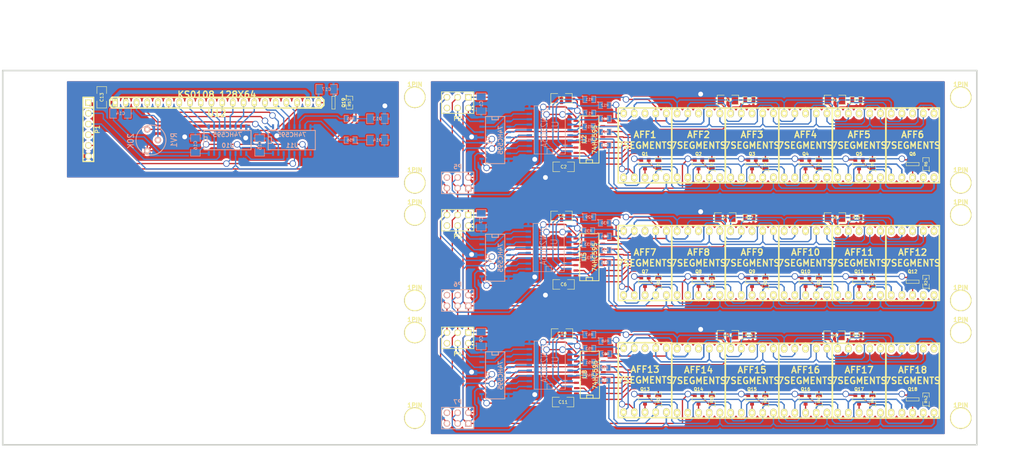
<source format=kicad_pcb>
(kicad_pcb (version 3) (host pcbnew "(2013-05-16 BZR 4016)-stable")
  (layers (15 Front signal) (0 Back signal) (18 B.Paste user) (19 F.Paste user) (20 B.SilkS user) (21 F.SilkS user) (22 B.Mask user) (23 F.Mask user) (28 Edge.Cuts user))
  (net 0 "")
  (net 1 +5V)
  (net 2 "/7 Segment Display 1/CSn")
  (net 3 "/7 Segment Display 1/D0")
  (net 4 "/7 Segment Display 1/D1")
  (net 5 "/7 Segment Display 1/D2")
  (net 6 "/7 Segment Display 1/D3")
  (net 7 "/7 Segment Display 1/D4")
  (net 8 "/7 Segment Display 1/D5")
  (net 9 "/7 Segment Display 1/D6")
  (net 10 "/7 Segment Display 1/D7")
  (net 11 "/7 Segment Display 1/DIG0")
  (net 12 "/7 Segment Display 1/DIG1")
  (net 13 "/7 Segment Display 1/DIG2")
  (net 14 "/7 Segment Display 1/DIG3")
  (net 15 "/7 Segment Display 1/DIG4")
  (net 16 "/7 Segment Display 1/DIG5")
  (net 17 "/7 Segment Display 1/LED0")
  (net 18 "/7 Segment Display 1/LED1")
  (net 19 "/7 Segment Display 1/SCLK")
  (net 20 "/7 Segment Display 1/SEG0")
  (net 21 "/7 Segment Display 1/SEG1")
  (net 22 "/7 Segment Display 1/SEG2")
  (net 23 "/7 Segment Display 1/SEG3")
  (net 24 "/7 Segment Display 1/SEG4")
  (net 25 "/7 Segment Display 1/SEG5")
  (net 26 "/7 Segment Display 1/SEG6")
  (net 27 "/7 Segment Display 1/SEG7")
  (net 28 "/7 Segment Display 1/SI")
  (net 29 "/7 Segment Display 1/SO")
  (net 30 "/7 Segment Display 2/D0")
  (net 31 "/7 Segment Display 2/D1")
  (net 32 "/7 Segment Display 2/D2")
  (net 33 "/7 Segment Display 2/D3")
  (net 34 "/7 Segment Display 2/D4")
  (net 35 "/7 Segment Display 2/D5")
  (net 36 "/7 Segment Display 2/D6")
  (net 37 "/7 Segment Display 2/D7")
  (net 38 "/7 Segment Display 2/DIG0")
  (net 39 "/7 Segment Display 2/DIG1")
  (net 40 "/7 Segment Display 2/DIG2")
  (net 41 "/7 Segment Display 2/DIG3")
  (net 42 "/7 Segment Display 2/DIG4")
  (net 43 "/7 Segment Display 2/DIG5")
  (net 44 "/7 Segment Display 2/LED0")
  (net 45 "/7 Segment Display 2/LED1")
  (net 46 "/7 Segment Display 2/SEG0")
  (net 47 "/7 Segment Display 2/SEG1")
  (net 48 "/7 Segment Display 2/SEG2")
  (net 49 "/7 Segment Display 2/SEG3")
  (net 50 "/7 Segment Display 2/SEG4")
  (net 51 "/7 Segment Display 2/SEG5")
  (net 52 "/7 Segment Display 2/SEG6")
  (net 53 "/7 Segment Display 2/SEG7")
  (net 54 "/7 Segment Display 2/SI")
  (net 55 "/7 Segment Display 2/SO")
  (net 56 "/7 Segment Display 3/D0")
  (net 57 "/7 Segment Display 3/D1")
  (net 58 "/7 Segment Display 3/D2")
  (net 59 "/7 Segment Display 3/D3")
  (net 60 "/7 Segment Display 3/D4")
  (net 61 "/7 Segment Display 3/D5")
  (net 62 "/7 Segment Display 3/D6")
  (net 63 "/7 Segment Display 3/D7")
  (net 64 "/7 Segment Display 3/DIG0")
  (net 65 "/7 Segment Display 3/DIG1")
  (net 66 "/7 Segment Display 3/DIG2")
  (net 67 "/7 Segment Display 3/DIG3")
  (net 68 "/7 Segment Display 3/DIG4")
  (net 69 "/7 Segment Display 3/DIG5")
  (net 70 "/7 Segment Display 3/LED0")
  (net 71 "/7 Segment Display 3/LED1")
  (net 72 "/7 Segment Display 3/SEG0")
  (net 73 "/7 Segment Display 3/SEG1")
  (net 74 "/7 Segment Display 3/SEG2")
  (net 75 "/7 Segment Display 3/SEG3")
  (net 76 "/7 Segment Display 3/SEG4")
  (net 77 "/7 Segment Display 3/SEG5")
  (net 78 "/7 Segment Display 3/SEG6")
  (net 79 "/7 Segment Display 3/SEG7")
  (net 80 "/7 Segment Display 3/SI")
  (net 81 "/7 Segment Display 3/SO")
  (net 82 /LCDBackPack/CS1)
  (net 83 /LCDBackPack/CS2)
  (net 84 /LCDBackPack/CSn)
  (net 85 /LCDBackPack/D0)
  (net 86 /LCDBackPack/D1)
  (net 87 /LCDBackPack/D2)
  (net 88 /LCDBackPack/D3)
  (net 89 /LCDBackPack/D4)
  (net 90 /LCDBackPack/D5)
  (net 91 /LCDBackPack/D6)
  (net 92 /LCDBackPack/D7)
  (net 93 /LCDBackPack/En)
  (net 94 /LCDBackPack/LCD_BL)
  (net 95 /LCDBackPack/LED1)
  (net 96 /LCDBackPack/LED2)
  (net 97 /LCDBackPack/RS)
  (net 98 /LCDBackPack/RST)
  (net 99 /LCDBackPack/RW)
  (net 100 /LCDBackPack/SCLK)
  (net 101 /LCDBackPack/SI)
  (net 102 GND)
  (net 103 N-00000100)
  (net 104 N-00000101)
  (net 105 N-00000102)
  (net 106 N-00000111)
  (net 107 N-00000112)
  (net 108 N-00000113)
  (net 109 N-00000120)
  (net 110 N-00000121)
  (net 111 N-00000127)
  (net 112 N-00000131)
  (net 113 N-00000133)
  (net 114 N-00000134)
  (net 115 N-00000136)
  (net 116 N-00000138)
  (net 117 N-00000142)
  (net 118 N-00000151)
  (net 119 N-00000152)
  (net 120 N-00000153)
  (net 121 N-00000154)
  (net 122 N-00000160)
  (net 123 N-00000161)
  (net 124 N-00000162)
  (net 125 N-00000163)
  (net 126 N-00000164)
  (net 127 N-00000165)
  (net 128 N-00000166)
  (net 129 N-00000167)
  (net 130 N-00000168)
  (net 131 N-00000169)
  (net 132 N-00000170)
  (net 133 N-00000172)
  (net 134 N-00000173)
  (net 135 N-00000174)
  (net 136 N-00000182)
  (net 137 N-00000183)
  (net 138 N-00000186)
  (net 139 N-00000187)
  (net 140 N-00000188)
  (net 141 N-0000022)
  (net 142 N-0000027)
  (net 143 N-0000028)
  (net 144 N-0000029)
  (net 145 N-0000030)
  (net 146 N-0000032)
  (net 147 N-0000033)
  (net 148 N-0000046)
  (net 149 N-0000048)
  (net 150 N-0000050)
  (net 151 N-0000051)
  (net 152 N-0000052)
  (net 153 N-0000054)
  (net 154 N-0000056)
  (net 155 N-0000057)
  (net 156 N-0000058)
  (net 157 N-0000059)
  (net 158 N-0000061)
  (net 159 N-0000063)
  (net 160 N-0000064)
  (net 161 N-0000065)
  (net 162 N-0000066)
  (net 163 N-0000067)
  (net 164 N-0000068)
  (net 165 N-0000069)
  (net 166 N-0000070)
  (net 167 N-0000071)
  (net 168 N-0000078)
  (net 169 N-0000079)
  (net 170 N-0000080)
  (net 171 N-0000090)
  (net 172 N-0000091)
  (net 173 N-0000092)
  (net 174 N-0000093)
  (net 175 N-0000094)
  (net 176 N-0000095)
  (net 177 N-0000098)
  (net 178 N-0000099)
  (module 1pin (layer Front) (at 120.65 57.15)
    (fp_text reference 1PIN (at 0 -3.048) (layer F.SilkS) (effects (font (size 1.016 1.016) (thickness 0.254))))
    (fp_text value P*** hide)
    (pad "" np_thru_hole circle (at 0 0) (size 5.08 5.08) (drill 4.572) (layers *.Cu *.Mask F.SilkS))
  )
  (module 1pin (layer Front) (at 120.65 77.47)
    (fp_text reference 1PIN (at 0 -3.048) (layer F.SilkS) (effects (font (size 1.016 1.016) (thickness 0.254))))
    (fp_text value P*** hide)
    (pad 1 np_thru_hole circle (at 0 0) (size 5.08 5.08) (drill 4.572) (layers *.Cu *.Mask F.SilkS))
  )
  (module 1pin (layer Front) (at 120.65 85.09)
    (fp_text reference 1PIN (at 0 -3.048) (layer F.SilkS) (effects (font (size 1.016 1.016) (thickness 0.254))))
    (fp_text value P*** hide)
    (pad 1 np_thru_hole circle (at 0 0) (size 5.08 5.08) (drill 4.572) (layers *.Cu *.Mask F.SilkS))
  )
  (module 1pin (layer Front) (at 120.65 105.41)
    (fp_text reference 1PIN (at 0 -3.048) (layer F.SilkS) (effects (font (size 1.016 1.016) (thickness 0.254))))
    (fp_text value P*** hide)
    (pad 1 np_thru_hole circle (at 0 0) (size 5.08 5.08) (drill 4.572) (layers *.Cu *.Mask F.SilkS))
  )
  (module 1pin (layer Front) (at 120.65 113.03)
    (fp_text reference 1PIN (at 0 -3.048) (layer F.SilkS) (effects (font (size 1.016 1.016) (thickness 0.254))))
    (fp_text value P*** hide)
    (pad 1 np_thru_hole circle (at 0 0) (size 5.08 5.08) (drill 4.572) (layers *.Cu *.Mask F.SilkS))
  )
  (module 1pin (layer Front) (at 120.65 133.35)
    (fp_text reference 1PIN (at 0 -3.048) (layer F.SilkS) (effects (font (size 1.016 1.016) (thickness 0.254))))
    (fp_text value P*** hide)
    (pad 1 np_thru_hole circle (at 0 0) (size 5.08 5.08) (drill 4.572) (layers *.Cu *.Mask F.SilkS))
  )
  (module 1pin (layer Front) (at 250.19 133.35)
    (fp_text reference 1PIN (at 0 -3.048) (layer F.SilkS) (effects (font (size 1.016 1.016) (thickness 0.254))))
    (fp_text value P*** hide)
    (pad 1 np_thru_hole circle (at 0 0) (size 5.08 5.08) (drill 4.572) (layers *.Cu *.Mask F.SilkS))
  )
  (module 1pin (layer Front) (at 250.19 113.03)
    (fp_text reference 1PIN (at 0 -3.048) (layer F.SilkS) (effects (font (size 1.016 1.016) (thickness 0.254))))
    (fp_text value P*** hide)
    (pad 1 np_thru_hole circle (at 0 0) (size 5.08 5.08) (drill 4.572) (layers *.Cu *.Mask F.SilkS))
  )
  (module 1pin (layer Front) (at 250.19 105.41)
    (fp_text reference 1PIN (at 0 -3.048) (layer F.SilkS) (effects (font (size 1.016 1.016) (thickness 0.254))))
    (fp_text value P*** hide)
    (pad 1 np_thru_hole circle (at 0 0) (size 5.08 5.08) (drill 4.572) (layers *.Cu *.Mask F.SilkS))
  )
  (module 1pin (layer Front) (at 250.19 85.09)
    (fp_text reference 1PIN (at 0 -3.048) (layer F.SilkS) (effects (font (size 1.016 1.016) (thickness 0.254))))
    (fp_text value P*** hide)
    (pad 1 np_thru_hole circle (at 0 0) (size 5.08 5.08) (drill 4.572) (layers *.Cu *.Mask F.SilkS))
  )
  (module 1pin (layer Front) (at 250.19 77.47)
    (fp_text reference 1PIN (at 0 -3.048) (layer F.SilkS) (effects (font (size 1.016 1.016) (thickness 0.254))))
    (fp_text value P*** hide)
    (pad 1 np_thru_hole circle (at 0 0) (size 5.08 5.08) (drill 4.572) (layers *.Cu *.Mask F.SilkS))
  )
  (module 1pin (layer Front) (at 250.19 57.15)
    (fp_text reference 1PIN (at 0 -3.048) (layer F.SilkS) (effects (font (size 1.016 1.016) (thickness 0.254))))
    (fp_text value P*** hide)
    (pad 1 np_thru_hole circle (at 0 0) (size 5.08 5.08) (drill 4.572) (layers *.Cu *.Mask F.SilkS))
  )
  (module SOT23EBC (layer Front) (at 238.76 73.025)
    (fp_text reference Q6 (at 0 -2.413) (layer F.SilkS) (effects (font (size 0.762 0.762) (thickness 0.1905))))
    (fp_text value PNP hide)
    (pad 1 smd rect (at -0.889 -1.016) (size 0.9144 0.9144) (layers Front F.Paste F.Mask) (net 1 +5V))
    (pad 2 smd rect (at 0.889 -1.016) (size 0.9144 0.9144) (layers Front F.Paste F.Mask) (net 130 N-00000168))
    (pad 3 smd rect (at 0 1.016) (size 0.9144 0.9144) (layers Front F.Paste F.Mask) (net 140 N-00000188))
  )
  (module SOT23EBC (layer Front) (at 187.96 128.905)
    (fp_text reference Q14 (at 0 -2.413) (layer F.SilkS) (effects (font (size 0.762 0.762) (thickness 0.1905))))
    (fp_text value PNP hide)
    (pad 1 smd rect (at -0.889 -1.016) (size 0.9144 0.9144) (layers Front F.Paste F.Mask) (net 1 +5V))
    (pad 2 smd rect (at 0.889 -1.016) (size 0.9144 0.9144) (layers Front F.Paste F.Mask) (net 158 N-0000061))
    (pad 3 smd rect (at 0 1.016) (size 0.9144 0.9144) (layers Front F.Paste F.Mask) (net 149 N-0000048))
  )
  (module SOT23EBC (layer Front) (at 187.96 73.025)
    (fp_text reference Q2 (at 0 -2.413) (layer F.SilkS) (effects (font (size 0.762 0.762) (thickness 0.1905))))
    (fp_text value PNP hide)
    (pad 1 smd rect (at -0.889 -1.016) (size 0.9144 0.9144) (layers Front F.Paste F.Mask) (net 1 +5V))
    (pad 2 smd rect (at 0.889 -1.016) (size 0.9144 0.9144) (layers Front F.Paste F.Mask) (net 120 N-00000153))
    (pad 3 smd rect (at 0 1.016) (size 0.9144 0.9144) (layers Front F.Paste F.Mask) (net 137 N-00000183))
  )
  (module SOT23EBC (layer Front) (at 175.26 73.025)
    (fp_text reference Q1 (at 0 -2.413) (layer F.SilkS) (effects (font (size 0.762 0.762) (thickness 0.1905))))
    (fp_text value PNP hide)
    (pad 1 smd rect (at -0.889 -1.016) (size 0.9144 0.9144) (layers Front F.Paste F.Mask) (net 1 +5V))
    (pad 2 smd rect (at 0.889 -1.016) (size 0.9144 0.9144) (layers Front F.Paste F.Mask) (net 121 N-00000154))
    (pad 3 smd rect (at 0 1.016) (size 0.9144 0.9144) (layers Front F.Paste F.Mask) (net 138 N-00000186))
  )
  (module SOT23EBC (layer Front) (at 200.66 73.025)
    (fp_text reference Q3 (at 0 -2.413) (layer F.SilkS) (effects (font (size 0.762 0.762) (thickness 0.1905))))
    (fp_text value PNP hide)
    (pad 1 smd rect (at -0.889 -1.016) (size 0.9144 0.9144) (layers Front F.Paste F.Mask) (net 1 +5V))
    (pad 2 smd rect (at 0.889 -1.016) (size 0.9144 0.9144) (layers Front F.Paste F.Mask) (net 133 N-00000172))
    (pad 3 smd rect (at 0 1.016) (size 0.9144 0.9144) (layers Front F.Paste F.Mask) (net 122 N-00000160))
  )
  (module SOT23EBC (layer Front) (at 175.26 128.905)
    (fp_text reference Q13 (at 0 -2.413) (layer F.SilkS) (effects (font (size 0.762 0.762) (thickness 0.1905))))
    (fp_text value PNP hide)
    (pad 1 smd rect (at -0.889 -1.016) (size 0.9144 0.9144) (layers Front F.Paste F.Mask) (net 1 +5V))
    (pad 2 smd rect (at 0.889 -1.016) (size 0.9144 0.9144) (layers Front F.Paste F.Mask) (net 166 N-0000070))
    (pad 3 smd rect (at 0 1.016) (size 0.9144 0.9144) (layers Front F.Paste F.Mask) (net 169 N-0000079))
  )
  (module SOT23EBC (layer Front) (at 213.36 73.025)
    (fp_text reference Q4 (at 0 -2.413) (layer F.SilkS) (effects (font (size 0.762 0.762) (thickness 0.1905))))
    (fp_text value PNP hide)
    (pad 1 smd rect (at -0.889 -1.016) (size 0.9144 0.9144) (layers Front F.Paste F.Mask) (net 1 +5V))
    (pad 2 smd rect (at 0.889 -1.016) (size 0.9144 0.9144) (layers Front F.Paste F.Mask) (net 134 N-00000173))
    (pad 3 smd rect (at 0 1.016) (size 0.9144 0.9144) (layers Front F.Paste F.Mask) (net 136 N-00000182))
  )
  (module SOT23EBC (layer Front) (at 101.346 58.42 270)
    (fp_text reference Q19 (at 0 -2.413 270) (layer F.SilkS) (effects (font (size 0.762 0.762) (thickness 0.1905))))
    (fp_text value 2N2222A hide)
    (pad 1 smd rect (at -0.889 -1.016 270) (size 0.9144 0.9144) (layers Front F.Paste F.Mask) (net 102 GND))
    (pad 2 smd rect (at 0.889 -1.016 270) (size 0.9144 0.9144) (layers Front F.Paste F.Mask) (net 144 N-0000029))
    (pad 3 smd rect (at 0 1.016 270) (size 0.9144 0.9144) (layers Front F.Paste F.Mask) (net 145 N-0000030))
  )
  (module SOT23EBC (layer Front) (at 200.66 128.905)
    (fp_text reference Q15 (at 0 -2.413) (layer F.SilkS) (effects (font (size 0.762 0.762) (thickness 0.1905))))
    (fp_text value PNP hide)
    (pad 1 smd rect (at -0.889 -1.016) (size 0.9144 0.9144) (layers Front F.Paste F.Mask) (net 1 +5V))
    (pad 2 smd rect (at 0.889 -1.016) (size 0.9144 0.9144) (layers Front F.Paste F.Mask) (net 151 N-0000051))
    (pad 3 smd rect (at 0 1.016) (size 0.9144 0.9144) (layers Front F.Paste F.Mask) (net 150 N-0000050))
  )
  (module SOT23EBC (layer Front) (at 226.06 73.025)
    (fp_text reference Q5 (at 0 -2.413) (layer F.SilkS) (effects (font (size 0.762 0.762) (thickness 0.1905))))
    (fp_text value PNP hide)
    (pad 1 smd rect (at -0.889 -1.016) (size 0.9144 0.9144) (layers Front F.Paste F.Mask) (net 1 +5V))
    (pad 2 smd rect (at 0.889 -1.016) (size 0.9144 0.9144) (layers Front F.Paste F.Mask) (net 131 N-00000169))
    (pad 3 smd rect (at 0 1.016) (size 0.9144 0.9144) (layers Front F.Paste F.Mask) (net 132 N-00000170))
  )
  (module SOT23EBC (layer Front) (at 213.36 128.905)
    (fp_text reference Q16 (at 0 -2.413) (layer F.SilkS) (effects (font (size 0.762 0.762) (thickness 0.1905))))
    (fp_text value PNP hide)
    (pad 1 smd rect (at -0.889 -1.016) (size 0.9144 0.9144) (layers Front F.Paste F.Mask) (net 1 +5V))
    (pad 2 smd rect (at 0.889 -1.016) (size 0.9144 0.9144) (layers Front F.Paste F.Mask) (net 148 N-0000046))
    (pad 3 smd rect (at 0 1.016) (size 0.9144 0.9144) (layers Front F.Paste F.Mask) (net 153 N-0000054))
  )
  (module SOT23EBC (layer Front) (at 226.06 128.905)
    (fp_text reference Q17 (at 0 -2.413) (layer F.SilkS) (effects (font (size 0.762 0.762) (thickness 0.1905))))
    (fp_text value PNP hide)
    (pad 1 smd rect (at -0.889 -1.016) (size 0.9144 0.9144) (layers Front F.Paste F.Mask) (net 1 +5V))
    (pad 2 smd rect (at 0.889 -1.016) (size 0.9144 0.9144) (layers Front F.Paste F.Mask) (net 155 N-0000057))
    (pad 3 smd rect (at 0 1.016) (size 0.9144 0.9144) (layers Front F.Paste F.Mask) (net 154 N-0000056))
  )
  (module SOT23EBC (layer Front) (at 238.76 128.905)
    (fp_text reference Q18 (at 0 -2.413) (layer F.SilkS) (effects (font (size 0.762 0.762) (thickness 0.1905))))
    (fp_text value PNP hide)
    (pad 1 smd rect (at -0.889 -1.016) (size 0.9144 0.9144) (layers Front F.Paste F.Mask) (net 1 +5V))
    (pad 2 smd rect (at 0.889 -1.016) (size 0.9144 0.9144) (layers Front F.Paste F.Mask) (net 152 N-0000052))
    (pad 3 smd rect (at 0 1.016) (size 0.9144 0.9144) (layers Front F.Paste F.Mask) (net 163 N-0000067))
  )
  (module SOT23EBC (layer Front) (at 238.76 100.965)
    (fp_text reference Q12 (at 0 -2.413) (layer F.SilkS) (effects (font (size 0.762 0.762) (thickness 0.1905))))
    (fp_text value PNP hide)
    (pad 1 smd rect (at -0.889 -1.016) (size 0.9144 0.9144) (layers Front F.Paste F.Mask) (net 1 +5V))
    (pad 2 smd rect (at 0.889 -1.016) (size 0.9144 0.9144) (layers Front F.Paste F.Mask) (net 111 N-00000127))
    (pad 3 smd rect (at 0 1.016) (size 0.9144 0.9144) (layers Front F.Paste F.Mask) (net 108 N-00000113))
  )
  (module SOT23EBC (layer Front) (at 226.06 100.965)
    (fp_text reference Q11 (at 0 -2.413) (layer F.SilkS) (effects (font (size 0.762 0.762) (thickness 0.1905))))
    (fp_text value PNP hide)
    (pad 1 smd rect (at -0.889 -1.016) (size 0.9144 0.9144) (layers Front F.Paste F.Mask) (net 1 +5V))
    (pad 2 smd rect (at 0.889 -1.016) (size 0.9144 0.9144) (layers Front F.Paste F.Mask) (net 112 N-00000131))
    (pad 3 smd rect (at 0 1.016) (size 0.9144 0.9144) (layers Front F.Paste F.Mask) (net 107 N-00000112))
  )
  (module SOT23EBC (layer Front) (at 213.36 100.965)
    (fp_text reference Q10 (at 0 -2.413) (layer F.SilkS) (effects (font (size 0.762 0.762) (thickness 0.1905))))
    (fp_text value PNP hide)
    (pad 1 smd rect (at -0.889 -1.016) (size 0.9144 0.9144) (layers Front F.Paste F.Mask) (net 1 +5V))
    (pad 2 smd rect (at 0.889 -1.016) (size 0.9144 0.9144) (layers Front F.Paste F.Mask) (net 116 N-00000138))
    (pad 3 smd rect (at 0 1.016) (size 0.9144 0.9144) (layers Front F.Paste F.Mask) (net 106 N-00000111))
  )
  (module SOT23EBC (layer Front) (at 200.66 100.965)
    (fp_text reference Q9 (at 0 -2.413) (layer F.SilkS) (effects (font (size 0.762 0.762) (thickness 0.1905))))
    (fp_text value PNP hide)
    (pad 1 smd rect (at -0.889 -1.016) (size 0.9144 0.9144) (layers Front F.Paste F.Mask) (net 1 +5V))
    (pad 2 smd rect (at 0.889 -1.016) (size 0.9144 0.9144) (layers Front F.Paste F.Mask) (net 113 N-00000133))
    (pad 3 smd rect (at 0 1.016) (size 0.9144 0.9144) (layers Front F.Paste F.Mask) (net 114 N-00000134))
  )
  (module SOT23EBC (layer Front) (at 187.96 100.965)
    (fp_text reference Q8 (at 0 -2.413) (layer F.SilkS) (effects (font (size 0.762 0.762) (thickness 0.1905))))
    (fp_text value PNP hide)
    (pad 1 smd rect (at -0.889 -1.016) (size 0.9144 0.9144) (layers Front F.Paste F.Mask) (net 1 +5V))
    (pad 2 smd rect (at 0.889 -1.016) (size 0.9144 0.9144) (layers Front F.Paste F.Mask) (net 117 N-00000142))
    (pad 3 smd rect (at 0 1.016) (size 0.9144 0.9144) (layers Front F.Paste F.Mask) (net 115 N-00000136))
  )
  (module SOT23EBC (layer Front) (at 175.26 100.965)
    (fp_text reference Q7 (at 0 -2.413) (layer F.SilkS) (effects (font (size 0.762 0.762) (thickness 0.1905))))
    (fp_text value PNP hide)
    (pad 1 smd rect (at -0.889 -1.016) (size 0.9144 0.9144) (layers Front F.Paste F.Mask) (net 1 +5V))
    (pad 2 smd rect (at 0.889 -1.016) (size 0.9144 0.9144) (layers Front F.Paste F.Mask) (net 175 N-0000094))
    (pad 3 smd rect (at 0 1.016) (size 0.9144 0.9144) (layers Front F.Paste F.Mask) (net 176 N-0000095))
  )
  (module SO16N (layer Back) (at 139.7 67.31 270)
    (fp_text reference U1 (at 0.127 1.27 270) (layer B.SilkS) (effects (font (size 1.016 1.016) (thickness 0.2032)) (justify mirror)))
    (fp_text value 74HC595 (at 0 -1.27 270) (layer B.SilkS) (effects (font (size 1.016 1.016) (thickness 0.2032)) (justify mirror)))
    (pad 16 smd rect (at -4.445 3.175 270) (size 0.508 1.143) (layers Back B.Paste B.Mask) (net 1 +5V))
    (pad 14 smd rect (at -1.905 3.175 270) (size 0.508 1.143) (layers Back B.Paste B.Mask) (net 80 "/7 Segment Display 3/SI"))
    (pad 13 smd rect (at -0.635 3.175 270) (size 0.508 1.143) (layers Back B.Paste B.Mask) (net 102 GND))
    (pad 12 smd rect (at 0.635 3.175 270) (size 0.508 1.143) (layers Back B.Paste B.Mask) (net 2 "/7 Segment Display 1/CSn"))
    (pad 11 smd rect (at 1.905 3.175 270) (size 0.508 1.143) (layers Back B.Paste B.Mask) (net 19 "/7 Segment Display 1/SCLK"))
    (pad 10 smd rect (at 3.175 3.175 270) (size 0.508 1.143) (layers Back B.Paste B.Mask) (net 1 +5V))
    (pad 9 smd rect (at 4.445 3.175 270) (size 0.508 1.143) (layers Back B.Paste B.Mask) (net 139 N-00000187))
    (pad 8 smd rect (at 4.445 -3.175 270) (size 0.508 1.143) (layers Back B.Paste B.Mask) (net 102 GND))
    (pad 7 smd rect (at 3.175 -3.175 270) (size 0.508 1.143) (layers Back B.Paste B.Mask) (net 63 "/7 Segment Display 3/D7"))
    (pad 6 smd rect (at 1.905 -3.175 270) (size 0.508 1.143) (layers Back B.Paste B.Mask) (net 62 "/7 Segment Display 3/D6"))
    (pad 5 smd rect (at 0.635 -3.175 270) (size 0.508 1.143) (layers Back B.Paste B.Mask) (net 61 "/7 Segment Display 3/D5"))
    (pad 4 smd rect (at -0.635 -3.175 270) (size 0.508 1.143) (layers Back B.Paste B.Mask) (net 60 "/7 Segment Display 3/D4"))
    (pad 3 smd rect (at -1.905 -3.175 270) (size 0.508 1.143) (layers Back B.Paste B.Mask) (net 59 "/7 Segment Display 3/D3"))
    (pad 2 smd rect (at -3.175 -3.175 270) (size 0.508 1.143) (layers Back B.Paste B.Mask) (net 58 "/7 Segment Display 3/D2"))
    (pad 1 smd rect (at -4.445 -3.175 270) (size 0.508 1.143) (layers Back B.Paste B.Mask) (net 57 "/7 Segment Display 3/D1"))
    (pad 15 smd rect (at -3.175 3.175 270) (size 0.508 1.143) (layers Back B.Paste B.Mask) (net 56 "/7 Segment Display 3/D0"))
  )
  (module SO16N (layer Front) (at 162.052 67.183 90)
    (fp_text reference U2 (at 0.127 -1.27 90) (layer F.SilkS) (effects (font (size 1.016 1.016) (thickness 0.2032))))
    (fp_text value 74HC595 (at 0 1.27 90) (layer F.SilkS) (effects (font (size 1.016 1.016) (thickness 0.2032))))
    (pad 16 smd rect (at -4.445 -3.175 90) (size 0.508 1.143) (layers Front F.Paste F.Mask) (net 1 +5V))
    (pad 14 smd rect (at -1.905 -3.175 90) (size 0.508 1.143) (layers Front F.Paste F.Mask) (net 139 N-00000187))
    (pad 13 smd rect (at -0.635 -3.175 90) (size 0.508 1.143) (layers Front F.Paste F.Mask) (net 102 GND))
    (pad 12 smd rect (at 0.635 -3.175 90) (size 0.508 1.143) (layers Front F.Paste F.Mask) (net 2 "/7 Segment Display 1/CSn"))
    (pad 11 smd rect (at 1.905 -3.175 90) (size 0.508 1.143) (layers Front F.Paste F.Mask) (net 19 "/7 Segment Display 1/SCLK"))
    (pad 10 smd rect (at 3.175 -3.175 90) (size 0.508 1.143) (layers Front F.Paste F.Mask) (net 1 +5V))
    (pad 9 smd rect (at 4.445 -3.175 90) (size 0.508 1.143) (layers Front F.Paste F.Mask) (net 81 "/7 Segment Display 3/SO"))
    (pad 8 smd rect (at 4.445 3.175 90) (size 0.508 1.143) (layers Front F.Paste F.Mask) (net 102 GND))
    (pad 7 smd rect (at 3.175 3.175 90) (size 0.508 1.143) (layers Front F.Paste F.Mask) (net 71 "/7 Segment Display 3/LED1"))
    (pad 6 smd rect (at 1.905 3.175 90) (size 0.508 1.143) (layers Front F.Paste F.Mask) (net 70 "/7 Segment Display 3/LED0"))
    (pad 5 smd rect (at 0.635 3.175 90) (size 0.508 1.143) (layers Front F.Paste F.Mask) (net 69 "/7 Segment Display 3/DIG5"))
    (pad 4 smd rect (at -0.635 3.175 90) (size 0.508 1.143) (layers Front F.Paste F.Mask) (net 68 "/7 Segment Display 3/DIG4"))
    (pad 3 smd rect (at -1.905 3.175 90) (size 0.508 1.143) (layers Front F.Paste F.Mask) (net 67 "/7 Segment Display 3/DIG3"))
    (pad 2 smd rect (at -3.175 3.175 90) (size 0.508 1.143) (layers Front F.Paste F.Mask) (net 66 "/7 Segment Display 3/DIG2"))
    (pad 1 smd rect (at -4.445 3.175 90) (size 0.508 1.143) (layers Front F.Paste F.Mask) (net 65 "/7 Segment Display 3/DIG1"))
    (pad 15 smd rect (at -3.175 -3.175 90) (size 0.508 1.143) (layers Front F.Paste F.Mask) (net 64 "/7 Segment Display 3/DIG0"))
  )
  (module SO16N (layer Back) (at 139.7 123.19 270)
    (fp_text reference U7 (at 0.127 1.27 270) (layer B.SilkS) (effects (font (size 1.016 1.016) (thickness 0.2032)) (justify mirror)))
    (fp_text value 74HC595 (at 0 -1.27 270) (layer B.SilkS) (effects (font (size 1.016 1.016) (thickness 0.2032)) (justify mirror)))
    (pad 16 smd rect (at -4.445 3.175 270) (size 0.508 1.143) (layers Back B.Paste B.Mask) (net 1 +5V))
    (pad 14 smd rect (at -1.905 3.175 270) (size 0.508 1.143) (layers Back B.Paste B.Mask) (net 28 "/7 Segment Display 1/SI"))
    (pad 13 smd rect (at -0.635 3.175 270) (size 0.508 1.143) (layers Back B.Paste B.Mask) (net 102 GND))
    (pad 12 smd rect (at 0.635 3.175 270) (size 0.508 1.143) (layers Back B.Paste B.Mask) (net 2 "/7 Segment Display 1/CSn"))
    (pad 11 smd rect (at 1.905 3.175 270) (size 0.508 1.143) (layers Back B.Paste B.Mask) (net 19 "/7 Segment Display 1/SCLK"))
    (pad 10 smd rect (at 3.175 3.175 270) (size 0.508 1.143) (layers Back B.Paste B.Mask) (net 1 +5V))
    (pad 9 smd rect (at 4.445 3.175 270) (size 0.508 1.143) (layers Back B.Paste B.Mask) (net 170 N-0000080))
    (pad 8 smd rect (at 4.445 -3.175 270) (size 0.508 1.143) (layers Back B.Paste B.Mask) (net 102 GND))
    (pad 7 smd rect (at 3.175 -3.175 270) (size 0.508 1.143) (layers Back B.Paste B.Mask) (net 10 "/7 Segment Display 1/D7"))
    (pad 6 smd rect (at 1.905 -3.175 270) (size 0.508 1.143) (layers Back B.Paste B.Mask) (net 9 "/7 Segment Display 1/D6"))
    (pad 5 smd rect (at 0.635 -3.175 270) (size 0.508 1.143) (layers Back B.Paste B.Mask) (net 8 "/7 Segment Display 1/D5"))
    (pad 4 smd rect (at -0.635 -3.175 270) (size 0.508 1.143) (layers Back B.Paste B.Mask) (net 7 "/7 Segment Display 1/D4"))
    (pad 3 smd rect (at -1.905 -3.175 270) (size 0.508 1.143) (layers Back B.Paste B.Mask) (net 6 "/7 Segment Display 1/D3"))
    (pad 2 smd rect (at -3.175 -3.175 270) (size 0.508 1.143) (layers Back B.Paste B.Mask) (net 5 "/7 Segment Display 1/D2"))
    (pad 1 smd rect (at -4.445 -3.175 270) (size 0.508 1.143) (layers Back B.Paste B.Mask) (net 4 "/7 Segment Display 1/D1"))
    (pad 15 smd rect (at -3.175 3.175 270) (size 0.508 1.143) (layers Back B.Paste B.Mask) (net 3 "/7 Segment Display 1/D0"))
  )
  (module SO16N (layer Front) (at 162.179 123.063 90)
    (fp_text reference U8 (at 0.127 -1.27 90) (layer F.SilkS) (effects (font (size 1.016 1.016) (thickness 0.2032))))
    (fp_text value 74HC595 (at 0 1.27 90) (layer F.SilkS) (effects (font (size 1.016 1.016) (thickness 0.2032))))
    (pad 16 smd rect (at -4.445 -3.175 90) (size 0.508 1.143) (layers Front F.Paste F.Mask) (net 1 +5V))
    (pad 14 smd rect (at -1.905 -3.175 90) (size 0.508 1.143) (layers Front F.Paste F.Mask) (net 170 N-0000080))
    (pad 13 smd rect (at -0.635 -3.175 90) (size 0.508 1.143) (layers Front F.Paste F.Mask) (net 102 GND))
    (pad 12 smd rect (at 0.635 -3.175 90) (size 0.508 1.143) (layers Front F.Paste F.Mask) (net 2 "/7 Segment Display 1/CSn"))
    (pad 11 smd rect (at 1.905 -3.175 90) (size 0.508 1.143) (layers Front F.Paste F.Mask) (net 19 "/7 Segment Display 1/SCLK"))
    (pad 10 smd rect (at 3.175 -3.175 90) (size 0.508 1.143) (layers Front F.Paste F.Mask) (net 1 +5V))
    (pad 9 smd rect (at 4.445 -3.175 90) (size 0.508 1.143) (layers Front F.Paste F.Mask) (net 29 "/7 Segment Display 1/SO"))
    (pad 8 smd rect (at 4.445 3.175 90) (size 0.508 1.143) (layers Front F.Paste F.Mask) (net 102 GND))
    (pad 7 smd rect (at 3.175 3.175 90) (size 0.508 1.143) (layers Front F.Paste F.Mask) (net 18 "/7 Segment Display 1/LED1"))
    (pad 6 smd rect (at 1.905 3.175 90) (size 0.508 1.143) (layers Front F.Paste F.Mask) (net 17 "/7 Segment Display 1/LED0"))
    (pad 5 smd rect (at 0.635 3.175 90) (size 0.508 1.143) (layers Front F.Paste F.Mask) (net 16 "/7 Segment Display 1/DIG5"))
    (pad 4 smd rect (at -0.635 3.175 90) (size 0.508 1.143) (layers Front F.Paste F.Mask) (net 15 "/7 Segment Display 1/DIG4"))
    (pad 3 smd rect (at -1.905 3.175 90) (size 0.508 1.143) (layers Front F.Paste F.Mask) (net 14 "/7 Segment Display 1/DIG3"))
    (pad 2 smd rect (at -3.175 3.175 90) (size 0.508 1.143) (layers Front F.Paste F.Mask) (net 13 "/7 Segment Display 1/DIG2"))
    (pad 1 smd rect (at -4.445 3.175 90) (size 0.508 1.143) (layers Front F.Paste F.Mask) (net 12 "/7 Segment Display 1/DIG1"))
    (pad 15 smd rect (at -3.175 -3.175 90) (size 0.508 1.143) (layers Front F.Paste F.Mask) (net 11 "/7 Segment Display 1/DIG0"))
  )
  (module SO16N (layer Back) (at 139.7 95.25 270)
    (fp_text reference U4 (at 0.127 1.27 270) (layer B.SilkS) (effects (font (size 1.016 1.016) (thickness 0.2032)) (justify mirror)))
    (fp_text value 74HC595 (at 0 -1.27 270) (layer B.SilkS) (effects (font (size 1.016 1.016) (thickness 0.2032)) (justify mirror)))
    (pad 16 smd rect (at -4.445 3.175 270) (size 0.508 1.143) (layers Back B.Paste B.Mask) (net 1 +5V))
    (pad 14 smd rect (at -1.905 3.175 270) (size 0.508 1.143) (layers Back B.Paste B.Mask) (net 54 "/7 Segment Display 2/SI"))
    (pad 13 smd rect (at -0.635 3.175 270) (size 0.508 1.143) (layers Back B.Paste B.Mask) (net 102 GND))
    (pad 12 smd rect (at 0.635 3.175 270) (size 0.508 1.143) (layers Back B.Paste B.Mask) (net 2 "/7 Segment Display 1/CSn"))
    (pad 11 smd rect (at 1.905 3.175 270) (size 0.508 1.143) (layers Back B.Paste B.Mask) (net 19 "/7 Segment Display 1/SCLK"))
    (pad 10 smd rect (at 3.175 3.175 270) (size 0.508 1.143) (layers Back B.Paste B.Mask) (net 1 +5V))
    (pad 9 smd rect (at 4.445 3.175 270) (size 0.508 1.143) (layers Back B.Paste B.Mask) (net 105 N-00000102))
    (pad 8 smd rect (at 4.445 -3.175 270) (size 0.508 1.143) (layers Back B.Paste B.Mask) (net 102 GND))
    (pad 7 smd rect (at 3.175 -3.175 270) (size 0.508 1.143) (layers Back B.Paste B.Mask) (net 37 "/7 Segment Display 2/D7"))
    (pad 6 smd rect (at 1.905 -3.175 270) (size 0.508 1.143) (layers Back B.Paste B.Mask) (net 36 "/7 Segment Display 2/D6"))
    (pad 5 smd rect (at 0.635 -3.175 270) (size 0.508 1.143) (layers Back B.Paste B.Mask) (net 35 "/7 Segment Display 2/D5"))
    (pad 4 smd rect (at -0.635 -3.175 270) (size 0.508 1.143) (layers Back B.Paste B.Mask) (net 34 "/7 Segment Display 2/D4"))
    (pad 3 smd rect (at -1.905 -3.175 270) (size 0.508 1.143) (layers Back B.Paste B.Mask) (net 33 "/7 Segment Display 2/D3"))
    (pad 2 smd rect (at -3.175 -3.175 270) (size 0.508 1.143) (layers Back B.Paste B.Mask) (net 32 "/7 Segment Display 2/D2"))
    (pad 1 smd rect (at -4.445 -3.175 270) (size 0.508 1.143) (layers Back B.Paste B.Mask) (net 31 "/7 Segment Display 2/D1"))
    (pad 15 smd rect (at -3.175 3.175 270) (size 0.508 1.143) (layers Back B.Paste B.Mask) (net 30 "/7 Segment Display 2/D0"))
  )
  (module SO16N (layer Front) (at 162.052 95.123 90)
    (fp_text reference U5 (at 0.127 -1.27 90) (layer F.SilkS) (effects (font (size 1.016 1.016) (thickness 0.2032))))
    (fp_text value 74HC595 (at 0 1.27 90) (layer F.SilkS) (effects (font (size 1.016 1.016) (thickness 0.2032))))
    (pad 16 smd rect (at -4.445 -3.175 90) (size 0.508 1.143) (layers Front F.Paste F.Mask) (net 1 +5V))
    (pad 14 smd rect (at -1.905 -3.175 90) (size 0.508 1.143) (layers Front F.Paste F.Mask) (net 105 N-00000102))
    (pad 13 smd rect (at -0.635 -3.175 90) (size 0.508 1.143) (layers Front F.Paste F.Mask) (net 102 GND))
    (pad 12 smd rect (at 0.635 -3.175 90) (size 0.508 1.143) (layers Front F.Paste F.Mask) (net 2 "/7 Segment Display 1/CSn"))
    (pad 11 smd rect (at 1.905 -3.175 90) (size 0.508 1.143) (layers Front F.Paste F.Mask) (net 19 "/7 Segment Display 1/SCLK"))
    (pad 10 smd rect (at 3.175 -3.175 90) (size 0.508 1.143) (layers Front F.Paste F.Mask) (net 1 +5V))
    (pad 9 smd rect (at 4.445 -3.175 90) (size 0.508 1.143) (layers Front F.Paste F.Mask) (net 55 "/7 Segment Display 2/SO"))
    (pad 8 smd rect (at 4.445 3.175 90) (size 0.508 1.143) (layers Front F.Paste F.Mask) (net 102 GND))
    (pad 7 smd rect (at 3.175 3.175 90) (size 0.508 1.143) (layers Front F.Paste F.Mask) (net 45 "/7 Segment Display 2/LED1"))
    (pad 6 smd rect (at 1.905 3.175 90) (size 0.508 1.143) (layers Front F.Paste F.Mask) (net 44 "/7 Segment Display 2/LED0"))
    (pad 5 smd rect (at 0.635 3.175 90) (size 0.508 1.143) (layers Front F.Paste F.Mask) (net 43 "/7 Segment Display 2/DIG5"))
    (pad 4 smd rect (at -0.635 3.175 90) (size 0.508 1.143) (layers Front F.Paste F.Mask) (net 42 "/7 Segment Display 2/DIG4"))
    (pad 3 smd rect (at -1.905 3.175 90) (size 0.508 1.143) (layers Front F.Paste F.Mask) (net 41 "/7 Segment Display 2/DIG3"))
    (pad 2 smd rect (at -3.175 3.175 90) (size 0.508 1.143) (layers Front F.Paste F.Mask) (net 40 "/7 Segment Display 2/DIG2"))
    (pad 1 smd rect (at -4.445 3.175 90) (size 0.508 1.143) (layers Front F.Paste F.Mask) (net 39 "/7 Segment Display 2/DIG1"))
    (pad 15 smd rect (at -3.175 -3.175 90) (size 0.508 1.143) (layers Front F.Paste F.Mask) (net 38 "/7 Segment Display 2/DIG0"))
  )
  (module SO16N (layer Back) (at 91.44 67.31)
    (fp_text reference U11 (at 0.127 1.27) (layer B.SilkS) (effects (font (size 1.016 1.016) (thickness 0.2032)) (justify mirror)))
    (fp_text value 74HC595 (at 0 -1.27) (layer B.SilkS) (effects (font (size 1.016 1.016) (thickness 0.2032)) (justify mirror)))
    (pad 16 smd rect (at -4.445 3.175) (size 0.508 1.143) (layers Back B.Paste B.Mask) (net 1 +5V))
    (pad 14 smd rect (at -1.905 3.175) (size 0.508 1.143) (layers Back B.Paste B.Mask) (net 147 N-0000033))
    (pad 13 smd rect (at -0.635 3.175) (size 0.508 1.143) (layers Back B.Paste B.Mask) (net 102 GND))
    (pad 12 smd rect (at 0.635 3.175) (size 0.508 1.143) (layers Back B.Paste B.Mask) (net 84 /LCDBackPack/CSn))
    (pad 11 smd rect (at 1.905 3.175) (size 0.508 1.143) (layers Back B.Paste B.Mask) (net 100 /LCDBackPack/SCLK))
    (pad 10 smd rect (at 3.175 3.175) (size 0.508 1.143) (layers Back B.Paste B.Mask) (net 1 +5V))
    (pad 9 smd rect (at 4.445 3.175) (size 0.508 1.143) (layers Back B.Paste B.Mask))
    (pad 8 smd rect (at 4.445 -3.175) (size 0.508 1.143) (layers Back B.Paste B.Mask) (net 102 GND))
    (pad 7 smd rect (at 3.175 -3.175) (size 0.508 1.143) (layers Back B.Paste B.Mask) (net 96 /LCDBackPack/LED2))
    (pad 6 smd rect (at 1.905 -3.175) (size 0.508 1.143) (layers Back B.Paste B.Mask) (net 95 /LCDBackPack/LED1))
    (pad 5 smd rect (at 0.635 -3.175) (size 0.508 1.143) (layers Back B.Paste B.Mask) (net 98 /LCDBackPack/RST))
    (pad 4 smd rect (at -0.635 -3.175) (size 0.508 1.143) (layers Back B.Paste B.Mask) (net 83 /LCDBackPack/CS2))
    (pad 3 smd rect (at -1.905 -3.175) (size 0.508 1.143) (layers Back B.Paste B.Mask) (net 82 /LCDBackPack/CS1))
    (pad 2 smd rect (at -3.175 -3.175) (size 0.508 1.143) (layers Back B.Paste B.Mask) (net 93 /LCDBackPack/En))
    (pad 1 smd rect (at -4.445 -3.175) (size 0.508 1.143) (layers Back B.Paste B.Mask) (net 99 /LCDBackPack/RW))
    (pad 15 smd rect (at -3.175 3.175) (size 0.508 1.143) (layers Back B.Paste B.Mask) (net 97 /LCDBackPack/RS))
  )
  (module SO16N (layer Back) (at 76.2 67.31)
    (fp_text reference U10 (at 0.127 1.27) (layer B.SilkS) (effects (font (size 1.016 1.016) (thickness 0.2032)) (justify mirror)))
    (fp_text value 74HC595 (at 0 -1.27) (layer B.SilkS) (effects (font (size 1.016 1.016) (thickness 0.2032)) (justify mirror)))
    (pad 16 smd rect (at -4.445 3.175) (size 0.508 1.143) (layers Back B.Paste B.Mask) (net 1 +5V))
    (pad 14 smd rect (at -1.905 3.175) (size 0.508 1.143) (layers Back B.Paste B.Mask) (net 101 /LCDBackPack/SI))
    (pad 13 smd rect (at -0.635 3.175) (size 0.508 1.143) (layers Back B.Paste B.Mask) (net 102 GND))
    (pad 12 smd rect (at 0.635 3.175) (size 0.508 1.143) (layers Back B.Paste B.Mask) (net 84 /LCDBackPack/CSn))
    (pad 11 smd rect (at 1.905 3.175) (size 0.508 1.143) (layers Back B.Paste B.Mask) (net 100 /LCDBackPack/SCLK))
    (pad 10 smd rect (at 3.175 3.175) (size 0.508 1.143) (layers Back B.Paste B.Mask) (net 1 +5V))
    (pad 9 smd rect (at 4.445 3.175) (size 0.508 1.143) (layers Back B.Paste B.Mask) (net 147 N-0000033))
    (pad 8 smd rect (at 4.445 -3.175) (size 0.508 1.143) (layers Back B.Paste B.Mask) (net 102 GND))
    (pad 7 smd rect (at 3.175 -3.175) (size 0.508 1.143) (layers Back B.Paste B.Mask) (net 92 /LCDBackPack/D7))
    (pad 6 smd rect (at 1.905 -3.175) (size 0.508 1.143) (layers Back B.Paste B.Mask) (net 91 /LCDBackPack/D6))
    (pad 5 smd rect (at 0.635 -3.175) (size 0.508 1.143) (layers Back B.Paste B.Mask) (net 90 /LCDBackPack/D5))
    (pad 4 smd rect (at -0.635 -3.175) (size 0.508 1.143) (layers Back B.Paste B.Mask) (net 89 /LCDBackPack/D4))
    (pad 3 smd rect (at -1.905 -3.175) (size 0.508 1.143) (layers Back B.Paste B.Mask) (net 88 /LCDBackPack/D3))
    (pad 2 smd rect (at -3.175 -3.175) (size 0.508 1.143) (layers Back B.Paste B.Mask) (net 87 /LCDBackPack/D2))
    (pad 1 smd rect (at -4.445 -3.175) (size 0.508 1.143) (layers Back B.Paste B.Mask) (net 86 /LCDBackPack/D1))
    (pad 15 smd rect (at -3.175 3.175) (size 0.508 1.143) (layers Back B.Paste B.Mask) (net 85 /LCDBackPack/D0))
  )
  (module SM1206 (layer Back) (at 136.398 58.674 270)
    (fp_text reference C1 (at 0 0 270) (layer B.SilkS) (effects (font (size 0.762 0.762) (thickness 0.127)) (justify mirror)))
    (fp_text value 100nF hide)
    (pad 1 smd rect (at -1.651 0 270) (size 1.524 2.032) (layers Back B.Paste B.Mask) (net 1 +5V))
    (pad 2 smd rect (at 1.651 0 270) (size 1.524 2.032) (layers Back B.Paste B.Mask) (net 102 GND))
  )
  (module SM1206 (layer Front) (at 194.31 85.725)
    (fp_text reference D7 (at 0 0) (layer F.SilkS) (effects (font (size 0.762 0.762) (thickness 0.127))))
    (fp_text value LED hide)
    (pad 1 smd rect (at -1.651 0) (size 1.524 2.032) (layers Front F.Paste F.Mask) (net 45 "/7 Segment Display 2/LED1"))
    (pad 2 smd rect (at 1.651 0) (size 1.524 2.032) (layers Front F.Paste F.Mask) (net 109 N-00000120))
  )
  (module SM1206 (layer Back) (at 68.58 68.58 90)
    (fp_text reference C16 (at 0 0 90) (layer B.SilkS) (effects (font (size 0.762 0.762) (thickness 0.127)) (justify mirror)))
    (fp_text value 100nF hide)
    (pad 1 smd rect (at -1.651 0 90) (size 1.524 2.032) (layers Back B.Paste B.Mask) (net 1 +5V))
    (pad 2 smd rect (at 1.651 0 90) (size 1.524 2.032) (layers Back B.Paste B.Mask) (net 102 GND))
  )
  (module SM1206 (layer Front) (at 220.218 113.792)
    (fp_text reference D9 (at 0 0) (layer F.SilkS) (effects (font (size 0.762 0.762) (thickness 0.127))))
    (fp_text value LED hide)
    (pad 1 smd rect (at -1.651 0) (size 1.524 2.032) (layers Front F.Paste F.Mask) (net 17 "/7 Segment Display 1/LED0"))
    (pad 2 smd rect (at 1.651 0) (size 1.524 2.032) (layers Front F.Paste F.Mask) (net 167 N-0000071))
  )
  (module SM1206 (layer Back) (at 111.76 62.23)
    (fp_text reference D13 (at 0 0) (layer B.SilkS) (effects (font (size 0.762 0.762) (thickness 0.127)) (justify mirror)))
    (fp_text value LED hide)
    (pad 1 smd rect (at -1.651 0) (size 1.524 2.032) (layers Back B.Paste B.Mask) (net 141 N-0000022))
    (pad 2 smd rect (at 1.651 0) (size 1.524 2.032) (layers Back B.Paste B.Mask) (net 102 GND))
  )
  (module SM1206 (layer Back) (at 111.76 67.31)
    (fp_text reference D14 (at 0 0) (layer B.SilkS) (effects (font (size 0.762 0.762) (thickness 0.127)) (justify mirror)))
    (fp_text value LED hide)
    (pad 1 smd rect (at -1.651 0) (size 1.524 2.032) (layers Back B.Paste B.Mask) (net 146 N-0000032))
    (pad 2 smd rect (at 1.651 0) (size 1.524 2.032) (layers Back B.Paste B.Mask) (net 102 GND))
  )
  (module SM1206 (layer Front) (at 194.945 113.665)
    (fp_text reference D11 (at 0 0) (layer F.SilkS) (effects (font (size 0.762 0.762) (thickness 0.127))))
    (fp_text value LED hide)
    (pad 1 smd rect (at -1.651 0) (size 1.524 2.032) (layers Front F.Paste F.Mask) (net 18 "/7 Segment Display 1/LED1"))
    (pad 2 smd rect (at 1.651 0) (size 1.524 2.032) (layers Front F.Paste F.Mask) (net 168 N-0000078))
  )
  (module SM1206 (layer Front) (at 220.345 85.725)
    (fp_text reference D5 (at 0 0) (layer F.SilkS) (effects (font (size 0.762 0.762) (thickness 0.127))))
    (fp_text value LED hide)
    (pad 1 smd rect (at -1.651 0) (size 1.524 2.032) (layers Front F.Paste F.Mask) (net 44 "/7 Segment Display 2/LED0"))
    (pad 2 smd rect (at 1.651 0) (size 1.524 2.032) (layers Front F.Paste F.Mask) (net 110 N-00000121))
  )
  (module SM1206 (layer Back) (at 136.398 114.554 270)
    (fp_text reference C9 (at 0 0 270) (layer B.SilkS) (effects (font (size 0.762 0.762) (thickness 0.127)) (justify mirror)))
    (fp_text value 100nF hide)
    (pad 1 smd rect (at -1.651 0 270) (size 1.524 2.032) (layers Back B.Paste B.Mask) (net 1 +5V))
    (pad 2 smd rect (at 1.651 0 270) (size 1.524 2.032) (layers Back B.Paste B.Mask) (net 102 GND))
  )
  (module SM1206 (layer Front) (at 155.575 113.284 180)
    (fp_text reference C10 (at 0 0 180) (layer F.SilkS) (effects (font (size 0.762 0.762) (thickness 0.127))))
    (fp_text value 100nF hide)
    (pad 1 smd rect (at -1.651 0 180) (size 1.524 2.032) (layers Front F.Paste F.Mask) (net 1 +5V))
    (pad 2 smd rect (at 1.651 0 180) (size 1.524 2.032) (layers Front F.Paste F.Mask) (net 102 GND))
  )
  (module SM1206 (layer Front) (at 155.829 129.54 180)
    (fp_text reference C11 (at 0 0 180) (layer F.SilkS) (effects (font (size 0.762 0.762) (thickness 0.127))))
    (fp_text value 100nF hide)
    (pad 1 smd rect (at -1.651 0 180) (size 1.524 2.032) (layers Front F.Paste F.Mask) (net 1 +5V))
    (pad 2 smd rect (at 1.651 0 180) (size 1.524 2.032) (layers Front F.Paste F.Mask) (net 102 GND))
  )
  (module SM1206 (layer Back) (at 50.8 60.96)
    (fp_text reference C14 (at 0 0) (layer B.SilkS) (effects (font (size 0.762 0.762) (thickness 0.127)) (justify mirror)))
    (fp_text value 100nF hide)
    (pad 1 smd rect (at -1.651 0) (size 1.524 2.032) (layers Back B.Paste B.Mask) (net 1 +5V))
    (pad 2 smd rect (at 1.651 0) (size 1.524 2.032) (layers Back B.Paste B.Mask) (net 102 GND))
  )
  (module SM1206 (layer Front) (at 155.956 73.66 180)
    (fp_text reference C2 (at 0 0 180) (layer F.SilkS) (effects (font (size 0.762 0.762) (thickness 0.127))))
    (fp_text value 100nF hide)
    (pad 1 smd rect (at -1.651 0 180) (size 1.524 2.032) (layers Front F.Paste F.Mask) (net 1 +5V))
    (pad 2 smd rect (at 1.651 0 180) (size 1.524 2.032) (layers Front F.Paste F.Mask) (net 102 GND))
  )
  (module SM1206 (layer Front) (at 155.448 57.404 180)
    (fp_text reference C3 (at 0 0 180) (layer F.SilkS) (effects (font (size 0.762 0.762) (thickness 0.127))))
    (fp_text value 100nF hide)
    (pad 1 smd rect (at -1.651 0 180) (size 1.524 2.032) (layers Front F.Paste F.Mask) (net 1 +5V))
    (pad 2 smd rect (at 1.651 0 180) (size 1.524 2.032) (layers Front F.Paste F.Mask) (net 102 GND))
  )
  (module SM1206 (layer Front) (at 46.355 57.15 90)
    (fp_text reference C13 (at 0 0 90) (layer F.SilkS) (effects (font (size 0.762 0.762) (thickness 0.127))))
    (fp_text value 100nF hide)
    (pad 1 smd rect (at -1.651 0 90) (size 1.524 2.032) (layers Front F.Paste F.Mask) (net 1 +5V))
    (pad 2 smd rect (at 1.651 0 90) (size 1.524 2.032) (layers Front F.Paste F.Mask) (net 102 GND))
  )
  (module SM1206 (layer Front) (at 194.945 57.785)
    (fp_text reference D3 (at 0 0) (layer F.SilkS) (effects (font (size 0.762 0.762) (thickness 0.127))))
    (fp_text value LED hide)
    (pad 1 smd rect (at -1.651 0) (size 1.524 2.032) (layers Front F.Paste F.Mask) (net 71 "/7 Segment Display 3/LED1"))
    (pad 2 smd rect (at 1.651 0) (size 1.524 2.032) (layers Front F.Paste F.Mask) (net 119 N-00000152))
  )
  (module SM1206 (layer Front) (at 155.448 85.344 180)
    (fp_text reference C5 (at 0 0 180) (layer F.SilkS) (effects (font (size 0.762 0.762) (thickness 0.127))))
    (fp_text value 100nF hide)
    (pad 1 smd rect (at -1.651 0 180) (size 1.524 2.032) (layers Front F.Paste F.Mask) (net 1 +5V))
    (pad 2 smd rect (at 1.651 0 180) (size 1.524 2.032) (layers Front F.Paste F.Mask) (net 102 GND))
  )
  (module SM1206 (layer Front) (at 155.956 101.6 180)
    (fp_text reference C6 (at 0 0 180) (layer F.SilkS) (effects (font (size 0.762 0.762) (thickness 0.127))))
    (fp_text value 100nF hide)
    (pad 1 smd rect (at -1.651 0 180) (size 1.524 2.032) (layers Front F.Paste F.Mask) (net 1 +5V))
    (pad 2 smd rect (at 1.651 0 180) (size 1.524 2.032) (layers Front F.Paste F.Mask) (net 102 GND))
  )
  (module SM1206 (layer Front) (at 220.345 57.785)
    (fp_text reference D1 (at 0 0) (layer F.SilkS) (effects (font (size 0.762 0.762) (thickness 0.127))))
    (fp_text value LED hide)
    (pad 1 smd rect (at -1.651 0) (size 1.524 2.032) (layers Front F.Paste F.Mask) (net 70 "/7 Segment Display 3/LED0"))
    (pad 2 smd rect (at 1.651 0) (size 1.524 2.032) (layers Front F.Paste F.Mask) (net 118 N-00000151))
  )
  (module SM1206 (layer Back) (at 136.398 86.36 270)
    (fp_text reference C7 (at 0 0 270) (layer B.SilkS) (effects (font (size 0.762 0.762) (thickness 0.127)) (justify mirror)))
    (fp_text value 100nF hide)
    (pad 1 smd rect (at -1.651 0 270) (size 1.524 2.032) (layers Back B.Paste B.Mask) (net 1 +5V))
    (pad 2 smd rect (at 1.651 0 270) (size 1.524 2.032) (layers Back B.Paste B.Mask) (net 102 GND))
  )
  (module SM1206 (layer Back) (at 99.695 55.245)
    (fp_text reference C17 (at 0 0) (layer B.SilkS) (effects (font (size 0.762 0.762) (thickness 0.127)) (justify mirror)))
    (fp_text value 100nF hide)
    (pad 1 smd rect (at -1.651 0) (size 1.524 2.032) (layers Back B.Paste B.Mask) (net 145 N-0000030))
    (pad 2 smd rect (at 1.651 0) (size 1.524 2.032) (layers Back B.Paste B.Mask) (net 102 GND))
  )
  (module SM1206 (layer Back) (at 83.82 68.58 90)
    (fp_text reference C15 (at 0 0 90) (layer B.SilkS) (effects (font (size 0.762 0.762) (thickness 0.127)) (justify mirror)))
    (fp_text value 100nF hide)
    (pad 1 smd rect (at -1.651 0 90) (size 1.524 2.032) (layers Back B.Paste B.Mask) (net 1 +5V))
    (pad 2 smd rect (at 1.651 0 90) (size 1.524 2.032) (layers Back B.Paste B.Mask) (net 102 GND))
  )
  (module SM0805 (layer Front) (at 178.435 128.905 90)
    (fp_text reference R37 (at 0 0 90) (layer F.SilkS) (effects (font (size 0.635 0.635) (thickness 0.127))))
    (fp_text value 5.6K hide)
    (pad 1 smd rect (at -0.9525 0 90) (size 0.889 1.397) (layers Front F.Paste F.Mask) (net 166 N-0000070))
    (pad 2 smd rect (at 0.9525 0 90) (size 0.889 1.397) (layers Front F.Paste F.Mask) (net 11 "/7 Segment Display 1/DIG0"))
  )
  (module SM0805 (layer Back) (at 162.052 113.538)
    (fp_text reference R47 (at 0 0) (layer B.SilkS) (effects (font (size 0.635 0.635) (thickness 0.127)) (justify mirror)))
    (fp_text value 220R hide)
    (pad 1 smd rect (at -0.9525 0) (size 0.889 1.397) (layers Back B.Paste B.Mask) (net 156 N-0000058))
    (pad 2 smd rect (at 0.9525 0) (size 0.889 1.397) (layers Back B.Paste B.Mask) (net 20 "/7 Segment Display 1/SEG0"))
  )
  (module SM0805 (layer Back) (at 165.862 118.11)
    (fp_text reference R52 (at 0 0) (layer B.SilkS) (effects (font (size 0.635 0.635) (thickness 0.127)) (justify mirror)))
    (fp_text value 220R hide)
    (pad 1 smd rect (at -0.9525 0) (size 0.889 1.397) (layers Back B.Paste B.Mask) (net 162 N-0000066))
    (pad 2 smd rect (at 0.9525 0) (size 0.889 1.397) (layers Back B.Paste B.Mask) (net 25 "/7 Segment Display 1/SEG5"))
  )
  (module SM0805 (layer Back) (at 162.052 116.84)
    (fp_text reference R53 (at 0 0) (layer B.SilkS) (effects (font (size 0.635 0.635) (thickness 0.127)) (justify mirror)))
    (fp_text value 220R hide)
    (pad 1 smd rect (at -0.9525 0) (size 0.889 1.397) (layers Back B.Paste B.Mask) (net 164 N-0000068))
    (pad 2 smd rect (at 0.9525 0) (size 0.889 1.397) (layers Back B.Paste B.Mask) (net 26 "/7 Segment Display 1/SEG6"))
  )
  (module SM0805 (layer Front) (at 216.535 128.905 90)
    (fp_text reference R40 (at 0 0 90) (layer F.SilkS) (effects (font (size 0.635 0.635) (thickness 0.127))))
    (fp_text value 5.6K hide)
    (pad 1 smd rect (at -0.9525 0 90) (size 0.889 1.397) (layers Front F.Paste F.Mask) (net 148 N-0000046))
    (pad 2 smd rect (at 0.9525 0 90) (size 0.889 1.397) (layers Front F.Paste F.Mask) (net 14 "/7 Segment Display 1/DIG3"))
  )
  (module SM0805 (layer Front) (at 203.835 128.905 90)
    (fp_text reference R39 (at 0 0 90) (layer F.SilkS) (effects (font (size 0.635 0.635) (thickness 0.127))))
    (fp_text value 5.6K hide)
    (pad 1 smd rect (at -0.9525 0 90) (size 0.889 1.397) (layers Front F.Paste F.Mask) (net 151 N-0000051))
    (pad 2 smd rect (at 0.9525 0 90) (size 0.889 1.397) (layers Front F.Paste F.Mask) (net 13 "/7 Segment Display 1/DIG2"))
  )
  (module SM0805 (layer Back) (at 165.608 124.46)
    (fp_text reference R54 (at 0 0) (layer B.SilkS) (effects (font (size 0.635 0.635) (thickness 0.127)) (justify mirror)))
    (fp_text value 220R hide)
    (pad 1 smd rect (at -0.9525 0) (size 0.889 1.397) (layers Back B.Paste B.Mask) (net 165 N-0000069))
    (pad 2 smd rect (at 0.9525 0) (size 0.889 1.397) (layers Back B.Paste B.Mask) (net 27 "/7 Segment Display 1/SEG7"))
  )
  (module SM0805 (layer Front) (at 199.898 113.665)
    (fp_text reference R45 (at 0 0) (layer F.SilkS) (effects (font (size 0.635 0.635) (thickness 0.127))))
    (fp_text value 220R hide)
    (pad 1 smd rect (at -0.9525 0) (size 0.889 1.397) (layers Front F.Paste F.Mask) (net 168 N-0000078))
    (pad 2 smd rect (at 0.9525 0) (size 0.889 1.397) (layers Front F.Paste F.Mask) (net 102 GND))
  )
  (module SM0805 (layer Back) (at 165.862 115.062)
    (fp_text reference R48 (at 0 0) (layer B.SilkS) (effects (font (size 0.635 0.635) (thickness 0.127)) (justify mirror)))
    (fp_text value 220R hide)
    (pad 1 smd rect (at -0.9525 0) (size 0.889 1.397) (layers Back B.Paste B.Mask) (net 157 N-0000059))
    (pad 2 smd rect (at 0.9525 0) (size 0.889 1.397) (layers Back B.Paste B.Mask) (net 21 "/7 Segment Display 1/SEG1"))
  )
  (module SM0805 (layer Front) (at 225.425 113.665)
    (fp_text reference R43 (at 0 0) (layer F.SilkS) (effects (font (size 0.635 0.635) (thickness 0.127))))
    (fp_text value 220R hide)
    (pad 1 smd rect (at -0.9525 0) (size 0.889 1.397) (layers Front F.Paste F.Mask) (net 167 N-0000071))
    (pad 2 smd rect (at 0.9525 0) (size 0.889 1.397) (layers Front F.Paste F.Mask) (net 102 GND))
  )
  (module SM0805 (layer Back) (at 162.052 123.19)
    (fp_text reference R49 (at 0 0) (layer B.SilkS) (effects (font (size 0.635 0.635) (thickness 0.127)) (justify mirror)))
    (fp_text value 220R hide)
    (pad 1 smd rect (at -0.9525 0) (size 0.889 1.397) (layers Back B.Paste B.Mask) (net 159 N-0000063))
    (pad 2 smd rect (at 0.9525 0) (size 0.889 1.397) (layers Back B.Paste B.Mask) (net 22 "/7 Segment Display 1/SEG2"))
  )
  (module SM0805 (layer Back) (at 165.608 121.412)
    (fp_text reference R50 (at 0 0) (layer B.SilkS) (effects (font (size 0.635 0.635) (thickness 0.127)) (justify mirror)))
    (fp_text value 220R hide)
    (pad 1 smd rect (at -0.9525 0) (size 0.889 1.397) (layers Back B.Paste B.Mask) (net 160 N-0000064))
    (pad 2 smd rect (at 0.9525 0) (size 0.889 1.397) (layers Back B.Paste B.Mask) (net 23 "/7 Segment Display 1/SEG3"))
  )
  (module SM0805 (layer Back) (at 162.052 120.142)
    (fp_text reference R51 (at 0 0) (layer B.SilkS) (effects (font (size 0.635 0.635) (thickness 0.127)) (justify mirror)))
    (fp_text value 220R hide)
    (pad 1 smd rect (at -0.9525 0) (size 0.889 1.397) (layers Back B.Paste B.Mask) (net 161 N-0000065))
    (pad 2 smd rect (at 0.9525 0) (size 0.889 1.397) (layers Back B.Paste B.Mask) (net 24 "/7 Segment Display 1/SEG4"))
  )
  (module SM0805 (layer Front) (at 229.235 128.905 90)
    (fp_text reference R41 (at 0 0 90) (layer F.SilkS) (effects (font (size 0.635 0.635) (thickness 0.127))))
    (fp_text value 5.6K hide)
    (pad 1 smd rect (at -0.9525 0 90) (size 0.889 1.397) (layers Front F.Paste F.Mask) (net 155 N-0000057))
    (pad 2 smd rect (at 0.9525 0 90) (size 0.889 1.397) (layers Front F.Paste F.Mask) (net 15 "/7 Segment Display 1/DIG4"))
  )
  (module SM0805 (layer Front) (at 241.935 128.905 90)
    (fp_text reference R42 (at 0 0 90) (layer F.SilkS) (effects (font (size 0.635 0.635) (thickness 0.127))))
    (fp_text value 5.6K hide)
    (pad 1 smd rect (at -0.9525 0 90) (size 0.889 1.397) (layers Front F.Paste F.Mask) (net 152 N-0000052))
    (pad 2 smd rect (at 0.9525 0 90) (size 0.889 1.397) (layers Front F.Paste F.Mask) (net 16 "/7 Segment Display 1/DIG5"))
  )
  (module SM0805 (layer Front) (at 191.135 128.905 90)
    (fp_text reference R38 (at 0 0 90) (layer F.SilkS) (effects (font (size 0.635 0.635) (thickness 0.127))))
    (fp_text value 5.6K hide)
    (pad 1 smd rect (at -0.9525 0 90) (size 0.889 1.397) (layers Front F.Paste F.Mask) (net 158 N-0000061))
    (pad 2 smd rect (at 0.9525 0 90) (size 0.889 1.397) (layers Front F.Paste F.Mask) (net 12 "/7 Segment Display 1/DIG1"))
  )
  (module SM0805 (layer Front) (at 191.135 73.025 90)
    (fp_text reference R2 (at 0 0 90) (layer F.SilkS) (effects (font (size 0.635 0.635) (thickness 0.127))))
    (fp_text value 5.6K hide)
    (pad 1 smd rect (at -0.9525 0 90) (size 0.889 1.397) (layers Front F.Paste F.Mask) (net 120 N-00000153))
    (pad 2 smd rect (at 0.9525 0 90) (size 0.889 1.397) (layers Front F.Paste F.Mask) (net 65 "/7 Segment Display 3/DIG1"))
  )
  (module SM0805 (layer Back) (at 162.052 57.658)
    (fp_text reference R11 (at 0 0) (layer B.SilkS) (effects (font (size 0.635 0.635) (thickness 0.127)) (justify mirror)))
    (fp_text value 220R hide)
    (pad 1 smd rect (at -0.9525 0) (size 0.889 1.397) (layers Back B.Paste B.Mask) (net 123 N-00000161))
    (pad 2 smd rect (at 0.9525 0) (size 0.889 1.397) (layers Back B.Paste B.Mask) (net 72 "/7 Segment Display 3/SEG0"))
  )
  (module SM0805 (layer Back) (at 165.735 59.055)
    (fp_text reference R12 (at 0 0) (layer B.SilkS) (effects (font (size 0.635 0.635) (thickness 0.127)) (justify mirror)))
    (fp_text value 220R hide)
    (pad 1 smd rect (at -0.9525 0) (size 0.889 1.397) (layers Back B.Paste B.Mask) (net 124 N-00000162))
    (pad 2 smd rect (at 0.9525 0) (size 0.889 1.397) (layers Back B.Paste B.Mask) (net 73 "/7 Segment Display 3/SEG1"))
  )
  (module SM0805 (layer Back) (at 161.925 67.31)
    (fp_text reference R13 (at 0 0) (layer B.SilkS) (effects (font (size 0.635 0.635) (thickness 0.127)) (justify mirror)))
    (fp_text value 220R hide)
    (pad 1 smd rect (at -0.9525 0) (size 0.889 1.397) (layers Back B.Paste B.Mask) (net 125 N-00000163))
    (pad 2 smd rect (at 0.9525 0) (size 0.889 1.397) (layers Back B.Paste B.Mask) (net 74 "/7 Segment Display 3/SEG2"))
  )
  (module SM0805 (layer Back) (at 165.735 65.405)
    (fp_text reference R14 (at 0 0) (layer B.SilkS) (effects (font (size 0.635 0.635) (thickness 0.127)) (justify mirror)))
    (fp_text value 220R hide)
    (pad 1 smd rect (at -0.9525 0) (size 0.889 1.397) (layers Back B.Paste B.Mask) (net 126 N-00000164))
    (pad 2 smd rect (at 0.9525 0) (size 0.889 1.397) (layers Back B.Paste B.Mask) (net 75 "/7 Segment Display 3/SEG3"))
  )
  (module SM0805 (layer Back) (at 161.925 64.135)
    (fp_text reference R15 (at 0 0) (layer B.SilkS) (effects (font (size 0.635 0.635) (thickness 0.127)) (justify mirror)))
    (fp_text value 220R hide)
    (pad 1 smd rect (at -0.9525 0) (size 0.889 1.397) (layers Back B.Paste B.Mask) (net 127 N-00000165))
    (pad 2 smd rect (at 0.9525 0) (size 0.889 1.397) (layers Back B.Paste B.Mask) (net 76 "/7 Segment Display 3/SEG4"))
  )
  (module SM0805 (layer Back) (at 165.735 62.23)
    (fp_text reference R16 (at 0 0) (layer B.SilkS) (effects (font (size 0.635 0.635) (thickness 0.127)) (justify mirror)))
    (fp_text value 220R hide)
    (pad 1 smd rect (at -0.9525 0) (size 0.889 1.397) (layers Back B.Paste B.Mask) (net 128 N-00000166))
    (pad 2 smd rect (at 0.9525 0) (size 0.889 1.397) (layers Back B.Paste B.Mask) (net 77 "/7 Segment Display 3/SEG5"))
  )
  (module SM0805 (layer Back) (at 162.052 60.96)
    (fp_text reference R17 (at 0 0) (layer B.SilkS) (effects (font (size 0.635 0.635) (thickness 0.127)) (justify mirror)))
    (fp_text value 220R hide)
    (pad 1 smd rect (at -0.9525 0) (size 0.889 1.397) (layers Back B.Paste B.Mask) (net 129 N-00000167))
    (pad 2 smd rect (at 0.9525 0) (size 0.889 1.397) (layers Back B.Paste B.Mask) (net 78 "/7 Segment Display 3/SEG6"))
  )
  (module SM0805 (layer Back) (at 165.735 68.58)
    (fp_text reference R18 (at 0 0) (layer B.SilkS) (effects (font (size 0.635 0.635) (thickness 0.127)) (justify mirror)))
    (fp_text value 220R hide)
    (pad 1 smd rect (at -0.9525 0) (size 0.889 1.397) (layers Back B.Paste B.Mask) (net 135 N-00000174))
    (pad 2 smd rect (at 0.9525 0) (size 0.889 1.397) (layers Back B.Paste B.Mask) (net 79 "/7 Segment Display 3/SEG7"))
  )
  (module SM0805 (layer Front) (at 178.435 73.025 90)
    (fp_text reference R1 (at 0 0 90) (layer F.SilkS) (effects (font (size 0.635 0.635) (thickness 0.127))))
    (fp_text value 5.6K hide)
    (pad 1 smd rect (at -0.9525 0 90) (size 0.889 1.397) (layers Front F.Paste F.Mask) (net 121 N-00000154))
    (pad 2 smd rect (at 0.9525 0 90) (size 0.889 1.397) (layers Front F.Paste F.Mask) (net 64 "/7 Segment Display 3/DIG0"))
  )
  (module SM0805 (layer Back) (at 162.052 85.598)
    (fp_text reference R29 (at 0 0) (layer B.SilkS) (effects (font (size 0.635 0.635) (thickness 0.127)) (justify mirror)))
    (fp_text value 220R hide)
    (pad 1 smd rect (at -0.9525 0) (size 0.889 1.397) (layers Back B.Paste B.Mask) (net 104 N-00000101))
    (pad 2 smd rect (at 0.9525 0) (size 0.889 1.397) (layers Back B.Paste B.Mask) (net 46 "/7 Segment Display 2/SEG0"))
  )
  (module SM0805 (layer Front) (at 105.156 58.42 270)
    (fp_text reference R57 (at 0 0 270) (layer F.SilkS) (effects (font (size 0.635 0.635) (thickness 0.127))))
    (fp_text value 5.6K hide)
    (pad 1 smd rect (at -0.9525 0 270) (size 0.889 1.397) (layers Front F.Paste F.Mask) (net 94 /LCDBackPack/LCD_BL))
    (pad 2 smd rect (at 0.9525 0 270) (size 0.889 1.397) (layers Front F.Paste F.Mask) (net 144 N-0000029))
  )
  (module SM0805 (layer Front) (at 203.835 73.025 90)
    (fp_text reference R3 (at 0 0 90) (layer F.SilkS) (effects (font (size 0.635 0.635) (thickness 0.127))))
    (fp_text value 5.6K hide)
    (pad 1 smd rect (at -0.9525 0 90) (size 0.889 1.397) (layers Front F.Paste F.Mask) (net 133 N-00000172))
    (pad 2 smd rect (at 0.9525 0 90) (size 0.889 1.397) (layers Front F.Paste F.Mask) (net 66 "/7 Segment Display 3/DIG2"))
  )
  (module SM0805 (layer Front) (at 216.535 73.025 90)
    (fp_text reference R4 (at 0 0 90) (layer F.SilkS) (effects (font (size 0.635 0.635) (thickness 0.127))))
    (fp_text value 5.6K hide)
    (pad 1 smd rect (at -0.9525 0 90) (size 0.889 1.397) (layers Front F.Paste F.Mask) (net 134 N-00000173))
    (pad 2 smd rect (at 0.9525 0 90) (size 0.889 1.397) (layers Front F.Paste F.Mask) (net 67 "/7 Segment Display 3/DIG3"))
  )
  (module SM0805 (layer Front) (at 229.235 73.025 90)
    (fp_text reference R5 (at 0 0 90) (layer F.SilkS) (effects (font (size 0.635 0.635) (thickness 0.127))))
    (fp_text value 5.6K hide)
    (pad 1 smd rect (at -0.9525 0 90) (size 0.889 1.397) (layers Front F.Paste F.Mask) (net 131 N-00000169))
    (pad 2 smd rect (at 0.9525 0 90) (size 0.889 1.397) (layers Front F.Paste F.Mask) (net 68 "/7 Segment Display 3/DIG4"))
  )
  (module SM0805 (layer Front) (at 241.935 73.025 90)
    (fp_text reference R6 (at 0 0 90) (layer F.SilkS) (effects (font (size 0.635 0.635) (thickness 0.127))))
    (fp_text value 5.6K hide)
    (pad 1 smd rect (at -0.9525 0 90) (size 0.889 1.397) (layers Front F.Paste F.Mask) (net 130 N-00000168))
    (pad 2 smd rect (at 0.9525 0 90) (size 0.889 1.397) (layers Front F.Paste F.Mask) (net 69 "/7 Segment Display 3/DIG5"))
  )
  (module SM0805 (layer Front) (at 225.425 57.785)
    (fp_text reference R7 (at 0 0) (layer F.SilkS) (effects (font (size 0.635 0.635) (thickness 0.127))))
    (fp_text value 220R hide)
    (pad 1 smd rect (at -0.9525 0) (size 0.889 1.397) (layers Front F.Paste F.Mask) (net 118 N-00000151))
    (pad 2 smd rect (at 0.9525 0) (size 0.889 1.397) (layers Front F.Paste F.Mask) (net 102 GND))
  )
  (module SM0805 (layer Front) (at 200.025 57.785)
    (fp_text reference R9 (at 0 0) (layer F.SilkS) (effects (font (size 0.635 0.635) (thickness 0.127))))
    (fp_text value 220R hide)
    (pad 1 smd rect (at -0.9525 0) (size 0.889 1.397) (layers Front F.Paste F.Mask) (net 119 N-00000152))
    (pad 2 smd rect (at 0.9525 0) (size 0.889 1.397) (layers Front F.Paste F.Mask) (net 102 GND))
  )
  (module SM0805 (layer Back) (at 165.735 86.995)
    (fp_text reference R30 (at 0 0) (layer B.SilkS) (effects (font (size 0.635 0.635) (thickness 0.127)) (justify mirror)))
    (fp_text value 220R hide)
    (pad 1 smd rect (at -0.9525 0) (size 0.889 1.397) (layers Back B.Paste B.Mask) (net 171 N-0000090))
    (pad 2 smd rect (at 0.9525 0) (size 0.889 1.397) (layers Back B.Paste B.Mask) (net 47 "/7 Segment Display 2/SEG1"))
  )
  (module SM0805 (layer Back) (at 161.798 95.25)
    (fp_text reference R31 (at 0 0) (layer B.SilkS) (effects (font (size 0.635 0.635) (thickness 0.127)) (justify mirror)))
    (fp_text value 220R hide)
    (pad 1 smd rect (at -0.9525 0) (size 0.889 1.397) (layers Back B.Paste B.Mask) (net 103 N-00000100))
    (pad 2 smd rect (at 0.9525 0) (size 0.889 1.397) (layers Back B.Paste B.Mask) (net 48 "/7 Segment Display 2/SEG2"))
  )
  (module SM0805 (layer Back) (at 165.735 93.472)
    (fp_text reference R32 (at 0 0) (layer B.SilkS) (effects (font (size 0.635 0.635) (thickness 0.127)) (justify mirror)))
    (fp_text value 220R hide)
    (pad 1 smd rect (at -0.9525 0) (size 0.889 1.397) (layers Back B.Paste B.Mask) (net 172 N-0000091))
    (pad 2 smd rect (at 0.9525 0) (size 0.889 1.397) (layers Back B.Paste B.Mask) (net 49 "/7 Segment Display 2/SEG3"))
  )
  (module SM0805 (layer Back) (at 161.798 92.075)
    (fp_text reference R33 (at 0 0) (layer B.SilkS) (effects (font (size 0.635 0.635) (thickness 0.127)) (justify mirror)))
    (fp_text value 220R hide)
    (pad 1 smd rect (at -0.9525 0) (size 0.889 1.397) (layers Back B.Paste B.Mask) (net 178 N-0000099))
    (pad 2 smd rect (at 0.9525 0) (size 0.889 1.397) (layers Back B.Paste B.Mask) (net 50 "/7 Segment Display 2/SEG4"))
  )
  (module SM0805 (layer Back) (at 165.735 90.17)
    (fp_text reference R34 (at 0 0) (layer B.SilkS) (effects (font (size 0.635 0.635) (thickness 0.127)) (justify mirror)))
    (fp_text value 220R hide)
    (pad 1 smd rect (at -0.9525 0) (size 0.889 1.397) (layers Back B.Paste B.Mask) (net 173 N-0000092))
    (pad 2 smd rect (at 0.9525 0) (size 0.889 1.397) (layers Back B.Paste B.Mask) (net 51 "/7 Segment Display 2/SEG5"))
  )
  (module SM0805 (layer Back) (at 161.798 88.9)
    (fp_text reference R35 (at 0 0) (layer B.SilkS) (effects (font (size 0.635 0.635) (thickness 0.127)) (justify mirror)))
    (fp_text value 220R hide)
    (pad 1 smd rect (at -0.9525 0) (size 0.889 1.397) (layers Back B.Paste B.Mask) (net 177 N-0000098))
    (pad 2 smd rect (at 0.9525 0) (size 0.889 1.397) (layers Back B.Paste B.Mask) (net 52 "/7 Segment Display 2/SEG6"))
  )
  (module SM0805 (layer Back) (at 165.735 96.52)
    (fp_text reference R36 (at 0 0) (layer B.SilkS) (effects (font (size 0.635 0.635) (thickness 0.127)) (justify mirror)))
    (fp_text value 220R hide)
    (pad 1 smd rect (at -0.9525 0) (size 0.889 1.397) (layers Back B.Paste B.Mask) (net 174 N-0000093))
    (pad 2 smd rect (at 0.9525 0) (size 0.889 1.397) (layers Back B.Paste B.Mask) (net 53 "/7 Segment Display 2/SEG7"))
  )
  (module SM0805 (layer Front) (at 178.435 100.965 90)
    (fp_text reference R19 (at 0 0 90) (layer F.SilkS) (effects (font (size 0.635 0.635) (thickness 0.127))))
    (fp_text value 5.6K hide)
    (pad 1 smd rect (at -0.9525 0 90) (size 0.889 1.397) (layers Front F.Paste F.Mask) (net 175 N-0000094))
    (pad 2 smd rect (at 0.9525 0 90) (size 0.889 1.397) (layers Front F.Paste F.Mask) (net 38 "/7 Segment Display 2/DIG0"))
  )
  (module SM0805 (layer Front) (at 191.135 100.965 90)
    (fp_text reference R20 (at 0 0 90) (layer F.SilkS) (effects (font (size 0.635 0.635) (thickness 0.127))))
    (fp_text value 5.6K hide)
    (pad 1 smd rect (at -0.9525 0 90) (size 0.889 1.397) (layers Front F.Paste F.Mask) (net 117 N-00000142))
    (pad 2 smd rect (at 0.9525 0 90) (size 0.889 1.397) (layers Front F.Paste F.Mask) (net 39 "/7 Segment Display 2/DIG1"))
  )
  (module SM0805 (layer Back) (at 105.41 67.31 180)
    (fp_text reference R56 (at 0 0 180) (layer B.SilkS) (effects (font (size 0.635 0.635) (thickness 0.127)) (justify mirror)))
    (fp_text value 330R hide)
    (pad 1 smd rect (at -0.9525 0 180) (size 0.889 1.397) (layers Back B.Paste B.Mask) (net 146 N-0000032))
    (pad 2 smd rect (at 0.9525 0 180) (size 0.889 1.397) (layers Back B.Paste B.Mask) (net 96 /LCDBackPack/LED2))
  )
  (module SM0805 (layer Back) (at 105.41 62.23 180)
    (fp_text reference R55 (at 0 0 180) (layer B.SilkS) (effects (font (size 0.635 0.635) (thickness 0.127)) (justify mirror)))
    (fp_text value 330R hide)
    (pad 1 smd rect (at -0.9525 0 180) (size 0.889 1.397) (layers Back B.Paste B.Mask) (net 141 N-0000022))
    (pad 2 smd rect (at 0.9525 0 180) (size 0.889 1.397) (layers Back B.Paste B.Mask) (net 95 /LCDBackPack/LED1))
  )
  (module SM0805 (layer Front) (at 203.835 100.965 90)
    (fp_text reference R21 (at 0 0 90) (layer F.SilkS) (effects (font (size 0.635 0.635) (thickness 0.127))))
    (fp_text value 5.6K hide)
    (pad 1 smd rect (at -0.9525 0 90) (size 0.889 1.397) (layers Front F.Paste F.Mask) (net 113 N-00000133))
    (pad 2 smd rect (at 0.9525 0 90) (size 0.889 1.397) (layers Front F.Paste F.Mask) (net 40 "/7 Segment Display 2/DIG2"))
  )
  (module SM0805 (layer Front) (at 216.535 100.965 90)
    (fp_text reference R22 (at 0 0 90) (layer F.SilkS) (effects (font (size 0.635 0.635) (thickness 0.127))))
    (fp_text value 5.6K hide)
    (pad 1 smd rect (at -0.9525 0 90) (size 0.889 1.397) (layers Front F.Paste F.Mask) (net 116 N-00000138))
    (pad 2 smd rect (at 0.9525 0 90) (size 0.889 1.397) (layers Front F.Paste F.Mask) (net 41 "/7 Segment Display 2/DIG3"))
  )
  (module SM0805 (layer Front) (at 229.235 100.965 90)
    (fp_text reference R23 (at 0 0 90) (layer F.SilkS) (effects (font (size 0.635 0.635) (thickness 0.127))))
    (fp_text value 5.6K hide)
    (pad 1 smd rect (at -0.9525 0 90) (size 0.889 1.397) (layers Front F.Paste F.Mask) (net 112 N-00000131))
    (pad 2 smd rect (at 0.9525 0 90) (size 0.889 1.397) (layers Front F.Paste F.Mask) (net 42 "/7 Segment Display 2/DIG4"))
  )
  (module SM0805 (layer Front) (at 241.935 100.965 90)
    (fp_text reference R24 (at 0 0 90) (layer F.SilkS) (effects (font (size 0.635 0.635) (thickness 0.127))))
    (fp_text value 5.6K hide)
    (pad 1 smd rect (at -0.9525 0 90) (size 0.889 1.397) (layers Front F.Paste F.Mask) (net 111 N-00000127))
    (pad 2 smd rect (at 0.9525 0 90) (size 0.889 1.397) (layers Front F.Paste F.Mask) (net 43 "/7 Segment Display 2/DIG5"))
  )
  (module SM0805 (layer Front) (at 225.425 85.725)
    (fp_text reference R25 (at 0 0) (layer F.SilkS) (effects (font (size 0.635 0.635) (thickness 0.127))))
    (fp_text value 220R hide)
    (pad 1 smd rect (at -0.9525 0) (size 0.889 1.397) (layers Front F.Paste F.Mask) (net 110 N-00000121))
    (pad 2 smd rect (at 0.9525 0) (size 0.889 1.397) (layers Front F.Paste F.Mask) (net 102 GND))
  )
  (module SM0805 (layer Front) (at 200.025 85.725)
    (fp_text reference R27 (at 0 0) (layer F.SilkS) (effects (font (size 0.635 0.635) (thickness 0.127))))
    (fp_text value 220R hide)
    (pad 1 smd rect (at -0.9525 0) (size 0.889 1.397) (layers Front F.Paste F.Mask) (net 109 N-00000120))
    (pad 2 smd rect (at 0.9525 0) (size 0.889 1.397) (layers Front F.Paste F.Mask) (net 102 GND))
  )
  (module RV2 (layer Back) (at 58.42 67.31 90)
    (fp_text reference RV1 (at 0 5.08 90) (layer B.SilkS) (effects (font (size 1.397 1.27) (thickness 0.2032)) (justify mirror)))
    (fp_text value 20K (at -0.254 -5.207 90) (layer B.SilkS) (effects (font (size 1.397 1.27) (thickness 0.2032)) (justify mirror)))
    (pad 1 thru_hole circle (at -2.54 -1.27 90) (size 1.524 1.524) (drill 0.8128) (layers *.Cu *.Mask B.SilkS) (net 102 GND))
    (pad 2 thru_hole circle (at 0 1.27 90) (size 1.524 1.524) (drill 0.8128) (layers *.Cu *.Mask B.SilkS) (net 142 N-0000027))
    (pad 3 thru_hole circle (at 2.54 -1.27 90) (size 1.524 1.524) (drill 0.8128) (layers *.Cu *.Mask B.SilkS) (net 143 N-0000028))
  )
  (module KS0108_128X64 (layer Front) (at 73.66 58.42)
    (fp_text reference U12 (at 0 2.54) (layer F.SilkS) (effects (font (size 1.524 1.524) (thickness 0.3048))))
    (fp_text value KS0108_128X64 (at 0 -1.905) (layer F.SilkS) (effects (font (size 1.524 1.524) (thickness 0.3048))))
    (pad 1 thru_hole rect (at -24.13 0) (size 1.27 1.905) (drill 0.762) (layers *.Cu *.Mask F.SilkS) (net 1 +5V))
    (pad 2 thru_hole oval (at -21.59 0) (size 1.27 1.905) (drill 0.762) (layers *.Cu *.Mask F.SilkS) (net 102 GND))
    (pad 3 thru_hole oval (at -19.05 0) (size 1.27 1.905) (drill 0.762) (layers *.Cu *.Mask F.SilkS) (net 142 N-0000027))
    (pad 4 thru_hole oval (at -16.51 0) (size 1.27 1.905) (drill 0.762) (layers *.Cu *.Mask F.SilkS) (net 97 /LCDBackPack/RS))
    (pad 5 thru_hole oval (at -13.97 0) (size 1.27 1.905) (drill 0.762) (layers *.Cu *.Mask F.SilkS) (net 99 /LCDBackPack/RW))
    (pad 6 thru_hole oval (at -11.43 0) (size 1.27 1.905) (drill 0.762) (layers *.Cu *.Mask F.SilkS) (net 93 /LCDBackPack/En))
    (pad 7 thru_hole oval (at -8.89 0) (size 1.27 1.905) (drill 0.762) (layers *.Cu *.Mask F.SilkS) (net 85 /LCDBackPack/D0))
    (pad 8 thru_hole oval (at -6.35 0) (size 1.27 1.905) (drill 0.762) (layers *.Cu *.Mask F.SilkS) (net 86 /LCDBackPack/D1))
    (pad 9 thru_hole oval (at -3.81 0) (size 1.27 1.905) (drill 0.762) (layers *.Cu *.Mask F.SilkS) (net 87 /LCDBackPack/D2))
    (pad 10 thru_hole oval (at -1.27 0) (size 1.27 1.905) (drill 0.762) (layers *.Cu *.Mask F.SilkS) (net 88 /LCDBackPack/D3))
    (pad 11 thru_hole oval (at 1.27 0) (size 1.27 1.905) (drill 0.762) (layers *.Cu *.Mask F.SilkS) (net 89 /LCDBackPack/D4))
    (pad 12 thru_hole oval (at 3.81 0) (size 1.27 1.905) (drill 0.762) (layers *.Cu *.Mask F.SilkS) (net 90 /LCDBackPack/D5))
    (pad 13 thru_hole oval (at 6.35 0) (size 1.27 1.905) (drill 0.762) (layers *.Cu *.Mask F.SilkS) (net 91 /LCDBackPack/D6))
    (pad 14 thru_hole oval (at 8.89 0) (size 1.27 1.905) (drill 0.762) (layers *.Cu *.Mask F.SilkS) (net 92 /LCDBackPack/D7))
    (pad 15 thru_hole oval (at 11.43 0) (size 1.27 1.905) (drill 0.762) (layers *.Cu *.Mask F.SilkS) (net 82 /LCDBackPack/CS1))
    (pad 16 thru_hole oval (at 13.97 0) (size 1.27 1.905) (drill 0.762) (layers *.Cu *.Mask F.SilkS) (net 83 /LCDBackPack/CS2))
    (pad 17 thru_hole oval (at 16.51 0) (size 1.27 1.905) (drill 0.762) (layers *.Cu *.Mask F.SilkS) (net 98 /LCDBackPack/RST))
    (pad 18 thru_hole oval (at 19.05 0) (size 1.27 1.905) (drill 0.762) (layers *.Cu *.Mask F.SilkS) (net 143 N-0000028))
    (pad 19 thru_hole oval (at 21.59 0) (size 1.27 1.905) (drill 0.762) (layers *.Cu *.Mask F.SilkS) (net 1 +5V))
    (pad 20 thru_hole oval (at 24.13 0) (size 1.27 1.905) (drill 0.762) (layers *.Cu *.Mask F.SilkS) (net 145 N-0000030))
  )
  (module 7Seg (layer Front) (at 200.66 96.52)
    (fp_text reference AFF9 (at 0 -2.54) (layer F.SilkS) (effects (font (size 1.524 1.524) (thickness 0.3048))))
    (fp_text value 7SEGMENTS (at 0 0) (layer F.SilkS) (effects (font (size 1.524 1.524) (thickness 0.3048))))
    (pad 10 thru_hole oval (at -5.08 -7.62) (size 1.524 1.905) (drill 0.8128) (layers *.Cu *.Mask F.SilkS) (net 52 "/7 Segment Display 2/SEG6"))
    (pad 9 thru_hole oval (at -2.54 -7.62) (size 1.524 1.905) (drill 0.8128) (layers *.Cu *.Mask F.SilkS) (net 51 "/7 Segment Display 2/SEG5"))
    (pad 8 thru_hole oval (at 0 -7.62) (size 1.524 1.905) (drill 0.8128) (layers *.Cu *.Mask F.SilkS))
    (pad 7 thru_hole oval (at 2.54 -7.62) (size 1.524 1.905) (drill 0.8128) (layers *.Cu *.Mask F.SilkS) (net 46 "/7 Segment Display 2/SEG0"))
    (pad 6 thru_hole oval (at 5.08 -7.62) (size 1.524 1.905) (drill 0.8128) (layers *.Cu *.Mask F.SilkS) (net 47 "/7 Segment Display 2/SEG1"))
    (pad 5 thru_hole oval (at 5.08 7.62) (size 1.524 1.905) (drill 0.8128) (layers *.Cu *.Mask F.SilkS) (net 53 "/7 Segment Display 2/SEG7"))
    (pad 4 thru_hole oval (at 2.54 7.62) (size 1.524 1.905) (drill 0.8128) (layers *.Cu *.Mask F.SilkS) (net 48 "/7 Segment Display 2/SEG2"))
    (pad 3 thru_hole oval (at 0 7.62) (size 1.524 1.905) (drill 0.8128) (layers *.Cu *.Mask F.SilkS) (net 114 N-00000134))
    (pad 2 thru_hole oval (at -2.54 7.62) (size 1.524 1.905) (drill 0.8128) (layers *.Cu *.Mask F.SilkS) (net 49 "/7 Segment Display 2/SEG3"))
    (pad 1 thru_hole oval (at -5.08 7.62) (size 1.524 1.905) (drill 0.8128) (layers *.Cu *.Mask F.SilkS) (net 50 "/7 Segment Display 2/SEG4"))
  )
  (module 7Seg (layer Front) (at 175.26 124.333)
    (fp_text reference AFF13 (at 0 -2.54) (layer F.SilkS) (effects (font (size 1.524 1.524) (thickness 0.3048))))
    (fp_text value 7SEGMENTS (at 0 0) (layer F.SilkS) (effects (font (size 1.524 1.524) (thickness 0.3048))))
    (pad 10 thru_hole oval (at -5.08 -7.62) (size 1.524 1.905) (drill 0.8128) (layers *.Cu *.Mask F.SilkS) (net 26 "/7 Segment Display 1/SEG6"))
    (pad 9 thru_hole oval (at -2.54 -7.62) (size 1.524 1.905) (drill 0.8128) (layers *.Cu *.Mask F.SilkS) (net 25 "/7 Segment Display 1/SEG5"))
    (pad 8 thru_hole oval (at 0 -7.62) (size 1.524 1.905) (drill 0.8128) (layers *.Cu *.Mask F.SilkS))
    (pad 7 thru_hole oval (at 2.54 -7.62) (size 1.524 1.905) (drill 0.8128) (layers *.Cu *.Mask F.SilkS) (net 20 "/7 Segment Display 1/SEG0"))
    (pad 6 thru_hole oval (at 5.08 -7.62) (size 1.524 1.905) (drill 0.8128) (layers *.Cu *.Mask F.SilkS) (net 21 "/7 Segment Display 1/SEG1"))
    (pad 5 thru_hole oval (at 5.08 7.62) (size 1.524 1.905) (drill 0.8128) (layers *.Cu *.Mask F.SilkS) (net 27 "/7 Segment Display 1/SEG7"))
    (pad 4 thru_hole oval (at 2.54 7.62) (size 1.524 1.905) (drill 0.8128) (layers *.Cu *.Mask F.SilkS) (net 22 "/7 Segment Display 1/SEG2"))
    (pad 3 thru_hole oval (at 0 7.62) (size 1.524 1.905) (drill 0.8128) (layers *.Cu *.Mask F.SilkS) (net 169 N-0000079))
    (pad 2 thru_hole oval (at -2.54 7.62) (size 1.524 1.905) (drill 0.8128) (layers *.Cu *.Mask F.SilkS) (net 23 "/7 Segment Display 1/SEG3"))
    (pad 1 thru_hole oval (at -5.08 7.62) (size 1.524 1.905) (drill 0.8128) (layers *.Cu *.Mask F.SilkS) (net 24 "/7 Segment Display 1/SEG4"))
  )
  (module 7Seg (layer Front) (at 187.96 124.46)
    (fp_text reference AFF14 (at 0 -2.54) (layer F.SilkS) (effects (font (size 1.524 1.524) (thickness 0.3048))))
    (fp_text value 7SEGMENTS (at 0 0) (layer F.SilkS) (effects (font (size 1.524 1.524) (thickness 0.3048))))
    (pad 10 thru_hole oval (at -5.08 -7.62) (size 1.524 1.905) (drill 0.8128) (layers *.Cu *.Mask F.SilkS) (net 26 "/7 Segment Display 1/SEG6"))
    (pad 9 thru_hole oval (at -2.54 -7.62) (size 1.524 1.905) (drill 0.8128) (layers *.Cu *.Mask F.SilkS) (net 25 "/7 Segment Display 1/SEG5"))
    (pad 8 thru_hole oval (at 0 -7.62) (size 1.524 1.905) (drill 0.8128) (layers *.Cu *.Mask F.SilkS))
    (pad 7 thru_hole oval (at 2.54 -7.62) (size 1.524 1.905) (drill 0.8128) (layers *.Cu *.Mask F.SilkS) (net 20 "/7 Segment Display 1/SEG0"))
    (pad 6 thru_hole oval (at 5.08 -7.62) (size 1.524 1.905) (drill 0.8128) (layers *.Cu *.Mask F.SilkS) (net 21 "/7 Segment Display 1/SEG1"))
    (pad 5 thru_hole oval (at 5.08 7.62) (size 1.524 1.905) (drill 0.8128) (layers *.Cu *.Mask F.SilkS) (net 27 "/7 Segment Display 1/SEG7"))
    (pad 4 thru_hole oval (at 2.54 7.62) (size 1.524 1.905) (drill 0.8128) (layers *.Cu *.Mask F.SilkS) (net 22 "/7 Segment Display 1/SEG2"))
    (pad 3 thru_hole oval (at 0 7.62) (size 1.524 1.905) (drill 0.8128) (layers *.Cu *.Mask F.SilkS) (net 149 N-0000048))
    (pad 2 thru_hole oval (at -2.54 7.62) (size 1.524 1.905) (drill 0.8128) (layers *.Cu *.Mask F.SilkS) (net 23 "/7 Segment Display 1/SEG3"))
    (pad 1 thru_hole oval (at -5.08 7.62) (size 1.524 1.905) (drill 0.8128) (layers *.Cu *.Mask F.SilkS) (net 24 "/7 Segment Display 1/SEG4"))
  )
  (module 7Seg (layer Front) (at 200.66 124.46)
    (fp_text reference AFF15 (at 0 -2.54) (layer F.SilkS) (effects (font (size 1.524 1.524) (thickness 0.3048))))
    (fp_text value 7SEGMENTS (at 0 0) (layer F.SilkS) (effects (font (size 1.524 1.524) (thickness 0.3048))))
    (pad 10 thru_hole oval (at -5.08 -7.62) (size 1.524 1.905) (drill 0.8128) (layers *.Cu *.Mask F.SilkS) (net 26 "/7 Segment Display 1/SEG6"))
    (pad 9 thru_hole oval (at -2.54 -7.62) (size 1.524 1.905) (drill 0.8128) (layers *.Cu *.Mask F.SilkS) (net 25 "/7 Segment Display 1/SEG5"))
    (pad 8 thru_hole oval (at 0 -7.62) (size 1.524 1.905) (drill 0.8128) (layers *.Cu *.Mask F.SilkS))
    (pad 7 thru_hole oval (at 2.54 -7.62) (size 1.524 1.905) (drill 0.8128) (layers *.Cu *.Mask F.SilkS) (net 20 "/7 Segment Display 1/SEG0"))
    (pad 6 thru_hole oval (at 5.08 -7.62) (size 1.524 1.905) (drill 0.8128) (layers *.Cu *.Mask F.SilkS) (net 21 "/7 Segment Display 1/SEG1"))
    (pad 5 thru_hole oval (at 5.08 7.62) (size 1.524 1.905) (drill 0.8128) (layers *.Cu *.Mask F.SilkS) (net 27 "/7 Segment Display 1/SEG7"))
    (pad 4 thru_hole oval (at 2.54 7.62) (size 1.524 1.905) (drill 0.8128) (layers *.Cu *.Mask F.SilkS) (net 22 "/7 Segment Display 1/SEG2"))
    (pad 3 thru_hole oval (at 0 7.62) (size 1.524 1.905) (drill 0.8128) (layers *.Cu *.Mask F.SilkS) (net 150 N-0000050))
    (pad 2 thru_hole oval (at -2.54 7.62) (size 1.524 1.905) (drill 0.8128) (layers *.Cu *.Mask F.SilkS) (net 23 "/7 Segment Display 1/SEG3"))
    (pad 1 thru_hole oval (at -5.08 7.62) (size 1.524 1.905) (drill 0.8128) (layers *.Cu *.Mask F.SilkS) (net 24 "/7 Segment Display 1/SEG4"))
  )
  (module 7Seg (layer Front) (at 213.36 124.46)
    (fp_text reference AFF16 (at 0 -2.54) (layer F.SilkS) (effects (font (size 1.524 1.524) (thickness 0.3048))))
    (fp_text value 7SEGMENTS (at 0 0) (layer F.SilkS) (effects (font (size 1.524 1.524) (thickness 0.3048))))
    (pad 10 thru_hole oval (at -5.08 -7.62) (size 1.524 1.905) (drill 0.8128) (layers *.Cu *.Mask F.SilkS) (net 26 "/7 Segment Display 1/SEG6"))
    (pad 9 thru_hole oval (at -2.54 -7.62) (size 1.524 1.905) (drill 0.8128) (layers *.Cu *.Mask F.SilkS) (net 25 "/7 Segment Display 1/SEG5"))
    (pad 8 thru_hole oval (at 0 -7.62) (size 1.524 1.905) (drill 0.8128) (layers *.Cu *.Mask F.SilkS))
    (pad 7 thru_hole oval (at 2.54 -7.62) (size 1.524 1.905) (drill 0.8128) (layers *.Cu *.Mask F.SilkS) (net 20 "/7 Segment Display 1/SEG0"))
    (pad 6 thru_hole oval (at 5.08 -7.62) (size 1.524 1.905) (drill 0.8128) (layers *.Cu *.Mask F.SilkS) (net 21 "/7 Segment Display 1/SEG1"))
    (pad 5 thru_hole oval (at 5.08 7.62) (size 1.524 1.905) (drill 0.8128) (layers *.Cu *.Mask F.SilkS) (net 27 "/7 Segment Display 1/SEG7"))
    (pad 4 thru_hole oval (at 2.54 7.62) (size 1.524 1.905) (drill 0.8128) (layers *.Cu *.Mask F.SilkS) (net 22 "/7 Segment Display 1/SEG2"))
    (pad 3 thru_hole oval (at 0 7.62) (size 1.524 1.905) (drill 0.8128) (layers *.Cu *.Mask F.SilkS) (net 153 N-0000054))
    (pad 2 thru_hole oval (at -2.54 7.62) (size 1.524 1.905) (drill 0.8128) (layers *.Cu *.Mask F.SilkS) (net 23 "/7 Segment Display 1/SEG3"))
    (pad 1 thru_hole oval (at -5.08 7.62) (size 1.524 1.905) (drill 0.8128) (layers *.Cu *.Mask F.SilkS) (net 24 "/7 Segment Display 1/SEG4"))
  )
  (module 7Seg (layer Front) (at 226.06 124.46)
    (fp_text reference AFF17 (at 0 -2.54) (layer F.SilkS) (effects (font (size 1.524 1.524) (thickness 0.3048))))
    (fp_text value 7SEGMENTS (at 0 0) (layer F.SilkS) (effects (font (size 1.524 1.524) (thickness 0.3048))))
    (pad 10 thru_hole oval (at -5.08 -7.62) (size 1.524 1.905) (drill 0.8128) (layers *.Cu *.Mask F.SilkS) (net 26 "/7 Segment Display 1/SEG6"))
    (pad 9 thru_hole oval (at -2.54 -7.62) (size 1.524 1.905) (drill 0.8128) (layers *.Cu *.Mask F.SilkS) (net 25 "/7 Segment Display 1/SEG5"))
    (pad 8 thru_hole oval (at 0 -7.62) (size 1.524 1.905) (drill 0.8128) (layers *.Cu *.Mask F.SilkS))
    (pad 7 thru_hole oval (at 2.54 -7.62) (size 1.524 1.905) (drill 0.8128) (layers *.Cu *.Mask F.SilkS) (net 20 "/7 Segment Display 1/SEG0"))
    (pad 6 thru_hole oval (at 5.08 -7.62) (size 1.524 1.905) (drill 0.8128) (layers *.Cu *.Mask F.SilkS) (net 21 "/7 Segment Display 1/SEG1"))
    (pad 5 thru_hole oval (at 5.08 7.62) (size 1.524 1.905) (drill 0.8128) (layers *.Cu *.Mask F.SilkS) (net 27 "/7 Segment Display 1/SEG7"))
    (pad 4 thru_hole oval (at 2.54 7.62) (size 1.524 1.905) (drill 0.8128) (layers *.Cu *.Mask F.SilkS) (net 22 "/7 Segment Display 1/SEG2"))
    (pad 3 thru_hole oval (at 0 7.62) (size 1.524 1.905) (drill 0.8128) (layers *.Cu *.Mask F.SilkS) (net 154 N-0000056))
    (pad 2 thru_hole oval (at -2.54 7.62) (size 1.524 1.905) (drill 0.8128) (layers *.Cu *.Mask F.SilkS) (net 23 "/7 Segment Display 1/SEG3"))
    (pad 1 thru_hole oval (at -5.08 7.62) (size 1.524 1.905) (drill 0.8128) (layers *.Cu *.Mask F.SilkS) (net 24 "/7 Segment Display 1/SEG4"))
  )
  (module 7Seg (layer Front) (at 238.76 124.46)
    (fp_text reference AFF18 (at 0 -2.54) (layer F.SilkS) (effects (font (size 1.524 1.524) (thickness 0.3048))))
    (fp_text value 7SEGMENTS (at 0 0) (layer F.SilkS) (effects (font (size 1.524 1.524) (thickness 0.3048))))
    (pad 10 thru_hole oval (at -5.08 -7.62) (size 1.524 1.905) (drill 0.8128) (layers *.Cu *.Mask F.SilkS) (net 26 "/7 Segment Display 1/SEG6"))
    (pad 9 thru_hole oval (at -2.54 -7.62) (size 1.524 1.905) (drill 0.8128) (layers *.Cu *.Mask F.SilkS) (net 25 "/7 Segment Display 1/SEG5"))
    (pad 8 thru_hole oval (at 0 -7.62) (size 1.524 1.905) (drill 0.8128) (layers *.Cu *.Mask F.SilkS))
    (pad 7 thru_hole oval (at 2.54 -7.62) (size 1.524 1.905) (drill 0.8128) (layers *.Cu *.Mask F.SilkS) (net 20 "/7 Segment Display 1/SEG0"))
    (pad 6 thru_hole oval (at 5.08 -7.62) (size 1.524 1.905) (drill 0.8128) (layers *.Cu *.Mask F.SilkS) (net 21 "/7 Segment Display 1/SEG1"))
    (pad 5 thru_hole oval (at 5.08 7.62) (size 1.524 1.905) (drill 0.8128) (layers *.Cu *.Mask F.SilkS) (net 27 "/7 Segment Display 1/SEG7"))
    (pad 4 thru_hole oval (at 2.54 7.62) (size 1.524 1.905) (drill 0.8128) (layers *.Cu *.Mask F.SilkS) (net 22 "/7 Segment Display 1/SEG2"))
    (pad 3 thru_hole oval (at 0 7.62) (size 1.524 1.905) (drill 0.8128) (layers *.Cu *.Mask F.SilkS) (net 163 N-0000067))
    (pad 2 thru_hole oval (at -2.54 7.62) (size 1.524 1.905) (drill 0.8128) (layers *.Cu *.Mask F.SilkS) (net 23 "/7 Segment Display 1/SEG3"))
    (pad 1 thru_hole oval (at -5.08 7.62) (size 1.524 1.905) (drill 0.8128) (layers *.Cu *.Mask F.SilkS) (net 24 "/7 Segment Display 1/SEG4"))
  )
  (module 7Seg (layer Front) (at 175.26 96.52)
    (fp_text reference AFF7 (at 0 -2.54) (layer F.SilkS) (effects (font (size 1.524 1.524) (thickness 0.3048))))
    (fp_text value 7SEGMENTS (at 0 0) (layer F.SilkS) (effects (font (size 1.524 1.524) (thickness 0.3048))))
    (pad 10 thru_hole oval (at -5.08 -7.62) (size 1.524 1.905) (drill 0.8128) (layers *.Cu *.Mask F.SilkS) (net 52 "/7 Segment Display 2/SEG6"))
    (pad 9 thru_hole oval (at -2.54 -7.62) (size 1.524 1.905) (drill 0.8128) (layers *.Cu *.Mask F.SilkS) (net 51 "/7 Segment Display 2/SEG5"))
    (pad 8 thru_hole oval (at 0 -7.62) (size 1.524 1.905) (drill 0.8128) (layers *.Cu *.Mask F.SilkS))
    (pad 7 thru_hole oval (at 2.54 -7.62) (size 1.524 1.905) (drill 0.8128) (layers *.Cu *.Mask F.SilkS) (net 46 "/7 Segment Display 2/SEG0"))
    (pad 6 thru_hole oval (at 5.08 -7.62) (size 1.524 1.905) (drill 0.8128) (layers *.Cu *.Mask F.SilkS) (net 47 "/7 Segment Display 2/SEG1"))
    (pad 5 thru_hole oval (at 5.08 7.62) (size 1.524 1.905) (drill 0.8128) (layers *.Cu *.Mask F.SilkS) (net 53 "/7 Segment Display 2/SEG7"))
    (pad 4 thru_hole oval (at 2.54 7.62) (size 1.524 1.905) (drill 0.8128) (layers *.Cu *.Mask F.SilkS) (net 48 "/7 Segment Display 2/SEG2"))
    (pad 3 thru_hole oval (at 0 7.62) (size 1.524 1.905) (drill 0.8128) (layers *.Cu *.Mask F.SilkS) (net 176 N-0000095))
    (pad 2 thru_hole oval (at -2.54 7.62) (size 1.524 1.905) (drill 0.8128) (layers *.Cu *.Mask F.SilkS) (net 49 "/7 Segment Display 2/SEG3"))
    (pad 1 thru_hole oval (at -5.08 7.62) (size 1.524 1.905) (drill 0.8128) (layers *.Cu *.Mask F.SilkS) (net 50 "/7 Segment Display 2/SEG4"))
  )
  (module 7Seg (layer Front) (at 187.96 96.52)
    (fp_text reference AFF8 (at 0 -2.54) (layer F.SilkS) (effects (font (size 1.524 1.524) (thickness 0.3048))))
    (fp_text value 7SEGMENTS (at 0 0) (layer F.SilkS) (effects (font (size 1.524 1.524) (thickness 0.3048))))
    (pad 10 thru_hole oval (at -5.08 -7.62) (size 1.524 1.905) (drill 0.8128) (layers *.Cu *.Mask F.SilkS) (net 52 "/7 Segment Display 2/SEG6"))
    (pad 9 thru_hole oval (at -2.54 -7.62) (size 1.524 1.905) (drill 0.8128) (layers *.Cu *.Mask F.SilkS) (net 51 "/7 Segment Display 2/SEG5"))
    (pad 8 thru_hole oval (at 0 -7.62) (size 1.524 1.905) (drill 0.8128) (layers *.Cu *.Mask F.SilkS))
    (pad 7 thru_hole oval (at 2.54 -7.62) (size 1.524 1.905) (drill 0.8128) (layers *.Cu *.Mask F.SilkS) (net 46 "/7 Segment Display 2/SEG0"))
    (pad 6 thru_hole oval (at 5.08 -7.62) (size 1.524 1.905) (drill 0.8128) (layers *.Cu *.Mask F.SilkS) (net 47 "/7 Segment Display 2/SEG1"))
    (pad 5 thru_hole oval (at 5.08 7.62) (size 1.524 1.905) (drill 0.8128) (layers *.Cu *.Mask F.SilkS) (net 53 "/7 Segment Display 2/SEG7"))
    (pad 4 thru_hole oval (at 2.54 7.62) (size 1.524 1.905) (drill 0.8128) (layers *.Cu *.Mask F.SilkS) (net 48 "/7 Segment Display 2/SEG2"))
    (pad 3 thru_hole oval (at 0 7.62) (size 1.524 1.905) (drill 0.8128) (layers *.Cu *.Mask F.SilkS) (net 115 N-00000136))
    (pad 2 thru_hole oval (at -2.54 7.62) (size 1.524 1.905) (drill 0.8128) (layers *.Cu *.Mask F.SilkS) (net 49 "/7 Segment Display 2/SEG3"))
    (pad 1 thru_hole oval (at -5.08 7.62) (size 1.524 1.905) (drill 0.8128) (layers *.Cu *.Mask F.SilkS) (net 50 "/7 Segment Display 2/SEG4"))
  )
  (module 7Seg (layer Front) (at 238.76 68.58)
    (fp_text reference AFF6 (at 0 -2.54) (layer F.SilkS) (effects (font (size 1.524 1.524) (thickness 0.3048))))
    (fp_text value 7SEGMENTS (at 0 0) (layer F.SilkS) (effects (font (size 1.524 1.524) (thickness 0.3048))))
    (pad 10 thru_hole oval (at -5.08 -7.62) (size 1.524 1.905) (drill 0.8128) (layers *.Cu *.Mask F.SilkS) (net 78 "/7 Segment Display 3/SEG6"))
    (pad 9 thru_hole oval (at -2.54 -7.62) (size 1.524 1.905) (drill 0.8128) (layers *.Cu *.Mask F.SilkS) (net 77 "/7 Segment Display 3/SEG5"))
    (pad 8 thru_hole oval (at 0 -7.62) (size 1.524 1.905) (drill 0.8128) (layers *.Cu *.Mask F.SilkS))
    (pad 7 thru_hole oval (at 2.54 -7.62) (size 1.524 1.905) (drill 0.8128) (layers *.Cu *.Mask F.SilkS) (net 72 "/7 Segment Display 3/SEG0"))
    (pad 6 thru_hole oval (at 5.08 -7.62) (size 1.524 1.905) (drill 0.8128) (layers *.Cu *.Mask F.SilkS) (net 73 "/7 Segment Display 3/SEG1"))
    (pad 5 thru_hole oval (at 5.08 7.62) (size 1.524 1.905) (drill 0.8128) (layers *.Cu *.Mask F.SilkS) (net 79 "/7 Segment Display 3/SEG7"))
    (pad 4 thru_hole oval (at 2.54 7.62) (size 1.524 1.905) (drill 0.8128) (layers *.Cu *.Mask F.SilkS) (net 74 "/7 Segment Display 3/SEG2"))
    (pad 3 thru_hole oval (at 0 7.62) (size 1.524 1.905) (drill 0.8128) (layers *.Cu *.Mask F.SilkS) (net 140 N-00000188))
    (pad 2 thru_hole oval (at -2.54 7.62) (size 1.524 1.905) (drill 0.8128) (layers *.Cu *.Mask F.SilkS) (net 75 "/7 Segment Display 3/SEG3"))
    (pad 1 thru_hole oval (at -5.08 7.62) (size 1.524 1.905) (drill 0.8128) (layers *.Cu *.Mask F.SilkS) (net 76 "/7 Segment Display 3/SEG4"))
  )
  (module 7Seg (layer Front) (at 213.36 96.52)
    (fp_text reference AFF10 (at 0 -2.54) (layer F.SilkS) (effects (font (size 1.524 1.524) (thickness 0.3048))))
    (fp_text value 7SEGMENTS (at 0 0) (layer F.SilkS) (effects (font (size 1.524 1.524) (thickness 0.3048))))
    (pad 10 thru_hole oval (at -5.08 -7.62) (size 1.524 1.905) (drill 0.8128) (layers *.Cu *.Mask F.SilkS) (net 52 "/7 Segment Display 2/SEG6"))
    (pad 9 thru_hole oval (at -2.54 -7.62) (size 1.524 1.905) (drill 0.8128) (layers *.Cu *.Mask F.SilkS) (net 51 "/7 Segment Display 2/SEG5"))
    (pad 8 thru_hole oval (at 0 -7.62) (size 1.524 1.905) (drill 0.8128) (layers *.Cu *.Mask F.SilkS))
    (pad 7 thru_hole oval (at 2.54 -7.62) (size 1.524 1.905) (drill 0.8128) (layers *.Cu *.Mask F.SilkS) (net 46 "/7 Segment Display 2/SEG0"))
    (pad 6 thru_hole oval (at 5.08 -7.62) (size 1.524 1.905) (drill 0.8128) (layers *.Cu *.Mask F.SilkS) (net 47 "/7 Segment Display 2/SEG1"))
    (pad 5 thru_hole oval (at 5.08 7.62) (size 1.524 1.905) (drill 0.8128) (layers *.Cu *.Mask F.SilkS) (net 53 "/7 Segment Display 2/SEG7"))
    (pad 4 thru_hole oval (at 2.54 7.62) (size 1.524 1.905) (drill 0.8128) (layers *.Cu *.Mask F.SilkS) (net 48 "/7 Segment Display 2/SEG2"))
    (pad 3 thru_hole oval (at 0 7.62) (size 1.524 1.905) (drill 0.8128) (layers *.Cu *.Mask F.SilkS) (net 106 N-00000111))
    (pad 2 thru_hole oval (at -2.54 7.62) (size 1.524 1.905) (drill 0.8128) (layers *.Cu *.Mask F.SilkS) (net 49 "/7 Segment Display 2/SEG3"))
    (pad 1 thru_hole oval (at -5.08 7.62) (size 1.524 1.905) (drill 0.8128) (layers *.Cu *.Mask F.SilkS) (net 50 "/7 Segment Display 2/SEG4"))
  )
  (module 7Seg (layer Front) (at 226.06 96.52)
    (fp_text reference AFF11 (at 0 -2.54) (layer F.SilkS) (effects (font (size 1.524 1.524) (thickness 0.3048))))
    (fp_text value 7SEGMENTS (at 0 0) (layer F.SilkS) (effects (font (size 1.524 1.524) (thickness 0.3048))))
    (pad 10 thru_hole oval (at -5.08 -7.62) (size 1.524 1.905) (drill 0.8128) (layers *.Cu *.Mask F.SilkS) (net 52 "/7 Segment Display 2/SEG6"))
    (pad 9 thru_hole oval (at -2.54 -7.62) (size 1.524 1.905) (drill 0.8128) (layers *.Cu *.Mask F.SilkS) (net 51 "/7 Segment Display 2/SEG5"))
    (pad 8 thru_hole oval (at 0 -7.62) (size 1.524 1.905) (drill 0.8128) (layers *.Cu *.Mask F.SilkS))
    (pad 7 thru_hole oval (at 2.54 -7.62) (size 1.524 1.905) (drill 0.8128) (layers *.Cu *.Mask F.SilkS) (net 46 "/7 Segment Display 2/SEG0"))
    (pad 6 thru_hole oval (at 5.08 -7.62) (size 1.524 1.905) (drill 0.8128) (layers *.Cu *.Mask F.SilkS) (net 47 "/7 Segment Display 2/SEG1"))
    (pad 5 thru_hole oval (at 5.08 7.62) (size 1.524 1.905) (drill 0.8128) (layers *.Cu *.Mask F.SilkS) (net 53 "/7 Segment Display 2/SEG7"))
    (pad 4 thru_hole oval (at 2.54 7.62) (size 1.524 1.905) (drill 0.8128) (layers *.Cu *.Mask F.SilkS) (net 48 "/7 Segment Display 2/SEG2"))
    (pad 3 thru_hole oval (at 0 7.62) (size 1.524 1.905) (drill 0.8128) (layers *.Cu *.Mask F.SilkS) (net 107 N-00000112))
    (pad 2 thru_hole oval (at -2.54 7.62) (size 1.524 1.905) (drill 0.8128) (layers *.Cu *.Mask F.SilkS) (net 49 "/7 Segment Display 2/SEG3"))
    (pad 1 thru_hole oval (at -5.08 7.62) (size 1.524 1.905) (drill 0.8128) (layers *.Cu *.Mask F.SilkS) (net 50 "/7 Segment Display 2/SEG4"))
  )
  (module 7Seg (layer Front) (at 238.76 96.52)
    (fp_text reference AFF12 (at 0 -2.54) (layer F.SilkS) (effects (font (size 1.524 1.524) (thickness 0.3048))))
    (fp_text value 7SEGMENTS (at 0 0) (layer F.SilkS) (effects (font (size 1.524 1.524) (thickness 0.3048))))
    (pad 10 thru_hole oval (at -5.08 -7.62) (size 1.524 1.905) (drill 0.8128) (layers *.Cu *.Mask F.SilkS) (net 52 "/7 Segment Display 2/SEG6"))
    (pad 9 thru_hole oval (at -2.54 -7.62) (size 1.524 1.905) (drill 0.8128) (layers *.Cu *.Mask F.SilkS) (net 51 "/7 Segment Display 2/SEG5"))
    (pad 8 thru_hole oval (at 0 -7.62) (size 1.524 1.905) (drill 0.8128) (layers *.Cu *.Mask F.SilkS))
    (pad 7 thru_hole oval (at 2.54 -7.62) (size 1.524 1.905) (drill 0.8128) (layers *.Cu *.Mask F.SilkS) (net 46 "/7 Segment Display 2/SEG0"))
    (pad 6 thru_hole oval (at 5.08 -7.62) (size 1.524 1.905) (drill 0.8128) (layers *.Cu *.Mask F.SilkS) (net 47 "/7 Segment Display 2/SEG1"))
    (pad 5 thru_hole oval (at 5.08 7.62) (size 1.524 1.905) (drill 0.8128) (layers *.Cu *.Mask F.SilkS) (net 53 "/7 Segment Display 2/SEG7"))
    (pad 4 thru_hole oval (at 2.54 7.62) (size 1.524 1.905) (drill 0.8128) (layers *.Cu *.Mask F.SilkS) (net 48 "/7 Segment Display 2/SEG2"))
    (pad 3 thru_hole oval (at 0 7.62) (size 1.524 1.905) (drill 0.8128) (layers *.Cu *.Mask F.SilkS) (net 108 N-00000113))
    (pad 2 thru_hole oval (at -2.54 7.62) (size 1.524 1.905) (drill 0.8128) (layers *.Cu *.Mask F.SilkS) (net 49 "/7 Segment Display 2/SEG3"))
    (pad 1 thru_hole oval (at -5.08 7.62) (size 1.524 1.905) (drill 0.8128) (layers *.Cu *.Mask F.SilkS) (net 50 "/7 Segment Display 2/SEG4"))
  )
  (module 7Seg (layer Front) (at 175.26 68.58)
    (fp_text reference AFF1 (at 0 -2.54) (layer F.SilkS) (effects (font (size 1.524 1.524) (thickness 0.3048))))
    (fp_text value 7SEGMENTS (at 0 0) (layer F.SilkS) (effects (font (size 1.524 1.524) (thickness 0.3048))))
    (pad 10 thru_hole oval (at -5.08 -7.62) (size 1.524 1.905) (drill 0.8128) (layers *.Cu *.Mask F.SilkS) (net 78 "/7 Segment Display 3/SEG6"))
    (pad 9 thru_hole oval (at -2.54 -7.62) (size 1.524 1.905) (drill 0.8128) (layers *.Cu *.Mask F.SilkS) (net 77 "/7 Segment Display 3/SEG5"))
    (pad 8 thru_hole oval (at 0 -7.62) (size 1.524 1.905) (drill 0.8128) (layers *.Cu *.Mask F.SilkS))
    (pad 7 thru_hole oval (at 2.54 -7.62) (size 1.524 1.905) (drill 0.8128) (layers *.Cu *.Mask F.SilkS) (net 72 "/7 Segment Display 3/SEG0"))
    (pad 6 thru_hole oval (at 5.08 -7.62) (size 1.524 1.905) (drill 0.8128) (layers *.Cu *.Mask F.SilkS) (net 73 "/7 Segment Display 3/SEG1"))
    (pad 5 thru_hole oval (at 5.08 7.62) (size 1.524 1.905) (drill 0.8128) (layers *.Cu *.Mask F.SilkS) (net 79 "/7 Segment Display 3/SEG7"))
    (pad 4 thru_hole oval (at 2.54 7.62) (size 1.524 1.905) (drill 0.8128) (layers *.Cu *.Mask F.SilkS) (net 74 "/7 Segment Display 3/SEG2"))
    (pad 3 thru_hole oval (at 0 7.62) (size 1.524 1.905) (drill 0.8128) (layers *.Cu *.Mask F.SilkS) (net 138 N-00000186))
    (pad 2 thru_hole oval (at -2.54 7.62) (size 1.524 1.905) (drill 0.8128) (layers *.Cu *.Mask F.SilkS) (net 75 "/7 Segment Display 3/SEG3"))
    (pad 1 thru_hole oval (at -5.08 7.62) (size 1.524 1.905) (drill 0.8128) (layers *.Cu *.Mask F.SilkS) (net 76 "/7 Segment Display 3/SEG4"))
  )
  (module 7Seg (layer Front) (at 187.96 68.58)
    (fp_text reference AFF2 (at 0 -2.54) (layer F.SilkS) (effects (font (size 1.524 1.524) (thickness 0.3048))))
    (fp_text value 7SEGMENTS (at 0 0) (layer F.SilkS) (effects (font (size 1.524 1.524) (thickness 0.3048))))
    (pad 10 thru_hole oval (at -5.08 -7.62) (size 1.524 1.905) (drill 0.8128) (layers *.Cu *.Mask F.SilkS) (net 78 "/7 Segment Display 3/SEG6"))
    (pad 9 thru_hole oval (at -2.54 -7.62) (size 1.524 1.905) (drill 0.8128) (layers *.Cu *.Mask F.SilkS) (net 77 "/7 Segment Display 3/SEG5"))
    (pad 8 thru_hole oval (at 0 -7.62) (size 1.524 1.905) (drill 0.8128) (layers *.Cu *.Mask F.SilkS))
    (pad 7 thru_hole oval (at 2.54 -7.62) (size 1.524 1.905) (drill 0.8128) (layers *.Cu *.Mask F.SilkS) (net 72 "/7 Segment Display 3/SEG0"))
    (pad 6 thru_hole oval (at 5.08 -7.62) (size 1.524 1.905) (drill 0.8128) (layers *.Cu *.Mask F.SilkS) (net 73 "/7 Segment Display 3/SEG1"))
    (pad 5 thru_hole oval (at 5.08 7.62) (size 1.524 1.905) (drill 0.8128) (layers *.Cu *.Mask F.SilkS) (net 79 "/7 Segment Display 3/SEG7"))
    (pad 4 thru_hole oval (at 2.54 7.62) (size 1.524 1.905) (drill 0.8128) (layers *.Cu *.Mask F.SilkS) (net 74 "/7 Segment Display 3/SEG2"))
    (pad 3 thru_hole oval (at 0 7.62) (size 1.524 1.905) (drill 0.8128) (layers *.Cu *.Mask F.SilkS) (net 137 N-00000183))
    (pad 2 thru_hole oval (at -2.54 7.62) (size 1.524 1.905) (drill 0.8128) (layers *.Cu *.Mask F.SilkS) (net 75 "/7 Segment Display 3/SEG3"))
    (pad 1 thru_hole oval (at -5.08 7.62) (size 1.524 1.905) (drill 0.8128) (layers *.Cu *.Mask F.SilkS) (net 76 "/7 Segment Display 3/SEG4"))
  )
  (module 7Seg (layer Front) (at 200.66 68.58)
    (fp_text reference AFF3 (at 0 -2.54) (layer F.SilkS) (effects (font (size 1.524 1.524) (thickness 0.3048))))
    (fp_text value 7SEGMENTS (at 0 0) (layer F.SilkS) (effects (font (size 1.524 1.524) (thickness 0.3048))))
    (pad 10 thru_hole oval (at -5.08 -7.62) (size 1.524 1.905) (drill 0.8128) (layers *.Cu *.Mask F.SilkS) (net 78 "/7 Segment Display 3/SEG6"))
    (pad 9 thru_hole oval (at -2.54 -7.62) (size 1.524 1.905) (drill 0.8128) (layers *.Cu *.Mask F.SilkS) (net 77 "/7 Segment Display 3/SEG5"))
    (pad 8 thru_hole oval (at 0 -7.62) (size 1.524 1.905) (drill 0.8128) (layers *.Cu *.Mask F.SilkS))
    (pad 7 thru_hole oval (at 2.54 -7.62) (size 1.524 1.905) (drill 0.8128) (layers *.Cu *.Mask F.SilkS) (net 72 "/7 Segment Display 3/SEG0"))
    (pad 6 thru_hole oval (at 5.08 -7.62) (size 1.524 1.905) (drill 0.8128) (layers *.Cu *.Mask F.SilkS) (net 73 "/7 Segment Display 3/SEG1"))
    (pad 5 thru_hole oval (at 5.08 7.62) (size 1.524 1.905) (drill 0.8128) (layers *.Cu *.Mask F.SilkS) (net 79 "/7 Segment Display 3/SEG7"))
    (pad 4 thru_hole oval (at 2.54 7.62) (size 1.524 1.905) (drill 0.8128) (layers *.Cu *.Mask F.SilkS) (net 74 "/7 Segment Display 3/SEG2"))
    (pad 3 thru_hole oval (at 0 7.62) (size 1.524 1.905) (drill 0.8128) (layers *.Cu *.Mask F.SilkS) (net 122 N-00000160))
    (pad 2 thru_hole oval (at -2.54 7.62) (size 1.524 1.905) (drill 0.8128) (layers *.Cu *.Mask F.SilkS) (net 75 "/7 Segment Display 3/SEG3"))
    (pad 1 thru_hole oval (at -5.08 7.62) (size 1.524 1.905) (drill 0.8128) (layers *.Cu *.Mask F.SilkS) (net 76 "/7 Segment Display 3/SEG4"))
  )
  (module 7Seg (layer Front) (at 213.36 68.58)
    (fp_text reference AFF4 (at 0 -2.54) (layer F.SilkS) (effects (font (size 1.524 1.524) (thickness 0.3048))))
    (fp_text value 7SEGMENTS (at 0 0) (layer F.SilkS) (effects (font (size 1.524 1.524) (thickness 0.3048))))
    (pad 10 thru_hole oval (at -5.08 -7.62) (size 1.524 1.905) (drill 0.8128) (layers *.Cu *.Mask F.SilkS) (net 78 "/7 Segment Display 3/SEG6"))
    (pad 9 thru_hole oval (at -2.54 -7.62) (size 1.524 1.905) (drill 0.8128) (layers *.Cu *.Mask F.SilkS) (net 77 "/7 Segment Display 3/SEG5"))
    (pad 8 thru_hole oval (at 0 -7.62) (size 1.524 1.905) (drill 0.8128) (layers *.Cu *.Mask F.SilkS))
    (pad 7 thru_hole oval (at 2.54 -7.62) (size 1.524 1.905) (drill 0.8128) (layers *.Cu *.Mask F.SilkS) (net 72 "/7 Segment Display 3/SEG0"))
    (pad 6 thru_hole oval (at 5.08 -7.62) (size 1.524 1.905) (drill 0.8128) (layers *.Cu *.Mask F.SilkS) (net 73 "/7 Segment Display 3/SEG1"))
    (pad 5 thru_hole oval (at 5.08 7.62) (size 1.524 1.905) (drill 0.8128) (layers *.Cu *.Mask F.SilkS) (net 79 "/7 Segment Display 3/SEG7"))
    (pad 4 thru_hole oval (at 2.54 7.62) (size 1.524 1.905) (drill 0.8128) (layers *.Cu *.Mask F.SilkS) (net 74 "/7 Segment Display 3/SEG2"))
    (pad 3 thru_hole oval (at 0 7.62) (size 1.524 1.905) (drill 0.8128) (layers *.Cu *.Mask F.SilkS) (net 136 N-00000182))
    (pad 2 thru_hole oval (at -2.54 7.62) (size 1.524 1.905) (drill 0.8128) (layers *.Cu *.Mask F.SilkS) (net 75 "/7 Segment Display 3/SEG3"))
    (pad 1 thru_hole oval (at -5.08 7.62) (size 1.524 1.905) (drill 0.8128) (layers *.Cu *.Mask F.SilkS) (net 76 "/7 Segment Display 3/SEG4"))
  )
  (module 7Seg (layer Front) (at 226.06 68.58)
    (fp_text reference AFF5 (at 0 -2.54) (layer F.SilkS) (effects (font (size 1.524 1.524) (thickness 0.3048))))
    (fp_text value 7SEGMENTS (at 0 0) (layer F.SilkS) (effects (font (size 1.524 1.524) (thickness 0.3048))))
    (pad 10 thru_hole oval (at -5.08 -7.62) (size 1.524 1.905) (drill 0.8128) (layers *.Cu *.Mask F.SilkS) (net 78 "/7 Segment Display 3/SEG6"))
    (pad 9 thru_hole oval (at -2.54 -7.62) (size 1.524 1.905) (drill 0.8128) (layers *.Cu *.Mask F.SilkS) (net 77 "/7 Segment Display 3/SEG5"))
    (pad 8 thru_hole oval (at 0 -7.62) (size 1.524 1.905) (drill 0.8128) (layers *.Cu *.Mask F.SilkS))
    (pad 7 thru_hole oval (at 2.54 -7.62) (size 1.524 1.905) (drill 0.8128) (layers *.Cu *.Mask F.SilkS) (net 72 "/7 Segment Display 3/SEG0"))
    (pad 6 thru_hole oval (at 5.08 -7.62) (size 1.524 1.905) (drill 0.8128) (layers *.Cu *.Mask F.SilkS) (net 73 "/7 Segment Display 3/SEG1"))
    (pad 5 thru_hole oval (at 5.08 7.62) (size 1.524 1.905) (drill 0.8128) (layers *.Cu *.Mask F.SilkS) (net 79 "/7 Segment Display 3/SEG7"))
    (pad 4 thru_hole oval (at 2.54 7.62) (size 1.524 1.905) (drill 0.8128) (layers *.Cu *.Mask F.SilkS) (net 74 "/7 Segment Display 3/SEG2"))
    (pad 3 thru_hole oval (at 0 7.62) (size 1.524 1.905) (drill 0.8128) (layers *.Cu *.Mask F.SilkS) (net 132 N-00000170))
    (pad 2 thru_hole oval (at -2.54 7.62) (size 1.524 1.905) (drill 0.8128) (layers *.Cu *.Mask F.SilkS) (net 75 "/7 Segment Display 3/SEG3"))
    (pad 1 thru_hole oval (at -5.08 7.62) (size 1.524 1.905) (drill 0.8128) (layers *.Cu *.Mask F.SilkS) (net 76 "/7 Segment Display 3/SEG4"))
  )
  (module SO18L (layer Back) (at 152.654 64.262 90)
    (fp_text reference U3 (at 0 1.27 90) (layer B.SilkS) (effects (font (size 1.524 1.524) (thickness 0.127)) (justify mirror)))
    (fp_text value ULN2803A (at 0 -1.27 90) (layer B.SilkS) (effects (font (size 1.524 1.27) (thickness 0.127)) (justify mirror)))
    (pad 11 smd rect (at 3.175 4.826 90) (size 0.508 1.27) (layers Back B.Paste B.Mask) (net 135 N-00000174))
    (pad 12 smd rect (at 1.905 4.826 90) (size 0.508 1.27) (layers Back B.Paste B.Mask) (net 129 N-00000167))
    (pad 13 smd rect (at 0.635 4.826 90) (size 0.508 1.27) (layers Back B.Paste B.Mask) (net 128 N-00000166))
    (pad 14 smd rect (at -0.635 4.826 90) (size 0.508 1.27) (layers Back B.Paste B.Mask) (net 127 N-00000165))
    (pad 15 smd rect (at -1.905 4.826 90) (size 0.508 1.27) (layers Back B.Paste B.Mask) (net 126 N-00000164))
    (pad 16 smd rect (at -3.175 4.826 90) (size 0.508 1.27) (layers Back B.Paste B.Mask) (net 125 N-00000163))
    (pad 17 smd rect (at -4.445 4.826 90) (size 0.508 1.27) (layers Back B.Paste B.Mask) (net 124 N-00000162))
    (pad 18 smd rect (at -5.715 4.826 90) (size 0.508 1.27) (layers Back B.Paste B.Mask) (net 123 N-00000161))
    (pad 1 smd rect (at -5.715 -4.826 90) (size 0.508 1.27) (layers Back B.Paste B.Mask) (net 63 "/7 Segment Display 3/D7"))
    (pad 2 smd rect (at -4.445 -4.826 90) (size 0.508 1.27) (layers Back B.Paste B.Mask) (net 62 "/7 Segment Display 3/D6"))
    (pad 3 smd rect (at -3.175 -4.826 90) (size 0.508 1.27) (layers Back B.Paste B.Mask) (net 61 "/7 Segment Display 3/D5"))
    (pad 4 smd rect (at -1.905 -4.826 90) (size 0.508 1.27) (layers Back B.Paste B.Mask) (net 60 "/7 Segment Display 3/D4"))
    (pad 5 smd rect (at -0.635 -4.826 90) (size 0.508 1.27) (layers Back B.Paste B.Mask) (net 59 "/7 Segment Display 3/D3"))
    (pad 6 smd rect (at 0.635 -4.826 90) (size 0.508 1.27) (layers Back B.Paste B.Mask) (net 58 "/7 Segment Display 3/D2"))
    (pad 7 smd rect (at 1.905 -4.826 90) (size 0.508 1.27) (layers Back B.Paste B.Mask) (net 57 "/7 Segment Display 3/D1"))
    (pad 8 smd rect (at 3.175 -4.826 90) (size 0.508 1.27) (layers Back B.Paste B.Mask) (net 56 "/7 Segment Display 3/D0"))
    (pad 9 smd rect (at 4.445 -4.826 90) (size 0.508 1.27) (layers Back B.Paste B.Mask) (net 102 GND))
    (pad 10 smd rect (at 4.445 4.826 90) (size 0.508 1.27) (layers Back B.Paste B.Mask) (net 1 +5V))
  )
  (module SO18L (layer Back) (at 152.4 92.202 90)
    (fp_text reference U6 (at 0 1.27 90) (layer B.SilkS) (effects (font (size 1.524 1.524) (thickness 0.127)) (justify mirror)))
    (fp_text value ULN2803A (at 0 -1.27 90) (layer B.SilkS) (effects (font (size 1.524 1.27) (thickness 0.127)) (justify mirror)))
    (pad 11 smd rect (at 3.175 4.826 90) (size 0.508 1.27) (layers Back B.Paste B.Mask) (net 174 N-0000093))
    (pad 12 smd rect (at 1.905 4.826 90) (size 0.508 1.27) (layers Back B.Paste B.Mask) (net 177 N-0000098))
    (pad 13 smd rect (at 0.635 4.826 90) (size 0.508 1.27) (layers Back B.Paste B.Mask) (net 173 N-0000092))
    (pad 14 smd rect (at -0.635 4.826 90) (size 0.508 1.27) (layers Back B.Paste B.Mask) (net 178 N-0000099))
    (pad 15 smd rect (at -1.905 4.826 90) (size 0.508 1.27) (layers Back B.Paste B.Mask) (net 172 N-0000091))
    (pad 16 smd rect (at -3.175 4.826 90) (size 0.508 1.27) (layers Back B.Paste B.Mask) (net 103 N-00000100))
    (pad 17 smd rect (at -4.445 4.826 90) (size 0.508 1.27) (layers Back B.Paste B.Mask) (net 171 N-0000090))
    (pad 18 smd rect (at -5.715 4.826 90) (size 0.508 1.27) (layers Back B.Paste B.Mask) (net 104 N-00000101))
    (pad 1 smd rect (at -5.715 -4.826 90) (size 0.508 1.27) (layers Back B.Paste B.Mask) (net 37 "/7 Segment Display 2/D7"))
    (pad 2 smd rect (at -4.445 -4.826 90) (size 0.508 1.27) (layers Back B.Paste B.Mask) (net 36 "/7 Segment Display 2/D6"))
    (pad 3 smd rect (at -3.175 -4.826 90) (size 0.508 1.27) (layers Back B.Paste B.Mask) (net 35 "/7 Segment Display 2/D5"))
    (pad 4 smd rect (at -1.905 -4.826 90) (size 0.508 1.27) (layers Back B.Paste B.Mask) (net 34 "/7 Segment Display 2/D4"))
    (pad 5 smd rect (at -0.635 -4.826 90) (size 0.508 1.27) (layers Back B.Paste B.Mask) (net 33 "/7 Segment Display 2/D3"))
    (pad 6 smd rect (at 0.635 -4.826 90) (size 0.508 1.27) (layers Back B.Paste B.Mask) (net 32 "/7 Segment Display 2/D2"))
    (pad 7 smd rect (at 1.905 -4.826 90) (size 0.508 1.27) (layers Back B.Paste B.Mask) (net 31 "/7 Segment Display 2/D1"))
    (pad 8 smd rect (at 3.175 -4.826 90) (size 0.508 1.27) (layers Back B.Paste B.Mask) (net 30 "/7 Segment Display 2/D0"))
    (pad 9 smd rect (at 4.445 -4.826 90) (size 0.508 1.27) (layers Back B.Paste B.Mask) (net 102 GND))
    (pad 10 smd rect (at 4.445 4.826 90) (size 0.508 1.27) (layers Back B.Paste B.Mask) (net 1 +5V))
  )
  (module SO18L (layer Back) (at 152.654 120.142 90)
    (fp_text reference U9 (at 0 1.27 90) (layer B.SilkS) (effects (font (size 1.524 1.524) (thickness 0.127)) (justify mirror)))
    (fp_text value ULN2803A (at 0 -1.27 90) (layer B.SilkS) (effects (font (size 1.524 1.27) (thickness 0.127)) (justify mirror)))
    (pad 11 smd rect (at 3.175 4.826 90) (size 0.508 1.27) (layers Back B.Paste B.Mask) (net 165 N-0000069))
    (pad 12 smd rect (at 1.905 4.826 90) (size 0.508 1.27) (layers Back B.Paste B.Mask) (net 164 N-0000068))
    (pad 13 smd rect (at 0.635 4.826 90) (size 0.508 1.27) (layers Back B.Paste B.Mask) (net 162 N-0000066))
    (pad 14 smd rect (at -0.635 4.826 90) (size 0.508 1.27) (layers Back B.Paste B.Mask) (net 161 N-0000065))
    (pad 15 smd rect (at -1.905 4.826 90) (size 0.508 1.27) (layers Back B.Paste B.Mask) (net 160 N-0000064))
    (pad 16 smd rect (at -3.175 4.826 90) (size 0.508 1.27) (layers Back B.Paste B.Mask) (net 159 N-0000063))
    (pad 17 smd rect (at -4.445 4.826 90) (size 0.508 1.27) (layers Back B.Paste B.Mask) (net 157 N-0000059))
    (pad 18 smd rect (at -5.715 4.826 90) (size 0.508 1.27) (layers Back B.Paste B.Mask) (net 156 N-0000058))
    (pad 1 smd rect (at -5.715 -4.826 90) (size 0.508 1.27) (layers Back B.Paste B.Mask) (net 10 "/7 Segment Display 1/D7"))
    (pad 2 smd rect (at -4.445 -4.826 90) (size 0.508 1.27) (layers Back B.Paste B.Mask) (net 9 "/7 Segment Display 1/D6"))
    (pad 3 smd rect (at -3.175 -4.826 90) (size 0.508 1.27) (layers Back B.Paste B.Mask) (net 8 "/7 Segment Display 1/D5"))
    (pad 4 smd rect (at -1.905 -4.826 90) (size 0.508 1.27) (layers Back B.Paste B.Mask) (net 7 "/7 Segment Display 1/D4"))
    (pad 5 smd rect (at -0.635 -4.826 90) (size 0.508 1.27) (layers Back B.Paste B.Mask) (net 6 "/7 Segment Display 1/D3"))
    (pad 6 smd rect (at 0.635 -4.826 90) (size 0.508 1.27) (layers Back B.Paste B.Mask) (net 5 "/7 Segment Display 1/D2"))
    (pad 7 smd rect (at 1.905 -4.826 90) (size 0.508 1.27) (layers Back B.Paste B.Mask) (net 4 "/7 Segment Display 1/D1"))
    (pad 8 smd rect (at 3.175 -4.826 90) (size 0.508 1.27) (layers Back B.Paste B.Mask) (net 3 "/7 Segment Display 1/D0"))
    (pad 9 smd rect (at 4.445 -4.826 90) (size 0.508 1.27) (layers Back B.Paste B.Mask) (net 102 GND))
    (pad 10 smd rect (at 4.445 4.826 90) (size 0.508 1.27) (layers Back B.Paste B.Mask) (net 1 +5V))
  )
  (module pin_array_3x2 (layer Front) (at 130.81 58.42 180)
    (fp_text reference P2 (at 0 -3.81 180) (layer F.SilkS) (effects (font (size 1.016 1.016) (thickness 0.2032))))
    (fp_text value CONN_3X2 hide)
    (pad 1 thru_hole rect (at -2.54 1.27 180) (size 1.524 1.524) (drill 1.016) (layers *.Cu *.Mask F.SilkS) (net 1 +5V))
    (pad 2 thru_hole circle (at -2.54 -1.27 180) (size 1.524 1.524) (drill 1.016) (layers *.Cu *.Mask F.SilkS) (net 102 GND))
    (pad 3 thru_hole circle (at 0 1.27 180) (size 1.524 1.524) (drill 1.016) (layers *.Cu *.Mask F.SilkS) (net 19 "/7 Segment Display 1/SCLK"))
    (pad 4 thru_hole circle (at 0 -1.27 180) (size 1.524 1.524) (drill 1.016) (layers *.Cu *.Mask F.SilkS) (net 80 "/7 Segment Display 3/SI"))
    (pad 5 thru_hole circle (at 2.54 1.27 180) (size 1.524 1.524) (drill 1.016) (layers *.Cu *.Mask F.SilkS) (net 2 "/7 Segment Display 1/CSn"))
    (pad 6 thru_hole circle (at 2.54 -1.27 180) (size 1.524 1.524) (drill 1.016) (layers *.Cu *.Mask F.SilkS))
  )
  (module pin_array_3x2 (layer Front) (at 130.81 86.36 180)
    (fp_text reference P3 (at 0 -3.81 180) (layer F.SilkS) (effects (font (size 1.016 1.016) (thickness 0.2032))))
    (fp_text value CONN_3X2 hide)
    (pad 1 thru_hole rect (at -2.54 1.27 180) (size 1.524 1.524) (drill 1.016) (layers *.Cu *.Mask F.SilkS) (net 1 +5V))
    (pad 2 thru_hole circle (at -2.54 -1.27 180) (size 1.524 1.524) (drill 1.016) (layers *.Cu *.Mask F.SilkS) (net 102 GND))
    (pad 3 thru_hole circle (at 0 1.27 180) (size 1.524 1.524) (drill 1.016) (layers *.Cu *.Mask F.SilkS) (net 19 "/7 Segment Display 1/SCLK"))
    (pad 4 thru_hole circle (at 0 -1.27 180) (size 1.524 1.524) (drill 1.016) (layers *.Cu *.Mask F.SilkS) (net 54 "/7 Segment Display 2/SI"))
    (pad 5 thru_hole circle (at 2.54 1.27 180) (size 1.524 1.524) (drill 1.016) (layers *.Cu *.Mask F.SilkS) (net 2 "/7 Segment Display 1/CSn"))
    (pad 6 thru_hole circle (at 2.54 -1.27 180) (size 1.524 1.524) (drill 1.016) (layers *.Cu *.Mask F.SilkS))
  )
  (module pin_array_3x2 (layer Front) (at 130.81 114.3 180)
    (fp_text reference P4 (at 0 -3.81 180) (layer F.SilkS) (effects (font (size 1.016 1.016) (thickness 0.2032))))
    (fp_text value CONN_3X2 hide)
    (pad 1 thru_hole rect (at -2.54 1.27 180) (size 1.524 1.524) (drill 1.016) (layers *.Cu *.Mask F.SilkS) (net 1 +5V))
    (pad 2 thru_hole circle (at -2.54 -1.27 180) (size 1.524 1.524) (drill 1.016) (layers *.Cu *.Mask F.SilkS) (net 102 GND))
    (pad 3 thru_hole circle (at 0 1.27 180) (size 1.524 1.524) (drill 1.016) (layers *.Cu *.Mask F.SilkS) (net 19 "/7 Segment Display 1/SCLK"))
    (pad 4 thru_hole circle (at 0 -1.27 180) (size 1.524 1.524) (drill 1.016) (layers *.Cu *.Mask F.SilkS) (net 28 "/7 Segment Display 1/SI"))
    (pad 5 thru_hole circle (at 2.54 1.27 180) (size 1.524 1.524) (drill 1.016) (layers *.Cu *.Mask F.SilkS) (net 2 "/7 Segment Display 1/CSn"))
    (pad 6 thru_hole circle (at 2.54 -1.27 180) (size 1.524 1.524) (drill 1.016) (layers *.Cu *.Mask F.SilkS))
  )
  (module pin_array_3x2 (layer Back) (at 130.81 77.47 180)
    (fp_text reference P5 (at 0 3.81 180) (layer B.SilkS) (effects (font (size 1.016 1.016) (thickness 0.2032)) (justify mirror)))
    (fp_text value CONN_3X2 hide)
    (pad 1 thru_hole rect (at -2.54 -1.27 180) (size 1.524 1.524) (drill 1.016) (layers *.Cu *.Mask B.SilkS) (net 1 +5V))
    (pad 2 thru_hole circle (at -2.54 1.27 180) (size 1.524 1.524) (drill 1.016) (layers *.Cu *.Mask B.SilkS) (net 102 GND))
    (pad 3 thru_hole circle (at 0 -1.27 180) (size 1.524 1.524) (drill 1.016) (layers *.Cu *.Mask B.SilkS) (net 19 "/7 Segment Display 1/SCLK"))
    (pad 4 thru_hole circle (at 0 1.27 180) (size 1.524 1.524) (drill 1.016) (layers *.Cu *.Mask B.SilkS) (net 81 "/7 Segment Display 3/SO"))
    (pad 5 thru_hole circle (at 2.54 -1.27 180) (size 1.524 1.524) (drill 1.016) (layers *.Cu *.Mask B.SilkS) (net 2 "/7 Segment Display 1/CSn"))
    (pad 6 thru_hole circle (at 2.54 1.27 180) (size 1.524 1.524) (drill 1.016) (layers *.Cu *.Mask B.SilkS))
  )
  (module pin_array_3x2 (layer Back) (at 130.81 105.41 180)
    (fp_text reference P6 (at 0 3.81 180) (layer B.SilkS) (effects (font (size 1.016 1.016) (thickness 0.2032)) (justify mirror)))
    (fp_text value CONN_3X2 hide)
    (pad 1 thru_hole rect (at -2.54 -1.27 180) (size 1.524 1.524) (drill 1.016) (layers *.Cu *.Mask B.SilkS) (net 1 +5V))
    (pad 2 thru_hole circle (at -2.54 1.27 180) (size 1.524 1.524) (drill 1.016) (layers *.Cu *.Mask B.SilkS) (net 102 GND))
    (pad 3 thru_hole circle (at 0 -1.27 180) (size 1.524 1.524) (drill 1.016) (layers *.Cu *.Mask B.SilkS) (net 19 "/7 Segment Display 1/SCLK"))
    (pad 4 thru_hole circle (at 0 1.27 180) (size 1.524 1.524) (drill 1.016) (layers *.Cu *.Mask B.SilkS) (net 55 "/7 Segment Display 2/SO"))
    (pad 5 thru_hole circle (at 2.54 -1.27 180) (size 1.524 1.524) (drill 1.016) (layers *.Cu *.Mask B.SilkS) (net 2 "/7 Segment Display 1/CSn"))
    (pad 6 thru_hole circle (at 2.54 1.27 180) (size 1.524 1.524) (drill 1.016) (layers *.Cu *.Mask B.SilkS))
  )
  (module pin_array_3x2 (layer Back) (at 130.81 133.35 180)
    (fp_text reference P7 (at 0 3.81 180) (layer B.SilkS) (effects (font (size 1.016 1.016) (thickness 0.2032)) (justify mirror)))
    (fp_text value CONN_3X2 hide)
    (pad 1 thru_hole rect (at -2.54 -1.27 180) (size 1.524 1.524) (drill 1.016) (layers *.Cu *.Mask B.SilkS) (net 1 +5V))
    (pad 2 thru_hole circle (at -2.54 1.27 180) (size 1.524 1.524) (drill 1.016) (layers *.Cu *.Mask B.SilkS) (net 102 GND))
    (pad 3 thru_hole circle (at 0 -1.27 180) (size 1.524 1.524) (drill 1.016) (layers *.Cu *.Mask B.SilkS) (net 19 "/7 Segment Display 1/SCLK"))
    (pad 4 thru_hole circle (at 0 1.27 180) (size 1.524 1.524) (drill 1.016) (layers *.Cu *.Mask B.SilkS) (net 29 "/7 Segment Display 1/SO"))
    (pad 5 thru_hole circle (at 2.54 -1.27 180) (size 1.524 1.524) (drill 1.016) (layers *.Cu *.Mask B.SilkS) (net 2 "/7 Segment Display 1/CSn"))
    (pad 6 thru_hole circle (at 2.54 1.27 180) (size 1.524 1.524) (drill 1.016) (layers *.Cu *.Mask B.SilkS))
  )
  (module PIN_ARRAY-6X1 (layer Front) (at 43.18 64.77 270)
    (fp_text reference P1 (at 0 -2.159 270) (layer F.SilkS) (effects (font (size 1.016 1.016) (thickness 0.2032))))
    (fp_text value CONN_6 hide)
    (pad 1 thru_hole rect (at -6.35 0 270) (size 1.524 1.524) (drill 1.016) (layers *.Cu *.Mask F.SilkS) (net 1 +5V))
    (pad 2 thru_hole circle (at -3.81 0 270) (size 1.524 1.524) (drill 1.016) (layers *.Cu *.Mask F.SilkS) (net 101 /LCDBackPack/SI))
    (pad 3 thru_hole circle (at -1.27 0 270) (size 1.524 1.524) (drill 1.016) (layers *.Cu *.Mask F.SilkS) (net 100 /LCDBackPack/SCLK))
    (pad 4 thru_hole circle (at 1.27 0 270) (size 1.524 1.524) (drill 1.016) (layers *.Cu *.Mask F.SilkS) (net 84 /LCDBackPack/CSn))
    (pad 5 thru_hole circle (at 3.81 0 270) (size 1.524 1.524) (drill 1.016) (layers *.Cu *.Mask F.SilkS) (net 94 /LCDBackPack/LCD_BL))
    (pad 6 thru_hole circle (at 6.35 0 270) (size 1.524 1.524) (drill 1.016) (layers *.Cu *.Mask F.SilkS) (net 102 GND))
  )
  (gr_line (start 22.86 50.8) (end 254 50.8) (angle 90) (layer Edge.Cuts) (width 0.381))
  (gr_line (start 22.86 139.7) (end 22.86 50.8) (angle 90) (layer Edge.Cuts) (width 0.381))
  (gr_line (start 254 139.7) (end 22.86 139.7) (angle 90) (layer Edge.Cuts) (width 0.381))
  (gr_line (start 254 50.8) (end 254 139.7) (angle 90) (layer Edge.Cuts) (width 0.381))
  (segment (start 49.149 60.96) (end 49.149 58.801) (width 0.889) (layer Back) (net 1))
  (segment (start 49.149 58.801) (end 49.53 58.42) (width 0.889) (layer Back) (net 1))
  (segment (start 46.355 58.801) (end 43.561 58.801) (width 0.889) (layer Front) (net 1))
  (segment (start 43.561 58.801) (end 43.18 58.42) (width 0.889) (layer Front) (net 1))
  (segment (start 49.53 58.42) (end 46.736 58.42) (width 0.889) (layer Front) (net 1))
  (segment (start 46.736 58.42) (end 46.355 58.801) (width 0.889) (layer Front) (net 1))
  (segment (start 49.53 58.42) (end 49.53 57.15) (width 0.889) (layer Back) (net 1))
  (segment (start 95.25 56.515) (end 95.25 58.42) (width 0.889) (layer Back) (net 1))
  (segment (start 94.615 55.88) (end 95.25 56.515) (width 0.889) (layer Back) (net 1))
  (segment (start 50.8 55.88) (end 94.615 55.88) (width 0.889) (layer Back) (net 1))
  (segment (start 49.53 57.15) (end 50.8 55.88) (width 0.889) (layer Back) (net 1))
  (segment (start 78.486 68.326) (end 93.98 68.326) (width 0.3048) (layer Front) (net 1))
  (segment (start 94.615 68.961) (end 94.615 70.485) (width 0.3048) (layer Back) (net 1))
  (segment (start 93.98 68.326) (end 94.615 68.961) (width 0.3048) (layer Back) (net 1))
  (via (at 93.98 68.326) (size 1.524) (drill 1.143) (layers Front Back) (net 1))
  (segment (start 68.58 70.231) (end 69.215 70.231) (width 0.3048) (layer Back) (net 1))
  (segment (start 79.375 69.215) (end 79.375 70.485) (width 0.3048) (layer Back) (net 1))
  (segment (start 78.486 68.326) (end 79.375 69.215) (width 0.3048) (layer Back) (net 1))
  (via (at 78.486 68.326) (size 1.524) (drill 1.143) (layers Front Back) (net 1))
  (segment (start 71.12 68.326) (end 78.486 68.326) (width 0.3048) (layer Front) (net 1))
  (via (at 71.12 68.326) (size 1.524) (drill 1.143) (layers Front Back) (net 1))
  (segment (start 69.215 70.231) (end 71.12 68.326) (width 0.3048) (layer Back) (net 1))
  (segment (start 68.58 70.231) (end 60.071 70.231) (width 0.3048) (layer Back) (net 1))
  (segment (start 49.149 62.611) (end 49.149 60.96) (width 0.3048) (layer Back) (net 1))
  (segment (start 53.086 66.548) (end 49.149 62.611) (width 0.3048) (layer Back) (net 1))
  (segment (start 56.388 66.548) (end 53.086 66.548) (width 0.3048) (layer Back) (net 1))
  (segment (start 60.071 70.231) (end 56.388 66.548) (width 0.3048) (layer Back) (net 1))
  (segment (start 49.149 58.801) (end 49.53 58.42) (width 0.3048) (layer Back) (net 1))
  (segment (start 79.375 70.485) (end 79.375 69.469) (width 0.3048) (layer Back) (net 1))
  (segment (start 79.375 69.469) (end 79.756 69.088) (width 0.3048) (layer Back) (net 1))
  (segment (start 79.756 69.088) (end 82.677 69.088) (width 0.3048) (layer Back) (net 1))
  (segment (start 82.677 69.088) (end 83.82 70.231) (width 0.3048) (layer Back) (net 1))
  (segment (start 86.995 70.485) (end 84.074 70.485) (width 0.3048) (layer Back) (net 1))
  (segment (start 84.074 70.485) (end 83.82 70.231) (width 0.3048) (layer Back) (net 1))
  (segment (start 71.755 70.485) (end 68.834 70.485) (width 0.3048) (layer Back) (net 1))
  (segment (start 68.834 70.485) (end 68.58 70.231) (width 0.3048) (layer Back) (net 1))
  (segment (start 133.35 113.03) (end 133.35 106.68) (width 0.3048) (layer Front) (net 1))
  (segment (start 133.35 85.09) (end 133.35 78.74) (width 0.3048) (layer Front) (net 1))
  (segment (start 236.474 127.889) (end 236.22 127.635) (width 0.3048) (layer Front) (net 1))
  (via (at 236.22 127.635) (size 1.524) (drill 1.143) (layers Front Back) (net 1))
  (segment (start 236.22 127.635) (end 222.885 127.635) (width 0.3048) (layer Back) (net 1))
  (via (at 222.885 127.635) (size 1.524) (drill 1.143) (layers Front Back) (net 1))
  (segment (start 222.885 127.635) (end 223.139 127.889) (width 0.3048) (layer Front) (net 1))
  (segment (start 223.139 127.889) (end 225.171 127.889) (width 0.3048) (layer Front) (net 1))
  (segment (start 237.871 127.889) (end 236.474 127.889) (width 0.3048) (layer Front) (net 1))
  (via (at 210.82 127.635) (size 1.524) (drill 1.143) (layers Front Back) (net 1))
  (segment (start 210.82 127.635) (end 211.074 127.889) (width 0.3048) (layer Front) (net 1))
  (segment (start 211.074 127.889) (end 212.471 127.889) (width 0.3048) (layer Front) (net 1))
  (segment (start 222.885 127.635) (end 210.82 127.635) (width 0.3048) (layer Back) (net 1))
  (via (at 198.12 127.635) (size 1.524) (drill 1.143) (layers Front Back) (net 1))
  (segment (start 198.12 127.635) (end 198.374 127.889) (width 0.3048) (layer Front) (net 1))
  (segment (start 198.374 127.889) (end 199.771 127.889) (width 0.3048) (layer Front) (net 1))
  (segment (start 210.82 127.635) (end 198.12 127.635) (width 0.3048) (layer Back) (net 1))
  (via (at 185.42 127.635) (size 1.524) (drill 1.143) (layers Front Back) (net 1))
  (segment (start 185.42 127.635) (end 185.674 127.889) (width 0.3048) (layer Front) (net 1))
  (segment (start 185.674 127.889) (end 187.071 127.889) (width 0.3048) (layer Front) (net 1))
  (segment (start 198.12 127.635) (end 185.42 127.635) (width 0.3048) (layer Back) (net 1))
  (via (at 172.72 127.635) (size 1.524) (drill 1.143) (layers Front Back) (net 1))
  (segment (start 172.72 127.635) (end 172.974 127.889) (width 0.3048) (layer Front) (net 1))
  (segment (start 172.974 127.889) (end 174.371 127.889) (width 0.3048) (layer Front) (net 1))
  (segment (start 185.42 127.635) (end 172.72 127.635) (width 0.3048) (layer Back) (net 1))
  (segment (start 158.877 119.888) (end 160.147 119.888) (width 0.3048) (layer Front) (net 1))
  (segment (start 132.08 114.3) (end 133.35 113.03) (width 0.3048) (layer Front) (net 1))
  (segment (start 132.08 133.604) (end 132.08 114.3) (width 0.3048) (layer Front) (net 1))
  (segment (start 133.096 134.62) (end 132.08 133.604) (width 0.3048) (layer Front) (net 1))
  (segment (start 133.35 134.62) (end 133.096 134.62) (width 0.3048) (layer Front) (net 1))
  (segment (start 160.147 119.888) (end 160.2105 119.8245) (width 0.3048) (layer Front) (net 1))
  (via (at 159.1945 116.205) (size 1.524) (drill 1.143) (layers Front Back) (net 1))
  (segment (start 158.6865 115.697) (end 159.1945 116.205) (width 0.3048) (layer Back) (net 1))
  (segment (start 157.48 115.697) (end 158.6865 115.697) (width 0.3048) (layer Back) (net 1))
  (segment (start 160.2105 117.221) (end 159.1945 116.205) (width 0.3048) (layer Front) (net 1))
  (segment (start 160.2105 119.8245) (end 160.2105 117.221) (width 0.3048) (layer Front) (net 1))
  (segment (start 158.877 128.27) (end 157.607 129.54) (width 0.3048) (layer Front) (net 1))
  (segment (start 158.877 127.508) (end 158.877 128.27) (width 0.3048) (layer Front) (net 1))
  (segment (start 157.607 131.953) (end 157.607 129.54) (width 0.3048) (layer Front) (net 1))
  (segment (start 154.94 134.62) (end 157.607 131.953) (width 0.3048) (layer Front) (net 1))
  (segment (start 154.686 134.62) (end 154.94 134.62) (width 0.3048) (layer Front) (net 1))
  (segment (start 133.35 134.62) (end 154.686 134.62) (width 0.3048) (layer Front) (net 1))
  (segment (start 158.496 113.284) (end 157.099 113.284) (width 0.3048) (layer Front) (net 1))
  (segment (start 159.1945 113.9825) (end 158.496 113.284) (width 0.3048) (layer Front) (net 1))
  (segment (start 159.1945 116.205) (end 159.1945 113.9825) (width 0.3048) (layer Front) (net 1))
  (segment (start 185.42 127.762) (end 184.15 129.032) (width 0.3048) (layer Front) (net 1))
  (segment (start 184.15 129.032) (end 184.15 134.62) (width 0.3048) (layer Front) (net 1))
  (segment (start 184.15 134.62) (end 154.686 134.62) (width 0.3048) (layer Front) (net 1))
  (segment (start 185.42 127.635) (end 185.42 127.762) (width 0.3048) (layer Front) (net 1))
  (segment (start 135.509 126.365) (end 134.874 127) (width 0.3048) (layer Back) (net 1))
  (segment (start 134.874 127) (end 134.874 130.048) (width 0.3048) (layer Back) (net 1))
  (segment (start 134.874 130.048) (end 135.382 130.556) (width 0.3048) (layer Back) (net 1))
  (segment (start 135.382 130.556) (end 135.382 132.588) (width 0.3048) (layer Back) (net 1))
  (segment (start 135.382 132.588) (end 133.35 134.62) (width 0.3048) (layer Back) (net 1))
  (segment (start 136.525 126.365) (end 135.509 126.365) (width 0.3048) (layer Back) (net 1))
  (segment (start 133.731 118.745) (end 132.08 117.094) (width 0.3048) (layer Back) (net 1))
  (segment (start 132.08 117.094) (end 132.08 114.3) (width 0.3048) (layer Back) (net 1))
  (segment (start 132.08 114.3) (end 133.35 113.03) (width 0.3048) (layer Back) (net 1))
  (segment (start 136.525 118.745) (end 133.731 118.745) (width 0.3048) (layer Back) (net 1))
  (segment (start 136.271 113.03) (end 136.398 112.903) (width 0.3048) (layer Back) (net 1))
  (segment (start 133.35 113.03) (end 136.271 113.03) (width 0.3048) (layer Back) (net 1))
  (segment (start 140.716 113.03) (end 142.24 111.506) (width 0.3048) (layer Front) (net 1))
  (segment (start 142.24 111.506) (end 156.972 111.506) (width 0.3048) (layer Front) (net 1))
  (segment (start 156.972 111.506) (end 157.099 111.633) (width 0.3048) (layer Front) (net 1))
  (segment (start 157.099 111.633) (end 157.099 113.284) (width 0.3048) (layer Front) (net 1))
  (segment (start 133.35 113.03) (end 140.716 113.03) (width 0.3048) (layer Front) (net 1))
  (segment (start 236.474 99.949) (end 236.22 99.695) (width 0.3048) (layer Front) (net 1))
  (via (at 236.22 99.695) (size 1.524) (drill 1.143) (layers Front Back) (net 1))
  (segment (start 236.22 99.695) (end 222.885 99.695) (width 0.3048) (layer Back) (net 1))
  (via (at 222.885 99.695) (size 1.524) (drill 1.143) (layers Front Back) (net 1))
  (segment (start 222.885 99.695) (end 223.139 99.949) (width 0.3048) (layer Front) (net 1))
  (segment (start 223.139 99.949) (end 225.171 99.949) (width 0.3048) (layer Front) (net 1))
  (segment (start 237.871 99.949) (end 236.474 99.949) (width 0.3048) (layer Front) (net 1))
  (via (at 210.82 99.695) (size 1.524) (drill 1.143) (layers Front Back) (net 1))
  (segment (start 210.82 99.695) (end 211.074 99.949) (width 0.3048) (layer Front) (net 1))
  (segment (start 211.074 99.949) (end 212.471 99.949) (width 0.3048) (layer Front) (net 1))
  (segment (start 222.885 99.695) (end 210.82 99.695) (width 0.3048) (layer Back) (net 1))
  (via (at 198.12 99.695) (size 1.524) (drill 1.143) (layers Front Back) (net 1))
  (segment (start 198.12 99.695) (end 198.374 99.949) (width 0.3048) (layer Front) (net 1))
  (segment (start 198.374 99.949) (end 199.771 99.949) (width 0.3048) (layer Front) (net 1))
  (segment (start 210.82 99.695) (end 198.12 99.695) (width 0.3048) (layer Back) (net 1))
  (via (at 185.42 99.695) (size 1.524) (drill 1.143) (layers Front Back) (net 1))
  (segment (start 185.42 99.695) (end 185.674 99.949) (width 0.3048) (layer Front) (net 1))
  (segment (start 185.674 99.949) (end 187.071 99.949) (width 0.3048) (layer Front) (net 1))
  (segment (start 198.12 99.695) (end 185.42 99.695) (width 0.3048) (layer Back) (net 1))
  (via (at 172.72 99.695) (size 1.524) (drill 1.143) (layers Front Back) (net 1))
  (segment (start 172.72 99.695) (end 172.974 99.949) (width 0.3048) (layer Front) (net 1))
  (segment (start 172.974 99.949) (end 174.371 99.949) (width 0.3048) (layer Front) (net 1))
  (segment (start 185.42 99.695) (end 172.72 99.695) (width 0.3048) (layer Back) (net 1))
  (segment (start 158.877 91.948) (end 160.147 91.948) (width 0.3048) (layer Front) (net 1))
  (segment (start 132.08 86.36) (end 133.35 85.09) (width 0.3048) (layer Front) (net 1))
  (segment (start 133.35 106.68) (end 133.096 106.68) (width 0.3048) (layer Front) (net 1))
  (segment (start 133.096 106.68) (end 132.08 105.664) (width 0.3048) (layer Front) (net 1))
  (segment (start 132.08 105.664) (end 132.08 86.36) (width 0.3048) (layer Front) (net 1))
  (segment (start 160.147 91.948) (end 160.2105 91.8845) (width 0.3048) (layer Front) (net 1))
  (via (at 159.1945 88.265) (size 1.524) (drill 1.143) (layers Front Back) (net 1))
  (segment (start 158.6865 87.757) (end 159.1945 88.265) (width 0.3048) (layer Back) (net 1))
  (segment (start 157.48 87.757) (end 158.6865 87.757) (width 0.3048) (layer Back) (net 1))
  (segment (start 160.2105 89.281) (end 159.1945 88.265) (width 0.3048) (layer Front) (net 1))
  (segment (start 160.2105 91.8845) (end 160.2105 89.281) (width 0.3048) (layer Front) (net 1))
  (segment (start 158.877 100.33) (end 157.607 101.6) (width 0.3048) (layer Front) (net 1))
  (segment (start 158.877 99.568) (end 158.877 100.33) (width 0.3048) (layer Front) (net 1))
  (segment (start 157.607 104.013) (end 157.607 101.6) (width 0.3048) (layer Front) (net 1))
  (segment (start 154.94 106.68) (end 157.607 104.013) (width 0.3048) (layer Front) (net 1))
  (segment (start 154.686 106.68) (end 154.94 106.68) (width 0.3048) (layer Front) (net 1))
  (segment (start 133.35 106.68) (end 154.686 106.68) (width 0.3048) (layer Front) (net 1))
  (segment (start 158.496 85.344) (end 157.099 85.344) (width 0.3048) (layer Front) (net 1))
  (segment (start 159.1945 86.0425) (end 158.496 85.344) (width 0.3048) (layer Front) (net 1))
  (segment (start 159.1945 88.265) (end 159.1945 86.0425) (width 0.3048) (layer Front) (net 1))
  (segment (start 185.42 99.822) (end 184.15 101.092) (width 0.3048) (layer Front) (net 1))
  (segment (start 184.15 101.092) (end 184.15 106.68) (width 0.3048) (layer Front) (net 1))
  (segment (start 184.15 106.68) (end 154.686 106.68) (width 0.3048) (layer Front) (net 1))
  (segment (start 185.42 99.695) (end 185.42 99.822) (width 0.3048) (layer Front) (net 1))
  (segment (start 135.509 98.425) (end 134.874 99.06) (width 0.3048) (layer Back) (net 1))
  (segment (start 136.525 98.425) (end 135.509 98.425) (width 0.3048) (layer Back) (net 1))
  (segment (start 135.382 104.648) (end 133.35 106.68) (width 0.3048) (layer Back) (net 1))
  (segment (start 135.382 102.616) (end 135.382 104.648) (width 0.3048) (layer Back) (net 1))
  (segment (start 134.874 102.108) (end 135.382 102.616) (width 0.3048) (layer Back) (net 1))
  (segment (start 134.874 99.06) (end 134.874 102.108) (width 0.3048) (layer Back) (net 1))
  (segment (start 133.731 90.805) (end 132.08 89.154) (width 0.3048) (layer Back) (net 1))
  (segment (start 132.08 89.154) (end 132.08 86.36) (width 0.3048) (layer Back) (net 1))
  (segment (start 132.08 86.36) (end 133.35 85.09) (width 0.3048) (layer Back) (net 1))
  (segment (start 136.525 90.805) (end 133.731 90.805) (width 0.3048) (layer Back) (net 1))
  (segment (start 136.271 85.09) (end 136.398 84.963) (width 0.3048) (layer Back) (net 1))
  (segment (start 133.35 85.09) (end 136.271 85.09) (width 0.3048) (layer Back) (net 1))
  (segment (start 140.716 85.09) (end 142.24 83.566) (width 0.3048) (layer Front) (net 1))
  (segment (start 142.24 83.566) (end 156.972 83.566) (width 0.3048) (layer Front) (net 1))
  (segment (start 156.972 83.566) (end 157.099 83.693) (width 0.3048) (layer Front) (net 1))
  (segment (start 157.099 83.693) (end 157.099 85.344) (width 0.3048) (layer Front) (net 1))
  (segment (start 133.35 85.09) (end 140.716 85.09) (width 0.3048) (layer Front) (net 1))
  (segment (start 133.35 57.15) (end 140.716 57.15) (width 0.3048) (layer Front) (net 1))
  (segment (start 157.099 55.753) (end 157.099 57.404) (width 0.3048) (layer Front) (net 1))
  (segment (start 156.972 55.626) (end 157.099 55.753) (width 0.3048) (layer Front) (net 1))
  (segment (start 142.24 55.626) (end 156.972 55.626) (width 0.3048) (layer Front) (net 1))
  (segment (start 140.716 57.15) (end 142.24 55.626) (width 0.3048) (layer Front) (net 1))
  (segment (start 133.35 57.15) (end 136.271 57.15) (width 0.3048) (layer Back) (net 1))
  (segment (start 136.271 57.15) (end 136.398 57.023) (width 0.3048) (layer Back) (net 1))
  (segment (start 136.525 62.865) (end 133.731 62.865) (width 0.3048) (layer Back) (net 1))
  (segment (start 132.08 58.42) (end 133.35 57.15) (width 0.3048) (layer Back) (net 1))
  (segment (start 132.08 61.214) (end 132.08 58.42) (width 0.3048) (layer Back) (net 1))
  (segment (start 133.731 62.865) (end 132.08 61.214) (width 0.3048) (layer Back) (net 1))
  (segment (start 136.525 70.485) (end 135.509 70.485) (width 0.3048) (layer Back) (net 1))
  (segment (start 135.509 70.485) (end 134.874 71.12) (width 0.3048) (layer Back) (net 1))
  (segment (start 134.874 71.12) (end 134.874 74.168) (width 0.3048) (layer Back) (net 1))
  (segment (start 134.874 74.168) (end 135.382 74.676) (width 0.3048) (layer Back) (net 1))
  (segment (start 135.382 74.676) (end 135.382 76.708) (width 0.3048) (layer Back) (net 1))
  (segment (start 135.382 76.708) (end 133.35 78.74) (width 0.3048) (layer Back) (net 1))
  (segment (start 185.42 71.755) (end 185.42 71.882) (width 0.3048) (layer Front) (net 1))
  (segment (start 184.15 78.74) (end 154.686 78.74) (width 0.3048) (layer Front) (net 1))
  (segment (start 184.15 73.152) (end 184.15 78.74) (width 0.3048) (layer Front) (net 1))
  (segment (start 185.42 71.882) (end 184.15 73.152) (width 0.3048) (layer Front) (net 1))
  (segment (start 159.1945 60.325) (end 159.1945 58.1025) (width 0.3048) (layer Front) (net 1))
  (segment (start 159.1945 58.1025) (end 158.496 57.404) (width 0.3048) (layer Front) (net 1))
  (segment (start 158.496 57.404) (end 157.099 57.404) (width 0.3048) (layer Front) (net 1))
  (segment (start 133.35 78.74) (end 154.686 78.74) (width 0.3048) (layer Front) (net 1))
  (segment (start 154.686 78.74) (end 154.94 78.74) (width 0.3048) (layer Front) (net 1))
  (segment (start 154.94 78.74) (end 157.607 76.073) (width 0.3048) (layer Front) (net 1))
  (segment (start 157.607 76.073) (end 157.607 73.66) (width 0.3048) (layer Front) (net 1))
  (segment (start 158.877 71.628) (end 158.877 72.39) (width 0.3048) (layer Front) (net 1))
  (segment (start 158.877 72.39) (end 157.607 73.66) (width 0.3048) (layer Front) (net 1))
  (segment (start 160.2105 63.9445) (end 160.2105 61.341) (width 0.3048) (layer Front) (net 1))
  (segment (start 160.2105 61.341) (end 159.1945 60.325) (width 0.3048) (layer Front) (net 1))
  (segment (start 157.48 59.817) (end 158.6865 59.817) (width 0.3048) (layer Back) (net 1))
  (segment (start 158.6865 59.817) (end 159.1945 60.325) (width 0.3048) (layer Back) (net 1))
  (via (at 159.1945 60.325) (size 1.524) (drill 1.143) (layers Front Back) (net 1))
  (segment (start 160.147 64.008) (end 160.2105 63.9445) (width 0.3048) (layer Front) (net 1))
  (segment (start 133.35 78.74) (end 133.096 78.74) (width 0.3048) (layer Front) (net 1))
  (segment (start 132.08 58.42) (end 133.35 57.15) (width 0.3048) (layer Front) (net 1))
  (segment (start 132.08 77.724) (end 132.08 58.42) (width 0.3048) (layer Front) (net 1))
  (segment (start 133.096 78.74) (end 132.08 77.724) (width 0.3048) (layer Front) (net 1))
  (segment (start 158.877 64.008) (end 160.147 64.008) (width 0.3048) (layer Front) (net 1))
  (segment (start 185.42 71.755) (end 172.72 71.755) (width 0.3048) (layer Back) (net 1))
  (segment (start 172.974 72.009) (end 174.371 72.009) (width 0.3048) (layer Front) (net 1))
  (segment (start 172.72 71.755) (end 172.974 72.009) (width 0.3048) (layer Front) (net 1))
  (via (at 172.72 71.755) (size 1.524) (drill 1.143) (layers Front Back) (net 1))
  (segment (start 198.12 71.755) (end 185.42 71.755) (width 0.3048) (layer Back) (net 1))
  (segment (start 185.674 72.009) (end 187.071 72.009) (width 0.3048) (layer Front) (net 1))
  (segment (start 185.42 71.755) (end 185.674 72.009) (width 0.3048) (layer Front) (net 1))
  (via (at 185.42 71.755) (size 1.524) (drill 1.143) (layers Front Back) (net 1))
  (segment (start 210.82 71.755) (end 198.12 71.755) (width 0.3048) (layer Back) (net 1))
  (segment (start 198.374 72.009) (end 199.771 72.009) (width 0.3048) (layer Front) (net 1))
  (segment (start 198.12 71.755) (end 198.374 72.009) (width 0.3048) (layer Front) (net 1))
  (via (at 198.12 71.755) (size 1.524) (drill 1.143) (layers Front Back) (net 1))
  (segment (start 222.885 71.755) (end 210.82 71.755) (width 0.3048) (layer Back) (net 1))
  (segment (start 211.074 72.009) (end 212.471 72.009) (width 0.3048) (layer Front) (net 1))
  (segment (start 210.82 71.755) (end 211.074 72.009) (width 0.3048) (layer Front) (net 1))
  (via (at 210.82 71.755) (size 1.524) (drill 1.143) (layers Front Back) (net 1))
  (segment (start 237.871 72.009) (end 236.474 72.009) (width 0.3048) (layer Front) (net 1))
  (segment (start 223.139 72.009) (end 225.171 72.009) (width 0.3048) (layer Front) (net 1))
  (segment (start 222.885 71.755) (end 223.139 72.009) (width 0.3048) (layer Front) (net 1))
  (via (at 222.885 71.755) (size 1.524) (drill 1.143) (layers Front Back) (net 1))
  (segment (start 236.22 71.755) (end 222.885 71.755) (width 0.3048) (layer Back) (net 1))
  (via (at 236.22 71.755) (size 1.524) (drill 1.143) (layers Front Back) (net 1))
  (segment (start 236.474 72.009) (end 236.22 71.755) (width 0.3048) (layer Front) (net 1))
  (segment (start 128.27 113.03) (end 128.27 106.68) (width 0.3048) (layer Front) (net 2))
  (segment (start 128.27 85.09) (end 128.27 78.74) (width 0.3048) (layer Front) (net 2))
  (segment (start 128.27 134.366) (end 126.746 132.842) (width 0.3048) (layer Front) (net 2))
  (segment (start 126.746 132.842) (end 126.746 114.554) (width 0.3048) (layer Front) (net 2))
  (segment (start 126.746 114.554) (end 128.27 113.03) (width 0.3048) (layer Front) (net 2))
  (segment (start 128.27 134.62) (end 128.27 134.366) (width 0.3048) (layer Front) (net 2))
  (segment (start 132.715 123.825) (end 126.746 117.856) (width 0.3048) (layer Back) (net 2))
  (segment (start 126.746 117.856) (end 126.746 114.554) (width 0.3048) (layer Back) (net 2))
  (segment (start 126.746 114.554) (end 128.27 113.03) (width 0.3048) (layer Back) (net 2))
  (segment (start 136.525 123.825) (end 132.715 123.825) (width 0.3048) (layer Back) (net 2))
  (segment (start 144.526 122.428) (end 139.954 127) (width 0.3048) (layer Front) (net 2))
  (segment (start 139.954 127) (end 137.922 127) (width 0.3048) (layer Front) (net 2))
  (segment (start 137.922 127) (end 136.398 125.476) (width 0.3048) (layer Front) (net 2))
  (segment (start 136.398 125.476) (end 138.938 122.936) (width 0.3048) (layer Front) (net 2))
  (via (at 138.938 122.936) (size 1.524) (drill 1.143) (layers Front Back) (net 2))
  (segment (start 138.938 122.936) (end 137.922 123.952) (width 0.3048) (layer Back) (net 2))
  (segment (start 137.922 123.952) (end 136.652 123.952) (width 0.3048) (layer Back) (net 2))
  (segment (start 136.652 123.952) (end 136.525 123.825) (width 0.3048) (layer Back) (net 2))
  (segment (start 158.877 122.428) (end 144.526 122.428) (width 0.3048) (layer Front) (net 2))
  (segment (start 128.27 106.426) (end 126.746 104.902) (width 0.3048) (layer Front) (net 2))
  (segment (start 128.27 106.68) (end 128.27 106.426) (width 0.3048) (layer Front) (net 2))
  (segment (start 126.746 86.614) (end 128.27 85.09) (width 0.3048) (layer Front) (net 2))
  (segment (start 126.746 104.902) (end 126.746 86.614) (width 0.3048) (layer Front) (net 2))
  (segment (start 132.715 95.885) (end 126.746 89.916) (width 0.3048) (layer Back) (net 2))
  (segment (start 126.746 89.916) (end 126.746 86.614) (width 0.3048) (layer Back) (net 2))
  (segment (start 126.746 86.614) (end 128.27 85.09) (width 0.3048) (layer Back) (net 2))
  (segment (start 136.525 95.885) (end 132.715 95.885) (width 0.3048) (layer Back) (net 2))
  (segment (start 144.526 94.488) (end 139.954 99.06) (width 0.3048) (layer Front) (net 2))
  (segment (start 139.954 99.06) (end 137.922 99.06) (width 0.3048) (layer Front) (net 2))
  (segment (start 137.922 99.06) (end 136.398 97.536) (width 0.3048) (layer Front) (net 2))
  (segment (start 136.398 97.536) (end 138.938 94.996) (width 0.3048) (layer Front) (net 2))
  (via (at 138.938 94.996) (size 1.524) (drill 1.143) (layers Front Back) (net 2))
  (segment (start 138.938 94.996) (end 137.922 96.012) (width 0.3048) (layer Back) (net 2))
  (segment (start 137.922 96.012) (end 136.652 96.012) (width 0.3048) (layer Back) (net 2))
  (segment (start 136.652 96.012) (end 136.525 95.885) (width 0.3048) (layer Back) (net 2))
  (segment (start 158.877 94.488) (end 144.526 94.488) (width 0.3048) (layer Front) (net 2))
  (segment (start 158.877 66.548) (end 144.526 66.548) (width 0.3048) (layer Front) (net 2))
  (segment (start 136.652 68.072) (end 136.525 67.945) (width 0.3048) (layer Back) (net 2))
  (segment (start 137.922 68.072) (end 136.652 68.072) (width 0.3048) (layer Back) (net 2))
  (segment (start 138.938 67.056) (end 137.922 68.072) (width 0.3048) (layer Back) (net 2))
  (via (at 138.938 67.056) (size 1.524) (drill 1.143) (layers Front Back) (net 2))
  (segment (start 136.398 69.596) (end 138.938 67.056) (width 0.3048) (layer Front) (net 2))
  (segment (start 137.922 71.12) (end 136.398 69.596) (width 0.3048) (layer Front) (net 2))
  (segment (start 139.954 71.12) (end 137.922 71.12) (width 0.3048) (layer Front) (net 2))
  (segment (start 144.526 66.548) (end 139.954 71.12) (width 0.3048) (layer Front) (net 2))
  (segment (start 136.525 67.945) (end 132.715 67.945) (width 0.3048) (layer Back) (net 2))
  (segment (start 126.746 58.674) (end 128.27 57.15) (width 0.3048) (layer Back) (net 2))
  (segment (start 126.746 61.976) (end 126.746 58.674) (width 0.3048) (layer Back) (net 2))
  (segment (start 132.715 67.945) (end 126.746 61.976) (width 0.3048) (layer Back) (net 2))
  (segment (start 128.27 78.74) (end 128.27 78.486) (width 0.3048) (layer Front) (net 2))
  (segment (start 128.27 78.486) (end 126.746 76.962) (width 0.3048) (layer Front) (net 2))
  (segment (start 126.746 76.962) (end 126.746 58.674) (width 0.3048) (layer Front) (net 2))
  (segment (start 126.746 58.674) (end 128.27 57.15) (width 0.3048) (layer Front) (net 2))
  (segment (start 139.7 120.015) (end 142.24 117.475) (width 0.3048) (layer Back) (net 3))
  (segment (start 142.24 117.475) (end 143.51 117.475) (width 0.3048) (layer Back) (net 3))
  (segment (start 143.51 117.475) (end 144.018 116.967) (width 0.3048) (layer Back) (net 3))
  (segment (start 144.018 116.967) (end 147.828 116.967) (width 0.3048) (layer Back) (net 3))
  (segment (start 136.525 120.015) (end 139.7 120.015) (width 0.3048) (layer Back) (net 3))
  (segment (start 143.51 118.745) (end 144.018 118.237) (width 0.3048) (layer Back) (net 4))
  (segment (start 144.018 118.237) (end 147.828 118.237) (width 0.3048) (layer Back) (net 4))
  (segment (start 142.875 118.745) (end 143.51 118.745) (width 0.3048) (layer Back) (net 4))
  (segment (start 144.145 120.015) (end 144.653 119.507) (width 0.3048) (layer Back) (net 5))
  (segment (start 144.653 119.507) (end 147.828 119.507) (width 0.3048) (layer Back) (net 5))
  (segment (start 142.875 120.015) (end 144.145 120.015) (width 0.3048) (layer Back) (net 5))
  (segment (start 144.145 121.285) (end 144.653 120.777) (width 0.3048) (layer Back) (net 6))
  (segment (start 144.653 120.777) (end 147.828 120.777) (width 0.3048) (layer Back) (net 6))
  (segment (start 142.875 121.285) (end 144.145 121.285) (width 0.3048) (layer Back) (net 6))
  (segment (start 144.78 122.555) (end 145.288 122.047) (width 0.3048) (layer Back) (net 7))
  (segment (start 145.288 122.047) (end 147.828 122.047) (width 0.3048) (layer Back) (net 7))
  (segment (start 142.875 122.555) (end 144.78 122.555) (width 0.3048) (layer Back) (net 7))
  (segment (start 144.78 123.825) (end 145.288 123.317) (width 0.3048) (layer Back) (net 8))
  (segment (start 145.288 123.317) (end 147.828 123.317) (width 0.3048) (layer Back) (net 8))
  (segment (start 142.875 123.825) (end 144.78 123.825) (width 0.3048) (layer Back) (net 8))
  (segment (start 144.78 125.095) (end 145.288 124.587) (width 0.3048) (layer Back) (net 9))
  (segment (start 145.288 124.587) (end 147.828 124.587) (width 0.3048) (layer Back) (net 9))
  (segment (start 142.875 125.095) (end 144.78 125.095) (width 0.3048) (layer Back) (net 9))
  (segment (start 144.78 126.365) (end 145.288 125.857) (width 0.3048) (layer Back) (net 10))
  (segment (start 145.288 125.857) (end 147.828 125.857) (width 0.3048) (layer Back) (net 10))
  (segment (start 142.875 126.365) (end 144.78 126.365) (width 0.3048) (layer Back) (net 10))
  (segment (start 163.449 128.905) (end 160.782 126.238) (width 0.3048) (layer Front) (net 11))
  (segment (start 160.782 126.238) (end 158.877 126.238) (width 0.3048) (layer Front) (net 11))
  (segment (start 163.83 128.905) (end 169.545 128.905) (width 0.3048) (layer Front) (net 11))
  (segment (start 169.545 128.905) (end 172.085 126.365) (width 0.3048) (layer Front) (net 11))
  (segment (start 172.085 126.365) (end 177.8 126.365) (width 0.3048) (layer Front) (net 11))
  (segment (start 177.8 126.365) (end 178.435 127) (width 0.3048) (layer Front) (net 11))
  (segment (start 178.435 127.9525) (end 178.435 127) (width 0.3048) (layer Front) (net 11))
  (segment (start 163.83 128.905) (end 163.449 128.905) (width 0.3048) (layer Front) (net 11))
  (segment (start 169.672 127.508) (end 171.45 125.73) (width 0.3048) (layer Front) (net 12))
  (segment (start 171.45 125.73) (end 190.5 125.73) (width 0.3048) (layer Front) (net 12))
  (segment (start 190.5 125.73) (end 191.135 126.365) (width 0.3048) (layer Front) (net 12))
  (segment (start 191.135 126.365) (end 191.135 127.9525) (width 0.3048) (layer Front) (net 12))
  (segment (start 165.227 127.508) (end 169.672 127.508) (width 0.3048) (layer Front) (net 12))
  (segment (start 169.672 126.238) (end 170.815 125.095) (width 0.3048) (layer Front) (net 13))
  (segment (start 170.815 125.095) (end 202.565 125.095) (width 0.3048) (layer Front) (net 13))
  (segment (start 202.565 125.095) (end 203.835 126.365) (width 0.3048) (layer Front) (net 13))
  (segment (start 203.835 126.365) (end 203.835 127.9525) (width 0.3048) (layer Front) (net 13))
  (segment (start 165.227 126.238) (end 169.672 126.238) (width 0.3048) (layer Front) (net 13))
  (segment (start 169.672 124.968) (end 170.18 124.46) (width 0.3048) (layer Front) (net 14))
  (segment (start 170.18 124.46) (end 215.265 124.46) (width 0.3048) (layer Front) (net 14))
  (segment (start 215.265 124.46) (end 216.535 125.73) (width 0.3048) (layer Front) (net 14))
  (segment (start 216.535 125.73) (end 216.535 127.9525) (width 0.3048) (layer Front) (net 14))
  (segment (start 165.227 124.968) (end 169.672 124.968) (width 0.3048) (layer Front) (net 14))
  (segment (start 227.203 123.698) (end 229.235 125.73) (width 0.3048) (layer Front) (net 15))
  (segment (start 229.235 125.73) (end 229.235 127.9525) (width 0.3048) (layer Front) (net 15))
  (segment (start 165.227 123.698) (end 227.203 123.698) (width 0.3048) (layer Front) (net 15))
  (segment (start 170.053 122.428) (end 170.18 122.555) (width 0.3048) (layer Front) (net 16))
  (segment (start 170.18 122.555) (end 237.49 122.555) (width 0.3048) (layer Front) (net 16))
  (segment (start 237.49 122.555) (end 241.935 127) (width 0.3048) (layer Front) (net 16))
  (segment (start 241.935 127) (end 241.935 127.9525) (width 0.3048) (layer Front) (net 16))
  (segment (start 165.227 122.428) (end 170.053 122.428) (width 0.3048) (layer Front) (net 16))
  (segment (start 170.053 121.158) (end 170.815 121.92) (width 0.3048) (layer Front) (net 17))
  (segment (start 170.815 121.92) (end 219.075 121.92) (width 0.3048) (layer Front) (net 17))
  (segment (start 219.075 121.92) (end 219.71 121.285) (width 0.3048) (layer Front) (net 17))
  (segment (start 219.71 121.285) (end 219.71 115.57) (width 0.3048) (layer Front) (net 17))
  (segment (start 219.71 115.57) (end 218.44 114.3) (width 0.3048) (layer Front) (net 17))
  (segment (start 165.227 121.158) (end 170.053 121.158) (width 0.3048) (layer Front) (net 17))
  (segment (start 165.227 119.888) (end 171.323 119.888) (width 0.3048) (layer Front) (net 18))
  (segment (start 171.323 119.888) (end 172.085 120.65) (width 0.3048) (layer Front) (net 18))
  (segment (start 172.085 120.65) (end 193.675 120.65) (width 0.3048) (layer Front) (net 18))
  (segment (start 193.675 120.65) (end 194.31 120.015) (width 0.3048) (layer Front) (net 18))
  (segment (start 194.31 120.015) (end 194.31 115.57) (width 0.3048) (layer Front) (net 18))
  (segment (start 194.31 115.57) (end 193.04 114.3) (width 0.3048) (layer Front) (net 18))
  (segment (start 193.04 114.3) (end 193.04 113.665) (width 0.3048) (layer Front) (net 18))
  (segment (start 130.81 113.03) (end 130.81 106.68) (width 0.3048) (layer Front) (net 19))
  (segment (start 130.81 85.09) (end 130.81 78.74) (width 0.3048) (layer Front) (net 19))
  (segment (start 129.54 133.35) (end 129.54 114.3) (width 0.3048) (layer Front) (net 19))
  (segment (start 129.54 114.3) (end 130.81 113.03) (width 0.3048) (layer Front) (net 19))
  (segment (start 130.81 134.62) (end 129.54 133.35) (width 0.3048) (layer Front) (net 19))
  (segment (start 138.811 125.095) (end 136.525 125.095) (width 0.3048) (layer Back) (net 19))
  (segment (start 138.938 125.222) (end 138.811 125.095) (width 0.3048) (layer Back) (net 19))
  (via (at 138.938 125.222) (size 1.524) (drill 1.143) (layers Front Back) (net 19))
  (segment (start 143.002 121.158) (end 138.938 125.222) (width 0.3048) (layer Front) (net 19))
  (segment (start 158.877 121.158) (end 143.002 121.158) (width 0.3048) (layer Front) (net 19))
  (segment (start 131.064 134.62) (end 132.08 133.604) (width 0.3048) (layer Back) (net 19))
  (segment (start 132.08 133.604) (end 132.08 125.984) (width 0.3048) (layer Back) (net 19))
  (segment (start 132.08 125.984) (end 132.969 125.095) (width 0.3048) (layer Back) (net 19))
  (segment (start 132.969 125.095) (end 136.525 125.095) (width 0.3048) (layer Back) (net 19))
  (segment (start 130.81 134.62) (end 131.064 134.62) (width 0.3048) (layer Back) (net 19))
  (segment (start 129.54 105.41) (end 129.54 86.36) (width 0.3048) (layer Front) (net 19))
  (segment (start 130.81 106.68) (end 129.54 105.41) (width 0.3048) (layer Front) (net 19))
  (segment (start 129.54 86.36) (end 130.81 85.09) (width 0.3048) (layer Front) (net 19))
  (segment (start 138.811 97.155) (end 136.525 97.155) (width 0.3048) (layer Back) (net 19))
  (segment (start 138.938 97.282) (end 138.811 97.155) (width 0.3048) (layer Back) (net 19))
  (via (at 138.938 97.282) (size 1.524) (drill 1.143) (layers Front Back) (net 19))
  (segment (start 143.002 93.218) (end 138.938 97.282) (width 0.3048) (layer Front) (net 19))
  (segment (start 158.877 93.218) (end 143.002 93.218) (width 0.3048) (layer Front) (net 19))
  (segment (start 131.064 106.68) (end 132.08 105.664) (width 0.3048) (layer Back) (net 19))
  (segment (start 130.81 106.68) (end 131.064 106.68) (width 0.3048) (layer Back) (net 19))
  (segment (start 132.969 97.155) (end 136.525 97.155) (width 0.3048) (layer Back) (net 19))
  (segment (start 132.08 98.044) (end 132.969 97.155) (width 0.3048) (layer Back) (net 19))
  (segment (start 132.08 105.664) (end 132.08 98.044) (width 0.3048) (layer Back) (net 19))
  (segment (start 130.81 78.74) (end 131.064 78.74) (width 0.3048) (layer Back) (net 19))
  (segment (start 131.064 78.74) (end 132.08 77.724) (width 0.3048) (layer Back) (net 19))
  (segment (start 132.08 77.724) (end 132.08 70.104) (width 0.3048) (layer Back) (net 19))
  (segment (start 132.08 70.104) (end 132.969 69.215) (width 0.3048) (layer Back) (net 19))
  (segment (start 132.969 69.215) (end 136.525 69.215) (width 0.3048) (layer Back) (net 19))
  (segment (start 158.877 65.278) (end 143.002 65.278) (width 0.3048) (layer Front) (net 19))
  (segment (start 143.002 65.278) (end 138.938 69.342) (width 0.3048) (layer Front) (net 19))
  (via (at 138.938 69.342) (size 1.524) (drill 1.143) (layers Front Back) (net 19))
  (segment (start 138.938 69.342) (end 138.811 69.215) (width 0.3048) (layer Back) (net 19))
  (segment (start 138.811 69.215) (end 136.525 69.215) (width 0.3048) (layer Back) (net 19))
  (segment (start 130.81 78.74) (end 129.54 77.47) (width 0.3048) (layer Front) (net 19))
  (segment (start 129.54 77.47) (end 129.54 58.42) (width 0.3048) (layer Front) (net 19))
  (segment (start 129.54 58.42) (end 130.81 57.15) (width 0.3048) (layer Front) (net 19))
  (segment (start 177.8 118.745) (end 179.07 120.015) (width 0.3048) (layer Back) (net 20))
  (segment (start 203.835 120.015) (end 215.265 120.015) (width 0.3048) (layer Back) (net 20))
  (segment (start 179.07 120.015) (end 189.865 120.015) (width 0.3048) (layer Back) (net 20))
  (segment (start 179.07 120.015) (end 189.865 120.015) (width 0.3048) (layer Back) (net 20))
  (segment (start 190.5 119.38) (end 190.5 116.84) (width 0.3048) (layer Back) (net 20))
  (segment (start 191.135 120.015) (end 202.565 120.015) (width 0.3048) (layer Back) (net 20))
  (segment (start 189.865 120.015) (end 190.5 119.38) (width 0.3048) (layer Back) (net 20))
  (segment (start 228.6 119.38) (end 228.6 116.84) (width 0.3048) (layer Back) (net 20))
  (segment (start 177.8 118.745) (end 179.07 120.015) (width 0.3048) (layer Back) (net 20))
  (segment (start 177.8 116.84) (end 177.8 118.745) (width 0.3048) (layer Back) (net 20))
  (segment (start 177.8 118.745) (end 179.07 120.015) (width 0.3048) (layer Back) (net 20))
  (segment (start 229.235 120.015) (end 240.665 120.015) (width 0.3048) (layer Back) (net 20))
  (segment (start 177.8 116.84) (end 177.8 118.745) (width 0.3048) (layer Back) (net 20))
  (segment (start 203.2 119.38) (end 203.835 120.015) (width 0.3048) (layer Back) (net 20))
  (segment (start 215.265 120.015) (end 215.9 119.38) (width 0.3048) (layer Back) (net 20))
  (segment (start 216.535 120.015) (end 227.965 120.015) (width 0.3048) (layer Back) (net 20))
  (segment (start 189.865 120.015) (end 190.5 119.38) (width 0.3048) (layer Back) (net 20))
  (segment (start 241.3 119.38) (end 241.3 116.84) (width 0.3048) (layer Back) (net 20))
  (segment (start 240.665 120.015) (end 241.3 119.38) (width 0.3048) (layer Back) (net 20))
  (segment (start 190.5 119.38) (end 191.135 120.015) (width 0.3048) (layer Back) (net 20))
  (segment (start 177.8 118.745) (end 179.07 120.015) (width 0.3048) (layer Back) (net 20))
  (segment (start 227.965 120.015) (end 228.6 119.38) (width 0.3048) (layer Back) (net 20))
  (segment (start 189.865 120.015) (end 190.5 119.38) (width 0.3048) (layer Back) (net 20))
  (segment (start 179.07 120.015) (end 189.865 120.015) (width 0.3048) (layer Back) (net 20))
  (segment (start 203.2 119.38) (end 203.2 116.84) (width 0.3048) (layer Back) (net 20))
  (segment (start 179.07 120.015) (end 189.865 120.015) (width 0.3048) (layer Back) (net 20))
  (segment (start 177.8 116.84) (end 177.8 118.745) (width 0.3048) (layer Back) (net 20))
  (segment (start 228.6 119.38) (end 229.235 120.015) (width 0.3048) (layer Back) (net 20))
  (segment (start 189.865 120.015) (end 190.5 119.38) (width 0.3048) (layer Back) (net 20))
  (segment (start 190.5 119.38) (end 190.5 116.84) (width 0.3048) (layer Back) (net 20))
  (segment (start 215.9 119.38) (end 215.9 116.84) (width 0.3048) (layer Back) (net 20))
  (segment (start 215.9 119.38) (end 216.535 120.015) (width 0.3048) (layer Back) (net 20))
  (segment (start 190.5 119.38) (end 190.5 116.84) (width 0.3048) (layer Back) (net 20))
  (segment (start 190.5 119.38) (end 190.5 116.84) (width 0.3048) (layer Back) (net 20))
  (segment (start 202.565 120.015) (end 203.2 119.38) (width 0.3048) (layer Back) (net 20))
  (segment (start 177.8 116.84) (end 177.8 118.745) (width 0.3048) (layer Back) (net 20))
  (segment (start 170.2435 113.03) (end 170.7515 113.538) (width 0.3048) (layer Back) (net 20))
  (segment (start 177.8 115.316) (end 177.8 116.84) (width 0.3048) (layer Front) (net 20))
  (segment (start 163.0045 113.538) (end 163.5125 113.03) (width 0.3048) (layer Back) (net 20))
  (segment (start 168.91 113.03) (end 163.5125 113.03) (width 0.3048) (layer Back) (net 20))
  (via (at 170.7515 113.538) (size 1.524) (drill 1.143) (layers Front Back) (net 20))
  (segment (start 176.022 113.538) (end 170.7515 113.538) (width 0.3048) (layer Front) (net 20))
  (segment (start 177.8 115.316) (end 176.022 113.538) (width 0.3048) (layer Front) (net 20))
  (segment (start 168.91 113.03) (end 170.2435 113.03) (width 0.3048) (layer Back) (net 20))
  (segment (start 193.04 115.57) (end 193.04 116.84) (width 0.3048) (layer Back) (net 21))
  (segment (start 189.23 115.57) (end 189.865 114.935) (width 0.3048) (layer Back) (net 21))
  (segment (start 218.44 118.745) (end 219.075 119.38) (width 0.3048) (layer Back) (net 21))
  (segment (start 189.865 114.935) (end 192.405 114.935) (width 0.3048) (layer Back) (net 21))
  (segment (start 180.975 119.38) (end 188.595 119.38) (width 0.3048) (layer Back) (net 21))
  (segment (start 218.44 116.84) (end 218.44 118.745) (width 0.3048) (layer Back) (net 21))
  (segment (start 180.975 119.38) (end 188.595 119.38) (width 0.3048) (layer Back) (net 21))
  (segment (start 180.34 118.745) (end 180.975 119.38) (width 0.3048) (layer Back) (net 21))
  (segment (start 214.63 118.745) (end 214.63 115.57) (width 0.3048) (layer Back) (net 21))
  (segment (start 189.865 114.935) (end 192.405 114.935) (width 0.3048) (layer Back) (net 21))
  (segment (start 227.965 114.935) (end 230.505 114.935) (width 0.3048) (layer Back) (net 21))
  (segment (start 189.23 118.745) (end 189.23 115.57) (width 0.3048) (layer Back) (net 21))
  (segment (start 188.595 119.38) (end 189.23 118.745) (width 0.3048) (layer Back) (net 21))
  (segment (start 215.265 114.935) (end 217.805 114.935) (width 0.3048) (layer Back) (net 21))
  (segment (start 180.975 119.38) (end 188.595 119.38) (width 0.3048) (layer Back) (net 21))
  (segment (start 243.84 115.57) (end 243.84 116.84) (width 0.3048) (layer Back) (net 21))
  (segment (start 189.23 115.57) (end 189.865 114.935) (width 0.3048) (layer Back) (net 21))
  (segment (start 239.395 119.38) (end 240.03 118.745) (width 0.3048) (layer Back) (net 21))
  (segment (start 189.23 115.57) (end 189.865 114.935) (width 0.3048) (layer Back) (net 21))
  (segment (start 192.405 114.935) (end 193.04 115.57) (width 0.3048) (layer Back) (net 21))
  (segment (start 227.33 118.745) (end 227.33 115.57) (width 0.3048) (layer Back) (net 21))
  (segment (start 180.34 116.84) (end 180.34 118.745) (width 0.3048) (layer Back) (net 21))
  (segment (start 180.975 119.38) (end 188.595 119.38) (width 0.3048) (layer Back) (net 21))
  (segment (start 227.33 115.57) (end 227.965 114.935) (width 0.3048) (layer Back) (net 21))
  (segment (start 189.865 114.935) (end 192.405 114.935) (width 0.3048) (layer Back) (net 21))
  (segment (start 231.14 115.57) (end 231.14 116.84) (width 0.3048) (layer Back) (net 21))
  (segment (start 188.595 119.38) (end 189.23 118.745) (width 0.3048) (layer Back) (net 21))
  (segment (start 201.93 118.745) (end 201.93 115.57) (width 0.3048) (layer Back) (net 21))
  (segment (start 206.375 119.38) (end 213.995 119.38) (width 0.3048) (layer Back) (net 21))
  (segment (start 193.04 115.57) (end 193.04 116.84) (width 0.3048) (layer Back) (net 21))
  (segment (start 240.03 118.745) (end 240.03 115.57) (width 0.3048) (layer Back) (net 21))
  (segment (start 226.695 119.38) (end 227.33 118.745) (width 0.3048) (layer Back) (net 21))
  (segment (start 189.23 118.745) (end 189.23 115.57) (width 0.3048) (layer Back) (net 21))
  (segment (start 189.23 118.745) (end 189.23 115.57) (width 0.3048) (layer Back) (net 21))
  (segment (start 205.74 116.84) (end 205.74 118.745) (width 0.3048) (layer Back) (net 21))
  (segment (start 205.74 118.745) (end 206.375 119.38) (width 0.3048) (layer Back) (net 21))
  (segment (start 192.405 114.935) (end 193.04 115.57) (width 0.3048) (layer Back) (net 21))
  (segment (start 180.34 116.84) (end 180.34 118.745) (width 0.3048) (layer Back) (net 21))
  (segment (start 205.74 115.57) (end 205.74 116.84) (width 0.3048) (layer Back) (net 21))
  (segment (start 192.405 114.935) (end 193.04 115.57) (width 0.3048) (layer Back) (net 21))
  (segment (start 202.565 114.935) (end 205.105 114.935) (width 0.3048) (layer Back) (net 21))
  (segment (start 217.805 114.935) (end 218.44 115.57) (width 0.3048) (layer Back) (net 21))
  (segment (start 189.23 115.57) (end 189.865 114.935) (width 0.3048) (layer Back) (net 21))
  (segment (start 189.23 118.745) (end 189.23 115.57) (width 0.3048) (layer Back) (net 21))
  (segment (start 201.93 115.57) (end 202.565 114.935) (width 0.3048) (layer Back) (net 21))
  (segment (start 193.04 115.57) (end 193.04 116.84) (width 0.3048) (layer Back) (net 21))
  (segment (start 193.04 115.57) (end 193.04 116.84) (width 0.3048) (layer Back) (net 21))
  (segment (start 193.04 116.84) (end 193.04 118.745) (width 0.3048) (layer Back) (net 21))
  (segment (start 243.205 114.935) (end 243.84 115.57) (width 0.3048) (layer Back) (net 21))
  (segment (start 201.295 119.38) (end 201.93 118.745) (width 0.3048) (layer Back) (net 21))
  (segment (start 231.775 119.38) (end 239.395 119.38) (width 0.3048) (layer Back) (net 21))
  (segment (start 188.595 119.38) (end 189.23 118.745) (width 0.3048) (layer Back) (net 21))
  (segment (start 193.675 119.38) (end 201.295 119.38) (width 0.3048) (layer Back) (net 21))
  (segment (start 180.34 116.84) (end 180.34 118.745) (width 0.3048) (layer Back) (net 21))
  (segment (start 218.44 115.57) (end 218.44 116.84) (width 0.3048) (layer Back) (net 21))
  (segment (start 193.04 118.745) (end 193.675 119.38) (width 0.3048) (layer Back) (net 21))
  (segment (start 180.34 118.745) (end 180.975 119.38) (width 0.3048) (layer Back) (net 21))
  (segment (start 180.34 116.84) (end 180.34 118.745) (width 0.3048) (layer Back) (net 21))
  (segment (start 240.665 114.935) (end 243.205 114.935) (width 0.3048) (layer Back) (net 21))
  (segment (start 240.03 115.57) (end 240.665 114.935) (width 0.3048) (layer Back) (net 21))
  (segment (start 231.14 118.745) (end 231.775 119.38) (width 0.3048) (layer Back) (net 21))
  (segment (start 189.865 114.935) (end 192.405 114.935) (width 0.3048) (layer Back) (net 21))
  (segment (start 180.34 118.745) (end 180.975 119.38) (width 0.3048) (layer Back) (net 21))
  (segment (start 192.405 114.935) (end 193.04 115.57) (width 0.3048) (layer Back) (net 21))
  (segment (start 231.14 116.84) (end 231.14 118.745) (width 0.3048) (layer Back) (net 21))
  (segment (start 205.105 114.935) (end 205.74 115.57) (width 0.3048) (layer Back) (net 21))
  (segment (start 214.63 115.57) (end 215.265 114.935) (width 0.3048) (layer Back) (net 21))
  (segment (start 230.505 114.935) (end 231.14 115.57) (width 0.3048) (layer Back) (net 21))
  (segment (start 180.34 118.745) (end 180.975 119.38) (width 0.3048) (layer Back) (net 21))
  (segment (start 188.595 119.38) (end 189.23 118.745) (width 0.3048) (layer Back) (net 21))
  (segment (start 213.995 119.38) (end 214.63 118.745) (width 0.3048) (layer Back) (net 21))
  (segment (start 219.075 119.38) (end 226.695 119.38) (width 0.3048) (layer Back) (net 21))
  (segment (start 168.275 114.935) (end 168.402 114.808) (width 0.3048) (layer Back) (net 21))
  (via (at 168.402 114.808) (size 1.524) (drill 1.143) (layers Front Back) (net 21))
  (segment (start 168.402 114.808) (end 168.402 117.856) (width 0.3048) (layer Front) (net 21))
  (segment (start 168.402 117.856) (end 169.164 118.618) (width 0.3048) (layer Front) (net 21))
  (segment (start 169.164 118.618) (end 180.34 118.618) (width 0.3048) (layer Front) (net 21))
  (segment (start 180.34 118.618) (end 180.34 116.84) (width 0.3048) (layer Front) (net 21))
  (segment (start 166.6875 114.935) (end 168.275 114.935) (width 0.3048) (layer Back) (net 21))
  (segment (start 227.965 134.62) (end 220.345 134.62) (width 0.3048) (layer Back) (net 22))
  (segment (start 190.5 133.985) (end 189.865 134.62) (width 0.3048) (layer Back) (net 22))
  (segment (start 240.665 134.62) (end 233.045 134.62) (width 0.3048) (layer Back) (net 22))
  (segment (start 228.6 132.08) (end 228.6 133.985) (width 0.3048) (layer Back) (net 22))
  (segment (start 241.3 132.08) (end 241.3 133.985) (width 0.3048) (layer Back) (net 22))
  (segment (start 233.045 134.62) (end 232.41 133.985) (width 0.3048) (layer Back) (net 22))
  (segment (start 216.535 130.175) (end 215.9 130.81) (width 0.3048) (layer Back) (net 22))
  (segment (start 219.71 133.985) (end 219.71 130.81) (width 0.3048) (layer Back) (net 22))
  (segment (start 190.5 130.81) (end 190.5 132.08) (width 0.3048) (layer Back) (net 22))
  (segment (start 233.045 134.62) (end 232.41 133.985) (width 0.3048) (layer Back) (net 22))
  (segment (start 232.41 133.985) (end 232.41 130.81) (width 0.3048) (layer Back) (net 22))
  (segment (start 228.6 133.985) (end 227.965 134.62) (width 0.3048) (layer Back) (net 22))
  (segment (start 203.835 130.175) (end 203.2 130.81) (width 0.3048) (layer Back) (net 22))
  (segment (start 232.41 133.985) (end 232.41 130.81) (width 0.3048) (layer Back) (net 22))
  (segment (start 207.645 134.62) (end 207.01 133.985) (width 0.3048) (layer Back) (net 22))
  (segment (start 215.9 133.985) (end 215.265 134.62) (width 0.3048) (layer Back) (net 22))
  (segment (start 194.31 130.81) (end 193.675 130.175) (width 0.3048) (layer Back) (net 22))
  (segment (start 194.945 134.62) (end 194.31 133.985) (width 0.3048) (layer Back) (net 22))
  (segment (start 220.345 134.62) (end 219.71 133.985) (width 0.3048) (layer Back) (net 22))
  (segment (start 215.265 134.62) (end 207.645 134.62) (width 0.3048) (layer Back) (net 22))
  (segment (start 215.9 132.08) (end 215.9 133.985) (width 0.3048) (layer Back) (net 22))
  (segment (start 189.865 134.62) (end 182.245 134.62) (width 0.3048) (layer Back) (net 22))
  (segment (start 207.01 130.81) (end 206.375 130.175) (width 0.3048) (layer Back) (net 22))
  (segment (start 203.2 130.81) (end 203.2 132.08) (width 0.3048) (layer Back) (net 22))
  (segment (start 232.41 133.985) (end 232.41 130.81) (width 0.3048) (layer Back) (net 22))
  (segment (start 207.01 133.985) (end 207.01 130.81) (width 0.3048) (layer Back) (net 22))
  (segment (start 229.235 130.175) (end 228.6 130.81) (width 0.3048) (layer Back) (net 22))
  (segment (start 232.41 130.81) (end 231.775 130.175) (width 0.3048) (layer Back) (net 22))
  (segment (start 219.71 130.81) (end 219.075 130.175) (width 0.3048) (layer Back) (net 22))
  (segment (start 181.61 130.81) (end 180.975 130.175) (width 0.3048) (layer Back) (net 22))
  (segment (start 231.775 130.175) (end 229.235 130.175) (width 0.3048) (layer Back) (net 22))
  (segment (start 190.5 132.08) (end 190.5 133.985) (width 0.3048) (layer Back) (net 22))
  (segment (start 178.435 130.175) (end 177.8 130.81) (width 0.3048) (layer Back) (net 22))
  (segment (start 240.665 134.62) (end 233.045 134.62) (width 0.3048) (layer Back) (net 22))
  (segment (start 231.775 130.175) (end 229.235 130.175) (width 0.3048) (layer Back) (net 22))
  (segment (start 240.665 134.62) (end 233.045 134.62) (width 0.3048) (layer Back) (net 22))
  (segment (start 241.3 133.985) (end 240.665 134.62) (width 0.3048) (layer Back) (net 22))
  (segment (start 228.6 130.81) (end 228.6 132.08) (width 0.3048) (layer Back) (net 22))
  (segment (start 241.3 132.08) (end 241.3 133.985) (width 0.3048) (layer Back) (net 22))
  (segment (start 219.075 130.175) (end 216.535 130.175) (width 0.3048) (layer Back) (net 22))
  (segment (start 202.565 134.62) (end 194.945 134.62) (width 0.3048) (layer Back) (net 22))
  (segment (start 229.235 130.175) (end 228.6 130.81) (width 0.3048) (layer Back) (net 22))
  (segment (start 228.6 130.81) (end 228.6 132.08) (width 0.3048) (layer Back) (net 22))
  (segment (start 191.135 130.175) (end 190.5 130.81) (width 0.3048) (layer Back) (net 22))
  (segment (start 231.775 130.175) (end 229.235 130.175) (width 0.3048) (layer Back) (net 22))
  (segment (start 241.3 133.985) (end 240.665 134.62) (width 0.3048) (layer Back) (net 22))
  (segment (start 206.375 130.175) (end 203.835 130.175) (width 0.3048) (layer Back) (net 22))
  (segment (start 241.3 132.08) (end 241.3 133.985) (width 0.3048) (layer Back) (net 22))
  (segment (start 241.3 133.985) (end 240.665 134.62) (width 0.3048) (layer Back) (net 22))
  (segment (start 241.3 132.08) (end 241.3 133.985) (width 0.3048) (layer Back) (net 22))
  (segment (start 215.9 130.81) (end 215.9 132.08) (width 0.3048) (layer Back) (net 22))
  (segment (start 203.2 132.08) (end 203.2 133.985) (width 0.3048) (layer Back) (net 22))
  (segment (start 193.675 130.175) (end 191.135 130.175) (width 0.3048) (layer Back) (net 22))
  (segment (start 240.665 134.62) (end 233.045 134.62) (width 0.3048) (layer Back) (net 22))
  (segment (start 232.41 133.985) (end 232.41 130.81) (width 0.3048) (layer Back) (net 22))
  (segment (start 203.2 133.985) (end 202.565 134.62) (width 0.3048) (layer Back) (net 22))
  (segment (start 194.31 133.985) (end 194.31 130.81) (width 0.3048) (layer Back) (net 22))
  (segment (start 177.8 130.81) (end 177.8 132.08) (width 0.3048) (layer Back) (net 22))
  (segment (start 233.045 134.62) (end 232.41 133.985) (width 0.3048) (layer Back) (net 22))
  (segment (start 232.41 130.81) (end 231.775 130.175) (width 0.3048) (layer Back) (net 22))
  (segment (start 232.41 130.81) (end 231.775 130.175) (width 0.3048) (layer Back) (net 22))
  (segment (start 182.245 134.62) (end 181.61 133.985) (width 0.3048) (layer Back) (net 22))
  (segment (start 180.975 130.175) (end 178.435 130.175) (width 0.3048) (layer Back) (net 22))
  (segment (start 232.41 130.81) (end 231.775 130.175) (width 0.3048) (layer Back) (net 22))
  (segment (start 231.775 130.175) (end 229.235 130.175) (width 0.3048) (layer Back) (net 22))
  (segment (start 181.61 133.985) (end 181.61 130.81) (width 0.3048) (layer Back) (net 22))
  (segment (start 228.6 130.81) (end 228.6 132.08) (width 0.3048) (layer Back) (net 22))
  (segment (start 233.045 134.62) (end 232.41 133.985) (width 0.3048) (layer Back) (net 22))
  (segment (start 229.235 130.175) (end 228.6 130.81) (width 0.3048) (layer Back) (net 22))
  (segment (start 241.3 133.985) (end 240.665 134.62) (width 0.3048) (layer Back) (net 22))
  (segment (start 229.235 130.175) (end 228.6 130.81) (width 0.3048) (layer Back) (net 22))
  (segment (start 228.6 130.81) (end 228.6 132.08) (width 0.3048) (layer Back) (net 22))
  (segment (start 175.26 134.62) (end 168.91 134.62) (width 0.3048) (layer Back) (net 22))
  (segment (start 168.91 134.62) (end 167.894 133.604) (width 0.3048) (layer Back) (net 22))
  (segment (start 167.894 133.604) (end 167.894 123.19) (width 0.3048) (layer Back) (net 22))
  (segment (start 167.894 123.19) (end 167.64 122.936) (width 0.3048) (layer Back) (net 22))
  (segment (start 167.64 122.936) (end 163.1315 122.936) (width 0.3048) (layer Back) (net 22))
  (segment (start 163.1315 122.936) (end 162.8775 123.19) (width 0.3048) (layer Back) (net 22))
  (segment (start 177.8 132.08) (end 175.26 134.62) (width 0.3048) (layer Back) (net 22))
  (segment (start 224.155 128.905) (end 223.52 129.54) (width 0.3048) (layer Back) (net 23))
  (segment (start 236.22 130.175) (end 234.95 128.905) (width 0.3048) (layer Back) (net 23))
  (segment (start 172.72 132.08) (end 172.72 129.54) (width 0.3048) (layer Back) (net 23))
  (segment (start 197.485 128.905) (end 186.055 128.905) (width 0.3048) (layer Back) (net 23))
  (segment (start 236.22 132.08) (end 236.22 130.175) (width 0.3048) (layer Back) (net 23))
  (segment (start 234.95 128.905) (end 224.155 128.905) (width 0.3048) (layer Back) (net 23))
  (segment (start 184.785 128.905) (end 173.355 128.905) (width 0.3048) (layer Back) (net 23))
  (segment (start 222.885 128.905) (end 211.455 128.905) (width 0.3048) (layer Back) (net 23))
  (segment (start 224.155 128.905) (end 223.52 129.54) (width 0.3048) (layer Back) (net 23))
  (segment (start 185.42 129.54) (end 184.785 128.905) (width 0.3048) (layer Back) (net 23))
  (segment (start 234.95 128.905) (end 224.155 128.905) (width 0.3048) (layer Back) (net 23))
  (segment (start 172.72 129.54) (end 172.72 132.08) (width 0.3048) (layer Back) (net 23))
  (segment (start 223.52 129.54) (end 222.885 128.905) (width 0.3048) (layer Back) (net 23))
  (segment (start 223.52 129.54) (end 223.52 132.08) (width 0.3048) (layer Back) (net 23))
  (segment (start 210.185 128.905) (end 198.755 128.905) (width 0.3048) (layer Back) (net 23))
  (segment (start 198.12 129.54) (end 198.12 132.08) (width 0.3048) (layer Back) (net 23))
  (segment (start 211.455 128.905) (end 210.82 129.54) (width 0.3048) (layer Back) (net 23))
  (segment (start 236.22 130.175) (end 234.95 128.905) (width 0.3048) (layer Back) (net 23))
  (segment (start 236.22 132.08) (end 236.22 130.175) (width 0.3048) (layer Back) (net 23))
  (segment (start 236.22 130.175) (end 234.95 128.905) (width 0.3048) (layer Back) (net 23))
  (segment (start 223.52 129.54) (end 223.52 132.08) (width 0.3048) (layer Back) (net 23))
  (segment (start 224.155 128.905) (end 223.52 129.54) (width 0.3048) (layer Back) (net 23))
  (segment (start 210.82 129.54) (end 210.185 128.905) (width 0.3048) (layer Back) (net 23))
  (segment (start 198.755 128.905) (end 198.12 129.54) (width 0.3048) (layer Back) (net 23))
  (segment (start 186.055 128.905) (end 185.42 129.54) (width 0.3048) (layer Back) (net 23))
  (segment (start 236.22 132.08) (end 236.22 130.175) (width 0.3048) (layer Back) (net 23))
  (segment (start 234.95 128.905) (end 224.155 128.905) (width 0.3048) (layer Back) (net 23))
  (segment (start 223.52 129.54) (end 223.52 132.08) (width 0.3048) (layer Back) (net 23))
  (segment (start 223.52 129.54) (end 223.52 132.08) (width 0.3048) (layer Back) (net 23))
  (segment (start 210.82 129.54) (end 210.82 132.08) (width 0.3048) (layer Back) (net 23))
  (segment (start 198.12 129.54) (end 197.485 128.905) (width 0.3048) (layer Back) (net 23))
  (segment (start 224.155 128.905) (end 223.52 129.54) (width 0.3048) (layer Back) (net 23))
  (segment (start 236.22 132.08) (end 236.22 130.175) (width 0.3048) (layer Back) (net 23))
  (segment (start 185.42 129.54) (end 185.42 132.08) (width 0.3048) (layer Back) (net 23))
  (segment (start 173.355 128.905) (end 172.72 129.54) (width 0.3048) (layer Back) (net 23))
  (segment (start 234.95 128.905) (end 224.155 128.905) (width 0.3048) (layer Back) (net 23))
  (segment (start 236.22 130.175) (end 234.95 128.905) (width 0.3048) (layer Back) (net 23))
  (segment (start 169.799 123.317) (end 168.91 122.428) (width 0.3048) (layer Back) (net 23))
  (segment (start 172.72 131.318) (end 172.72 132.08) (width 0.3048) (layer Front) (net 23))
  (segment (start 166.6875 121.285) (end 167.767 121.285) (width 0.3048) (layer Back) (net 23))
  (segment (start 168.91 122.428) (end 167.767 121.285) (width 0.3048) (layer Back) (net 23))
  (via (at 169.799 130.048) (size 1.524) (drill 1.143) (layers Front Back) (net 23))
  (segment (start 171.45 130.048) (end 169.799 130.048) (width 0.3048) (layer Front) (net 23))
  (segment (start 172.72 131.318) (end 171.45 130.048) (width 0.3048) (layer Front) (net 23))
  (segment (start 169.799 130.048) (end 169.799 123.317) (width 0.3048) (layer Back) (net 23))
  (segment (start 173.355 133.985) (end 170.815 133.985) (width 0.3048) (layer Back) (net 24))
  (segment (start 233.68 132.08) (end 233.68 130.175) (width 0.3048) (layer Back) (net 24))
  (segment (start 212.09 133.35) (end 211.455 133.985) (width 0.3048) (layer Back) (net 24))
  (segment (start 186.69 130.175) (end 186.69 133.35) (width 0.3048) (layer Back) (net 24))
  (segment (start 224.155 133.985) (end 221.615 133.985) (width 0.3048) (layer Back) (net 24))
  (segment (start 182.245 129.54) (end 174.625 129.54) (width 0.3048) (layer Back) (net 24))
  (segment (start 220.98 133.35) (end 220.98 132.08) (width 0.3048) (layer Back) (net 24))
  (segment (start 212.725 129.54) (end 212.09 130.175) (width 0.3048) (layer Back) (net 24))
  (segment (start 233.045 129.54) (end 225.425 129.54) (width 0.3048) (layer Back) (net 24))
  (segment (start 195.58 130.175) (end 194.945 129.54) (width 0.3048) (layer Back) (net 24))
  (segment (start 187.325 129.54) (end 186.69 130.175) (width 0.3048) (layer Back) (net 24))
  (segment (start 173.99 130.175) (end 173.99 133.35) (width 0.3048) (layer Back) (net 24))
  (segment (start 208.28 130.175) (end 207.645 129.54) (width 0.3048) (layer Back) (net 24))
  (segment (start 220.98 133.35) (end 220.98 132.08) (width 0.3048) (layer Back) (net 24))
  (segment (start 221.615 133.985) (end 220.98 133.35) (width 0.3048) (layer Back) (net 24))
  (segment (start 224.79 130.175) (end 224.79 133.35) (width 0.3048) (layer Back) (net 24))
  (segment (start 200.025 129.54) (end 199.39 130.175) (width 0.3048) (layer Back) (net 24))
  (segment (start 233.045 129.54) (end 225.425 129.54) (width 0.3048) (layer Back) (net 24))
  (segment (start 225.425 129.54) (end 224.79 130.175) (width 0.3048) (layer Back) (net 24))
  (segment (start 225.425 129.54) (end 224.79 130.175) (width 0.3048) (layer Back) (net 24))
  (segment (start 233.68 132.08) (end 233.68 130.175) (width 0.3048) (layer Back) (net 24))
  (segment (start 207.645 129.54) (end 200.025 129.54) (width 0.3048) (layer Back) (net 24))
  (segment (start 194.945 129.54) (end 187.325 129.54) (width 0.3048) (layer Back) (net 24))
  (segment (start 224.79 130.175) (end 224.79 133.35) (width 0.3048) (layer Back) (net 24))
  (segment (start 224.79 133.35) (end 224.155 133.985) (width 0.3048) (layer Back) (net 24))
  (segment (start 224.79 133.35) (end 224.155 133.985) (width 0.3048) (layer Back) (net 24))
  (segment (start 174.625 129.54) (end 173.99 130.175) (width 0.3048) (layer Back) (net 24))
  (segment (start 224.79 133.35) (end 224.155 133.985) (width 0.3048) (layer Back) (net 24))
  (segment (start 221.615 133.985) (end 220.98 133.35) (width 0.3048) (layer Back) (net 24))
  (segment (start 224.79 133.35) (end 224.155 133.985) (width 0.3048) (layer Back) (net 24))
  (segment (start 198.755 133.985) (end 196.215 133.985) (width 0.3048) (layer Back) (net 24))
  (segment (start 221.615 133.985) (end 220.98 133.35) (width 0.3048) (layer Back) (net 24))
  (segment (start 233.68 132.08) (end 233.68 130.175) (width 0.3048) (layer Back) (net 24))
  (segment (start 211.455 133.985) (end 208.915 133.985) (width 0.3048) (layer Back) (net 24))
  (segment (start 195.58 133.35) (end 195.58 132.08) (width 0.3048) (layer Back) (net 24))
  (segment (start 182.88 133.35) (end 182.88 132.08) (width 0.3048) (layer Back) (net 24))
  (segment (start 182.88 130.175) (end 182.245 129.54) (width 0.3048) (layer Back) (net 24))
  (segment (start 208.28 132.08) (end 208.28 130.175) (width 0.3048) (layer Back) (net 24))
  (segment (start 186.69 133.35) (end 186.055 133.985) (width 0.3048) (layer Back) (net 24))
  (segment (start 233.68 130.175) (end 233.045 129.54) (width 0.3048) (layer Back) (net 24))
  (segment (start 233.68 130.175) (end 233.045 129.54) (width 0.3048) (layer Back) (net 24))
  (segment (start 173.99 133.35) (end 173.355 133.985) (width 0.3048) (layer Back) (net 24))
  (segment (start 199.39 130.175) (end 199.39 133.35) (width 0.3048) (layer Back) (net 24))
  (segment (start 186.055 133.985) (end 183.515 133.985) (width 0.3048) (layer Back) (net 24))
  (segment (start 199.39 133.35) (end 198.755 133.985) (width 0.3048) (layer Back) (net 24))
  (segment (start 233.045 129.54) (end 225.425 129.54) (width 0.3048) (layer Back) (net 24))
  (segment (start 224.155 133.985) (end 221.615 133.985) (width 0.3048) (layer Back) (net 24))
  (segment (start 220.98 132.08) (end 220.98 130.175) (width 0.3048) (layer Back) (net 24))
  (segment (start 220.98 133.35) (end 220.98 132.08) (width 0.3048) (layer Back) (net 24))
  (segment (start 233.045 129.54) (end 225.425 129.54) (width 0.3048) (layer Back) (net 24))
  (segment (start 220.345 129.54) (end 212.725 129.54) (width 0.3048) (layer Back) (net 24))
  (segment (start 183.515 133.985) (end 182.88 133.35) (width 0.3048) (layer Back) (net 24))
  (segment (start 224.155 133.985) (end 221.615 133.985) (width 0.3048) (layer Back) (net 24))
  (segment (start 225.425 129.54) (end 224.79 130.175) (width 0.3048) (layer Back) (net 24))
  (segment (start 195.58 132.08) (end 195.58 130.175) (width 0.3048) (layer Back) (net 24))
  (segment (start 224.79 130.175) (end 224.79 133.35) (width 0.3048) (layer Back) (net 24))
  (segment (start 233.68 132.08) (end 233.68 130.175) (width 0.3048) (layer Back) (net 24))
  (segment (start 233.68 130.175) (end 233.045 129.54) (width 0.3048) (layer Back) (net 24))
  (segment (start 220.98 130.175) (end 220.345 129.54) (width 0.3048) (layer Back) (net 24))
  (segment (start 224.155 133.985) (end 221.615 133.985) (width 0.3048) (layer Back) (net 24))
  (segment (start 212.09 130.175) (end 212.09 133.35) (width 0.3048) (layer Back) (net 24))
  (segment (start 220.98 133.35) (end 220.98 132.08) (width 0.3048) (layer Back) (net 24))
  (segment (start 221.615 133.985) (end 220.98 133.35) (width 0.3048) (layer Back) (net 24))
  (segment (start 196.215 133.985) (end 195.58 133.35) (width 0.3048) (layer Back) (net 24))
  (segment (start 225.425 129.54) (end 224.79 130.175) (width 0.3048) (layer Back) (net 24))
  (segment (start 208.915 133.985) (end 208.28 133.35) (width 0.3048) (layer Back) (net 24))
  (segment (start 208.28 133.35) (end 208.28 132.08) (width 0.3048) (layer Back) (net 24))
  (segment (start 182.88 132.08) (end 182.88 130.175) (width 0.3048) (layer Back) (net 24))
  (segment (start 170.18 133.35) (end 170.18 132.08) (width 0.3048) (layer Back) (net 24))
  (segment (start 233.68 130.175) (end 233.045 129.54) (width 0.3048) (layer Back) (net 24))
  (segment (start 224.79 130.175) (end 224.79 133.35) (width 0.3048) (layer Back) (net 24))
  (segment (start 170.815 133.985) (end 170.18 133.35) (width 0.3048) (layer Back) (net 24))
  (segment (start 170.18 131.8895) (end 171.2595 130.81) (width 0.3048) (layer Back) (net 24))
  (segment (start 171.2595 130.81) (end 171.2595 122.2375) (width 0.3048) (layer Back) (net 24))
  (segment (start 171.2595 122.2375) (end 170.18 121.158) (width 0.3048) (layer Back) (net 24))
  (segment (start 169.037 120.015) (end 162.8775 120.015) (width 0.3048) (layer Back) (net 24))
  (segment (start 170.18 121.158) (end 169.037 120.015) (width 0.3048) (layer Back) (net 24))
  (segment (start 170.18 132.08) (end 170.18 131.8895) (width 0.3048) (layer Back) (net 24))
  (segment (start 186.055 114.3) (end 193.675 114.3) (width 0.3048) (layer Back) (net 25))
  (segment (start 194.31 118.11) (end 194.945 118.745) (width 0.3048) (layer Back) (net 25))
  (segment (start 219.71 118.11) (end 220.345 118.745) (width 0.3048) (layer Back) (net 25))
  (segment (start 172.72 116.84) (end 172.72 114.935) (width 0.3048) (layer Back) (net 25))
  (segment (start 232.41 118.11) (end 233.045 118.745) (width 0.3048) (layer Back) (net 25))
  (segment (start 194.945 118.745) (end 197.485 118.745) (width 0.3048) (layer Back) (net 25))
  (segment (start 182.245 118.745) (end 184.785 118.745) (width 0.3048) (layer Back) (net 25))
  (segment (start 219.71 114.935) (end 219.71 118.11) (width 0.3048) (layer Back) (net 25))
  (segment (start 198.12 118.11) (end 198.12 116.84) (width 0.3048) (layer Back) (net 25))
  (segment (start 184.785 118.745) (end 185.42 118.11) (width 0.3048) (layer Back) (net 25))
  (segment (start 180.975 114.3) (end 181.61 114.935) (width 0.3048) (layer Back) (net 25))
  (segment (start 180.975 114.3) (end 181.61 114.935) (width 0.3048) (layer Back) (net 25))
  (segment (start 206.375 114.3) (end 207.01 114.935) (width 0.3048) (layer Back) (net 25))
  (segment (start 181.61 114.935) (end 181.61 118.11) (width 0.3048) (layer Back) (net 25))
  (segment (start 207.01 118.11) (end 207.645 118.745) (width 0.3048) (layer Back) (net 25))
  (segment (start 184.785 118.745) (end 185.42 118.11) (width 0.3048) (layer Back) (net 25))
  (segment (start 223.52 114.935) (end 224.155 114.3) (width 0.3048) (layer Back) (net 25))
  (segment (start 181.61 114.935) (end 181.61 118.11) (width 0.3048) (layer Back) (net 25))
  (segment (start 185.42 118.11) (end 185.42 116.84) (width 0.3048) (layer Back) (net 25))
  (segment (start 182.245 118.745) (end 184.785 118.745) (width 0.3048) (layer Back) (net 25))
  (segment (start 180.975 114.3) (end 181.61 114.935) (width 0.3048) (layer Back) (net 25))
  (segment (start 210.82 118.11) (end 210.82 116.84) (width 0.3048) (layer Back) (net 25))
  (segment (start 182.245 118.745) (end 184.785 118.745) (width 0.3048) (layer Back) (net 25))
  (segment (start 173.355 114.3) (end 180.975 114.3) (width 0.3048) (layer Back) (net 25))
  (segment (start 235.585 118.745) (end 236.22 118.11) (width 0.3048) (layer Back) (net 25))
  (segment (start 231.775 114.3) (end 232.41 114.935) (width 0.3048) (layer Back) (net 25))
  (segment (start 207.645 118.745) (end 210.185 118.745) (width 0.3048) (layer Back) (net 25))
  (segment (start 210.82 114.935) (end 211.455 114.3) (width 0.3048) (layer Back) (net 25))
  (segment (start 210.82 116.84) (end 210.82 114.935) (width 0.3048) (layer Back) (net 25))
  (segment (start 172.72 114.935) (end 173.355 114.3) (width 0.3048) (layer Back) (net 25))
  (segment (start 219.075 114.3) (end 219.71 114.935) (width 0.3048) (layer Back) (net 25))
  (segment (start 181.61 118.11) (end 182.245 118.745) (width 0.3048) (layer Back) (net 25))
  (segment (start 172.72 114.935) (end 173.355 114.3) (width 0.3048) (layer Back) (net 25))
  (segment (start 172.72 116.84) (end 172.72 114.935) (width 0.3048) (layer Back) (net 25))
  (segment (start 172.72 114.935) (end 173.355 114.3) (width 0.3048) (layer Back) (net 25))
  (segment (start 207.01 114.935) (end 207.01 118.11) (width 0.3048) (layer Back) (net 25))
  (segment (start 185.42 118.11) (end 185.42 116.84) (width 0.3048) (layer Back) (net 25))
  (segment (start 233.045 118.745) (end 235.585 118.745) (width 0.3048) (layer Back) (net 25))
  (segment (start 172.72 116.84) (end 172.72 114.935) (width 0.3048) (layer Back) (net 25))
  (segment (start 180.975 114.3) (end 181.61 114.935) (width 0.3048) (layer Back) (net 25))
  (segment (start 173.355 114.3) (end 180.975 114.3) (width 0.3048) (layer Back) (net 25))
  (segment (start 197.485 118.745) (end 198.12 118.11) (width 0.3048) (layer Back) (net 25))
  (segment (start 184.785 118.745) (end 185.42 118.11) (width 0.3048) (layer Back) (net 25))
  (segment (start 232.41 114.935) (end 232.41 118.11) (width 0.3048) (layer Back) (net 25))
  (segment (start 181.61 114.935) (end 181.61 118.11) (width 0.3048) (layer Back) (net 25))
  (segment (start 182.245 118.745) (end 184.785 118.745) (width 0.3048) (layer Back) (net 25))
  (segment (start 184.785 118.745) (end 185.42 118.11) (width 0.3048) (layer Back) (net 25))
  (segment (start 185.42 116.84) (end 185.42 114.935) (width 0.3048) (layer Back) (net 25))
  (segment (start 185.42 118.11) (end 185.42 116.84) (width 0.3048) (layer Back) (net 25))
  (segment (start 224.155 114.3) (end 231.775 114.3) (width 0.3048) (layer Back) (net 25))
  (segment (start 173.355 114.3) (end 180.975 114.3) (width 0.3048) (layer Back) (net 25))
  (segment (start 194.31 114.935) (end 194.31 118.11) (width 0.3048) (layer Back) (net 25))
  (segment (start 198.12 116.84) (end 198.12 114.935) (width 0.3048) (layer Back) (net 25))
  (segment (start 172.72 114.935) (end 173.355 114.3) (width 0.3048) (layer Back) (net 25))
  (segment (start 210.185 118.745) (end 210.82 118.11) (width 0.3048) (layer Back) (net 25))
  (segment (start 222.885 118.745) (end 223.52 118.11) (width 0.3048) (layer Back) (net 25))
  (segment (start 185.42 114.935) (end 186.055 114.3) (width 0.3048) (layer Back) (net 25))
  (segment (start 223.52 116.84) (end 223.52 114.935) (width 0.3048) (layer Back) (net 25))
  (segment (start 198.12 114.935) (end 198.755 114.3) (width 0.3048) (layer Back) (net 25))
  (segment (start 181.61 118.11) (end 182.245 118.745) (width 0.3048) (layer Back) (net 25))
  (segment (start 211.455 114.3) (end 219.075 114.3) (width 0.3048) (layer Back) (net 25))
  (segment (start 181.61 118.11) (end 182.245 118.745) (width 0.3048) (layer Back) (net 25))
  (segment (start 173.355 114.3) (end 180.975 114.3) (width 0.3048) (layer Back) (net 25))
  (segment (start 223.52 118.11) (end 223.52 116.84) (width 0.3048) (layer Back) (net 25))
  (segment (start 236.22 118.11) (end 236.22 116.84) (width 0.3048) (layer Back) (net 25))
  (segment (start 181.61 118.11) (end 182.245 118.745) (width 0.3048) (layer Back) (net 25))
  (segment (start 172.72 116.84) (end 172.72 114.935) (width 0.3048) (layer Back) (net 25))
  (segment (start 193.675 114.3) (end 194.31 114.935) (width 0.3048) (layer Back) (net 25))
  (segment (start 185.42 118.11) (end 185.42 116.84) (width 0.3048) (layer Back) (net 25))
  (segment (start 181.61 114.935) (end 181.61 118.11) (width 0.3048) (layer Back) (net 25))
  (segment (start 198.755 114.3) (end 206.375 114.3) (width 0.3048) (layer Back) (net 25))
  (segment (start 220.345 118.745) (end 222.885 118.745) (width 0.3048) (layer Back) (net 25))
  (segment (start 169.164 118.11) (end 169.672 118.618) (width 0.3048) (layer Back) (net 25))
  (segment (start 169.672 118.618) (end 170.942 118.618) (width 0.3048) (layer Back) (net 25))
  (segment (start 170.942 118.618) (end 172.72 116.84) (width 0.3048) (layer Back) (net 25))
  (segment (start 166.6875 118.11) (end 169.164 118.11) (width 0.3048) (layer Back) (net 25))
  (segment (start 221.615 113.665) (end 233.045 113.665) (width 0.3048) (layer Back) (net 26))
  (segment (start 208.28 114.3) (end 208.915 113.665) (width 0.3048) (layer Back) (net 26))
  (segment (start 208.28 114.3) (end 208.28 116.84) (width 0.3048) (layer Back) (net 26))
  (segment (start 196.215 113.665) (end 207.645 113.665) (width 0.3048) (layer Back) (net 26))
  (segment (start 207.645 113.665) (end 208.28 114.3) (width 0.3048) (layer Back) (net 26))
  (segment (start 194.945 113.665) (end 195.58 114.3) (width 0.3048) (layer Back) (net 26))
  (segment (start 182.88 114.3) (end 182.88 116.84) (width 0.3048) (layer Back) (net 26))
  (segment (start 182.88 114.3) (end 182.88 116.84) (width 0.3048) (layer Back) (net 26))
  (segment (start 182.245 113.665) (end 182.88 114.3) (width 0.3048) (layer Back) (net 26))
  (segment (start 182.245 113.665) (end 182.88 114.3) (width 0.3048) (layer Back) (net 26))
  (segment (start 195.58 114.3) (end 195.58 116.84) (width 0.3048) (layer Back) (net 26))
  (segment (start 220.98 114.3) (end 220.98 116.84) (width 0.3048) (layer Back) (net 26))
  (segment (start 183.515 113.665) (end 194.945 113.665) (width 0.3048) (layer Back) (net 26))
  (segment (start 220.345 113.665) (end 220.98 114.3) (width 0.3048) (layer Back) (net 26))
  (segment (start 182.245 113.665) (end 182.88 114.3) (width 0.3048) (layer Back) (net 26))
  (segment (start 208.915 113.665) (end 220.345 113.665) (width 0.3048) (layer Back) (net 26))
  (segment (start 233.68 116.84) (end 233.68 114.3) (width 0.3048) (layer Back) (net 26))
  (segment (start 182.88 114.3) (end 182.88 116.84) (width 0.3048) (layer Back) (net 26))
  (segment (start 182.245 113.665) (end 182.88 114.3) (width 0.3048) (layer Back) (net 26))
  (segment (start 182.88 114.3) (end 183.515 113.665) (width 0.3048) (layer Back) (net 26))
  (segment (start 233.045 113.665) (end 233.68 114.3) (width 0.3048) (layer Back) (net 26))
  (segment (start 221.615 113.665) (end 220.98 114.3) (width 0.3048) (layer Back) (net 26))
  (segment (start 195.58 114.3) (end 196.215 113.665) (width 0.3048) (layer Back) (net 26))
  (segment (start 182.88 114.3) (end 182.88 116.84) (width 0.3048) (layer Back) (net 26))
  (segment (start 163.1315 116.586) (end 162.8775 116.84) (width 0.3048) (layer Back) (net 26))
  (segment (start 168.5925 116.84) (end 168.2115 116.459) (width 0.3048) (layer Back) (net 26))
  (segment (start 168.2115 116.459) (end 163.3855 116.459) (width 0.3048) (layer Back) (net 26))
  (segment (start 163.3855 116.459) (end 163.0045 116.84) (width 0.3048) (layer Back) (net 26))
  (segment (start 170.18 116.84) (end 168.5925 116.84) (width 0.3048) (layer Back) (net 26))
  (segment (start 170.18 115.951) (end 172.72 113.411) (width 0.3048) (layer Back) (net 26))
  (segment (start 172.72 113.411) (end 181.991 113.411) (width 0.3048) (layer Back) (net 26))
  (segment (start 181.991 113.411) (end 182.245 113.665) (width 0.3048) (layer Back) (net 26))
  (segment (start 170.18 116.84) (end 170.18 115.951) (width 0.3048) (layer Back) (net 26))
  (segment (start 243.84 134.62) (end 243.205 135.255) (width 0.3048) (layer Back) (net 27))
  (segment (start 231.775 135.255) (end 231.14 134.62) (width 0.3048) (layer Back) (net 27))
  (segment (start 230.505 135.255) (end 219.075 135.255) (width 0.3048) (layer Back) (net 27))
  (segment (start 205.74 134.62) (end 205.74 132.08) (width 0.3048) (layer Back) (net 27))
  (segment (start 243.205 135.255) (end 231.775 135.255) (width 0.3048) (layer Back) (net 27))
  (segment (start 231.14 134.62) (end 230.505 135.255) (width 0.3048) (layer Back) (net 27))
  (segment (start 243.84 132.08) (end 243.84 134.62) (width 0.3048) (layer Back) (net 27))
  (segment (start 231.14 134.62) (end 231.14 132.08) (width 0.3048) (layer Back) (net 27))
  (segment (start 243.84 134.62) (end 243.205 135.255) (width 0.3048) (layer Back) (net 27))
  (segment (start 180.34 132.08) (end 180.34 134.62) (width 0.3048) (layer Back) (net 27))
  (segment (start 243.84 132.08) (end 243.84 134.62) (width 0.3048) (layer Back) (net 27))
  (segment (start 243.205 135.255) (end 231.775 135.255) (width 0.3048) (layer Back) (net 27))
  (segment (start 219.075 135.255) (end 218.44 134.62) (width 0.3048) (layer Back) (net 27))
  (segment (start 243.84 132.08) (end 243.84 134.62) (width 0.3048) (layer Back) (net 27))
  (segment (start 243.205 135.255) (end 231.775 135.255) (width 0.3048) (layer Back) (net 27))
  (segment (start 243.205 135.255) (end 231.775 135.255) (width 0.3048) (layer Back) (net 27))
  (segment (start 193.675 135.255) (end 193.04 134.62) (width 0.3048) (layer Back) (net 27))
  (segment (start 218.44 134.62) (end 218.44 132.08) (width 0.3048) (layer Back) (net 27))
  (segment (start 192.405 135.255) (end 193.04 134.62) (width 0.3048) (layer Back) (net 27))
  (segment (start 231.775 135.255) (end 231.14 134.62) (width 0.3048) (layer Back) (net 27))
  (segment (start 231.14 134.62) (end 231.14 132.08) (width 0.3048) (layer Back) (net 27))
  (segment (start 193.04 134.62) (end 193.04 132.08) (width 0.3048) (layer Back) (net 27))
  (segment (start 231.14 134.62) (end 231.14 132.08) (width 0.3048) (layer Back) (net 27))
  (segment (start 243.84 134.62) (end 243.205 135.255) (width 0.3048) (layer Back) (net 27))
  (segment (start 243.84 134.62) (end 243.205 135.255) (width 0.3048) (layer Back) (net 27))
  (segment (start 205.74 134.62) (end 205.105 135.255) (width 0.3048) (layer Back) (net 27))
  (segment (start 180.34 134.62) (end 180.34 132.08) (width 0.3048) (layer Back) (net 27))
  (segment (start 231.775 135.255) (end 231.14 134.62) (width 0.3048) (layer Back) (net 27))
  (segment (start 217.805 135.255) (end 206.375 135.255) (width 0.3048) (layer Back) (net 27))
  (segment (start 231.775 135.255) (end 231.14 134.62) (width 0.3048) (layer Back) (net 27))
  (segment (start 243.84 132.08) (end 243.84 134.62) (width 0.3048) (layer Back) (net 27))
  (segment (start 206.375 135.255) (end 205.74 134.62) (width 0.3048) (layer Back) (net 27))
  (segment (start 180.975 135.255) (end 180.34 134.62) (width 0.3048) (layer Back) (net 27))
  (segment (start 218.44 134.62) (end 217.805 135.255) (width 0.3048) (layer Back) (net 27))
  (segment (start 205.105 135.255) (end 193.675 135.255) (width 0.3048) (layer Back) (net 27))
  (segment (start 192.405 135.255) (end 180.975 135.255) (width 0.3048) (layer Back) (net 27))
  (segment (start 231.14 134.62) (end 231.14 132.08) (width 0.3048) (layer Back) (net 27))
  (segment (start 166.6875 133.4135) (end 168.656 135.382) (width 0.3048) (layer Back) (net 27))
  (segment (start 168.656 135.382) (end 179.324 135.382) (width 0.3048) (layer Back) (net 27))
  (segment (start 179.324 135.382) (end 180.34 134.366) (width 0.3048) (layer Back) (net 27))
  (segment (start 180.34 134.366) (end 180.34 132.08) (width 0.3048) (layer Back) (net 27))
  (segment (start 166.6875 124.46) (end 166.6875 133.4135) (width 0.3048) (layer Back) (net 27))
  (segment (start 134.747 121.285) (end 130.81 117.348) (width 0.3048) (layer Back) (net 28))
  (segment (start 130.81 117.348) (end 130.81 115.57) (width 0.3048) (layer Back) (net 28))
  (segment (start 136.525 121.285) (end 134.747 121.285) (width 0.3048) (layer Back) (net 28))
  (segment (start 158.877 117.729) (end 156.464 115.316) (width 0.3048) (layer Front) (net 29))
  (segment (start 156.464 115.316) (end 151.13 115.316) (width 0.3048) (layer Front) (net 29))
  (via (at 151.13 115.316) (size 1.524) (drill 1.143) (layers Front Back) (net 29))
  (segment (start 151.13 115.316) (end 150.622 115.824) (width 0.3048) (layer Back) (net 29))
  (segment (start 150.622 115.824) (end 150.622 128.524) (width 0.3048) (layer Back) (net 29))
  (segment (start 150.622 128.524) (end 143.002 136.144) (width 0.3048) (layer Back) (net 29))
  (segment (start 143.002 136.144) (end 130.556 136.144) (width 0.3048) (layer Back) (net 29))
  (segment (start 130.556 136.144) (end 129.54 135.128) (width 0.3048) (layer Back) (net 29))
  (segment (start 129.54 135.128) (end 129.54 133.35) (width 0.3048) (layer Back) (net 29))
  (segment (start 129.54 133.35) (end 130.81 132.08) (width 0.3048) (layer Back) (net 29))
  (segment (start 158.877 118.618) (end 158.877 117.729) (width 0.3048) (layer Front) (net 29))
  (segment (start 139.7 92.075) (end 142.24 89.535) (width 0.3048) (layer Back) (net 30))
  (segment (start 142.24 89.535) (end 143.51 89.535) (width 0.3048) (layer Back) (net 30))
  (segment (start 143.51 89.535) (end 144.018 89.027) (width 0.3048) (layer Back) (net 30))
  (segment (start 144.018 89.027) (end 147.828 89.027) (width 0.3048) (layer Back) (net 30))
  (segment (start 136.525 92.075) (end 139.7 92.075) (width 0.3048) (layer Back) (net 30))
  (segment (start 143.51 90.805) (end 144.018 90.297) (width 0.3048) (layer Back) (net 31))
  (segment (start 144.018 90.297) (end 147.828 90.297) (width 0.3048) (layer Back) (net 31))
  (segment (start 142.875 90.805) (end 143.51 90.805) (width 0.3048) (layer Back) (net 31))
  (segment (start 144.145 92.075) (end 144.653 91.567) (width 0.3048) (layer Back) (net 32))
  (segment (start 144.653 91.567) (end 147.828 91.567) (width 0.3048) (layer Back) (net 32))
  (segment (start 142.875 92.075) (end 144.145 92.075) (width 0.3048) (layer Back) (net 32))
  (segment (start 144.145 93.345) (end 144.653 92.837) (width 0.3048) (layer Back) (net 33))
  (segment (start 144.653 92.837) (end 147.828 92.837) (width 0.3048) (layer Back) (net 33))
  (segment (start 142.875 93.345) (end 144.145 93.345) (width 0.3048) (layer Back) (net 33))
  (segment (start 144.78 94.615) (end 145.288 94.107) (width 0.3048) (layer Back) (net 34))
  (segment (start 145.288 94.107) (end 147.828 94.107) (width 0.3048) (layer Back) (net 34))
  (segment (start 142.875 94.615) (end 144.78 94.615) (width 0.3048) (layer Back) (net 34))
  (segment (start 144.78 95.885) (end 145.288 95.377) (width 0.3048) (layer Back) (net 35))
  (segment (start 145.288 95.377) (end 147.828 95.377) (width 0.3048) (layer Back) (net 35))
  (segment (start 142.875 95.885) (end 144.78 95.885) (width 0.3048) (layer Back) (net 35))
  (segment (start 144.78 97.155) (end 145.288 96.647) (width 0.3048) (layer Back) (net 36))
  (segment (start 145.288 96.647) (end 147.828 96.647) (width 0.3048) (layer Back) (net 36))
  (segment (start 142.875 97.155) (end 144.78 97.155) (width 0.3048) (layer Back) (net 36))
  (segment (start 144.78 98.425) (end 145.288 97.917) (width 0.3048) (layer Back) (net 37))
  (segment (start 145.288 97.917) (end 147.828 97.917) (width 0.3048) (layer Back) (net 37))
  (segment (start 142.875 98.425) (end 144.78 98.425) (width 0.3048) (layer Back) (net 37))
  (segment (start 163.449 100.965) (end 160.782 98.298) (width 0.3048) (layer Front) (net 38))
  (segment (start 160.782 98.298) (end 158.877 98.298) (width 0.3048) (layer Front) (net 38))
  (segment (start 163.83 100.965) (end 169.545 100.965) (width 0.3048) (layer Front) (net 38))
  (segment (start 169.545 100.965) (end 172.085 98.425) (width 0.3048) (layer Front) (net 38))
  (segment (start 172.085 98.425) (end 177.8 98.425) (width 0.3048) (layer Front) (net 38))
  (segment (start 177.8 98.425) (end 178.435 99.06) (width 0.3048) (layer Front) (net 38))
  (segment (start 178.435 100.0125) (end 178.435 99.06) (width 0.3048) (layer Front) (net 38))
  (segment (start 163.83 100.965) (end 163.449 100.965) (width 0.3048) (layer Front) (net 38))
  (segment (start 169.672 99.568) (end 171.45 97.79) (width 0.3048) (layer Front) (net 39))
  (segment (start 171.45 97.79) (end 190.5 97.79) (width 0.3048) (layer Front) (net 39))
  (segment (start 190.5 97.79) (end 191.135 98.425) (width 0.3048) (layer Front) (net 39))
  (segment (start 191.135 98.425) (end 191.135 100.0125) (width 0.3048) (layer Front) (net 39))
  (segment (start 165.227 99.568) (end 169.672 99.568) (width 0.3048) (layer Front) (net 39))
  (segment (start 169.672 98.298) (end 170.815 97.155) (width 0.3048) (layer Front) (net 40))
  (segment (start 170.815 97.155) (end 202.565 97.155) (width 0.3048) (layer Front) (net 40))
  (segment (start 202.565 97.155) (end 203.835 98.425) (width 0.3048) (layer Front) (net 40))
  (segment (start 203.835 98.425) (end 203.835 100.0125) (width 0.3048) (layer Front) (net 40))
  (segment (start 165.227 98.298) (end 169.672 98.298) (width 0.3048) (layer Front) (net 40))
  (segment (start 169.672 97.028) (end 170.18 96.52) (width 0.3048) (layer Front) (net 41))
  (segment (start 170.18 96.52) (end 215.265 96.52) (width 0.3048) (layer Front) (net 41))
  (segment (start 215.265 96.52) (end 216.535 97.79) (width 0.3048) (layer Front) (net 41))
  (segment (start 216.535 97.79) (end 216.535 100.0125) (width 0.3048) (layer Front) (net 41))
  (segment (start 165.227 97.028) (end 169.672 97.028) (width 0.3048) (layer Front) (net 41))
  (segment (start 227.203 95.758) (end 229.235 97.79) (width 0.3048) (layer Front) (net 42))
  (segment (start 229.235 97.79) (end 229.235 100.0125) (width 0.3048) (layer Front) (net 42))
  (segment (start 165.227 95.758) (end 227.203 95.758) (width 0.3048) (layer Front) (net 42))
  (segment (start 170.053 94.488) (end 170.18 94.615) (width 0.3048) (layer Front) (net 43))
  (segment (start 170.18 94.615) (end 237.49 94.615) (width 0.3048) (layer Front) (net 43))
  (segment (start 237.49 94.615) (end 241.935 99.06) (width 0.3048) (layer Front) (net 43))
  (segment (start 241.935 99.06) (end 241.935 100.0125) (width 0.3048) (layer Front) (net 43))
  (segment (start 165.227 94.488) (end 170.053 94.488) (width 0.3048) (layer Front) (net 43))
  (segment (start 170.053 93.218) (end 170.815 93.98) (width 0.3048) (layer Front) (net 44))
  (segment (start 170.815 93.98) (end 219.075 93.98) (width 0.3048) (layer Front) (net 44))
  (segment (start 219.075 93.98) (end 219.71 93.345) (width 0.3048) (layer Front) (net 44))
  (segment (start 219.71 93.345) (end 219.71 87.63) (width 0.3048) (layer Front) (net 44))
  (segment (start 219.71 87.63) (end 218.44 86.36) (width 0.3048) (layer Front) (net 44))
  (segment (start 165.227 93.218) (end 170.053 93.218) (width 0.3048) (layer Front) (net 44))
  (segment (start 165.227 91.948) (end 171.323 91.948) (width 0.3048) (layer Front) (net 45))
  (segment (start 171.323 91.948) (end 172.085 92.71) (width 0.3048) (layer Front) (net 45))
  (segment (start 172.085 92.71) (end 193.675 92.71) (width 0.3048) (layer Front) (net 45))
  (segment (start 193.675 92.71) (end 194.31 92.075) (width 0.3048) (layer Front) (net 45))
  (segment (start 194.31 92.075) (end 194.31 87.63) (width 0.3048) (layer Front) (net 45))
  (segment (start 194.31 87.63) (end 193.04 86.36) (width 0.3048) (layer Front) (net 45))
  (segment (start 193.04 86.36) (end 193.04 85.725) (width 0.3048) (layer Front) (net 45))
  (segment (start 177.8 90.805) (end 179.07 92.075) (width 0.3048) (layer Back) (net 46))
  (segment (start 203.835 92.075) (end 215.265 92.075) (width 0.3048) (layer Back) (net 46))
  (segment (start 179.07 92.075) (end 189.865 92.075) (width 0.3048) (layer Back) (net 46))
  (segment (start 179.07 92.075) (end 189.865 92.075) (width 0.3048) (layer Back) (net 46))
  (segment (start 190.5 91.44) (end 190.5 88.9) (width 0.3048) (layer Back) (net 46))
  (segment (start 191.135 92.075) (end 202.565 92.075) (width 0.3048) (layer Back) (net 46))
  (segment (start 189.865 92.075) (end 190.5 91.44) (width 0.3048) (layer Back) (net 46))
  (segment (start 228.6 91.44) (end 228.6 88.9) (width 0.3048) (layer Back) (net 46))
  (segment (start 177.8 90.805) (end 179.07 92.075) (width 0.3048) (layer Back) (net 46))
  (segment (start 177.8 88.9) (end 177.8 90.805) (width 0.3048) (layer Back) (net 46))
  (segment (start 177.8 90.805) (end 179.07 92.075) (width 0.3048) (layer Back) (net 46))
  (segment (start 229.235 92.075) (end 240.665 92.075) (width 0.3048) (layer Back) (net 46))
  (segment (start 177.8 88.9) (end 177.8 90.805) (width 0.3048) (layer Back) (net 46))
  (segment (start 203.2 91.44) (end 203.835 92.075) (width 0.3048) (layer Back) (net 46))
  (segment (start 215.265 92.075) (end 215.9 91.44) (width 0.3048) (layer Back) (net 46))
  (segment (start 216.535 92.075) (end 227.965 92.075) (width 0.3048) (layer Back) (net 46))
  (segment (start 189.865 92.075) (end 190.5 91.44) (width 0.3048) (layer Back) (net 46))
  (segment (start 241.3 91.44) (end 241.3 88.9) (width 0.3048) (layer Back) (net 46))
  (segment (start 240.665 92.075) (end 241.3 91.44) (width 0.3048) (layer Back) (net 46))
  (segment (start 190.5 91.44) (end 191.135 92.075) (width 0.3048) (layer Back) (net 46))
  (segment (start 177.8 90.805) (end 179.07 92.075) (width 0.3048) (layer Back) (net 46))
  (segment (start 227.965 92.075) (end 228.6 91.44) (width 0.3048) (layer Back) (net 46))
  (segment (start 189.865 92.075) (end 190.5 91.44) (width 0.3048) (layer Back) (net 46))
  (segment (start 179.07 92.075) (end 189.865 92.075) (width 0.3048) (layer Back) (net 46))
  (segment (start 203.2 91.44) (end 203.2 88.9) (width 0.3048) (layer Back) (net 46))
  (segment (start 179.07 92.075) (end 189.865 92.075) (width 0.3048) (layer Back) (net 46))
  (segment (start 177.8 88.9) (end 177.8 90.805) (width 0.3048) (layer Back) (net 46))
  (segment (start 228.6 91.44) (end 229.235 92.075) (width 0.3048) (layer Back) (net 46))
  (segment (start 189.865 92.075) (end 190.5 91.44) (width 0.3048) (layer Back) (net 46))
  (segment (start 190.5 91.44) (end 190.5 88.9) (width 0.3048) (layer Back) (net 46))
  (segment (start 215.9 91.44) (end 215.9 88.9) (width 0.3048) (layer Back) (net 46))
  (segment (start 215.9 91.44) (end 216.535 92.075) (width 0.3048) (layer Back) (net 46))
  (segment (start 190.5 91.44) (end 190.5 88.9) (width 0.3048) (layer Back) (net 46))
  (segment (start 190.5 91.44) (end 190.5 88.9) (width 0.3048) (layer Back) (net 46))
  (segment (start 202.565 92.075) (end 203.2 91.44) (width 0.3048) (layer Back) (net 46))
  (segment (start 177.8 88.9) (end 177.8 90.805) (width 0.3048) (layer Back) (net 46))
  (segment (start 170.2435 85.09) (end 170.7515 85.598) (width 0.3048) (layer Back) (net 46))
  (segment (start 177.8 87.376) (end 177.8 88.9) (width 0.3048) (layer Front) (net 46))
  (segment (start 163.0045 85.598) (end 163.5125 85.09) (width 0.3048) (layer Back) (net 46))
  (segment (start 168.91 85.09) (end 163.5125 85.09) (width 0.3048) (layer Back) (net 46))
  (via (at 170.7515 85.598) (size 1.524) (drill 1.143) (layers Front Back) (net 46))
  (segment (start 176.022 85.598) (end 170.7515 85.598) (width 0.3048) (layer Front) (net 46))
  (segment (start 177.8 87.376) (end 176.022 85.598) (width 0.3048) (layer Front) (net 46))
  (segment (start 168.91 85.09) (end 170.2435 85.09) (width 0.3048) (layer Back) (net 46))
  (segment (start 193.04 87.63) (end 193.04 88.9) (width 0.3048) (layer Back) (net 47))
  (segment (start 189.23 87.63) (end 189.865 86.995) (width 0.3048) (layer Back) (net 47))
  (segment (start 218.44 90.805) (end 219.075 91.44) (width 0.3048) (layer Back) (net 47))
  (segment (start 189.865 86.995) (end 192.405 86.995) (width 0.3048) (layer Back) (net 47))
  (segment (start 180.975 91.44) (end 188.595 91.44) (width 0.3048) (layer Back) (net 47))
  (segment (start 218.44 88.9) (end 218.44 90.805) (width 0.3048) (layer Back) (net 47))
  (segment (start 180.975 91.44) (end 188.595 91.44) (width 0.3048) (layer Back) (net 47))
  (segment (start 180.34 90.805) (end 180.975 91.44) (width 0.3048) (layer Back) (net 47))
  (segment (start 214.63 90.805) (end 214.63 87.63) (width 0.3048) (layer Back) (net 47))
  (segment (start 189.865 86.995) (end 192.405 86.995) (width 0.3048) (layer Back) (net 47))
  (segment (start 227.965 86.995) (end 230.505 86.995) (width 0.3048) (layer Back) (net 47))
  (segment (start 189.23 90.805) (end 189.23 87.63) (width 0.3048) (layer Back) (net 47))
  (segment (start 188.595 91.44) (end 189.23 90.805) (width 0.3048) (layer Back) (net 47))
  (segment (start 215.265 86.995) (end 217.805 86.995) (width 0.3048) (layer Back) (net 47))
  (segment (start 180.975 91.44) (end 188.595 91.44) (width 0.3048) (layer Back) (net 47))
  (segment (start 243.84 87.63) (end 243.84 88.9) (width 0.3048) (layer Back) (net 47))
  (segment (start 189.23 87.63) (end 189.865 86.995) (width 0.3048) (layer Back) (net 47))
  (segment (start 239.395 91.44) (end 240.03 90.805) (width 0.3048) (layer Back) (net 47))
  (segment (start 189.23 87.63) (end 189.865 86.995) (width 0.3048) (layer Back) (net 47))
  (segment (start 192.405 86.995) (end 193.04 87.63) (width 0.3048) (layer Back) (net 47))
  (segment (start 227.33 90.805) (end 227.33 87.63) (width 0.3048) (layer Back) (net 47))
  (segment (start 180.34 88.9) (end 180.34 90.805) (width 0.3048) (layer Back) (net 47))
  (segment (start 180.975 91.44) (end 188.595 91.44) (width 0.3048) (layer Back) (net 47))
  (segment (start 227.33 87.63) (end 227.965 86.995) (width 0.3048) (layer Back) (net 47))
  (segment (start 189.865 86.995) (end 192.405 86.995) (width 0.3048) (layer Back) (net 47))
  (segment (start 231.14 87.63) (end 231.14 88.9) (width 0.3048) (layer Back) (net 47))
  (segment (start 188.595 91.44) (end 189.23 90.805) (width 0.3048) (layer Back) (net 47))
  (segment (start 201.93 90.805) (end 201.93 87.63) (width 0.3048) (layer Back) (net 47))
  (segment (start 206.375 91.44) (end 213.995 91.44) (width 0.3048) (layer Back) (net 47))
  (segment (start 193.04 87.63) (end 193.04 88.9) (width 0.3048) (layer Back) (net 47))
  (segment (start 240.03 90.805) (end 240.03 87.63) (width 0.3048) (layer Back) (net 47))
  (segment (start 226.695 91.44) (end 227.33 90.805) (width 0.3048) (layer Back) (net 47))
  (segment (start 189.23 90.805) (end 189.23 87.63) (width 0.3048) (layer Back) (net 47))
  (segment (start 189.23 90.805) (end 189.23 87.63) (width 0.3048) (layer Back) (net 47))
  (segment (start 205.74 88.9) (end 205.74 90.805) (width 0.3048) (layer Back) (net 47))
  (segment (start 205.74 90.805) (end 206.375 91.44) (width 0.3048) (layer Back) (net 47))
  (segment (start 192.405 86.995) (end 193.04 87.63) (width 0.3048) (layer Back) (net 47))
  (segment (start 180.34 88.9) (end 180.34 90.805) (width 0.3048) (layer Back) (net 47))
  (segment (start 205.74 87.63) (end 205.74 88.9) (width 0.3048) (layer Back) (net 47))
  (segment (start 192.405 86.995) (end 193.04 87.63) (width 0.3048) (layer Back) (net 47))
  (segment (start 202.565 86.995) (end 205.105 86.995) (width 0.3048) (layer Back) (net 47))
  (segment (start 217.805 86.995) (end 218.44 87.63) (width 0.3048) (layer Back) (net 47))
  (segment (start 189.23 87.63) (end 189.865 86.995) (width 0.3048) (layer Back) (net 47))
  (segment (start 189.23 90.805) (end 189.23 87.63) (width 0.3048) (layer Back) (net 47))
  (segment (start 201.93 87.63) (end 202.565 86.995) (width 0.3048) (layer Back) (net 47))
  (segment (start 193.04 87.63) (end 193.04 88.9) (width 0.3048) (layer Back) (net 47))
  (segment (start 193.04 87.63) (end 193.04 88.9) (width 0.3048) (layer Back) (net 47))
  (segment (start 193.04 88.9) (end 193.04 90.805) (width 0.3048) (layer Back) (net 47))
  (segment (start 243.205 86.995) (end 243.84 87.63) (width 0.3048) (layer Back) (net 47))
  (segment (start 201.295 91.44) (end 201.93 90.805) (width 0.3048) (layer Back) (net 47))
  (segment (start 231.775 91.44) (end 239.395 91.44) (width 0.3048) (layer Back) (net 47))
  (segment (start 188.595 91.44) (end 189.23 90.805) (width 0.3048) (layer Back) (net 47))
  (segment (start 193.675 91.44) (end 201.295 91.44) (width 0.3048) (layer Back) (net 47))
  (segment (start 180.34 88.9) (end 180.34 90.805) (width 0.3048) (layer Back) (net 47))
  (segment (start 218.44 87.63) (end 218.44 88.9) (width 0.3048) (layer Back) (net 47))
  (segment (start 193.04 90.805) (end 193.675 91.44) (width 0.3048) (layer Back) (net 47))
  (segment (start 180.34 90.805) (end 180.975 91.44) (width 0.3048) (layer Back) (net 47))
  (segment (start 180.34 88.9) (end 180.34 90.805) (width 0.3048) (layer Back) (net 47))
  (segment (start 240.665 86.995) (end 243.205 86.995) (width 0.3048) (layer Back) (net 47))
  (segment (start 240.03 87.63) (end 240.665 86.995) (width 0.3048) (layer Back) (net 47))
  (segment (start 231.14 90.805) (end 231.775 91.44) (width 0.3048) (layer Back) (net 47))
  (segment (start 189.865 86.995) (end 192.405 86.995) (width 0.3048) (layer Back) (net 47))
  (segment (start 180.34 90.805) (end 180.975 91.44) (width 0.3048) (layer Back) (net 47))
  (segment (start 192.405 86.995) (end 193.04 87.63) (width 0.3048) (layer Back) (net 47))
  (segment (start 231.14 88.9) (end 231.14 90.805) (width 0.3048) (layer Back) (net 47))
  (segment (start 205.105 86.995) (end 205.74 87.63) (width 0.3048) (layer Back) (net 47))
  (segment (start 214.63 87.63) (end 215.265 86.995) (width 0.3048) (layer Back) (net 47))
  (segment (start 230.505 86.995) (end 231.14 87.63) (width 0.3048) (layer Back) (net 47))
  (segment (start 180.34 90.805) (end 180.975 91.44) (width 0.3048) (layer Back) (net 47))
  (segment (start 188.595 91.44) (end 189.23 90.805) (width 0.3048) (layer Back) (net 47))
  (segment (start 213.995 91.44) (end 214.63 90.805) (width 0.3048) (layer Back) (net 47))
  (segment (start 219.075 91.44) (end 226.695 91.44) (width 0.3048) (layer Back) (net 47))
  (segment (start 168.275 86.995) (end 168.402 86.868) (width 0.3048) (layer Back) (net 47))
  (via (at 168.402 86.868) (size 1.524) (drill 1.143) (layers Front Back) (net 47))
  (segment (start 168.402 86.868) (end 168.402 89.916) (width 0.3048) (layer Front) (net 47))
  (segment (start 168.402 89.916) (end 169.164 90.678) (width 0.3048) (layer Front) (net 47))
  (segment (start 169.164 90.678) (end 180.34 90.678) (width 0.3048) (layer Front) (net 47))
  (segment (start 180.34 90.678) (end 180.34 88.9) (width 0.3048) (layer Front) (net 47))
  (segment (start 166.6875 86.995) (end 168.275 86.995) (width 0.3048) (layer Back) (net 47))
  (segment (start 227.965 106.68) (end 220.345 106.68) (width 0.3048) (layer Back) (net 48))
  (segment (start 190.5 106.045) (end 189.865 106.68) (width 0.3048) (layer Back) (net 48))
  (segment (start 240.665 106.68) (end 233.045 106.68) (width 0.3048) (layer Back) (net 48))
  (segment (start 228.6 104.14) (end 228.6 106.045) (width 0.3048) (layer Back) (net 48))
  (segment (start 241.3 104.14) (end 241.3 106.045) (width 0.3048) (layer Back) (net 48))
  (segment (start 233.045 106.68) (end 232.41 106.045) (width 0.3048) (layer Back) (net 48))
  (segment (start 216.535 102.235) (end 215.9 102.87) (width 0.3048) (layer Back) (net 48))
  (segment (start 219.71 106.045) (end 219.71 102.87) (width 0.3048) (layer Back) (net 48))
  (segment (start 190.5 102.87) (end 190.5 104.14) (width 0.3048) (layer Back) (net 48))
  (segment (start 233.045 106.68) (end 232.41 106.045) (width 0.3048) (layer Back) (net 48))
  (segment (start 232.41 106.045) (end 232.41 102.87) (width 0.3048) (layer Back) (net 48))
  (segment (start 228.6 106.045) (end 227.965 106.68) (width 0.3048) (layer Back) (net 48))
  (segment (start 203.835 102.235) (end 203.2 102.87) (width 0.3048) (layer Back) (net 48))
  (segment (start 232.41 106.045) (end 232.41 102.87) (width 0.3048) (layer Back) (net 48))
  (segment (start 207.645 106.68) (end 207.01 106.045) (width 0.3048) (layer Back) (net 48))
  (segment (start 215.9 106.045) (end 215.265 106.68) (width 0.3048) (layer Back) (net 48))
  (segment (start 194.31 102.87) (end 193.675 102.235) (width 0.3048) (layer Back) (net 48))
  (segment (start 194.945 106.68) (end 194.31 106.045) (width 0.3048) (layer Back) (net 48))
  (segment (start 220.345 106.68) (end 219.71 106.045) (width 0.3048) (layer Back) (net 48))
  (segment (start 215.265 106.68) (end 207.645 106.68) (width 0.3048) (layer Back) (net 48))
  (segment (start 215.9 104.14) (end 215.9 106.045) (width 0.3048) (layer Back) (net 48))
  (segment (start 189.865 106.68) (end 182.245 106.68) (width 0.3048) (layer Back) (net 48))
  (segment (start 207.01 102.87) (end 206.375 102.235) (width 0.3048) (layer Back) (net 48))
  (segment (start 203.2 102.87) (end 203.2 104.14) (width 0.3048) (layer Back) (net 48))
  (segment (start 232.41 106.045) (end 232.41 102.87) (width 0.3048) (layer Back) (net 48))
  (segment (start 207.01 106.045) (end 207.01 102.87) (width 0.3048) (layer Back) (net 48))
  (segment (start 229.235 102.235) (end 228.6 102.87) (width 0.3048) (layer Back) (net 48))
  (segment (start 232.41 102.87) (end 231.775 102.235) (width 0.3048) (layer Back) (net 48))
  (segment (start 219.71 102.87) (end 219.075 102.235) (width 0.3048) (layer Back) (net 48))
  (segment (start 181.61 102.87) (end 180.975 102.235) (width 0.3048) (layer Back) (net 48))
  (segment (start 231.775 102.235) (end 229.235 102.235) (width 0.3048) (layer Back) (net 48))
  (segment (start 190.5 104.14) (end 190.5 106.045) (width 0.3048) (layer Back) (net 48))
  (segment (start 178.435 102.235) (end 177.8 102.87) (width 0.3048) (layer Back) (net 48))
  (segment (start 240.665 106.68) (end 233.045 106.68) (width 0.3048) (layer Back) (net 48))
  (segment (start 231.775 102.235) (end 229.235 102.235) (width 0.3048) (layer Back) (net 48))
  (segment (start 240.665 106.68) (end 233.045 106.68) (width 0.3048) (layer Back) (net 48))
  (segment (start 241.3 106.045) (end 240.665 106.68) (width 0.3048) (layer Back) (net 48))
  (segment (start 228.6 102.87) (end 228.6 104.14) (width 0.3048) (layer Back) (net 48))
  (segment (start 241.3 104.14) (end 241.3 106.045) (width 0.3048) (layer Back) (net 48))
  (segment (start 219.075 102.235) (end 216.535 102.235) (width 0.3048) (layer Back) (net 48))
  (segment (start 202.565 106.68) (end 194.945 106.68) (width 0.3048) (layer Back) (net 48))
  (segment (start 229.235 102.235) (end 228.6 102.87) (width 0.3048) (layer Back) (net 48))
  (segment (start 228.6 102.87) (end 228.6 104.14) (width 0.3048) (layer Back) (net 48))
  (segment (start 191.135 102.235) (end 190.5 102.87) (width 0.3048) (layer Back) (net 48))
  (segment (start 231.775 102.235) (end 229.235 102.235) (width 0.3048) (layer Back) (net 48))
  (segment (start 241.3 106.045) (end 240.665 106.68) (width 0.3048) (layer Back) (net 48))
  (segment (start 206.375 102.235) (end 203.835 102.235) (width 0.3048) (layer Back) (net 48))
  (segment (start 241.3 104.14) (end 241.3 106.045) (width 0.3048) (layer Back) (net 48))
  (segment (start 241.3 106.045) (end 240.665 106.68) (width 0.3048) (layer Back) (net 48))
  (segment (start 241.3 104.14) (end 241.3 106.045) (width 0.3048) (layer Back) (net 48))
  (segment (start 215.9 102.87) (end 215.9 104.14) (width 0.3048) (layer Back) (net 48))
  (segment (start 203.2 104.14) (end 203.2 106.045) (width 0.3048) (layer Back) (net 48))
  (segment (start 193.675 102.235) (end 191.135 102.235) (width 0.3048) (layer Back) (net 48))
  (segment (start 240.665 106.68) (end 233.045 106.68) (width 0.3048) (layer Back) (net 48))
  (segment (start 232.41 106.045) (end 232.41 102.87) (width 0.3048) (layer Back) (net 48))
  (segment (start 203.2 106.045) (end 202.565 106.68) (width 0.3048) (layer Back) (net 48))
  (segment (start 194.31 106.045) (end 194.31 102.87) (width 0.3048) (layer Back) (net 48))
  (segment (start 177.8 102.87) (end 177.8 104.14) (width 0.3048) (layer Back) (net 48))
  (segment (start 233.045 106.68) (end 232.41 106.045) (width 0.3048) (layer Back) (net 48))
  (segment (start 232.41 102.87) (end 231.775 102.235) (width 0.3048) (layer Back) (net 48))
  (segment (start 232.41 102.87) (end 231.775 102.235) (width 0.3048) (layer Back) (net 48))
  (segment (start 182.245 106.68) (end 181.61 106.045) (width 0.3048) (layer Back) (net 48))
  (segment (start 180.975 102.235) (end 178.435 102.235) (width 0.3048) (layer Back) (net 48))
  (segment (start 232.41 102.87) (end 231.775 102.235) (width 0.3048) (layer Back) (net 48))
  (segment (start 231.775 102.235) (end 229.235 102.235) (width 0.3048) (layer Back) (net 48))
  (segment (start 181.61 106.045) (end 181.61 102.87) (width 0.3048) (layer Back) (net 48))
  (segment (start 228.6 102.87) (end 228.6 104.14) (width 0.3048) (layer Back) (net 48))
  (segment (start 233.045 106.68) (end 232.41 106.045) (width 0.3048) (layer Back) (net 48))
  (segment (start 229.235 102.235) (end 228.6 102.87) (width 0.3048) (layer Back) (net 48))
  (segment (start 241.3 106.045) (end 240.665 106.68) (width 0.3048) (layer Back) (net 48))
  (segment (start 229.235 102.235) (end 228.6 102.87) (width 0.3048) (layer Back) (net 48))
  (segment (start 228.6 102.87) (end 228.6 104.14) (width 0.3048) (layer Back) (net 48))
  (segment (start 175.26 106.68) (end 168.91 106.68) (width 0.3048) (layer Back) (net 48))
  (segment (start 168.91 106.68) (end 167.894 105.664) (width 0.3048) (layer Back) (net 48))
  (segment (start 167.894 105.664) (end 167.894 95.25) (width 0.3048) (layer Back) (net 48))
  (segment (start 167.894 95.25) (end 167.64 94.996) (width 0.3048) (layer Back) (net 48))
  (segment (start 167.64 94.996) (end 163.1315 94.996) (width 0.3048) (layer Back) (net 48))
  (segment (start 163.1315 94.996) (end 162.8775 95.25) (width 0.3048) (layer Back) (net 48))
  (segment (start 177.8 104.14) (end 175.26 106.68) (width 0.3048) (layer Back) (net 48))
  (segment (start 224.155 100.965) (end 223.52 101.6) (width 0.3048) (layer Back) (net 49))
  (segment (start 236.22 102.235) (end 234.95 100.965) (width 0.3048) (layer Back) (net 49))
  (segment (start 172.72 104.14) (end 172.72 101.6) (width 0.3048) (layer Back) (net 49))
  (segment (start 197.485 100.965) (end 186.055 100.965) (width 0.3048) (layer Back) (net 49))
  (segment (start 236.22 104.14) (end 236.22 102.235) (width 0.3048) (layer Back) (net 49))
  (segment (start 234.95 100.965) (end 224.155 100.965) (width 0.3048) (layer Back) (net 49))
  (segment (start 184.785 100.965) (end 173.355 100.965) (width 0.3048) (layer Back) (net 49))
  (segment (start 222.885 100.965) (end 211.455 100.965) (width 0.3048) (layer Back) (net 49))
  (segment (start 224.155 100.965) (end 223.52 101.6) (width 0.3048) (layer Back) (net 49))
  (segment (start 185.42 101.6) (end 184.785 100.965) (width 0.3048) (layer Back) (net 49))
  (segment (start 234.95 100.965) (end 224.155 100.965) (width 0.3048) (layer Back) (net 49))
  (segment (start 172.72 101.6) (end 172.72 104.14) (width 0.3048) (layer Back) (net 49))
  (segment (start 223.52 101.6) (end 222.885 100.965) (width 0.3048) (layer Back) (net 49))
  (segment (start 223.52 101.6) (end 223.52 104.14) (width 0.3048) (layer Back) (net 49))
  (segment (start 210.185 100.965) (end 198.755 100.965) (width 0.3048) (layer Back) (net 49))
  (segment (start 198.12 101.6) (end 198.12 104.14) (width 0.3048) (layer Back) (net 49))
  (segment (start 211.455 100.965) (end 210.82 101.6) (width 0.3048) (layer Back) (net 49))
  (segment (start 236.22 102.235) (end 234.95 100.965) (width 0.3048) (layer Back) (net 49))
  (segment (start 236.22 104.14) (end 236.22 102.235) (width 0.3048) (layer Back) (net 49))
  (segment (start 236.22 102.235) (end 234.95 100.965) (width 0.3048) (layer Back) (net 49))
  (segment (start 223.52 101.6) (end 223.52 104.14) (width 0.3048) (layer Back) (net 49))
  (segment (start 224.155 100.965) (end 223.52 101.6) (width 0.3048) (layer Back) (net 49))
  (segment (start 210.82 101.6) (end 210.185 100.965) (width 0.3048) (layer Back) (net 49))
  (segment (start 198.755 100.965) (end 198.12 101.6) (width 0.3048) (layer Back) (net 49))
  (segment (start 186.055 100.965) (end 185.42 101.6) (width 0.3048) (layer Back) (net 49))
  (segment (start 236.22 104.14) (end 236.22 102.235) (width 0.3048) (layer Back) (net 49))
  (segment (start 234.95 100.965) (end 224.155 100.965) (width 0.3048) (layer Back) (net 49))
  (segment (start 223.52 101.6) (end 223.52 104.14) (width 0.3048) (layer Back) (net 49))
  (segment (start 223.52 101.6) (end 223.52 104.14) (width 0.3048) (layer Back) (net 49))
  (segment (start 210.82 101.6) (end 210.82 104.14) (width 0.3048) (layer Back) (net 49))
  (segment (start 198.12 101.6) (end 197.485 100.965) (width 0.3048) (layer Back) (net 49))
  (segment (start 224.155 100.965) (end 223.52 101.6) (width 0.3048) (layer Back) (net 49))
  (segment (start 236.22 104.14) (end 236.22 102.235) (width 0.3048) (layer Back) (net 49))
  (segment (start 185.42 101.6) (end 185.42 104.14) (width 0.3048) (layer Back) (net 49))
  (segment (start 173.355 100.965) (end 172.72 101.6) (width 0.3048) (layer Back) (net 49))
  (segment (start 234.95 100.965) (end 224.155 100.965) (width 0.3048) (layer Back) (net 49))
  (segment (start 236.22 102.235) (end 234.95 100.965) (width 0.3048) (layer Back) (net 49))
  (segment (start 169.799 95.377) (end 168.91 94.488) (width 0.3048) (layer Back) (net 49))
  (segment (start 172.72 103.378) (end 172.72 104.14) (width 0.3048) (layer Front) (net 49))
  (segment (start 166.6875 93.345) (end 167.767 93.345) (width 0.3048) (layer Back) (net 49))
  (segment (start 168.91 94.488) (end 167.767 93.345) (width 0.3048) (layer Back) (net 49))
  (via (at 169.799 102.108) (size 1.524) (drill 1.143) (layers Front Back) (net 49))
  (segment (start 171.45 102.108) (end 169.799 102.108) (width 0.3048) (layer Front) (net 49))
  (segment (start 172.72 103.378) (end 171.45 102.108) (width 0.3048) (layer Front) (net 49))
  (segment (start 169.799 102.108) (end 169.799 95.377) (width 0.3048) (layer Back) (net 49))
  (segment (start 173.355 106.045) (end 170.815 106.045) (width 0.3048) (layer Back) (net 50))
  (segment (start 233.68 104.14) (end 233.68 102.235) (width 0.3048) (layer Back) (net 50))
  (segment (start 212.09 105.41) (end 211.455 106.045) (width 0.3048) (layer Back) (net 50))
  (segment (start 186.69 102.235) (end 186.69 105.41) (width 0.3048) (layer Back) (net 50))
  (segment (start 224.155 106.045) (end 221.615 106.045) (width 0.3048) (layer Back) (net 50))
  (segment (start 182.245 101.6) (end 174.625 101.6) (width 0.3048) (layer Back) (net 50))
  (segment (start 220.98 105.41) (end 220.98 104.14) (width 0.3048) (layer Back) (net 50))
  (segment (start 212.725 101.6) (end 212.09 102.235) (width 0.3048) (layer Back) (net 50))
  (segment (start 233.045 101.6) (end 225.425 101.6) (width 0.3048) (layer Back) (net 50))
  (segment (start 195.58 102.235) (end 194.945 101.6) (width 0.3048) (layer Back) (net 50))
  (segment (start 187.325 101.6) (end 186.69 102.235) (width 0.3048) (layer Back) (net 50))
  (segment (start 173.99 102.235) (end 173.99 105.41) (width 0.3048) (layer Back) (net 50))
  (segment (start 208.28 102.235) (end 207.645 101.6) (width 0.3048) (layer Back) (net 50))
  (segment (start 220.98 105.41) (end 220.98 104.14) (width 0.3048) (layer Back) (net 50))
  (segment (start 221.615 106.045) (end 220.98 105.41) (width 0.3048) (layer Back) (net 50))
  (segment (start 224.79 102.235) (end 224.79 105.41) (width 0.3048) (layer Back) (net 50))
  (segment (start 200.025 101.6) (end 199.39 102.235) (width 0.3048) (layer Back) (net 50))
  (segment (start 233.045 101.6) (end 225.425 101.6) (width 0.3048) (layer Back) (net 50))
  (segment (start 225.425 101.6) (end 224.79 102.235) (width 0.3048) (layer Back) (net 50))
  (segment (start 225.425 101.6) (end 224.79 102.235) (width 0.3048) (layer Back) (net 50))
  (segment (start 233.68 104.14) (end 233.68 102.235) (width 0.3048) (layer Back) (net 50))
  (segment (start 207.645 101.6) (end 200.025 101.6) (width 0.3048) (layer Back) (net 50))
  (segment (start 194.945 101.6) (end 187.325 101.6) (width 0.3048) (layer Back) (net 50))
  (segment (start 224.79 102.235) (end 224.79 105.41) (width 0.3048) (layer Back) (net 50))
  (segment (start 224.79 105.41) (end 224.155 106.045) (width 0.3048) (layer Back) (net 50))
  (segment (start 224.79 105.41) (end 224.155 106.045) (width 0.3048) (layer Back) (net 50))
  (segment (start 174.625 101.6) (end 173.99 102.235) (width 0.3048) (layer Back) (net 50))
  (segment (start 224.79 105.41) (end 224.155 106.045) (width 0.3048) (layer Back) (net 50))
  (segment (start 221.615 106.045) (end 220.98 105.41) (width 0.3048) (layer Back) (net 50))
  (segment (start 224.79 105.41) (end 224.155 106.045) (width 0.3048) (layer Back) (net 50))
  (segment (start 198.755 106.045) (end 196.215 106.045) (width 0.3048) (layer Back) (net 50))
  (segment (start 221.615 106.045) (end 220.98 105.41) (width 0.3048) (layer Back) (net 50))
  (segment (start 233.68 104.14) (end 233.68 102.235) (width 0.3048) (layer Back) (net 50))
  (segment (start 211.455 106.045) (end 208.915 106.045) (width 0.3048) (layer Back) (net 50))
  (segment (start 195.58 105.41) (end 195.58 104.14) (width 0.3048) (layer Back) (net 50))
  (segment (start 182.88 105.41) (end 182.88 104.14) (width 0.3048) (layer Back) (net 50))
  (segment (start 182.88 102.235) (end 182.245 101.6) (width 0.3048) (layer Back) (net 50))
  (segment (start 208.28 104.14) (end 208.28 102.235) (width 0.3048) (layer Back) (net 50))
  (segment (start 186.69 105.41) (end 186.055 106.045) (width 0.3048) (layer Back) (net 50))
  (segment (start 233.68 102.235) (end 233.045 101.6) (width 0.3048) (layer Back) (net 50))
  (segment (start 233.68 102.235) (end 233.045 101.6) (width 0.3048) (layer Back) (net 50))
  (segment (start 173.99 105.41) (end 173.355 106.045) (width 0.3048) (layer Back) (net 50))
  (segment (start 199.39 102.235) (end 199.39 105.41) (width 0.3048) (layer Back) (net 50))
  (segment (start 186.055 106.045) (end 183.515 106.045) (width 0.3048) (layer Back) (net 50))
  (segment (start 199.39 105.41) (end 198.755 106.045) (width 0.3048) (layer Back) (net 50))
  (segment (start 233.045 101.6) (end 225.425 101.6) (width 0.3048) (layer Back) (net 50))
  (segment (start 224.155 106.045) (end 221.615 106.045) (width 0.3048) (layer Back) (net 50))
  (segment (start 220.98 104.14) (end 220.98 102.235) (width 0.3048) (layer Back) (net 50))
  (segment (start 220.98 105.41) (end 220.98 104.14) (width 0.3048) (layer Back) (net 50))
  (segment (start 233.045 101.6) (end 225.425 101.6) (width 0.3048) (layer Back) (net 50))
  (segment (start 220.345 101.6) (end 212.725 101.6) (width 0.3048) (layer Back) (net 50))
  (segment (start 183.515 106.045) (end 182.88 105.41) (width 0.3048) (layer Back) (net 50))
  (segment (start 224.155 106.045) (end 221.615 106.045) (width 0.3048) (layer Back) (net 50))
  (segment (start 225.425 101.6) (end 224.79 102.235) (width 0.3048) (layer Back) (net 50))
  (segment (start 195.58 104.14) (end 195.58 102.235) (width 0.3048) (layer Back) (net 50))
  (segment (start 224.79 102.235) (end 224.79 105.41) (width 0.3048) (layer Back) (net 50))
  (segment (start 233.68 104.14) (end 233.68 102.235) (width 0.3048) (layer Back) (net 50))
  (segment (start 233.68 102.235) (end 233.045 101.6) (width 0.3048) (layer Back) (net 50))
  (segment (start 220.98 102.235) (end 220.345 101.6) (width 0.3048) (layer Back) (net 50))
  (segment (start 224.155 106.045) (end 221.615 106.045) (width 0.3048) (layer Back) (net 50))
  (segment (start 212.09 102.235) (end 212.09 105.41) (width 0.3048) (layer Back) (net 50))
  (segment (start 220.98 105.41) (end 220.98 104.14) (width 0.3048) (layer Back) (net 50))
  (segment (start 221.615 106.045) (end 220.98 105.41) (width 0.3048) (layer Back) (net 50))
  (segment (start 196.215 106.045) (end 195.58 105.41) (width 0.3048) (layer Back) (net 50))
  (segment (start 225.425 101.6) (end 224.79 102.235) (width 0.3048) (layer Back) (net 50))
  (segment (start 208.915 106.045) (end 208.28 105.41) (width 0.3048) (layer Back) (net 50))
  (segment (start 208.28 105.41) (end 208.28 104.14) (width 0.3048) (layer Back) (net 50))
  (segment (start 182.88 104.14) (end 182.88 102.235) (width 0.3048) (layer Back) (net 50))
  (segment (start 170.18 105.41) (end 170.18 104.14) (width 0.3048) (layer Back) (net 50))
  (segment (start 233.68 102.235) (end 233.045 101.6) (width 0.3048) (layer Back) (net 50))
  (segment (start 224.79 102.235) (end 224.79 105.41) (width 0.3048) (layer Back) (net 50))
  (segment (start 170.815 106.045) (end 170.18 105.41) (width 0.3048) (layer Back) (net 50))
  (segment (start 170.18 103.9495) (end 171.2595 102.87) (width 0.3048) (layer Back) (net 50))
  (segment (start 171.2595 102.87) (end 171.2595 94.2975) (width 0.3048) (layer Back) (net 50))
  (segment (start 171.2595 94.2975) (end 170.18 93.218) (width 0.3048) (layer Back) (net 50))
  (segment (start 169.037 92.075) (end 162.8775 92.075) (width 0.3048) (layer Back) (net 50))
  (segment (start 170.18 93.218) (end 169.037 92.075) (width 0.3048) (layer Back) (net 50))
  (segment (start 170.18 104.14) (end 170.18 103.9495) (width 0.3048) (layer Back) (net 50))
  (segment (start 186.055 86.36) (end 193.675 86.36) (width 0.3048) (layer Back) (net 51))
  (segment (start 194.31 90.17) (end 194.945 90.805) (width 0.3048) (layer Back) (net 51))
  (segment (start 219.71 90.17) (end 220.345 90.805) (width 0.3048) (layer Back) (net 51))
  (segment (start 172.72 88.9) (end 172.72 86.995) (width 0.3048) (layer Back) (net 51))
  (segment (start 232.41 90.17) (end 233.045 90.805) (width 0.3048) (layer Back) (net 51))
  (segment (start 194.945 90.805) (end 197.485 90.805) (width 0.3048) (layer Back) (net 51))
  (segment (start 182.245 90.805) (end 184.785 90.805) (width 0.3048) (layer Back) (net 51))
  (segment (start 219.71 86.995) (end 219.71 90.17) (width 0.3048) (layer Back) (net 51))
  (segment (start 198.12 90.17) (end 198.12 88.9) (width 0.3048) (layer Back) (net 51))
  (segment (start 184.785 90.805) (end 185.42 90.17) (width 0.3048) (layer Back) (net 51))
  (segment (start 180.975 86.36) (end 181.61 86.995) (width 0.3048) (layer Back) (net 51))
  (segment (start 180.975 86.36) (end 181.61 86.995) (width 0.3048) (layer Back) (net 51))
  (segment (start 206.375 86.36) (end 207.01 86.995) (width 0.3048) (layer Back) (net 51))
  (segment (start 181.61 86.995) (end 181.61 90.17) (width 0.3048) (layer Back) (net 51))
  (segment (start 207.01 90.17) (end 207.645 90.805) (width 0.3048) (layer Back) (net 51))
  (segment (start 184.785 90.805) (end 185.42 90.17) (width 0.3048) (layer Back) (net 51))
  (segment (start 223.52 86.995) (end 224.155 86.36) (width 0.3048) (layer Back) (net 51))
  (segment (start 181.61 86.995) (end 181.61 90.17) (width 0.3048) (layer Back) (net 51))
  (segment (start 185.42 90.17) (end 185.42 88.9) (width 0.3048) (layer Back) (net 51))
  (segment (start 182.245 90.805) (end 184.785 90.805) (width 0.3048) (layer Back) (net 51))
  (segment (start 180.975 86.36) (end 181.61 86.995) (width 0.3048) (layer Back) (net 51))
  (segment (start 210.82 90.17) (end 210.82 88.9) (width 0.3048) (layer Back) (net 51))
  (segment (start 182.245 90.805) (end 184.785 90.805) (width 0.3048) (layer Back) (net 51))
  (segment (start 173.355 86.36) (end 180.975 86.36) (width 0.3048) (layer Back) (net 51))
  (segment (start 235.585 90.805) (end 236.22 90.17) (width 0.3048) (layer Back) (net 51))
  (segment (start 231.775 86.36) (end 232.41 86.995) (width 0.3048) (layer Back) (net 51))
  (segment (start 207.645 90.805) (end 210.185 90.805) (width 0.3048) (layer Back) (net 51))
  (segment (start 210.82 86.995) (end 211.455 86.36) (width 0.3048) (layer Back) (net 51))
  (segment (start 210.82 88.9) (end 210.82 86.995) (width 0.3048) (layer Back) (net 51))
  (segment (start 172.72 86.995) (end 173.355 86.36) (width 0.3048) (layer Back) (net 51))
  (segment (start 219.075 86.36) (end 219.71 86.995) (width 0.3048) (layer Back) (net 51))
  (segment (start 181.61 90.17) (end 182.245 90.805) (width 0.3048) (layer Back) (net 51))
  (segment (start 172.72 86.995) (end 173.355 86.36) (width 0.3048) (layer Back) (net 51))
  (segment (start 172.72 88.9) (end 172.72 86.995) (width 0.3048) (layer Back) (net 51))
  (segment (start 172.72 86.995) (end 173.355 86.36) (width 0.3048) (layer Back) (net 51))
  (segment (start 207.01 86.995) (end 207.01 90.17) (width 0.3048) (layer Back) (net 51))
  (segment (start 185.42 90.17) (end 185.42 88.9) (width 0.3048) (layer Back) (net 51))
  (segment (start 233.045 90.805) (end 235.585 90.805) (width 0.3048) (layer Back) (net 51))
  (segment (start 172.72 88.9) (end 172.72 86.995) (width 0.3048) (layer Back) (net 51))
  (segment (start 180.975 86.36) (end 181.61 86.995) (width 0.3048) (layer Back) (net 51))
  (segment (start 173.355 86.36) (end 180.975 86.36) (width 0.3048) (layer Back) (net 51))
  (segment (start 197.485 90.805) (end 198.12 90.17) (width 0.3048) (layer Back) (net 51))
  (segment (start 184.785 90.805) (end 185.42 90.17) (width 0.3048) (layer Back) (net 51))
  (segment (start 232.41 86.995) (end 232.41 90.17) (width 0.3048) (layer Back) (net 51))
  (segment (start 181.61 86.995) (end 181.61 90.17) (width 0.3048) (layer Back) (net 51))
  (segment (start 182.245 90.805) (end 184.785 90.805) (width 0.3048) (layer Back) (net 51))
  (segment (start 184.785 90.805) (end 185.42 90.17) (width 0.3048) (layer Back) (net 51))
  (segment (start 185.42 88.9) (end 185.42 86.995) (width 0.3048) (layer Back) (net 51))
  (segment (start 185.42 90.17) (end 185.42 88.9) (width 0.3048) (layer Back) (net 51))
  (segment (start 224.155 86.36) (end 231.775 86.36) (width 0.3048) (layer Back) (net 51))
  (segment (start 173.355 86.36) (end 180.975 86.36) (width 0.3048) (layer Back) (net 51))
  (segment (start 194.31 86.995) (end 194.31 90.17) (width 0.3048) (layer Back) (net 51))
  (segment (start 198.12 88.9) (end 198.12 86.995) (width 0.3048) (layer Back) (net 51))
  (segment (start 172.72 86.995) (end 173.355 86.36) (width 0.3048) (layer Back) (net 51))
  (segment (start 210.185 90.805) (end 210.82 90.17) (width 0.3048) (layer Back) (net 51))
  (segment (start 222.885 90.805) (end 223.52 90.17) (width 0.3048) (layer Back) (net 51))
  (segment (start 185.42 86.995) (end 186.055 86.36) (width 0.3048) (layer Back) (net 51))
  (segment (start 223.52 88.9) (end 223.52 86.995) (width 0.3048) (layer Back) (net 51))
  (segment (start 198.12 86.995) (end 198.755 86.36) (width 0.3048) (layer Back) (net 51))
  (segment (start 181.61 90.17) (end 182.245 90.805) (width 0.3048) (layer Back) (net 51))
  (segment (start 211.455 86.36) (end 219.075 86.36) (width 0.3048) (layer Back) (net 51))
  (segment (start 181.61 90.17) (end 182.245 90.805) (width 0.3048) (layer Back) (net 51))
  (segment (start 173.355 86.36) (end 180.975 86.36) (width 0.3048) (layer Back) (net 51))
  (segment (start 223.52 90.17) (end 223.52 88.9) (width 0.3048) (layer Back) (net 51))
  (segment (start 236.22 90.17) (end 236.22 88.9) (width 0.3048) (layer Back) (net 51))
  (segment (start 181.61 90.17) (end 182.245 90.805) (width 0.3048) (layer Back) (net 51))
  (segment (start 172.72 88.9) (end 172.72 86.995) (width 0.3048) (layer Back) (net 51))
  (segment (start 193.675 86.36) (end 194.31 86.995) (width 0.3048) (layer Back) (net 51))
  (segment (start 185.42 90.17) (end 185.42 88.9) (width 0.3048) (layer Back) (net 51))
  (segment (start 181.61 86.995) (end 181.61 90.17) (width 0.3048) (layer Back) (net 51))
  (segment (start 198.755 86.36) (end 206.375 86.36) (width 0.3048) (layer Back) (net 51))
  (segment (start 220.345 90.805) (end 222.885 90.805) (width 0.3048) (layer Back) (net 51))
  (segment (start 169.164 90.17) (end 169.672 90.678) (width 0.3048) (layer Back) (net 51))
  (segment (start 169.672 90.678) (end 170.942 90.678) (width 0.3048) (layer Back) (net 51))
  (segment (start 170.942 90.678) (end 172.72 88.9) (width 0.3048) (layer Back) (net 51))
  (segment (start 166.6875 90.17) (end 169.164 90.17) (width 0.3048) (layer Back) (net 51))
  (segment (start 221.615 85.725) (end 233.045 85.725) (width 0.3048) (layer Back) (net 52))
  (segment (start 208.28 86.36) (end 208.915 85.725) (width 0.3048) (layer Back) (net 52))
  (segment (start 208.28 86.36) (end 208.28 88.9) (width 0.3048) (layer Back) (net 52))
  (segment (start 196.215 85.725) (end 207.645 85.725) (width 0.3048) (layer Back) (net 52))
  (segment (start 207.645 85.725) (end 208.28 86.36) (width 0.3048) (layer Back) (net 52))
  (segment (start 194.945 85.725) (end 195.58 86.36) (width 0.3048) (layer Back) (net 52))
  (segment (start 182.88 86.36) (end 182.88 88.9) (width 0.3048) (layer Back) (net 52))
  (segment (start 182.88 86.36) (end 182.88 88.9) (width 0.3048) (layer Back) (net 52))
  (segment (start 182.245 85.725) (end 182.88 86.36) (width 0.3048) (layer Back) (net 52))
  (segment (start 182.245 85.725) (end 182.88 86.36) (width 0.3048) (layer Back) (net 52))
  (segment (start 195.58 86.36) (end 195.58 88.9) (width 0.3048) (layer Back) (net 52))
  (segment (start 220.98 86.36) (end 220.98 88.9) (width 0.3048) (layer Back) (net 52))
  (segment (start 183.515 85.725) (end 194.945 85.725) (width 0.3048) (layer Back) (net 52))
  (segment (start 220.345 85.725) (end 220.98 86.36) (width 0.3048) (layer Back) (net 52))
  (segment (start 182.245 85.725) (end 182.88 86.36) (width 0.3048) (layer Back) (net 52))
  (segment (start 208.915 85.725) (end 220.345 85.725) (width 0.3048) (layer Back) (net 52))
  (segment (start 233.68 88.9) (end 233.68 86.36) (width 0.3048) (layer Back) (net 52))
  (segment (start 182.88 86.36) (end 182.88 88.9) (width 0.3048) (layer Back) (net 52))
  (segment (start 182.245 85.725) (end 182.88 86.36) (width 0.3048) (layer Back) (net 52))
  (segment (start 182.88 86.36) (end 183.515 85.725) (width 0.3048) (layer Back) (net 52))
  (segment (start 233.045 85.725) (end 233.68 86.36) (width 0.3048) (layer Back) (net 52))
  (segment (start 221.615 85.725) (end 220.98 86.36) (width 0.3048) (layer Back) (net 52))
  (segment (start 195.58 86.36) (end 196.215 85.725) (width 0.3048) (layer Back) (net 52))
  (segment (start 182.88 86.36) (end 182.88 88.9) (width 0.3048) (layer Back) (net 52))
  (segment (start 163.1315 88.646) (end 162.8775 88.9) (width 0.3048) (layer Back) (net 52))
  (segment (start 168.5925 88.9) (end 168.2115 88.519) (width 0.3048) (layer Back) (net 52))
  (segment (start 168.2115 88.519) (end 163.3855 88.519) (width 0.3048) (layer Back) (net 52))
  (segment (start 163.3855 88.519) (end 163.0045 88.9) (width 0.3048) (layer Back) (net 52))
  (segment (start 170.18 88.9) (end 168.5925 88.9) (width 0.3048) (layer Back) (net 52))
  (segment (start 170.18 88.011) (end 172.72 85.471) (width 0.3048) (layer Back) (net 52))
  (segment (start 172.72 85.471) (end 181.991 85.471) (width 0.3048) (layer Back) (net 52))
  (segment (start 181.991 85.471) (end 182.245 85.725) (width 0.3048) (layer Back) (net 52))
  (segment (start 170.18 88.9) (end 170.18 88.011) (width 0.3048) (layer Back) (net 52))
  (segment (start 243.84 106.68) (end 243.205 107.315) (width 0.3048) (layer Back) (net 53))
  (segment (start 231.775 107.315) (end 231.14 106.68) (width 0.3048) (layer Back) (net 53))
  (segment (start 230.505 107.315) (end 219.075 107.315) (width 0.3048) (layer Back) (net 53))
  (segment (start 205.74 106.68) (end 205.74 104.14) (width 0.3048) (layer Back) (net 53))
  (segment (start 243.205 107.315) (end 231.775 107.315) (width 0.3048) (layer Back) (net 53))
  (segment (start 231.14 106.68) (end 230.505 107.315) (width 0.3048) (layer Back) (net 53))
  (segment (start 243.84 104.14) (end 243.84 106.68) (width 0.3048) (layer Back) (net 53))
  (segment (start 231.14 106.68) (end 231.14 104.14) (width 0.3048) (layer Back) (net 53))
  (segment (start 243.84 106.68) (end 243.205 107.315) (width 0.3048) (layer Back) (net 53))
  (segment (start 180.34 104.14) (end 180.34 106.68) (width 0.3048) (layer Back) (net 53))
  (segment (start 243.84 104.14) (end 243.84 106.68) (width 0.3048) (layer Back) (net 53))
  (segment (start 243.205 107.315) (end 231.775 107.315) (width 0.3048) (layer Back) (net 53))
  (segment (start 219.075 107.315) (end 218.44 106.68) (width 0.3048) (layer Back) (net 53))
  (segment (start 243.84 104.14) (end 243.84 106.68) (width 0.3048) (layer Back) (net 53))
  (segment (start 243.205 107.315) (end 231.775 107.315) (width 0.3048) (layer Back) (net 53))
  (segment (start 243.205 107.315) (end 231.775 107.315) (width 0.3048) (layer Back) (net 53))
  (segment (start 193.675 107.315) (end 193.04 106.68) (width 0.3048) (layer Back) (net 53))
  (segment (start 218.44 106.68) (end 218.44 104.14) (width 0.3048) (layer Back) (net 53))
  (segment (start 192.405 107.315) (end 193.04 106.68) (width 0.3048) (layer Back) (net 53))
  (segment (start 231.775 107.315) (end 231.14 106.68) (width 0.3048) (layer Back) (net 53))
  (segment (start 231.14 106.68) (end 231.14 104.14) (width 0.3048) (layer Back) (net 53))
  (segment (start 193.04 106.68) (end 193.04 104.14) (width 0.3048) (layer Back) (net 53))
  (segment (start 231.14 106.68) (end 231.14 104.14) (width 0.3048) (layer Back) (net 53))
  (segment (start 243.84 106.68) (end 243.205 107.315) (width 0.3048) (layer Back) (net 53))
  (segment (start 243.84 106.68) (end 243.205 107.315) (width 0.3048) (layer Back) (net 53))
  (segment (start 205.74 106.68) (end 205.105 107.315) (width 0.3048) (layer Back) (net 53))
  (segment (start 180.34 106.68) (end 180.34 104.14) (width 0.3048) (layer Back) (net 53))
  (segment (start 231.775 107.315) (end 231.14 106.68) (width 0.3048) (layer Back) (net 53))
  (segment (start 217.805 107.315) (end 206.375 107.315) (width 0.3048) (layer Back) (net 53))
  (segment (start 231.775 107.315) (end 231.14 106.68) (width 0.3048) (layer Back) (net 53))
  (segment (start 243.84 104.14) (end 243.84 106.68) (width 0.3048) (layer Back) (net 53))
  (segment (start 206.375 107.315) (end 205.74 106.68) (width 0.3048) (layer Back) (net 53))
  (segment (start 180.975 107.315) (end 180.34 106.68) (width 0.3048) (layer Back) (net 53))
  (segment (start 218.44 106.68) (end 217.805 107.315) (width 0.3048) (layer Back) (net 53))
  (segment (start 205.105 107.315) (end 193.675 107.315) (width 0.3048) (layer Back) (net 53))
  (segment (start 192.405 107.315) (end 180.975 107.315) (width 0.3048) (layer Back) (net 53))
  (segment (start 231.14 106.68) (end 231.14 104.14) (width 0.3048) (layer Back) (net 53))
  (segment (start 166.6875 105.4735) (end 168.656 107.442) (width 0.3048) (layer Back) (net 53))
  (segment (start 168.656 107.442) (end 179.324 107.442) (width 0.3048) (layer Back) (net 53))
  (segment (start 179.324 107.442) (end 180.34 106.426) (width 0.3048) (layer Back) (net 53))
  (segment (start 180.34 106.426) (end 180.34 104.14) (width 0.3048) (layer Back) (net 53))
  (segment (start 166.6875 96.52) (end 166.6875 105.4735) (width 0.3048) (layer Back) (net 53))
  (segment (start 134.747 93.345) (end 130.81 89.408) (width 0.3048) (layer Back) (net 54))
  (segment (start 130.81 89.408) (end 130.81 87.63) (width 0.3048) (layer Back) (net 54))
  (segment (start 136.525 93.345) (end 134.747 93.345) (width 0.3048) (layer Back) (net 54))
  (segment (start 158.877 89.789) (end 156.464 87.376) (width 0.3048) (layer Front) (net 55))
  (segment (start 156.464 87.376) (end 151.13 87.376) (width 0.3048) (layer Front) (net 55))
  (via (at 151.13 87.376) (size 1.524) (drill 1.143) (layers Front Back) (net 55))
  (segment (start 151.13 87.376) (end 150.622 87.884) (width 0.3048) (layer Back) (net 55))
  (segment (start 150.622 87.884) (end 150.622 100.584) (width 0.3048) (layer Back) (net 55))
  (segment (start 150.622 100.584) (end 143.002 108.204) (width 0.3048) (layer Back) (net 55))
  (segment (start 143.002 108.204) (end 130.556 108.204) (width 0.3048) (layer Back) (net 55))
  (segment (start 130.556 108.204) (end 129.54 107.188) (width 0.3048) (layer Back) (net 55))
  (segment (start 129.54 107.188) (end 129.54 105.41) (width 0.3048) (layer Back) (net 55))
  (segment (start 129.54 105.41) (end 130.81 104.14) (width 0.3048) (layer Back) (net 55))
  (segment (start 158.877 90.678) (end 158.877 89.789) (width 0.3048) (layer Front) (net 55))
  (segment (start 136.525 64.135) (end 139.7 64.135) (width 0.3048) (layer Back) (net 56))
  (segment (start 144.018 61.087) (end 147.828 61.087) (width 0.3048) (layer Back) (net 56))
  (segment (start 143.51 61.595) (end 144.018 61.087) (width 0.3048) (layer Back) (net 56))
  (segment (start 142.24 61.595) (end 143.51 61.595) (width 0.3048) (layer Back) (net 56))
  (segment (start 139.7 64.135) (end 142.24 61.595) (width 0.3048) (layer Back) (net 56))
  (segment (start 142.875 62.865) (end 143.51 62.865) (width 0.3048) (layer Back) (net 57))
  (segment (start 144.018 62.357) (end 147.828 62.357) (width 0.3048) (layer Back) (net 57))
  (segment (start 143.51 62.865) (end 144.018 62.357) (width 0.3048) (layer Back) (net 57))
  (segment (start 142.875 64.135) (end 144.145 64.135) (width 0.3048) (layer Back) (net 58))
  (segment (start 144.653 63.627) (end 147.828 63.627) (width 0.3048) (layer Back) (net 58))
  (segment (start 144.145 64.135) (end 144.653 63.627) (width 0.3048) (layer Back) (net 58))
  (segment (start 142.875 65.405) (end 144.145 65.405) (width 0.3048) (layer Back) (net 59))
  (segment (start 144.653 64.897) (end 147.828 64.897) (width 0.3048) (layer Back) (net 59))
  (segment (start 144.145 65.405) (end 144.653 64.897) (width 0.3048) (layer Back) (net 59))
  (segment (start 142.875 66.675) (end 144.78 66.675) (width 0.3048) (layer Back) (net 60))
  (segment (start 145.288 66.167) (end 147.828 66.167) (width 0.3048) (layer Back) (net 60))
  (segment (start 144.78 66.675) (end 145.288 66.167) (width 0.3048) (layer Back) (net 60))
  (segment (start 142.875 67.945) (end 144.78 67.945) (width 0.3048) (layer Back) (net 61))
  (segment (start 145.288 67.437) (end 147.828 67.437) (width 0.3048) (layer Back) (net 61))
  (segment (start 144.78 67.945) (end 145.288 67.437) (width 0.3048) (layer Back) (net 61))
  (segment (start 142.875 69.215) (end 144.78 69.215) (width 0.3048) (layer Back) (net 62))
  (segment (start 145.288 68.707) (end 147.828 68.707) (width 0.3048) (layer Back) (net 62))
  (segment (start 144.78 69.215) (end 145.288 68.707) (width 0.3048) (layer Back) (net 62))
  (segment (start 142.875 70.485) (end 144.78 70.485) (width 0.3048) (layer Back) (net 63))
  (segment (start 145.288 69.977) (end 147.828 69.977) (width 0.3048) (layer Back) (net 63))
  (segment (start 144.78 70.485) (end 145.288 69.977) (width 0.3048) (layer Back) (net 63))
  (segment (start 163.83 73.025) (end 163.449 73.025) (width 0.3048) (layer Front) (net 64))
  (segment (start 178.435 72.0725) (end 178.435 71.12) (width 0.3048) (layer Front) (net 64))
  (segment (start 177.8 70.485) (end 178.435 71.12) (width 0.3048) (layer Front) (net 64))
  (segment (start 172.085 70.485) (end 177.8 70.485) (width 0.3048) (layer Front) (net 64))
  (segment (start 169.545 73.025) (end 172.085 70.485) (width 0.3048) (layer Front) (net 64))
  (segment (start 163.83 73.025) (end 169.545 73.025) (width 0.3048) (layer Front) (net 64))
  (segment (start 160.782 70.358) (end 158.877 70.358) (width 0.3048) (layer Front) (net 64))
  (segment (start 163.449 73.025) (end 160.782 70.358) (width 0.3048) (layer Front) (net 64))
  (segment (start 165.227 71.628) (end 169.672 71.628) (width 0.3048) (layer Front) (net 65))
  (segment (start 191.135 70.485) (end 191.135 72.0725) (width 0.3048) (layer Front) (net 65))
  (segment (start 190.5 69.85) (end 191.135 70.485) (width 0.3048) (layer Front) (net 65))
  (segment (start 171.45 69.85) (end 190.5 69.85) (width 0.3048) (layer Front) (net 65))
  (segment (start 169.672 71.628) (end 171.45 69.85) (width 0.3048) (layer Front) (net 65))
  (segment (start 165.227 70.358) (end 169.672 70.358) (width 0.3048) (layer Front) (net 66))
  (segment (start 203.835 70.485) (end 203.835 72.0725) (width 0.3048) (layer Front) (net 66))
  (segment (start 202.565 69.215) (end 203.835 70.485) (width 0.3048) (layer Front) (net 66))
  (segment (start 170.815 69.215) (end 202.565 69.215) (width 0.3048) (layer Front) (net 66))
  (segment (start 169.672 70.358) (end 170.815 69.215) (width 0.3048) (layer Front) (net 66))
  (segment (start 165.227 69.088) (end 169.672 69.088) (width 0.3048) (layer Front) (net 67))
  (segment (start 216.535 69.85) (end 216.535 72.0725) (width 0.3048) (layer Front) (net 67))
  (segment (start 215.265 68.58) (end 216.535 69.85) (width 0.3048) (layer Front) (net 67))
  (segment (start 170.18 68.58) (end 215.265 68.58) (width 0.3048) (layer Front) (net 67))
  (segment (start 169.672 69.088) (end 170.18 68.58) (width 0.3048) (layer Front) (net 67))
  (segment (start 165.227 67.818) (end 227.203 67.818) (width 0.3048) (layer Front) (net 68))
  (segment (start 229.235 69.85) (end 229.235 72.0725) (width 0.3048) (layer Front) (net 68))
  (segment (start 227.203 67.818) (end 229.235 69.85) (width 0.3048) (layer Front) (net 68))
  (segment (start 165.227 66.548) (end 170.053 66.548) (width 0.3048) (layer Front) (net 69))
  (segment (start 241.935 71.12) (end 241.935 72.0725) (width 0.3048) (layer Front) (net 69))
  (segment (start 237.49 66.675) (end 241.935 71.12) (width 0.3048) (layer Front) (net 69))
  (segment (start 170.18 66.675) (end 237.49 66.675) (width 0.3048) (layer Front) (net 69))
  (segment (start 170.053 66.548) (end 170.18 66.675) (width 0.3048) (layer Front) (net 69))
  (segment (start 165.227 65.278) (end 170.053 65.278) (width 0.3048) (layer Front) (net 70))
  (segment (start 219.71 59.69) (end 218.44 58.42) (width 0.3048) (layer Front) (net 70))
  (segment (start 219.71 65.405) (end 219.71 59.69) (width 0.3048) (layer Front) (net 70))
  (segment (start 219.075 66.04) (end 219.71 65.405) (width 0.3048) (layer Front) (net 70))
  (segment (start 170.815 66.04) (end 219.075 66.04) (width 0.3048) (layer Front) (net 70))
  (segment (start 170.053 65.278) (end 170.815 66.04) (width 0.3048) (layer Front) (net 70))
  (segment (start 193.04 58.42) (end 193.04 57.785) (width 0.3048) (layer Front) (net 71))
  (segment (start 194.31 59.69) (end 193.04 58.42) (width 0.3048) (layer Front) (net 71))
  (segment (start 194.31 64.135) (end 194.31 59.69) (width 0.3048) (layer Front) (net 71))
  (segment (start 193.675 64.77) (end 194.31 64.135) (width 0.3048) (layer Front) (net 71))
  (segment (start 172.085 64.77) (end 193.675 64.77) (width 0.3048) (layer Front) (net 71))
  (segment (start 171.323 64.008) (end 172.085 64.77) (width 0.3048) (layer Front) (net 71))
  (segment (start 165.227 64.008) (end 171.323 64.008) (width 0.3048) (layer Front) (net 71))
  (segment (start 168.91 57.15) (end 170.2435 57.15) (width 0.3048) (layer Back) (net 72))
  (segment (start 177.8 59.436) (end 176.022 57.658) (width 0.3048) (layer Front) (net 72))
  (segment (start 176.022 57.658) (end 170.7515 57.658) (width 0.3048) (layer Front) (net 72))
  (via (at 170.7515 57.658) (size 1.524) (drill 1.143) (layers Front Back) (net 72))
  (segment (start 168.91 57.15) (end 163.5125 57.15) (width 0.3048) (layer Back) (net 72))
  (segment (start 163.0045 57.658) (end 163.5125 57.15) (width 0.3048) (layer Back) (net 72))
  (segment (start 177.8 59.436) (end 177.8 60.96) (width 0.3048) (layer Front) (net 72))
  (segment (start 170.2435 57.15) (end 170.7515 57.658) (width 0.3048) (layer Back) (net 72))
  (segment (start 177.8 60.96) (end 177.8 62.865) (width 0.3048) (layer Back) (net 72))
  (segment (start 202.565 64.135) (end 203.2 63.5) (width 0.3048) (layer Back) (net 72))
  (segment (start 190.5 63.5) (end 190.5 60.96) (width 0.3048) (layer Back) (net 72))
  (segment (start 190.5 63.5) (end 190.5 60.96) (width 0.3048) (layer Back) (net 72))
  (segment (start 215.9 63.5) (end 216.535 64.135) (width 0.3048) (layer Back) (net 72))
  (segment (start 215.9 63.5) (end 215.9 60.96) (width 0.3048) (layer Back) (net 72))
  (segment (start 190.5 63.5) (end 190.5 60.96) (width 0.3048) (layer Back) (net 72))
  (segment (start 189.865 64.135) (end 190.5 63.5) (width 0.3048) (layer Back) (net 72))
  (segment (start 228.6 63.5) (end 229.235 64.135) (width 0.3048) (layer Back) (net 72))
  (segment (start 177.8 60.96) (end 177.8 62.865) (width 0.3048) (layer Back) (net 72))
  (segment (start 179.07 64.135) (end 189.865 64.135) (width 0.3048) (layer Back) (net 72))
  (segment (start 203.2 63.5) (end 203.2 60.96) (width 0.3048) (layer Back) (net 72))
  (segment (start 179.07 64.135) (end 189.865 64.135) (width 0.3048) (layer Back) (net 72))
  (segment (start 189.865 64.135) (end 190.5 63.5) (width 0.3048) (layer Back) (net 72))
  (segment (start 227.965 64.135) (end 228.6 63.5) (width 0.3048) (layer Back) (net 72))
  (segment (start 177.8 62.865) (end 179.07 64.135) (width 0.3048) (layer Back) (net 72))
  (segment (start 190.5 63.5) (end 191.135 64.135) (width 0.3048) (layer Back) (net 72))
  (segment (start 240.665 64.135) (end 241.3 63.5) (width 0.3048) (layer Back) (net 72))
  (segment (start 241.3 63.5) (end 241.3 60.96) (width 0.3048) (layer Back) (net 72))
  (segment (start 189.865 64.135) (end 190.5 63.5) (width 0.3048) (layer Back) (net 72))
  (segment (start 216.535 64.135) (end 227.965 64.135) (width 0.3048) (layer Back) (net 72))
  (segment (start 215.265 64.135) (end 215.9 63.5) (width 0.3048) (layer Back) (net 72))
  (segment (start 203.2 63.5) (end 203.835 64.135) (width 0.3048) (layer Back) (net 72))
  (segment (start 177.8 60.96) (end 177.8 62.865) (width 0.3048) (layer Back) (net 72))
  (segment (start 229.235 64.135) (end 240.665 64.135) (width 0.3048) (layer Back) (net 72))
  (segment (start 177.8 62.865) (end 179.07 64.135) (width 0.3048) (layer Back) (net 72))
  (segment (start 177.8 60.96) (end 177.8 62.865) (width 0.3048) (layer Back) (net 72))
  (segment (start 177.8 62.865) (end 179.07 64.135) (width 0.3048) (layer Back) (net 72))
  (segment (start 228.6 63.5) (end 228.6 60.96) (width 0.3048) (layer Back) (net 72))
  (segment (start 189.865 64.135) (end 190.5 63.5) (width 0.3048) (layer Back) (net 72))
  (segment (start 191.135 64.135) (end 202.565 64.135) (width 0.3048) (layer Back) (net 72))
  (segment (start 190.5 63.5) (end 190.5 60.96) (width 0.3048) (layer Back) (net 72))
  (segment (start 179.07 64.135) (end 189.865 64.135) (width 0.3048) (layer Back) (net 72))
  (segment (start 179.07 64.135) (end 189.865 64.135) (width 0.3048) (layer Back) (net 72))
  (segment (start 203.835 64.135) (end 215.265 64.135) (width 0.3048) (layer Back) (net 72))
  (segment (start 177.8 62.865) (end 179.07 64.135) (width 0.3048) (layer Back) (net 72))
  (segment (start 166.6875 59.055) (end 168.275 59.055) (width 0.3048) (layer Back) (net 73))
  (segment (start 180.34 62.738) (end 180.34 60.96) (width 0.3048) (layer Front) (net 73))
  (segment (start 169.164 62.738) (end 180.34 62.738) (width 0.3048) (layer Front) (net 73))
  (segment (start 168.402 61.976) (end 169.164 62.738) (width 0.3048) (layer Front) (net 73))
  (segment (start 168.402 58.928) (end 168.402 61.976) (width 0.3048) (layer Front) (net 73))
  (via (at 168.402 58.928) (size 1.524) (drill 1.143) (layers Front Back) (net 73))
  (segment (start 168.275 59.055) (end 168.402 58.928) (width 0.3048) (layer Back) (net 73))
  (segment (start 219.075 63.5) (end 226.695 63.5) (width 0.3048) (layer Back) (net 73))
  (segment (start 213.995 63.5) (end 214.63 62.865) (width 0.3048) (layer Back) (net 73))
  (segment (start 188.595 63.5) (end 189.23 62.865) (width 0.3048) (layer Back) (net 73))
  (segment (start 180.34 62.865) (end 180.975 63.5) (width 0.3048) (layer Back) (net 73))
  (segment (start 230.505 59.055) (end 231.14 59.69) (width 0.3048) (layer Back) (net 73))
  (segment (start 214.63 59.69) (end 215.265 59.055) (width 0.3048) (layer Back) (net 73))
  (segment (start 205.105 59.055) (end 205.74 59.69) (width 0.3048) (layer Back) (net 73))
  (segment (start 231.14 60.96) (end 231.14 62.865) (width 0.3048) (layer Back) (net 73))
  (segment (start 192.405 59.055) (end 193.04 59.69) (width 0.3048) (layer Back) (net 73))
  (segment (start 180.34 62.865) (end 180.975 63.5) (width 0.3048) (layer Back) (net 73))
  (segment (start 189.865 59.055) (end 192.405 59.055) (width 0.3048) (layer Back) (net 73))
  (segment (start 231.14 62.865) (end 231.775 63.5) (width 0.3048) (layer Back) (net 73))
  (segment (start 240.03 59.69) (end 240.665 59.055) (width 0.3048) (layer Back) (net 73))
  (segment (start 240.665 59.055) (end 243.205 59.055) (width 0.3048) (layer Back) (net 73))
  (segment (start 180.34 60.96) (end 180.34 62.865) (width 0.3048) (layer Back) (net 73))
  (segment (start 180.34 62.865) (end 180.975 63.5) (width 0.3048) (layer Back) (net 73))
  (segment (start 193.04 62.865) (end 193.675 63.5) (width 0.3048) (layer Back) (net 73))
  (segment (start 218.44 59.69) (end 218.44 60.96) (width 0.3048) (layer Back) (net 73))
  (segment (start 180.34 60.96) (end 180.34 62.865) (width 0.3048) (layer Back) (net 73))
  (segment (start 193.675 63.5) (end 201.295 63.5) (width 0.3048) (layer Back) (net 73))
  (segment (start 188.595 63.5) (end 189.23 62.865) (width 0.3048) (layer Back) (net 73))
  (segment (start 231.775 63.5) (end 239.395 63.5) (width 0.3048) (layer Back) (net 73))
  (segment (start 201.295 63.5) (end 201.93 62.865) (width 0.3048) (layer Back) (net 73))
  (segment (start 243.205 59.055) (end 243.84 59.69) (width 0.3048) (layer Back) (net 73))
  (segment (start 193.04 60.96) (end 193.04 62.865) (width 0.3048) (layer Back) (net 73))
  (segment (start 193.04 59.69) (end 193.04 60.96) (width 0.3048) (layer Back) (net 73))
  (segment (start 193.04 59.69) (end 193.04 60.96) (width 0.3048) (layer Back) (net 73))
  (segment (start 201.93 59.69) (end 202.565 59.055) (width 0.3048) (layer Back) (net 73))
  (segment (start 189.23 62.865) (end 189.23 59.69) (width 0.3048) (layer Back) (net 73))
  (segment (start 189.23 59.69) (end 189.865 59.055) (width 0.3048) (layer Back) (net 73))
  (segment (start 217.805 59.055) (end 218.44 59.69) (width 0.3048) (layer Back) (net 73))
  (segment (start 202.565 59.055) (end 205.105 59.055) (width 0.3048) (layer Back) (net 73))
  (segment (start 192.405 59.055) (end 193.04 59.69) (width 0.3048) (layer Back) (net 73))
  (segment (start 205.74 59.69) (end 205.74 60.96) (width 0.3048) (layer Back) (net 73))
  (segment (start 180.34 60.96) (end 180.34 62.865) (width 0.3048) (layer Back) (net 73))
  (segment (start 192.405 59.055) (end 193.04 59.69) (width 0.3048) (layer Back) (net 73))
  (segment (start 205.74 62.865) (end 206.375 63.5) (width 0.3048) (layer Back) (net 73))
  (segment (start 205.74 60.96) (end 205.74 62.865) (width 0.3048) (layer Back) (net 73))
  (segment (start 189.23 62.865) (end 189.23 59.69) (width 0.3048) (layer Back) (net 73))
  (segment (start 189.23 62.865) (end 189.23 59.69) (width 0.3048) (layer Back) (net 73))
  (segment (start 226.695 63.5) (end 227.33 62.865) (width 0.3048) (layer Back) (net 73))
  (segment (start 240.03 62.865) (end 240.03 59.69) (width 0.3048) (layer Back) (net 73))
  (segment (start 193.04 59.69) (end 193.04 60.96) (width 0.3048) (layer Back) (net 73))
  (segment (start 206.375 63.5) (end 213.995 63.5) (width 0.3048) (layer Back) (net 73))
  (segment (start 201.93 62.865) (end 201.93 59.69) (width 0.3048) (layer Back) (net 73))
  (segment (start 188.595 63.5) (end 189.23 62.865) (width 0.3048) (layer Back) (net 73))
  (segment (start 231.14 59.69) (end 231.14 60.96) (width 0.3048) (layer Back) (net 73))
  (segment (start 189.865 59.055) (end 192.405 59.055) (width 0.3048) (layer Back) (net 73))
  (segment (start 227.33 59.69) (end 227.965 59.055) (width 0.3048) (layer Back) (net 73))
  (segment (start 180.975 63.5) (end 188.595 63.5) (width 0.3048) (layer Back) (net 73))
  (segment (start 180.34 60.96) (end 180.34 62.865) (width 0.3048) (layer Back) (net 73))
  (segment (start 227.33 62.865) (end 227.33 59.69) (width 0.3048) (layer Back) (net 73))
  (segment (start 192.405 59.055) (end 193.04 59.69) (width 0.3048) (layer Back) (net 73))
  (segment (start 189.23 59.69) (end 189.865 59.055) (width 0.3048) (layer Back) (net 73))
  (segment (start 239.395 63.5) (end 240.03 62.865) (width 0.3048) (layer Back) (net 73))
  (segment (start 189.23 59.69) (end 189.865 59.055) (width 0.3048) (layer Back) (net 73))
  (segment (start 243.84 59.69) (end 243.84 60.96) (width 0.3048) (layer Back) (net 73))
  (segment (start 180.975 63.5) (end 188.595 63.5) (width 0.3048) (layer Back) (net 73))
  (segment (start 215.265 59.055) (end 217.805 59.055) (width 0.3048) (layer Back) (net 73))
  (segment (start 188.595 63.5) (end 189.23 62.865) (width 0.3048) (layer Back) (net 73))
  (segment (start 189.23 62.865) (end 189.23 59.69) (width 0.3048) (layer Back) (net 73))
  (segment (start 227.965 59.055) (end 230.505 59.055) (width 0.3048) (layer Back) (net 73))
  (segment (start 189.865 59.055) (end 192.405 59.055) (width 0.3048) (layer Back) (net 73))
  (segment (start 214.63 62.865) (end 214.63 59.69) (width 0.3048) (layer Back) (net 73))
  (segment (start 180.34 62.865) (end 180.975 63.5) (width 0.3048) (layer Back) (net 73))
  (segment (start 180.975 63.5) (end 188.595 63.5) (width 0.3048) (layer Back) (net 73))
  (segment (start 218.44 60.96) (end 218.44 62.865) (width 0.3048) (layer Back) (net 73))
  (segment (start 180.975 63.5) (end 188.595 63.5) (width 0.3048) (layer Back) (net 73))
  (segment (start 189.865 59.055) (end 192.405 59.055) (width 0.3048) (layer Back) (net 73))
  (segment (start 218.44 62.865) (end 219.075 63.5) (width 0.3048) (layer Back) (net 73))
  (segment (start 189.23 59.69) (end 189.865 59.055) (width 0.3048) (layer Back) (net 73))
  (segment (start 193.04 59.69) (end 193.04 60.96) (width 0.3048) (layer Back) (net 73))
  (segment (start 177.8 76.2) (end 175.26 78.74) (width 0.3048) (layer Back) (net 74))
  (segment (start 163.1315 67.056) (end 162.8775 67.31) (width 0.3048) (layer Back) (net 74))
  (segment (start 167.64 67.056) (end 163.1315 67.056) (width 0.3048) (layer Back) (net 74))
  (segment (start 167.894 67.31) (end 167.64 67.056) (width 0.3048) (layer Back) (net 74))
  (segment (start 167.894 77.724) (end 167.894 67.31) (width 0.3048) (layer Back) (net 74))
  (segment (start 168.91 78.74) (end 167.894 77.724) (width 0.3048) (layer Back) (net 74))
  (segment (start 175.26 78.74) (end 168.91 78.74) (width 0.3048) (layer Back) (net 74))
  (segment (start 228.6 74.93) (end 228.6 76.2) (width 0.3048) (layer Back) (net 74))
  (segment (start 229.235 74.295) (end 228.6 74.93) (width 0.3048) (layer Back) (net 74))
  (segment (start 241.3 78.105) (end 240.665 78.74) (width 0.3048) (layer Back) (net 74))
  (segment (start 229.235 74.295) (end 228.6 74.93) (width 0.3048) (layer Back) (net 74))
  (segment (start 233.045 78.74) (end 232.41 78.105) (width 0.3048) (layer Back) (net 74))
  (segment (start 228.6 74.93) (end 228.6 76.2) (width 0.3048) (layer Back) (net 74))
  (segment (start 181.61 78.105) (end 181.61 74.93) (width 0.3048) (layer Back) (net 74))
  (segment (start 231.775 74.295) (end 229.235 74.295) (width 0.3048) (layer Back) (net 74))
  (segment (start 232.41 74.93) (end 231.775 74.295) (width 0.3048) (layer Back) (net 74))
  (segment (start 180.975 74.295) (end 178.435 74.295) (width 0.3048) (layer Back) (net 74))
  (segment (start 182.245 78.74) (end 181.61 78.105) (width 0.3048) (layer Back) (net 74))
  (segment (start 232.41 74.93) (end 231.775 74.295) (width 0.3048) (layer Back) (net 74))
  (segment (start 232.41 74.93) (end 231.775 74.295) (width 0.3048) (layer Back) (net 74))
  (segment (start 233.045 78.74) (end 232.41 78.105) (width 0.3048) (layer Back) (net 74))
  (segment (start 177.8 74.93) (end 177.8 76.2) (width 0.3048) (layer Back) (net 74))
  (segment (start 194.31 78.105) (end 194.31 74.93) (width 0.3048) (layer Back) (net 74))
  (segment (start 203.2 78.105) (end 202.565 78.74) (width 0.3048) (layer Back) (net 74))
  (segment (start 232.41 78.105) (end 232.41 74.93) (width 0.3048) (layer Back) (net 74))
  (segment (start 240.665 78.74) (end 233.045 78.74) (width 0.3048) (layer Back) (net 74))
  (segment (start 193.675 74.295) (end 191.135 74.295) (width 0.3048) (layer Back) (net 74))
  (segment (start 203.2 76.2) (end 203.2 78.105) (width 0.3048) (layer Back) (net 74))
  (segment (start 215.9 74.93) (end 215.9 76.2) (width 0.3048) (layer Back) (net 74))
  (segment (start 241.3 76.2) (end 241.3 78.105) (width 0.3048) (layer Back) (net 74))
  (segment (start 241.3 78.105) (end 240.665 78.74) (width 0.3048) (layer Back) (net 74))
  (segment (start 241.3 76.2) (end 241.3 78.105) (width 0.3048) (layer Back) (net 74))
  (segment (start 206.375 74.295) (end 203.835 74.295) (width 0.3048) (layer Back) (net 74))
  (segment (start 241.3 78.105) (end 240.665 78.74) (width 0.3048) (layer Back) (net 74))
  (segment (start 231.775 74.295) (end 229.235 74.295) (width 0.3048) (layer Back) (net 74))
  (segment (start 191.135 74.295) (end 190.5 74.93) (width 0.3048) (layer Back) (net 74))
  (segment (start 228.6 74.93) (end 228.6 76.2) (width 0.3048) (layer Back) (net 74))
  (segment (start 229.235 74.295) (end 228.6 74.93) (width 0.3048) (layer Back) (net 74))
  (segment (start 202.565 78.74) (end 194.945 78.74) (width 0.3048) (layer Back) (net 74))
  (segment (start 219.075 74.295) (end 216.535 74.295) (width 0.3048) (layer Back) (net 74))
  (segment (start 241.3 76.2) (end 241.3 78.105) (width 0.3048) (layer Back) (net 74))
  (segment (start 228.6 74.93) (end 228.6 76.2) (width 0.3048) (layer Back) (net 74))
  (segment (start 241.3 78.105) (end 240.665 78.74) (width 0.3048) (layer Back) (net 74))
  (segment (start 240.665 78.74) (end 233.045 78.74) (width 0.3048) (layer Back) (net 74))
  (segment (start 231.775 74.295) (end 229.235 74.295) (width 0.3048) (layer Back) (net 74))
  (segment (start 240.665 78.74) (end 233.045 78.74) (width 0.3048) (layer Back) (net 74))
  (segment (start 178.435 74.295) (end 177.8 74.93) (width 0.3048) (layer Back) (net 74))
  (segment (start 190.5 76.2) (end 190.5 78.105) (width 0.3048) (layer Back) (net 74))
  (segment (start 231.775 74.295) (end 229.235 74.295) (width 0.3048) (layer Back) (net 74))
  (segment (start 181.61 74.93) (end 180.975 74.295) (width 0.3048) (layer Back) (net 74))
  (segment (start 219.71 74.93) (end 219.075 74.295) (width 0.3048) (layer Back) (net 74))
  (segment (start 232.41 74.93) (end 231.775 74.295) (width 0.3048) (layer Back) (net 74))
  (segment (start 229.235 74.295) (end 228.6 74.93) (width 0.3048) (layer Back) (net 74))
  (segment (start 207.01 78.105) (end 207.01 74.93) (width 0.3048) (layer Back) (net 74))
  (segment (start 232.41 78.105) (end 232.41 74.93) (width 0.3048) (layer Back) (net 74))
  (segment (start 203.2 74.93) (end 203.2 76.2) (width 0.3048) (layer Back) (net 74))
  (segment (start 207.01 74.93) (end 206.375 74.295) (width 0.3048) (layer Back) (net 74))
  (segment (start 189.865 78.74) (end 182.245 78.74) (width 0.3048) (layer Back) (net 74))
  (segment (start 215.9 76.2) (end 215.9 78.105) (width 0.3048) (layer Back) (net 74))
  (segment (start 215.265 78.74) (end 207.645 78.74) (width 0.3048) (layer Back) (net 74))
  (segment (start 220.345 78.74) (end 219.71 78.105) (width 0.3048) (layer Back) (net 74))
  (segment (start 194.945 78.74) (end 194.31 78.105) (width 0.3048) (layer Back) (net 74))
  (segment (start 194.31 74.93) (end 193.675 74.295) (width 0.3048) (layer Back) (net 74))
  (segment (start 215.9 78.105) (end 215.265 78.74) (width 0.3048) (layer Back) (net 74))
  (segment (start 207.645 78.74) (end 207.01 78.105) (width 0.3048) (layer Back) (net 74))
  (segment (start 232.41 78.105) (end 232.41 74.93) (width 0.3048) (layer Back) (net 74))
  (segment (start 203.835 74.295) (end 203.2 74.93) (width 0.3048) (layer Back) (net 74))
  (segment (start 228.6 78.105) (end 227.965 78.74) (width 0.3048) (layer Back) (net 74))
  (segment (start 232.41 78.105) (end 232.41 74.93) (width 0.3048) (layer Back) (net 74))
  (segment (start 233.045 78.74) (end 232.41 78.105) (width 0.3048) (layer Back) (net 74))
  (segment (start 190.5 74.93) (end 190.5 76.2) (width 0.3048) (layer Back) (net 74))
  (segment (start 219.71 78.105) (end 219.71 74.93) (width 0.3048) (layer Back) (net 74))
  (segment (start 216.535 74.295) (end 215.9 74.93) (width 0.3048) (layer Back) (net 74))
  (segment (start 233.045 78.74) (end 232.41 78.105) (width 0.3048) (layer Back) (net 74))
  (segment (start 241.3 76.2) (end 241.3 78.105) (width 0.3048) (layer Back) (net 74))
  (segment (start 228.6 76.2) (end 228.6 78.105) (width 0.3048) (layer Back) (net 74))
  (segment (start 240.665 78.74) (end 233.045 78.74) (width 0.3048) (layer Back) (net 74))
  (segment (start 190.5 78.105) (end 189.865 78.74) (width 0.3048) (layer Back) (net 74))
  (segment (start 227.965 78.74) (end 220.345 78.74) (width 0.3048) (layer Back) (net 74))
  (segment (start 169.799 74.168) (end 169.799 67.437) (width 0.3048) (layer Back) (net 75))
  (segment (start 172.72 75.438) (end 171.45 74.168) (width 0.3048) (layer Front) (net 75))
  (segment (start 171.45 74.168) (end 169.799 74.168) (width 0.3048) (layer Front) (net 75))
  (via (at 169.799 74.168) (size 1.524) (drill 1.143) (layers Front Back) (net 75))
  (segment (start 168.91 66.548) (end 167.767 65.405) (width 0.3048) (layer Back) (net 75))
  (segment (start 166.6875 65.405) (end 167.767 65.405) (width 0.3048) (layer Back) (net 75))
  (segment (start 172.72 75.438) (end 172.72 76.2) (width 0.3048) (layer Front) (net 75))
  (segment (start 169.799 67.437) (end 168.91 66.548) (width 0.3048) (layer Back) (net 75))
  (segment (start 236.22 74.295) (end 234.95 73.025) (width 0.3048) (layer Back) (net 75))
  (segment (start 234.95 73.025) (end 224.155 73.025) (width 0.3048) (layer Back) (net 75))
  (segment (start 173.355 73.025) (end 172.72 73.66) (width 0.3048) (layer Back) (net 75))
  (segment (start 185.42 73.66) (end 185.42 76.2) (width 0.3048) (layer Back) (net 75))
  (segment (start 236.22 76.2) (end 236.22 74.295) (width 0.3048) (layer Back) (net 75))
  (segment (start 224.155 73.025) (end 223.52 73.66) (width 0.3048) (layer Back) (net 75))
  (segment (start 198.12 73.66) (end 197.485 73.025) (width 0.3048) (layer Back) (net 75))
  (segment (start 210.82 73.66) (end 210.82 76.2) (width 0.3048) (layer Back) (net 75))
  (segment (start 223.52 73.66) (end 223.52 76.2) (width 0.3048) (layer Back) (net 75))
  (segment (start 223.52 73.66) (end 223.52 76.2) (width 0.3048) (layer Back) (net 75))
  (segment (start 234.95 73.025) (end 224.155 73.025) (width 0.3048) (layer Back) (net 75))
  (segment (start 236.22 76.2) (end 236.22 74.295) (width 0.3048) (layer Back) (net 75))
  (segment (start 186.055 73.025) (end 185.42 73.66) (width 0.3048) (layer Back) (net 75))
  (segment (start 198.755 73.025) (end 198.12 73.66) (width 0.3048) (layer Back) (net 75))
  (segment (start 210.82 73.66) (end 210.185 73.025) (width 0.3048) (layer Back) (net 75))
  (segment (start 224.155 73.025) (end 223.52 73.66) (width 0.3048) (layer Back) (net 75))
  (segment (start 223.52 73.66) (end 223.52 76.2) (width 0.3048) (layer Back) (net 75))
  (segment (start 236.22 74.295) (end 234.95 73.025) (width 0.3048) (layer Back) (net 75))
  (segment (start 236.22 76.2) (end 236.22 74.295) (width 0.3048) (layer Back) (net 75))
  (segment (start 236.22 74.295) (end 234.95 73.025) (width 0.3048) (layer Back) (net 75))
  (segment (start 211.455 73.025) (end 210.82 73.66) (width 0.3048) (layer Back) (net 75))
  (segment (start 198.12 73.66) (end 198.12 76.2) (width 0.3048) (layer Back) (net 75))
  (segment (start 210.185 73.025) (end 198.755 73.025) (width 0.3048) (layer Back) (net 75))
  (segment (start 223.52 73.66) (end 223.52 76.2) (width 0.3048) (layer Back) (net 75))
  (segment (start 223.52 73.66) (end 222.885 73.025) (width 0.3048) (layer Back) (net 75))
  (segment (start 172.72 73.66) (end 172.72 76.2) (width 0.3048) (layer Back) (net 75))
  (segment (start 234.95 73.025) (end 224.155 73.025) (width 0.3048) (layer Back) (net 75))
  (segment (start 185.42 73.66) (end 184.785 73.025) (width 0.3048) (layer Back) (net 75))
  (segment (start 224.155 73.025) (end 223.52 73.66) (width 0.3048) (layer Back) (net 75))
  (segment (start 222.885 73.025) (end 211.455 73.025) (width 0.3048) (layer Back) (net 75))
  (segment (start 184.785 73.025) (end 173.355 73.025) (width 0.3048) (layer Back) (net 75))
  (segment (start 234.95 73.025) (end 224.155 73.025) (width 0.3048) (layer Back) (net 75))
  (segment (start 236.22 76.2) (end 236.22 74.295) (width 0.3048) (layer Back) (net 75))
  (segment (start 197.485 73.025) (end 186.055 73.025) (width 0.3048) (layer Back) (net 75))
  (segment (start 172.72 76.2) (end 172.72 73.66) (width 0.3048) (layer Back) (net 75))
  (segment (start 236.22 74.295) (end 234.95 73.025) (width 0.3048) (layer Back) (net 75))
  (segment (start 224.155 73.025) (end 223.52 73.66) (width 0.3048) (layer Back) (net 75))
  (segment (start 170.18 76.2) (end 170.18 76.0095) (width 0.3048) (layer Back) (net 76))
  (segment (start 170.18 65.278) (end 169.037 64.135) (width 0.3048) (layer Back) (net 76))
  (segment (start 169.037 64.135) (end 162.8775 64.135) (width 0.3048) (layer Back) (net 76))
  (segment (start 171.2595 66.3575) (end 170.18 65.278) (width 0.3048) (layer Back) (net 76))
  (segment (start 171.2595 74.93) (end 171.2595 66.3575) (width 0.3048) (layer Back) (net 76))
  (segment (start 170.18 76.0095) (end 171.2595 74.93) (width 0.3048) (layer Back) (net 76))
  (segment (start 170.815 78.105) (end 170.18 77.47) (width 0.3048) (layer Back) (net 76))
  (segment (start 224.79 74.295) (end 224.79 77.47) (width 0.3048) (layer Back) (net 76))
  (segment (start 233.68 74.295) (end 233.045 73.66) (width 0.3048) (layer Back) (net 76))
  (segment (start 170.18 77.47) (end 170.18 76.2) (width 0.3048) (layer Back) (net 76))
  (segment (start 182.88 76.2) (end 182.88 74.295) (width 0.3048) (layer Back) (net 76))
  (segment (start 208.28 77.47) (end 208.28 76.2) (width 0.3048) (layer Back) (net 76))
  (segment (start 208.915 78.105) (end 208.28 77.47) (width 0.3048) (layer Back) (net 76))
  (segment (start 225.425 73.66) (end 224.79 74.295) (width 0.3048) (layer Back) (net 76))
  (segment (start 196.215 78.105) (end 195.58 77.47) (width 0.3048) (layer Back) (net 76))
  (segment (start 221.615 78.105) (end 220.98 77.47) (width 0.3048) (layer Back) (net 76))
  (segment (start 220.98 77.47) (end 220.98 76.2) (width 0.3048) (layer Back) (net 76))
  (segment (start 212.09 74.295) (end 212.09 77.47) (width 0.3048) (layer Back) (net 76))
  (segment (start 224.155 78.105) (end 221.615 78.105) (width 0.3048) (layer Back) (net 76))
  (segment (start 220.98 74.295) (end 220.345 73.66) (width 0.3048) (layer Back) (net 76))
  (segment (start 233.68 74.295) (end 233.045 73.66) (width 0.3048) (layer Back) (net 76))
  (segment (start 233.68 76.2) (end 233.68 74.295) (width 0.3048) (layer Back) (net 76))
  (segment (start 224.79 74.295) (end 224.79 77.47) (width 0.3048) (layer Back) (net 76))
  (segment (start 195.58 76.2) (end 195.58 74.295) (width 0.3048) (layer Back) (net 76))
  (segment (start 225.425 73.66) (end 224.79 74.295) (width 0.3048) (layer Back) (net 76))
  (segment (start 224.155 78.105) (end 221.615 78.105) (width 0.3048) (layer Back) (net 76))
  (segment (start 183.515 78.105) (end 182.88 77.47) (width 0.3048) (layer Back) (net 76))
  (segment (start 220.345 73.66) (end 212.725 73.66) (width 0.3048) (layer Back) (net 76))
  (segment (start 233.045 73.66) (end 225.425 73.66) (width 0.3048) (layer Back) (net 76))
  (segment (start 220.98 77.47) (end 220.98 76.2) (width 0.3048) (layer Back) (net 76))
  (segment (start 220.98 76.2) (end 220.98 74.295) (width 0.3048) (layer Back) (net 76))
  (segment (start 224.155 78.105) (end 221.615 78.105) (width 0.3048) (layer Back) (net 76))
  (segment (start 233.045 73.66) (end 225.425 73.66) (width 0.3048) (layer Back) (net 76))
  (segment (start 199.39 77.47) (end 198.755 78.105) (width 0.3048) (layer Back) (net 76))
  (segment (start 186.055 78.105) (end 183.515 78.105) (width 0.3048) (layer Back) (net 76))
  (segment (start 199.39 74.295) (end 199.39 77.47) (width 0.3048) (layer Back) (net 76))
  (segment (start 173.99 77.47) (end 173.355 78.105) (width 0.3048) (layer Back) (net 76))
  (segment (start 233.68 74.295) (end 233.045 73.66) (width 0.3048) (layer Back) (net 76))
  (segment (start 233.68 74.295) (end 233.045 73.66) (width 0.3048) (layer Back) (net 76))
  (segment (start 186.69 77.47) (end 186.055 78.105) (width 0.3048) (layer Back) (net 76))
  (segment (start 208.28 76.2) (end 208.28 74.295) (width 0.3048) (layer Back) (net 76))
  (segment (start 182.88 74.295) (end 182.245 73.66) (width 0.3048) (layer Back) (net 76))
  (segment (start 182.88 77.47) (end 182.88 76.2) (width 0.3048) (layer Back) (net 76))
  (segment (start 195.58 77.47) (end 195.58 76.2) (width 0.3048) (layer Back) (net 76))
  (segment (start 211.455 78.105) (end 208.915 78.105) (width 0.3048) (layer Back) (net 76))
  (segment (start 233.68 76.2) (end 233.68 74.295) (width 0.3048) (layer Back) (net 76))
  (segment (start 221.615 78.105) (end 220.98 77.47) (width 0.3048) (layer Back) (net 76))
  (segment (start 198.755 78.105) (end 196.215 78.105) (width 0.3048) (layer Back) (net 76))
  (segment (start 224.79 77.47) (end 224.155 78.105) (width 0.3048) (layer Back) (net 76))
  (segment (start 221.615 78.105) (end 220.98 77.47) (width 0.3048) (layer Back) (net 76))
  (segment (start 224.79 77.47) (end 224.155 78.105) (width 0.3048) (layer Back) (net 76))
  (segment (start 174.625 73.66) (end 173.99 74.295) (width 0.3048) (layer Back) (net 76))
  (segment (start 224.79 77.47) (end 224.155 78.105) (width 0.3048) (layer Back) (net 76))
  (segment (start 224.79 77.47) (end 224.155 78.105) (width 0.3048) (layer Back) (net 76))
  (segment (start 224.79 74.295) (end 224.79 77.47) (width 0.3048) (layer Back) (net 76))
  (segment (start 194.945 73.66) (end 187.325 73.66) (width 0.3048) (layer Back) (net 76))
  (segment (start 207.645 73.66) (end 200.025 73.66) (width 0.3048) (layer Back) (net 76))
  (segment (start 233.68 76.2) (end 233.68 74.295) (width 0.3048) (layer Back) (net 76))
  (segment (start 225.425 73.66) (end 224.79 74.295) (width 0.3048) (layer Back) (net 76))
  (segment (start 225.425 73.66) (end 224.79 74.295) (width 0.3048) (layer Back) (net 76))
  (segment (start 233.045 73.66) (end 225.425 73.66) (width 0.3048) (layer Back) (net 76))
  (segment (start 200.025 73.66) (end 199.39 74.295) (width 0.3048) (layer Back) (net 76))
  (segment (start 224.79 74.295) (end 224.79 77.47) (width 0.3048) (layer Back) (net 76))
  (segment (start 221.615 78.105) (end 220.98 77.47) (width 0.3048) (layer Back) (net 76))
  (segment (start 220.98 77.47) (end 220.98 76.2) (width 0.3048) (layer Back) (net 76))
  (segment (start 208.28 74.295) (end 207.645 73.66) (width 0.3048) (layer Back) (net 76))
  (segment (start 173.99 74.295) (end 173.99 77.47) (width 0.3048) (layer Back) (net 76))
  (segment (start 187.325 73.66) (end 186.69 74.295) (width 0.3048) (layer Back) (net 76))
  (segment (start 195.58 74.295) (end 194.945 73.66) (width 0.3048) (layer Back) (net 76))
  (segment (start 233.045 73.66) (end 225.425 73.66) (width 0.3048) (layer Back) (net 76))
  (segment (start 212.725 73.66) (end 212.09 74.295) (width 0.3048) (layer Back) (net 76))
  (segment (start 220.98 77.47) (end 220.98 76.2) (width 0.3048) (layer Back) (net 76))
  (segment (start 182.245 73.66) (end 174.625 73.66) (width 0.3048) (layer Back) (net 76))
  (segment (start 224.155 78.105) (end 221.615 78.105) (width 0.3048) (layer Back) (net 76))
  (segment (start 186.69 74.295) (end 186.69 77.47) (width 0.3048) (layer Back) (net 76))
  (segment (start 212.09 77.47) (end 211.455 78.105) (width 0.3048) (layer Back) (net 76))
  (segment (start 233.68 76.2) (end 233.68 74.295) (width 0.3048) (layer Back) (net 76))
  (segment (start 173.355 78.105) (end 170.815 78.105) (width 0.3048) (layer Back) (net 76))
  (segment (start 166.6875 62.23) (end 169.164 62.23) (width 0.3048) (layer Back) (net 77))
  (segment (start 170.942 62.738) (end 172.72 60.96) (width 0.3048) (layer Back) (net 77))
  (segment (start 169.672 62.738) (end 170.942 62.738) (width 0.3048) (layer Back) (net 77))
  (segment (start 169.164 62.23) (end 169.672 62.738) (width 0.3048) (layer Back) (net 77))
  (segment (start 220.345 62.865) (end 222.885 62.865) (width 0.3048) (layer Back) (net 77))
  (segment (start 198.755 58.42) (end 206.375 58.42) (width 0.3048) (layer Back) (net 77))
  (segment (start 181.61 59.055) (end 181.61 62.23) (width 0.3048) (layer Back) (net 77))
  (segment (start 185.42 62.23) (end 185.42 60.96) (width 0.3048) (layer Back) (net 77))
  (segment (start 193.675 58.42) (end 194.31 59.055) (width 0.3048) (layer Back) (net 77))
  (segment (start 172.72 60.96) (end 172.72 59.055) (width 0.3048) (layer Back) (net 77))
  (segment (start 181.61 62.23) (end 182.245 62.865) (width 0.3048) (layer Back) (net 77))
  (segment (start 236.22 62.23) (end 236.22 60.96) (width 0.3048) (layer Back) (net 77))
  (segment (start 223.52 62.23) (end 223.52 60.96) (width 0.3048) (layer Back) (net 77))
  (segment (start 173.355 58.42) (end 180.975 58.42) (width 0.3048) (layer Back) (net 77))
  (segment (start 181.61 62.23) (end 182.245 62.865) (width 0.3048) (layer Back) (net 77))
  (segment (start 211.455 58.42) (end 219.075 58.42) (width 0.3048) (layer Back) (net 77))
  (segment (start 181.61 62.23) (end 182.245 62.865) (width 0.3048) (layer Back) (net 77))
  (segment (start 198.12 59.055) (end 198.755 58.42) (width 0.3048) (layer Back) (net 77))
  (segment (start 223.52 60.96) (end 223.52 59.055) (width 0.3048) (layer Back) (net 77))
  (segment (start 185.42 59.055) (end 186.055 58.42) (width 0.3048) (layer Back) (net 77))
  (segment (start 222.885 62.865) (end 223.52 62.23) (width 0.3048) (layer Back) (net 77))
  (segment (start 210.185 62.865) (end 210.82 62.23) (width 0.3048) (layer Back) (net 77))
  (segment (start 172.72 59.055) (end 173.355 58.42) (width 0.3048) (layer Back) (net 77))
  (segment (start 198.12 60.96) (end 198.12 59.055) (width 0.3048) (layer Back) (net 77))
  (segment (start 194.31 59.055) (end 194.31 62.23) (width 0.3048) (layer Back) (net 77))
  (segment (start 173.355 58.42) (end 180.975 58.42) (width 0.3048) (layer Back) (net 77))
  (segment (start 224.155 58.42) (end 231.775 58.42) (width 0.3048) (layer Back) (net 77))
  (segment (start 185.42 62.23) (end 185.42 60.96) (width 0.3048) (layer Back) (net 77))
  (segment (start 185.42 60.96) (end 185.42 59.055) (width 0.3048) (layer Back) (net 77))
  (segment (start 184.785 62.865) (end 185.42 62.23) (width 0.3048) (layer Back) (net 77))
  (segment (start 182.245 62.865) (end 184.785 62.865) (width 0.3048) (layer Back) (net 77))
  (segment (start 181.61 59.055) (end 181.61 62.23) (width 0.3048) (layer Back) (net 77))
  (segment (start 232.41 59.055) (end 232.41 62.23) (width 0.3048) (layer Back) (net 77))
  (segment (start 184.785 62.865) (end 185.42 62.23) (width 0.3048) (layer Back) (net 77))
  (segment (start 197.485 62.865) (end 198.12 62.23) (width 0.3048) (layer Back) (net 77))
  (segment (start 173.355 58.42) (end 180.975 58.42) (width 0.3048) (layer Back) (net 77))
  (segment (start 180.975 58.42) (end 181.61 59.055) (width 0.3048) (layer Back) (net 77))
  (segment (start 172.72 60.96) (end 172.72 59.055) (width 0.3048) (layer Back) (net 77))
  (segment (start 233.045 62.865) (end 235.585 62.865) (width 0.3048) (layer Back) (net 77))
  (segment (start 185.42 62.23) (end 185.42 60.96) (width 0.3048) (layer Back) (net 77))
  (segment (start 207.01 59.055) (end 207.01 62.23) (width 0.3048) (layer Back) (net 77))
  (segment (start 172.72 59.055) (end 173.355 58.42) (width 0.3048) (layer Back) (net 77))
  (segment (start 172.72 60.96) (end 172.72 59.055) (width 0.3048) (layer Back) (net 77))
  (segment (start 172.72 59.055) (end 173.355 58.42) (width 0.3048) (layer Back) (net 77))
  (segment (start 181.61 62.23) (end 182.245 62.865) (width 0.3048) (layer Back) (net 77))
  (segment (start 219.075 58.42) (end 219.71 59.055) (width 0.3048) (layer Back) (net 77))
  (segment (start 172.72 59.055) (end 173.355 58.42) (width 0.3048) (layer Back) (net 77))
  (segment (start 210.82 60.96) (end 210.82 59.055) (width 0.3048) (layer Back) (net 77))
  (segment (start 210.82 59.055) (end 211.455 58.42) (width 0.3048) (layer Back) (net 77))
  (segment (start 207.645 62.865) (end 210.185 62.865) (width 0.3048) (layer Back) (net 77))
  (segment (start 231.775 58.42) (end 232.41 59.055) (width 0.3048) (layer Back) (net 77))
  (segment (start 235.585 62.865) (end 236.22 62.23) (width 0.3048) (layer Back) (net 77))
  (segment (start 173.355 58.42) (end 180.975 58.42) (width 0.3048) (layer Back) (net 77))
  (segment (start 182.245 62.865) (end 184.785 62.865) (width 0.3048) (layer Back) (net 77))
  (segment (start 210.82 62.23) (end 210.82 60.96) (width 0.3048) (layer Back) (net 77))
  (segment (start 180.975 58.42) (end 181.61 59.055) (width 0.3048) (layer Back) (net 77))
  (segment (start 182.245 62.865) (end 184.785 62.865) (width 0.3048) (layer Back) (net 77))
  (segment (start 185.42 62.23) (end 185.42 60.96) (width 0.3048) (layer Back) (net 77))
  (segment (start 181.61 59.055) (end 181.61 62.23) (width 0.3048) (layer Back) (net 77))
  (segment (start 223.52 59.055) (end 224.155 58.42) (width 0.3048) (layer Back) (net 77))
  (segment (start 184.785 62.865) (end 185.42 62.23) (width 0.3048) (layer Back) (net 77))
  (segment (start 207.01 62.23) (end 207.645 62.865) (width 0.3048) (layer Back) (net 77))
  (segment (start 181.61 59.055) (end 181.61 62.23) (width 0.3048) (layer Back) (net 77))
  (segment (start 206.375 58.42) (end 207.01 59.055) (width 0.3048) (layer Back) (net 77))
  (segment (start 180.975 58.42) (end 181.61 59.055) (width 0.3048) (layer Back) (net 77))
  (segment (start 180.975 58.42) (end 181.61 59.055) (width 0.3048) (layer Back) (net 77))
  (segment (start 184.785 62.865) (end 185.42 62.23) (width 0.3048) (layer Back) (net 77))
  (segment (start 198.12 62.23) (end 198.12 60.96) (width 0.3048) (layer Back) (net 77))
  (segment (start 219.71 59.055) (end 219.71 62.23) (width 0.3048) (layer Back) (net 77))
  (segment (start 182.245 62.865) (end 184.785 62.865) (width 0.3048) (layer Back) (net 77))
  (segment (start 194.945 62.865) (end 197.485 62.865) (width 0.3048) (layer Back) (net 77))
  (segment (start 232.41 62.23) (end 233.045 62.865) (width 0.3048) (layer Back) (net 77))
  (segment (start 172.72 60.96) (end 172.72 59.055) (width 0.3048) (layer Back) (net 77))
  (segment (start 219.71 62.23) (end 220.345 62.865) (width 0.3048) (layer Back) (net 77))
  (segment (start 194.31 62.23) (end 194.945 62.865) (width 0.3048) (layer Back) (net 77))
  (segment (start 186.055 58.42) (end 193.675 58.42) (width 0.3048) (layer Back) (net 77))
  (segment (start 170.18 60.96) (end 170.18 60.071) (width 0.3048) (layer Back) (net 78))
  (segment (start 181.991 57.531) (end 182.245 57.785) (width 0.3048) (layer Back) (net 78))
  (segment (start 172.72 57.531) (end 181.991 57.531) (width 0.3048) (layer Back) (net 78))
  (segment (start 170.18 60.071) (end 172.72 57.531) (width 0.3048) (layer Back) (net 78))
  (segment (start 170.18 60.96) (end 168.5925 60.96) (width 0.3048) (layer Back) (net 78))
  (segment (start 163.3855 60.579) (end 163.0045 60.96) (width 0.3048) (layer Back) (net 78))
  (segment (start 168.2115 60.579) (end 163.3855 60.579) (width 0.3048) (layer Back) (net 78))
  (segment (start 168.5925 60.96) (end 168.2115 60.579) (width 0.3048) (layer Back) (net 78))
  (segment (start 163.1315 60.706) (end 162.8775 60.96) (width 0.3048) (layer Back) (net 78))
  (segment (start 182.88 58.42) (end 182.88 60.96) (width 0.3048) (layer Back) (net 78))
  (segment (start 195.58 58.42) (end 196.215 57.785) (width 0.3048) (layer Back) (net 78))
  (segment (start 221.615 57.785) (end 220.98 58.42) (width 0.3048) (layer Back) (net 78))
  (segment (start 233.045 57.785) (end 233.68 58.42) (width 0.3048) (layer Back) (net 78))
  (segment (start 182.88 58.42) (end 183.515 57.785) (width 0.3048) (layer Back) (net 78))
  (segment (start 182.245 57.785) (end 182.88 58.42) (width 0.3048) (layer Back) (net 78))
  (segment (start 182.88 58.42) (end 182.88 60.96) (width 0.3048) (layer Back) (net 78))
  (segment (start 233.68 60.96) (end 233.68 58.42) (width 0.3048) (layer Back) (net 78))
  (segment (start 208.915 57.785) (end 220.345 57.785) (width 0.3048) (layer Back) (net 78))
  (segment (start 182.245 57.785) (end 182.88 58.42) (width 0.3048) (layer Back) (net 78))
  (segment (start 220.345 57.785) (end 220.98 58.42) (width 0.3048) (layer Back) (net 78))
  (segment (start 183.515 57.785) (end 194.945 57.785) (width 0.3048) (layer Back) (net 78))
  (segment (start 220.98 58.42) (end 220.98 60.96) (width 0.3048) (layer Back) (net 78))
  (segment (start 195.58 58.42) (end 195.58 60.96) (width 0.3048) (layer Back) (net 78))
  (segment (start 182.245 57.785) (end 182.88 58.42) (width 0.3048) (layer Back) (net 78))
  (segment (start 182.245 57.785) (end 182.88 58.42) (width 0.3048) (layer Back) (net 78))
  (segment (start 182.88 58.42) (end 182.88 60.96) (width 0.3048) (layer Back) (net 78))
  (segment (start 182.88 58.42) (end 182.88 60.96) (width 0.3048) (layer Back) (net 78))
  (segment (start 194.945 57.785) (end 195.58 58.42) (width 0.3048) (layer Back) (net 78))
  (segment (start 207.645 57.785) (end 208.28 58.42) (width 0.3048) (layer Back) (net 78))
  (segment (start 196.215 57.785) (end 207.645 57.785) (width 0.3048) (layer Back) (net 78))
  (segment (start 208.28 58.42) (end 208.28 60.96) (width 0.3048) (layer Back) (net 78))
  (segment (start 208.28 58.42) (end 208.915 57.785) (width 0.3048) (layer Back) (net 78))
  (segment (start 221.615 57.785) (end 233.045 57.785) (width 0.3048) (layer Back) (net 78))
  (segment (start 166.6875 68.58) (end 166.6875 77.5335) (width 0.3048) (layer Back) (net 79))
  (segment (start 180.34 78.486) (end 180.34 76.2) (width 0.3048) (layer Back) (net 79))
  (segment (start 179.324 79.502) (end 180.34 78.486) (width 0.3048) (layer Back) (net 79))
  (segment (start 168.656 79.502) (end 179.324 79.502) (width 0.3048) (layer Back) (net 79))
  (segment (start 166.6875 77.5335) (end 168.656 79.502) (width 0.3048) (layer Back) (net 79))
  (segment (start 231.14 78.74) (end 231.14 76.2) (width 0.3048) (layer Back) (net 79))
  (segment (start 192.405 79.375) (end 180.975 79.375) (width 0.3048) (layer Back) (net 79))
  (segment (start 205.105 79.375) (end 193.675 79.375) (width 0.3048) (layer Back) (net 79))
  (segment (start 218.44 78.74) (end 217.805 79.375) (width 0.3048) (layer Back) (net 79))
  (segment (start 180.975 79.375) (end 180.34 78.74) (width 0.3048) (layer Back) (net 79))
  (segment (start 206.375 79.375) (end 205.74 78.74) (width 0.3048) (layer Back) (net 79))
  (segment (start 243.84 76.2) (end 243.84 78.74) (width 0.3048) (layer Back) (net 79))
  (segment (start 231.775 79.375) (end 231.14 78.74) (width 0.3048) (layer Back) (net 79))
  (segment (start 217.805 79.375) (end 206.375 79.375) (width 0.3048) (layer Back) (net 79))
  (segment (start 231.775 79.375) (end 231.14 78.74) (width 0.3048) (layer Back) (net 79))
  (segment (start 180.34 78.74) (end 180.34 76.2) (width 0.3048) (layer Back) (net 79))
  (segment (start 205.74 78.74) (end 205.105 79.375) (width 0.3048) (layer Back) (net 79))
  (segment (start 243.84 78.74) (end 243.205 79.375) (width 0.3048) (layer Back) (net 79))
  (segment (start 243.84 78.74) (end 243.205 79.375) (width 0.3048) (layer Back) (net 79))
  (segment (start 231.14 78.74) (end 231.14 76.2) (width 0.3048) (layer Back) (net 79))
  (segment (start 193.04 78.74) (end 193.04 76.2) (width 0.3048) (layer Back) (net 79))
  (segment (start 231.14 78.74) (end 231.14 76.2) (width 0.3048) (layer Back) (net 79))
  (segment (start 231.775 79.375) (end 231.14 78.74) (width 0.3048) (layer Back) (net 79))
  (segment (start 192.405 79.375) (end 193.04 78.74) (width 0.3048) (layer Back) (net 79))
  (segment (start 218.44 78.74) (end 218.44 76.2) (width 0.3048) (layer Back) (net 79))
  (segment (start 193.675 79.375) (end 193.04 78.74) (width 0.3048) (layer Back) (net 79))
  (segment (start 243.205 79.375) (end 231.775 79.375) (width 0.3048) (layer Back) (net 79))
  (segment (start 243.205 79.375) (end 231.775 79.375) (width 0.3048) (layer Back) (net 79))
  (segment (start 243.84 76.2) (end 243.84 78.74) (width 0.3048) (layer Back) (net 79))
  (segment (start 219.075 79.375) (end 218.44 78.74) (width 0.3048) (layer Back) (net 79))
  (segment (start 243.205 79.375) (end 231.775 79.375) (width 0.3048) (layer Back) (net 79))
  (segment (start 243.84 76.2) (end 243.84 78.74) (width 0.3048) (layer Back) (net 79))
  (segment (start 180.34 76.2) (end 180.34 78.74) (width 0.3048) (layer Back) (net 79))
  (segment (start 243.84 78.74) (end 243.205 79.375) (width 0.3048) (layer Back) (net 79))
  (segment (start 231.14 78.74) (end 231.14 76.2) (width 0.3048) (layer Back) (net 79))
  (segment (start 243.84 76.2) (end 243.84 78.74) (width 0.3048) (layer Back) (net 79))
  (segment (start 231.14 78.74) (end 230.505 79.375) (width 0.3048) (layer Back) (net 79))
  (segment (start 243.205 79.375) (end 231.775 79.375) (width 0.3048) (layer Back) (net 79))
  (segment (start 205.74 78.74) (end 205.74 76.2) (width 0.3048) (layer Back) (net 79))
  (segment (start 230.505 79.375) (end 219.075 79.375) (width 0.3048) (layer Back) (net 79))
  (segment (start 231.775 79.375) (end 231.14 78.74) (width 0.3048) (layer Back) (net 79))
  (segment (start 243.84 78.74) (end 243.205 79.375) (width 0.3048) (layer Back) (net 79))
  (segment (start 136.525 65.405) (end 134.747 65.405) (width 0.3048) (layer Back) (net 80))
  (segment (start 130.81 61.468) (end 130.81 59.69) (width 0.3048) (layer Back) (net 80))
  (segment (start 134.747 65.405) (end 130.81 61.468) (width 0.3048) (layer Back) (net 80))
  (segment (start 158.877 62.738) (end 158.877 61.849) (width 0.3048) (layer Front) (net 81))
  (segment (start 129.54 77.47) (end 130.81 76.2) (width 0.3048) (layer Back) (net 81))
  (segment (start 129.54 79.248) (end 129.54 77.47) (width 0.3048) (layer Back) (net 81))
  (segment (start 130.556 80.264) (end 129.54 79.248) (width 0.3048) (layer Back) (net 81))
  (segment (start 143.002 80.264) (end 130.556 80.264) (width 0.3048) (layer Back) (net 81))
  (segment (start 150.622 72.644) (end 143.002 80.264) (width 0.3048) (layer Back) (net 81))
  (segment (start 150.622 59.944) (end 150.622 72.644) (width 0.3048) (layer Back) (net 81))
  (segment (start 151.13 59.436) (end 150.622 59.944) (width 0.3048) (layer Back) (net 81))
  (via (at 151.13 59.436) (size 1.524) (drill 1.143) (layers Front Back) (net 81))
  (segment (start 156.464 59.436) (end 151.13 59.436) (width 0.3048) (layer Front) (net 81))
  (segment (start 158.877 61.849) (end 156.464 59.436) (width 0.3048) (layer Front) (net 81))
  (segment (start 89.535 64.135) (end 89.535 62.103) (width 0.3048) (layer Back) (net 82))
  (segment (start 85.09 59.69) (end 85.09 58.42) (width 0.3048) (layer Back) (net 82))
  (segment (start 85.598 60.198) (end 85.09 59.69) (width 0.3048) (layer Back) (net 82))
  (segment (start 87.63 60.198) (end 85.598 60.198) (width 0.3048) (layer Back) (net 82))
  (segment (start 89.535 62.103) (end 87.63 60.198) (width 0.3048) (layer Back) (net 82))
  (segment (start 90.805 64.135) (end 90.805 61.849) (width 0.3048) (layer Back) (net 83))
  (segment (start 87.63 58.674) (end 87.63 58.42) (width 0.3048) (layer Back) (net 83))
  (segment (start 90.805 61.849) (end 87.63 58.674) (width 0.3048) (layer Back) (net 83))
  (segment (start 43.18 66.04) (end 44.45 66.04) (width 0.3048) (layer Front) (net 84))
  (segment (start 54.356 72.898) (end 47.498 66.04) (width 0.3048) (layer Front) (net 84))
  (segment (start 47.498 66.04) (end 44.45 66.04) (width 0.3048) (layer Front) (net 84))
  (segment (start 54.356 72.898) (end 75.946 72.898) (width 0.3048) (layer Front) (net 84))
  (segment (start 92.075 70.485) (end 92.075 72.517) (width 0.3048) (layer Back) (net 84))
  (segment (start 76.835 72.009) (end 76.835 70.485) (width 0.3048) (layer Back) (net 84))
  (segment (start 75.946 72.898) (end 76.835 72.009) (width 0.3048) (layer Back) (net 84))
  (via (at 75.946 72.898) (size 1.524) (drill 1.143) (layers Front Back) (net 84))
  (segment (start 91.694 72.898) (end 75.946 72.898) (width 0.3048) (layer Front) (net 84))
  (via (at 91.694 72.898) (size 1.524) (drill 1.143) (layers Front Back) (net 84))
  (segment (start 92.075 72.517) (end 91.694 72.898) (width 0.3048) (layer Back) (net 84))
  (segment (start 73.025 70.485) (end 73.025 66.421) (width 0.3048) (layer Back) (net 85))
  (segment (start 64.77 59.69) (end 64.77 58.42) (width 0.3048) (layer Back) (net 85))
  (segment (start 70.358 65.278) (end 64.77 59.69) (width 0.3048) (layer Back) (net 85))
  (segment (start 71.882 65.278) (end 70.358 65.278) (width 0.3048) (layer Back) (net 85))
  (segment (start 73.025 66.421) (end 71.882 65.278) (width 0.3048) (layer Back) (net 85))
  (segment (start 71.755 64.135) (end 71.501 64.135) (width 0.3048) (layer Back) (net 86))
  (segment (start 67.31 59.944) (end 67.31 58.42) (width 0.3048) (layer Back) (net 86))
  (segment (start 71.501 64.135) (end 67.31 59.944) (width 0.3048) (layer Back) (net 86))
  (segment (start 73.025 64.135) (end 73.025 63.119) (width 0.3048) (layer Back) (net 87))
  (segment (start 69.85 59.944) (end 69.85 58.42) (width 0.3048) (layer Back) (net 87))
  (segment (start 73.025 63.119) (end 69.85 59.944) (width 0.3048) (layer Back) (net 87))
  (segment (start 74.295 64.135) (end 74.295 62.611) (width 0.3048) (layer Back) (net 88))
  (segment (start 72.39 60.706) (end 72.39 58.42) (width 0.3048) (layer Back) (net 88))
  (segment (start 74.295 62.611) (end 72.39 60.706) (width 0.3048) (layer Back) (net 88))
  (segment (start 75.565 64.135) (end 75.565 61.849) (width 0.3048) (layer Back) (net 89))
  (segment (start 74.93 61.214) (end 74.93 58.42) (width 0.3048) (layer Back) (net 89))
  (segment (start 75.565 61.849) (end 74.93 61.214) (width 0.3048) (layer Back) (net 89))
  (segment (start 76.835 64.135) (end 76.835 61.595) (width 0.3048) (layer Back) (net 90))
  (segment (start 77.47 60.96) (end 77.47 58.42) (width 0.3048) (layer Back) (net 90))
  (segment (start 76.835 61.595) (end 77.47 60.96) (width 0.3048) (layer Back) (net 90))
  (segment (start 78.105 64.135) (end 78.105 63.373) (width 0.3048) (layer Back) (net 91))
  (segment (start 80.01 61.468) (end 80.01 58.42) (width 0.3048) (layer Back) (net 91))
  (segment (start 78.105 63.373) (end 80.01 61.468) (width 0.3048) (layer Back) (net 91))
  (segment (start 79.375 64.135) (end 79.375 63.627) (width 0.3048) (layer Back) (net 92))
  (segment (start 82.55 60.452) (end 82.55 58.42) (width 0.3048) (layer Back) (net 92))
  (segment (start 79.375 63.627) (end 82.55 60.452) (width 0.3048) (layer Back) (net 92))
  (segment (start 88.265 64.135) (end 88.265 62.865) (width 0.3048) (layer Back) (net 93))
  (segment (start 62.23 59.69) (end 62.23 58.42) (width 0.3048) (layer Front) (net 93))
  (segment (start 63.246 60.706) (end 62.23 59.69) (width 0.3048) (layer Front) (net 93))
  (segment (start 86.106 60.706) (end 63.246 60.706) (width 0.3048) (layer Front) (net 93))
  (segment (start 86.868 61.468) (end 86.106 60.706) (width 0.3048) (layer Front) (net 93))
  (via (at 86.868 61.468) (size 1.524) (drill 1.143) (layers Front Back) (net 93))
  (segment (start 88.265 62.865) (end 86.868 61.468) (width 0.3048) (layer Back) (net 93))
  (segment (start 43.18 68.58) (end 44.45 68.58) (width 0.3048) (layer Front) (net 94))
  (segment (start 106.68 62.23) (end 106.68 57.912) (width 0.3048) (layer Front) (net 94))
  (segment (start 106.68 57.912) (end 106.2355 57.4675) (width 0.3048) (layer Front) (net 94))
  (segment (start 106.2355 57.4675) (end 105.156 57.4675) (width 0.3048) (layer Front) (net 94))
  (segment (start 44.45 68.58) (end 47.752 68.58) (width 0.3048) (layer Front) (net 94))
  (segment (start 94.742 74.168) (end 104.648 64.262) (width 0.3048) (layer Front) (net 94))
  (segment (start 53.34 74.168) (end 94.742 74.168) (width 0.3048) (layer Front) (net 94))
  (segment (start 47.752 68.58) (end 53.34 74.168) (width 0.3048) (layer Front) (net 94))
  (segment (start 104.648 64.262) (end 106.68 62.23) (width 0.3048) (layer Front) (net 94))
  (segment (start 93.345 64.135) (end 93.345 62.865) (width 0.3048) (layer Back) (net 95))
  (segment (start 102.87 62.23) (end 104.4575 62.23) (width 0.3048) (layer Back) (net 95))
  (segment (start 102.235 61.595) (end 102.87 62.23) (width 0.3048) (layer Back) (net 95))
  (segment (start 94.615 61.595) (end 102.235 61.595) (width 0.3048) (layer Back) (net 95))
  (segment (start 93.345 62.865) (end 94.615 61.595) (width 0.3048) (layer Back) (net 95))
  (segment (start 94.615 64.135) (end 94.615 63.5) (width 0.3048) (layer Back) (net 96))
  (segment (start 102.87 67.31) (end 104.4575 67.31) (width 0.3048) (layer Back) (net 96))
  (segment (start 98.425 62.865) (end 102.87 67.31) (width 0.3048) (layer Back) (net 96))
  (segment (start 95.25 62.865) (end 98.425 62.865) (width 0.3048) (layer Back) (net 96))
  (segment (start 94.615 63.5) (end 95.25 62.865) (width 0.3048) (layer Back) (net 96))
  (segment (start 88.265 68.961) (end 88.265 68.453) (width 0.3048) (layer Back) (net 97))
  (via (at 82.804 63.5) (size 1.524) (drill 1.143) (layers Front Back) (net 97))
  (segment (start 82.804 63.5) (end 82.296 62.992) (width 0.3048) (layer Front) (net 97))
  (segment (start 82.296 62.992) (end 59.436 62.992) (width 0.3048) (layer Front) (net 97))
  (segment (start 59.436 62.992) (end 57.15 60.706) (width 0.3048) (layer Front) (net 97))
  (segment (start 57.15 58.42) (end 57.15 60.706) (width 0.3048) (layer Front) (net 97))
  (segment (start 88.265 68.961) (end 88.265 70.485) (width 0.3048) (layer Back) (net 97))
  (segment (start 83.312 63.5) (end 82.804 63.5) (width 0.3048) (layer Back) (net 97))
  (segment (start 88.265 68.453) (end 83.312 63.5) (width 0.3048) (layer Back) (net 97))
  (segment (start 92.075 64.135) (end 92.075 60.325) (width 0.3048) (layer Back) (net 98))
  (segment (start 92.075 60.325) (end 90.17 58.42) (width 0.3048) (layer Back) (net 98))
  (segment (start 86.995 64.135) (end 86.487 64.135) (width 0.3048) (layer Back) (net 99))
  (segment (start 59.69 60.198) (end 59.69 58.42) (width 0.3048) (layer Front) (net 99))
  (segment (start 61.214 61.722) (end 59.69 60.198) (width 0.3048) (layer Front) (net 99))
  (segment (start 84.074 61.722) (end 61.214 61.722) (width 0.3048) (layer Front) (net 99))
  (segment (start 85.09 62.738) (end 84.074 61.722) (width 0.3048) (layer Front) (net 99))
  (via (at 85.09 62.738) (size 1.524) (drill 1.143) (layers Front Back) (net 99))
  (segment (start 86.487 64.135) (end 85.09 62.738) (width 0.3048) (layer Back) (net 99))
  (segment (start 43.18 63.5) (end 44.45 63.5) (width 0.3048) (layer Back) (net 100))
  (segment (start 46.228 63.5) (end 56.896 74.168) (width 0.3048) (layer Back) (net 100))
  (segment (start 56.896 74.168) (end 77.216 74.168) (width 0.3048) (layer Back) (net 100))
  (segment (start 77.216 74.168) (end 78.105 73.279) (width 0.3048) (layer Back) (net 100))
  (segment (start 44.45 63.5) (end 46.228 63.5) (width 0.3048) (layer Back) (net 100))
  (segment (start 78.105 73.279) (end 78.994 74.168) (width 0.3048) (layer Back) (net 100))
  (segment (start 93.345 73.279) (end 93.345 70.485) (width 0.3048) (layer Back) (net 100))
  (segment (start 92.456 74.168) (end 93.345 73.279) (width 0.3048) (layer Back) (net 100))
  (segment (start 78.994 74.168) (end 92.456 74.168) (width 0.3048) (layer Back) (net 100))
  (segment (start 78.105 73.279) (end 78.105 70.485) (width 0.3048) (layer Back) (net 100))
  (segment (start 43.18 60.96) (end 44.45 60.96) (width 0.3048) (layer Back) (net 101))
  (segment (start 74.295 71.247) (end 73.66 71.882) (width 0.3048) (layer Back) (net 101))
  (segment (start 73.66 71.882) (end 56.388 71.882) (width 0.3048) (layer Back) (net 101))
  (segment (start 56.388 71.882) (end 46.736 62.23) (width 0.3048) (layer Back) (net 101))
  (segment (start 46.736 62.23) (end 46.736 61.214) (width 0.3048) (layer Back) (net 101))
  (segment (start 46.736 61.214) (end 46.482 60.96) (width 0.3048) (layer Back) (net 101))
  (segment (start 46.482 60.96) (end 44.45 60.96) (width 0.3048) (layer Back) (net 101))
  (segment (start 74.295 71.247) (end 74.295 70.485) (width 0.3048) (layer Back) (net 101))
  (segment (start 52.451 60.96) (end 52.451 58.801) (width 0.889) (layer Back) (net 102))
  (segment (start 52.451 58.801) (end 52.07 58.42) (width 0.889) (layer Back) (net 102))
  (segment (start 52.07 58.42) (end 52.07 56.261) (width 0.889) (layer Front) (net 102))
  (segment (start 52.07 56.261) (end 52.451 55.88) (width 0.889) (layer Front) (net 102))
  (segment (start 46.355 55.499) (end 52.07 55.499) (width 0.889) (layer Front) (net 102))
  (segment (start 52.07 55.499) (end 52.451 55.88) (width 0.889) (layer Front) (net 102))
  (segment (start 52.451 55.88) (end 102.235 55.88) (width 0.889) (layer Front) (net 102))
  (segment (start 43.18 71.12) (end 41.91 71.12) (width 0.889) (layer Front) (net 102))
  (segment (start 42.545 55.499) (end 46.355 55.499) (width 0.889) (layer Front) (net 102))
  (segment (start 40.894 57.15) (end 42.545 55.499) (width 0.889) (layer Front) (net 102))
  (segment (start 40.894 70.104) (end 40.894 57.15) (width 0.889) (layer Front) (net 102))
  (segment (start 41.91 71.12) (end 40.894 70.104) (width 0.889) (layer Front) (net 102))
  (segment (start 102.362 57.531) (end 102.362 55.88) (width 0.3048) (layer Front) (net 102))
  (segment (start 102.362 55.88) (end 102.235 55.88) (width 0.3048) (layer Front) (net 102))
  (segment (start 101.346 55.245) (end 109.601 55.245) (width 0.508) (layer Back) (net 102))
  (segment (start 109.601 55.245) (end 113.538 59.182) (width 0.508) (layer Back) (net 102))
  (segment (start 113.411 62.23) (end 113.411 67.31) (width 0.889) (layer Back) (net 102))
  (segment (start 102.235 55.88) (end 110.236 55.88) (width 0.889) (layer Front) (net 102))
  (segment (start 110.236 55.88) (end 113.538 59.182) (width 0.889) (layer Front) (net 102))
  (via (at 113.538 59.182) (size 1.524) (drill 1.143) (layers Front Back) (net 102))
  (segment (start 113.411 59.309) (end 113.411 62.23) (width 0.889) (layer Back) (net 102))
  (segment (start 113.538 59.182) (end 113.411 59.309) (width 0.889) (layer Back) (net 102))
  (segment (start 66.04 66.548) (end 65.278 66.548) (width 0.3048) (layer Front) (net 102))
  (segment (start 61.976 69.85) (end 57.15 69.85) (width 0.3048) (layer Front) (net 102))
  (segment (start 65.278 66.548) (end 61.976 69.85) (width 0.3048) (layer Front) (net 102))
  (segment (start 80.518 66.802) (end 79.756 66.802) (width 0.3048) (layer Front) (net 102))
  (segment (start 66.421 66.929) (end 68.58 66.929) (width 0.3048) (layer Back) (net 102))
  (segment (start 66.04 66.548) (end 66.421 66.929) (width 0.3048) (layer Back) (net 102))
  (via (at 66.04 66.548) (size 1.524) (drill 1.143) (layers Front Back) (net 102))
  (segment (start 79.502 66.548) (end 66.04 66.548) (width 0.3048) (layer Front) (net 102))
  (segment (start 79.756 66.802) (end 79.502 66.548) (width 0.3048) (layer Front) (net 102))
  (segment (start 93.98 65.278) (end 88.9 65.278) (width 0.3048) (layer Back) (net 102))
  (segment (start 80.645 66.675) (end 80.645 64.135) (width 0.3048) (layer Back) (net 102))
  (segment (start 80.518 66.802) (end 80.645 66.675) (width 0.3048) (layer Back) (net 102))
  (via (at 80.518 66.802) (size 1.524) (drill 1.143) (layers Front Back) (net 102))
  (segment (start 87.376 66.802) (end 80.518 66.802) (width 0.3048) (layer Front) (net 102))
  (segment (start 87.884 66.294) (end 87.376 66.802) (width 0.3048) (layer Front) (net 102))
  (via (at 87.884 66.294) (size 1.524) (drill 1.143) (layers Front Back) (net 102))
  (segment (start 88.9 65.278) (end 87.884 66.294) (width 0.3048) (layer Back) (net 102))
  (segment (start 90.805 70.485) (end 90.805 68.453) (width 0.3048) (layer Back) (net 102))
  (segment (start 95.885 64.897) (end 95.885 64.135) (width 0.3048) (layer Back) (net 102))
  (segment (start 95.504 65.278) (end 95.885 64.897) (width 0.3048) (layer Back) (net 102))
  (segment (start 93.98 65.278) (end 95.504 65.278) (width 0.3048) (layer Back) (net 102))
  (segment (start 90.805 68.453) (end 93.98 65.278) (width 0.3048) (layer Back) (net 102))
  (segment (start 83.82 66.929) (end 82.423 66.929) (width 0.3048) (layer Back) (net 102))
  (segment (start 82.423 66.929) (end 80.645 65.151) (width 0.3048) (layer Back) (net 102))
  (segment (start 80.645 65.151) (end 80.645 64.135) (width 0.3048) (layer Back) (net 102))
  (segment (start 75.565 70.485) (end 75.565 68.453) (width 0.3048) (layer Back) (net 102))
  (segment (start 80.645 65.151) (end 80.645 64.135) (width 0.3048) (layer Back) (net 102))
  (segment (start 80.264 65.532) (end 80.645 65.151) (width 0.3048) (layer Back) (net 102))
  (segment (start 78.486 65.532) (end 80.264 65.532) (width 0.3048) (layer Back) (net 102))
  (segment (start 75.565 68.453) (end 78.486 65.532) (width 0.3048) (layer Back) (net 102))
  (segment (start 52.451 58.801) (end 52.07 58.42) (width 0.3048) (layer Back) (net 102))
  (segment (start 57.15 69.85) (end 57.15 68.072) (width 0.3048) (layer Front) (net 102))
  (segment (start 57.15 68.072) (end 52.07 62.992) (width 0.3048) (layer Front) (net 102))
  (segment (start 52.07 62.992) (end 52.07 58.42) (width 0.3048) (layer Front) (net 102))
  (segment (start 136.398 116.205) (end 137.287 116.205) (width 0.3048) (layer Back) (net 102))
  (segment (start 151.638 104.14) (end 151.765 104.14) (width 0.3048) (layer Front) (net 102))
  (via (at 151.638 104.14) (size 1.524) (drill 1.143) (layers Front Back) (net 102))
  (segment (start 151.638 105.41) (end 151.638 104.14) (width 0.3048) (layer Back) (net 102))
  (segment (start 145.542 111.506) (end 151.638 105.41) (width 0.3048) (layer Back) (net 102))
  (segment (start 141.986 111.506) (end 145.542 111.506) (width 0.3048) (layer Back) (net 102))
  (segment (start 137.287 116.205) (end 141.986 111.506) (width 0.3048) (layer Back) (net 102))
  (segment (start 136.398 88.011) (end 137.033 88.011) (width 0.3048) (layer Back) (net 102))
  (segment (start 151.638 76.2) (end 151.765 76.2) (width 0.3048) (layer Front) (net 102))
  (via (at 151.638 76.2) (size 1.524) (drill 1.143) (layers Front Back) (net 102))
  (segment (start 151.638 76.962) (end 151.638 76.2) (width 0.3048) (layer Back) (net 102))
  (segment (start 145.542 83.058) (end 151.638 76.962) (width 0.3048) (layer Back) (net 102))
  (segment (start 141.986 83.058) (end 145.542 83.058) (width 0.3048) (layer Back) (net 102))
  (segment (start 137.033 88.011) (end 141.986 83.058) (width 0.3048) (layer Back) (net 102))
  (segment (start 149.225 127.635) (end 149.86 127) (width 0.3048) (layer Back) (net 102))
  (segment (start 149.86 127) (end 149.86 116.205) (width 0.3048) (layer Back) (net 102))
  (segment (start 149.86 116.205) (end 149.352 115.697) (width 0.3048) (layer Back) (net 102))
  (segment (start 149.352 115.697) (end 147.828 115.697) (width 0.3048) (layer Back) (net 102))
  (segment (start 149.098 127.635) (end 149.225 127.635) (width 0.3048) (layer Back) (net 102))
  (segment (start 142.875 127.635) (end 149.098 127.635) (width 0.3048) (layer Back) (net 102))
  (segment (start 133.35 122.174) (end 133.35 115.57) (width 0.3048) (layer Front) (net 102))
  (segment (start 133.35 132.08) (end 133.35 122.174) (width 0.3048) (layer Front) (net 102))
  (segment (start 153.162 123.698) (end 149.098 127.762) (width 0.3048) (layer Front) (net 102))
  (via (at 149.098 127.762) (size 1.524) (drill 1.143) (layers Front Back) (net 102))
  (segment (start 149.098 127.762) (end 149.098 127.635) (width 0.3048) (layer Back) (net 102))
  (segment (start 158.877 123.698) (end 153.162 123.698) (width 0.3048) (layer Front) (net 102))
  (segment (start 149.352 115.316) (end 152.908 111.76) (width 0.3048) (layer Back) (net 102))
  (segment (start 152.908 111.76) (end 187.96 111.76) (width 0.3048) (layer Back) (net 102))
  (segment (start 187.96 111.76) (end 188.468 112.268) (width 0.3048) (layer Back) (net 102))
  (via (at 188.468 112.268) (size 1.524) (drill 1.143) (layers Front Back) (net 102))
  (segment (start 188.468 112.268) (end 188.976 111.76) (width 0.3048) (layer Front) (net 102))
  (segment (start 188.976 111.76) (end 200.66 111.76) (width 0.3048) (layer Front) (net 102))
  (segment (start 200.66 111.76) (end 200.9775 112.0775) (width 0.3048) (layer Front) (net 102))
  (segment (start 200.9775 112.0775) (end 200.9775 113.665) (width 0.3048) (layer Front) (net 102))
  (segment (start 149.352 115.697) (end 149.352 115.316) (width 0.3048) (layer Back) (net 102))
  (segment (start 201.1045 112.0775) (end 201.168 112.014) (width 0.3048) (layer Front) (net 102))
  (segment (start 201.168 112.014) (end 226.06 112.014) (width 0.3048) (layer Front) (net 102))
  (segment (start 226.06 112.014) (end 226.3775 112.3315) (width 0.3048) (layer Front) (net 102))
  (segment (start 226.3775 112.3315) (end 226.3775 113.665) (width 0.3048) (layer Front) (net 102))
  (segment (start 200.9775 112.0775) (end 201.1045 112.0775) (width 0.3048) (layer Front) (net 102))
  (segment (start 151.765 132.08) (end 154.305 129.54) (width 0.3048) (layer Front) (net 102))
  (segment (start 133.35 132.08) (end 151.765 132.08) (width 0.3048) (layer Front) (net 102))
  (segment (start 161.036 123.698) (end 162.306 122.428) (width 0.3048) (layer Front) (net 102))
  (segment (start 162.306 122.428) (end 162.306 119.888) (width 0.3048) (layer Front) (net 102))
  (segment (start 162.306 119.888) (end 163.576 118.618) (width 0.3048) (layer Front) (net 102))
  (segment (start 163.576 118.618) (end 165.227 118.618) (width 0.3048) (layer Front) (net 102))
  (segment (start 158.877 123.698) (end 161.036 123.698) (width 0.3048) (layer Front) (net 102))
  (segment (start 134.239 122.555) (end 134.112 122.428) (width 0.3048) (layer Back) (net 102))
  (via (at 134.112 122.428) (size 1.524) (drill 1.143) (layers Front Back) (net 102))
  (segment (start 134.112 122.428) (end 133.858 122.174) (width 0.3048) (layer Front) (net 102))
  (segment (start 133.858 122.174) (end 133.35 122.174) (width 0.3048) (layer Front) (net 102))
  (segment (start 136.525 122.555) (end 134.239 122.555) (width 0.3048) (layer Back) (net 102))
  (segment (start 135.763 115.57) (end 136.398 116.205) (width 0.3048) (layer Back) (net 102))
  (segment (start 133.35 115.57) (end 135.763 115.57) (width 0.3048) (layer Back) (net 102))
  (segment (start 139.7 115.57) (end 133.35 115.57) (width 0.3048) (layer Front) (net 102))
  (segment (start 141.986 113.284) (end 139.7 115.57) (width 0.3048) (layer Front) (net 102))
  (segment (start 153.797 113.284) (end 141.986 113.284) (width 0.3048) (layer Front) (net 102))
  (segment (start 136.906 115.697) (end 136.398 116.205) (width 0.3048) (layer Back) (net 102))
  (segment (start 147.828 115.697) (end 136.906 115.697) (width 0.3048) (layer Back) (net 102))
  (segment (start 149.225 99.695) (end 149.86 99.06) (width 0.3048) (layer Back) (net 102))
  (segment (start 149.86 99.06) (end 149.86 88.265) (width 0.3048) (layer Back) (net 102))
  (segment (start 149.86 88.265) (end 149.352 87.757) (width 0.3048) (layer Back) (net 102))
  (segment (start 149.352 87.757) (end 147.828 87.757) (width 0.3048) (layer Back) (net 102))
  (segment (start 149.098 99.695) (end 149.225 99.695) (width 0.3048) (layer Back) (net 102))
  (segment (start 142.875 99.695) (end 149.098 99.695) (width 0.3048) (layer Back) (net 102))
  (segment (start 133.35 94.234) (end 133.35 87.63) (width 0.3048) (layer Front) (net 102))
  (segment (start 133.35 104.14) (end 133.35 94.234) (width 0.3048) (layer Front) (net 102))
  (segment (start 153.162 95.758) (end 149.098 99.822) (width 0.3048) (layer Front) (net 102))
  (via (at 149.098 99.822) (size 1.524) (drill 1.143) (layers Front Back) (net 102))
  (segment (start 149.098 99.822) (end 149.098 99.695) (width 0.3048) (layer Back) (net 102))
  (segment (start 158.877 95.758) (end 153.162 95.758) (width 0.3048) (layer Front) (net 102))
  (segment (start 149.352 87.376) (end 152.908 83.82) (width 0.3048) (layer Back) (net 102))
  (segment (start 152.908 83.82) (end 187.96 83.82) (width 0.3048) (layer Back) (net 102))
  (segment (start 187.96 83.82) (end 188.468 84.328) (width 0.3048) (layer Back) (net 102))
  (via (at 188.468 84.328) (size 1.524) (drill 1.143) (layers Front Back) (net 102))
  (segment (start 188.468 84.328) (end 188.976 83.82) (width 0.3048) (layer Front) (net 102))
  (segment (start 188.976 83.82) (end 200.66 83.82) (width 0.3048) (layer Front) (net 102))
  (segment (start 200.66 83.82) (end 200.9775 84.1375) (width 0.3048) (layer Front) (net 102))
  (segment (start 200.9775 84.1375) (end 200.9775 85.725) (width 0.3048) (layer Front) (net 102))
  (segment (start 149.352 87.757) (end 149.352 87.376) (width 0.3048) (layer Back) (net 102))
  (segment (start 201.1045 84.1375) (end 201.168 84.074) (width 0.3048) (layer Front) (net 102))
  (segment (start 201.168 84.074) (end 226.06 84.074) (width 0.3048) (layer Front) (net 102))
  (segment (start 226.06 84.074) (end 226.3775 84.3915) (width 0.3048) (layer Front) (net 102))
  (segment (start 226.3775 84.3915) (end 226.3775 85.725) (width 0.3048) (layer Front) (net 102))
  (segment (start 200.9775 84.1375) (end 201.1045 84.1375) (width 0.3048) (layer Front) (net 102))
  (segment (start 151.765 104.14) (end 154.305 101.6) (width 0.3048) (layer Front) (net 102))
  (segment (start 133.35 104.14) (end 151.765 104.14) (width 0.3048) (layer Front) (net 102))
  (segment (start 161.036 95.758) (end 162.306 94.488) (width 0.3048) (layer Front) (net 102))
  (segment (start 162.306 94.488) (end 162.306 91.948) (width 0.3048) (layer Front) (net 102))
  (segment (start 162.306 91.948) (end 163.576 90.678) (width 0.3048) (layer Front) (net 102))
  (segment (start 163.576 90.678) (end 165.227 90.678) (width 0.3048) (layer Front) (net 102))
  (segment (start 158.877 95.758) (end 161.036 95.758) (width 0.3048) (layer Front) (net 102))
  (segment (start 134.239 94.615) (end 134.112 94.488) (width 0.3048) (layer Back) (net 102))
  (via (at 134.112 94.488) (size 1.524) (drill 1.143) (layers Front Back) (net 102))
  (segment (start 134.112 94.488) (end 133.858 94.234) (width 0.3048) (layer Front) (net 102))
  (segment (start 133.858 94.234) (end 133.35 94.234) (width 0.3048) (layer Front) (net 102))
  (segment (start 136.525 94.615) (end 134.239 94.615) (width 0.3048) (layer Back) (net 102))
  (segment (start 135.763 87.63) (end 136.398 88.265) (width 0.3048) (layer Back) (net 102))
  (segment (start 133.35 87.63) (end 135.763 87.63) (width 0.3048) (layer Back) (net 102))
  (segment (start 139.7 87.63) (end 133.35 87.63) (width 0.3048) (layer Front) (net 102))
  (segment (start 141.986 85.344) (end 139.7 87.63) (width 0.3048) (layer Front) (net 102))
  (segment (start 153.797 85.344) (end 141.986 85.344) (width 0.3048) (layer Front) (net 102))
  (segment (start 136.906 87.757) (end 136.398 88.265) (width 0.3048) (layer Back) (net 102))
  (segment (start 147.828 87.757) (end 136.906 87.757) (width 0.3048) (layer Back) (net 102))
  (segment (start 147.828 59.817) (end 136.906 59.817) (width 0.3048) (layer Back) (net 102))
  (segment (start 136.906 59.817) (end 136.398 60.325) (width 0.3048) (layer Back) (net 102))
  (segment (start 153.797 57.404) (end 141.986 57.404) (width 0.3048) (layer Front) (net 102))
  (segment (start 141.986 57.404) (end 139.7 59.69) (width 0.3048) (layer Front) (net 102))
  (segment (start 139.7 59.69) (end 133.35 59.69) (width 0.3048) (layer Front) (net 102))
  (segment (start 133.35 59.69) (end 135.763 59.69) (width 0.3048) (layer Back) (net 102))
  (segment (start 135.763 59.69) (end 136.398 60.325) (width 0.3048) (layer Back) (net 102))
  (segment (start 136.525 66.675) (end 134.239 66.675) (width 0.3048) (layer Back) (net 102))
  (segment (start 133.858 66.294) (end 133.35 66.294) (width 0.3048) (layer Front) (net 102))
  (segment (start 134.112 66.548) (end 133.858 66.294) (width 0.3048) (layer Front) (net 102))
  (via (at 134.112 66.548) (size 1.524) (drill 1.143) (layers Front Back) (net 102))
  (segment (start 134.239 66.675) (end 134.112 66.548) (width 0.3048) (layer Back) (net 102))
  (segment (start 158.877 67.818) (end 161.036 67.818) (width 0.3048) (layer Front) (net 102))
  (segment (start 163.576 62.738) (end 165.227 62.738) (width 0.3048) (layer Front) (net 102))
  (segment (start 162.306 64.008) (end 163.576 62.738) (width 0.3048) (layer Front) (net 102))
  (segment (start 162.306 66.548) (end 162.306 64.008) (width 0.3048) (layer Front) (net 102))
  (segment (start 161.036 67.818) (end 162.306 66.548) (width 0.3048) (layer Front) (net 102))
  (segment (start 133.35 76.2) (end 151.765 76.2) (width 0.3048) (layer Front) (net 102))
  (segment (start 151.765 76.2) (end 154.305 73.66) (width 0.3048) (layer Front) (net 102))
  (segment (start 200.9775 56.1975) (end 201.1045 56.1975) (width 0.3048) (layer Front) (net 102))
  (segment (start 226.3775 56.4515) (end 226.3775 57.785) (width 0.3048) (layer Front) (net 102))
  (segment (start 226.06 56.134) (end 226.3775 56.4515) (width 0.3048) (layer Front) (net 102))
  (segment (start 201.168 56.134) (end 226.06 56.134) (width 0.3048) (layer Front) (net 102))
  (segment (start 201.1045 56.1975) (end 201.168 56.134) (width 0.3048) (layer Front) (net 102))
  (segment (start 149.352 59.817) (end 149.352 59.436) (width 0.3048) (layer Back) (net 102))
  (segment (start 200.9775 56.1975) (end 200.9775 57.785) (width 0.3048) (layer Front) (net 102))
  (segment (start 200.66 55.88) (end 200.9775 56.1975) (width 0.3048) (layer Front) (net 102))
  (segment (start 188.976 55.88) (end 200.66 55.88) (width 0.3048) (layer Front) (net 102))
  (segment (start 188.468 56.388) (end 188.976 55.88) (width 0.3048) (layer Front) (net 102))
  (via (at 188.468 56.388) (size 1.524) (drill 1.143) (layers Front Back) (net 102))
  (segment (start 187.96 55.88) (end 188.468 56.388) (width 0.3048) (layer Back) (net 102))
  (segment (start 152.908 55.88) (end 187.96 55.88) (width 0.3048) (layer Back) (net 102))
  (segment (start 149.352 59.436) (end 152.908 55.88) (width 0.3048) (layer Back) (net 102))
  (segment (start 158.877 67.818) (end 153.162 67.818) (width 0.3048) (layer Front) (net 102))
  (segment (start 149.098 71.882) (end 149.098 71.755) (width 0.3048) (layer Back) (net 102))
  (via (at 149.098 71.882) (size 1.524) (drill 1.143) (layers Front Back) (net 102))
  (segment (start 153.162 67.818) (end 149.098 71.882) (width 0.3048) (layer Front) (net 102))
  (segment (start 133.35 76.2) (end 133.35 66.294) (width 0.3048) (layer Front) (net 102))
  (segment (start 133.35 66.294) (end 133.35 59.69) (width 0.3048) (layer Front) (net 102))
  (segment (start 142.875 71.755) (end 149.098 71.755) (width 0.3048) (layer Back) (net 102))
  (segment (start 149.098 71.755) (end 149.225 71.755) (width 0.3048) (layer Back) (net 102))
  (segment (start 149.352 59.817) (end 147.828 59.817) (width 0.3048) (layer Back) (net 102))
  (segment (start 149.86 60.325) (end 149.352 59.817) (width 0.3048) (layer Back) (net 102))
  (segment (start 149.86 71.12) (end 149.86 60.325) (width 0.3048) (layer Back) (net 102))
  (segment (start 149.225 71.755) (end 149.86 71.12) (width 0.3048) (layer Back) (net 102))
  (segment (start 159.004 95.25) (end 158.877 95.377) (width 0.3048) (layer Back) (net 103))
  (segment (start 158.877 95.377) (end 157.48 95.377) (width 0.3048) (layer Back) (net 103))
  (segment (start 160.9725 95.25) (end 159.004 95.25) (width 0.3048) (layer Back) (net 103))
  (segment (start 155.575 97.917) (end 153.416 95.758) (width 0.3048) (layer Back) (net 104))
  (segment (start 153.416 95.758) (end 153.416 86.868) (width 0.3048) (layer Back) (net 104))
  (segment (start 153.416 86.868) (end 154.686 85.598) (width 0.3048) (layer Back) (net 104))
  (segment (start 154.686 85.598) (end 161.0995 85.598) (width 0.3048) (layer Back) (net 104))
  (segment (start 157.48 97.917) (end 155.575 97.917) (width 0.3048) (layer Back) (net 104))
  (segment (start 136.525 100.711) (end 136.525 99.695) (width 0.3048) (layer Back) (net 105))
  (segment (start 137.668 101.854) (end 136.525 100.711) (width 0.3048) (layer Back) (net 105))
  (via (at 137.668 101.854) (size 1.524) (drill 1.143) (layers Front Back) (net 105))
  (segment (start 150.622 101.854) (end 137.668 101.854) (width 0.3048) (layer Front) (net 105))
  (segment (start 155.448 97.028) (end 150.622 101.854) (width 0.3048) (layer Front) (net 105))
  (segment (start 158.877 97.028) (end 155.448 97.028) (width 0.3048) (layer Front) (net 105))
  (segment (start 213.36 101.981) (end 213.36 104.14) (width 0.3048) (layer Front) (net 106))
  (segment (start 226.06 101.981) (end 226.06 104.14) (width 0.3048) (layer Front) (net 107))
  (segment (start 238.76 101.981) (end 238.76 104.14) (width 0.3048) (layer Front) (net 108))
  (segment (start 199.0725 85.725) (end 196.596 85.725) (width 0.3048) (layer Front) (net 109))
  (segment (start 224.4725 85.725) (end 221.996 85.725) (width 0.3048) (layer Front) (net 110))
  (segment (start 240.9825 101.9175) (end 239.649 100.584) (width 0.3048) (layer Front) (net 111))
  (segment (start 239.649 100.584) (end 239.649 99.949) (width 0.3048) (layer Front) (net 111))
  (segment (start 241.935 101.9175) (end 240.9825 101.9175) (width 0.3048) (layer Front) (net 111))
  (segment (start 228.2825 101.9175) (end 226.949 100.584) (width 0.3048) (layer Front) (net 112))
  (segment (start 226.949 100.584) (end 226.949 99.949) (width 0.3048) (layer Front) (net 112))
  (segment (start 229.235 101.9175) (end 228.2825 101.9175) (width 0.3048) (layer Front) (net 112))
  (segment (start 202.8825 101.9175) (end 201.549 100.584) (width 0.3048) (layer Front) (net 113))
  (segment (start 201.549 100.584) (end 201.549 99.949) (width 0.3048) (layer Front) (net 113))
  (segment (start 203.835 101.9175) (end 202.8825 101.9175) (width 0.3048) (layer Front) (net 113))
  (segment (start 200.66 101.981) (end 200.66 104.14) (width 0.3048) (layer Front) (net 114))
  (segment (start 187.96 101.981) (end 187.96 104.14) (width 0.3048) (layer Front) (net 115))
  (segment (start 215.5825 101.9175) (end 214.249 100.584) (width 0.3048) (layer Front) (net 116))
  (segment (start 214.249 100.584) (end 214.249 99.949) (width 0.3048) (layer Front) (net 116))
  (segment (start 216.535 101.9175) (end 215.5825 101.9175) (width 0.3048) (layer Front) (net 116))
  (segment (start 190.1825 101.9175) (end 188.849 100.584) (width 0.3048) (layer Front) (net 117))
  (segment (start 188.849 100.584) (end 188.849 99.949) (width 0.3048) (layer Front) (net 117))
  (segment (start 191.135 101.9175) (end 190.1825 101.9175) (width 0.3048) (layer Front) (net 117))
  (segment (start 224.4725 57.785) (end 221.996 57.785) (width 0.3048) (layer Front) (net 118))
  (segment (start 199.0725 57.785) (end 196.596 57.785) (width 0.3048) (layer Front) (net 119))
  (segment (start 191.135 73.9775) (end 190.1825 73.9775) (width 0.3048) (layer Front) (net 120))
  (segment (start 188.849 72.644) (end 188.849 72.009) (width 0.3048) (layer Front) (net 120))
  (segment (start 190.1825 73.9775) (end 188.849 72.644) (width 0.3048) (layer Front) (net 120))
  (segment (start 178.435 73.9775) (end 177.4825 73.9775) (width 0.3048) (layer Front) (net 121))
  (segment (start 176.149 72.644) (end 176.149 72.009) (width 0.3048) (layer Front) (net 121))
  (segment (start 177.4825 73.9775) (end 176.149 72.644) (width 0.3048) (layer Front) (net 121))
  (segment (start 200.66 74.041) (end 200.66 76.2) (width 0.3048) (layer Front) (net 122))
  (segment (start 157.48 69.977) (end 155.575 69.977) (width 0.3048) (layer Back) (net 123))
  (segment (start 154.686 57.658) (end 161.0995 57.658) (width 0.3048) (layer Back) (net 123))
  (segment (start 153.416 58.928) (end 154.686 57.658) (width 0.3048) (layer Back) (net 123))
  (segment (start 153.416 67.818) (end 153.416 58.928) (width 0.3048) (layer Back) (net 123))
  (segment (start 155.575 69.977) (end 153.416 67.818) (width 0.3048) (layer Back) (net 123))
  (segment (start 154.686 63.246) (end 154.178 62.738) (width 0.3048) (layer Back) (net 124))
  (segment (start 159.004 58.674) (end 158.75 58.42) (width 0.3048) (layer Back) (net 124))
  (segment (start 163.957 59.055) (end 163.83 59.182) (width 0.3048) (layer Back) (net 124))
  (segment (start 163.83 59.182) (end 159.512 59.182) (width 0.3048) (layer Back) (net 124))
  (segment (start 159.512 59.182) (end 159.004 58.674) (width 0.3048) (layer Back) (net 124))
  (segment (start 164.7825 59.055) (end 163.957 59.055) (width 0.3048) (layer Back) (net 124))
  (segment (start 154.305 59.055) (end 154.305 59.69) (width 0.3048) (layer Back) (net 124))
  (segment (start 154.94 58.42) (end 154.305 59.055) (width 0.3048) (layer Back) (net 124))
  (segment (start 158.75 58.42) (end 154.94 58.42) (width 0.3048) (layer Back) (net 124))
  (segment (start 155.829 68.707) (end 157.48 68.707) (width 0.3048) (layer Back) (net 124))
  (segment (start 154.686 67.564) (end 155.829 68.707) (width 0.3048) (layer Back) (net 124))
  (segment (start 154.686 63.246) (end 154.686 67.564) (width 0.3048) (layer Back) (net 124))
  (segment (start 154.178 59.817) (end 154.305 59.69) (width 0.3048) (layer Back) (net 124))
  (segment (start 154.178 62.738) (end 154.178 59.817) (width 0.3048) (layer Back) (net 124))
  (segment (start 160.9725 67.31) (end 159.004 67.31) (width 0.3048) (layer Back) (net 125))
  (segment (start 158.877 67.437) (end 157.48 67.437) (width 0.3048) (layer Back) (net 125))
  (segment (start 159.004 67.31) (end 158.877 67.437) (width 0.3048) (layer Back) (net 125))
  (segment (start 164.7825 65.405) (end 163.957 65.405) (width 0.3048) (layer Back) (net 126))
  (segment (start 159.131 66.167) (end 157.48 66.167) (width 0.3048) (layer Back) (net 126))
  (segment (start 159.512 65.786) (end 159.131 66.167) (width 0.3048) (layer Back) (net 126))
  (segment (start 163.576 65.786) (end 159.512 65.786) (width 0.3048) (layer Back) (net 126))
  (segment (start 163.957 65.405) (end 163.576 65.786) (width 0.3048) (layer Back) (net 126))
  (segment (start 160.9725 64.135) (end 159.893 64.135) (width 0.3048) (layer Back) (net 127))
  (segment (start 159.131 64.897) (end 157.48 64.897) (width 0.3048) (layer Back) (net 127))
  (segment (start 159.893 64.135) (end 159.131 64.897) (width 0.3048) (layer Back) (net 127))
  (segment (start 164.7825 62.23) (end 164.084 62.23) (width 0.3048) (layer Back) (net 128))
  (segment (start 158.877 63.627) (end 157.48 63.627) (width 0.3048) (layer Back) (net 128))
  (segment (start 160.02 62.484) (end 158.877 63.627) (width 0.3048) (layer Back) (net 128))
  (segment (start 163.83 62.484) (end 160.02 62.484) (width 0.3048) (layer Back) (net 128))
  (segment (start 164.084 62.23) (end 163.83 62.484) (width 0.3048) (layer Back) (net 128))
  (segment (start 158.877 62.357) (end 160.02 61.214) (width 0.3048) (layer Back) (net 129))
  (segment (start 157.48 62.357) (end 158.877 62.357) (width 0.3048) (layer Back) (net 129))
  (segment (start 160.8455 61.214) (end 161.0995 60.96) (width 0.3048) (layer Back) (net 129))
  (segment (start 160.02 61.214) (end 160.8455 61.214) (width 0.3048) (layer Back) (net 129))
  (segment (start 241.935 73.9775) (end 240.9825 73.9775) (width 0.3048) (layer Front) (net 130))
  (segment (start 239.649 72.644) (end 239.649 72.009) (width 0.3048) (layer Front) (net 130))
  (segment (start 240.9825 73.9775) (end 239.649 72.644) (width 0.3048) (layer Front) (net 130))
  (segment (start 229.235 73.9775) (end 228.2825 73.9775) (width 0.3048) (layer Front) (net 131))
  (segment (start 226.949 72.644) (end 226.949 72.009) (width 0.3048) (layer Front) (net 131))
  (segment (start 228.2825 73.9775) (end 226.949 72.644) (width 0.3048) (layer Front) (net 131))
  (segment (start 226.06 74.041) (end 226.06 76.2) (width 0.3048) (layer Front) (net 132))
  (segment (start 203.835 73.9775) (end 202.8825 73.9775) (width 0.3048) (layer Front) (net 133))
  (segment (start 201.549 72.644) (end 201.549 72.009) (width 0.3048) (layer Front) (net 133))
  (segment (start 202.8825 73.9775) (end 201.549 72.644) (width 0.3048) (layer Front) (net 133))
  (segment (start 216.535 73.9775) (end 215.5825 73.9775) (width 0.3048) (layer Front) (net 134))
  (segment (start 214.249 72.644) (end 214.249 72.009) (width 0.3048) (layer Front) (net 134))
  (segment (start 215.5825 73.9775) (end 214.249 72.644) (width 0.3048) (layer Front) (net 134))
  (segment (start 164.7825 68.58) (end 164.338 68.58) (width 0.3048) (layer Back) (net 135))
  (segment (start 155.829 61.087) (end 157.48 61.087) (width 0.3048) (layer Back) (net 135))
  (segment (start 155.702 61.214) (end 155.829 61.087) (width 0.3048) (layer Back) (net 135))
  (via (at 155.702 61.214) (size 1.524) (drill 1.143) (layers Front Back) (net 135))
  (segment (start 151.892 61.214) (end 155.702 61.214) (width 0.3048) (layer Front) (net 135))
  (via (at 151.892 61.214) (size 1.524) (drill 1.143) (layers Front Back) (net 135))
  (segment (start 151.892 68.072) (end 151.892 61.214) (width 0.3048) (layer Back) (net 135))
  (segment (start 154.94 71.12) (end 151.892 68.072) (width 0.3048) (layer Back) (net 135))
  (segment (start 161.798 71.12) (end 154.94 71.12) (width 0.3048) (layer Back) (net 135))
  (segment (start 164.338 68.58) (end 161.798 71.12) (width 0.3048) (layer Back) (net 135))
  (segment (start 213.36 74.041) (end 213.36 76.2) (width 0.3048) (layer Front) (net 136))
  (segment (start 187.96 74.041) (end 187.96 76.2) (width 0.3048) (layer Front) (net 137))
  (segment (start 175.26 74.041) (end 175.26 76.2) (width 0.3048) (layer Front) (net 138))
  (segment (start 158.877 69.088) (end 155.448 69.088) (width 0.3048) (layer Front) (net 139))
  (segment (start 155.448 69.088) (end 150.622 73.914) (width 0.3048) (layer Front) (net 139))
  (segment (start 150.622 73.914) (end 137.668 73.914) (width 0.3048) (layer Front) (net 139))
  (via (at 137.668 73.914) (size 1.524) (drill 1.143) (layers Front Back) (net 139))
  (segment (start 137.668 73.914) (end 136.525 72.771) (width 0.3048) (layer Back) (net 139))
  (segment (start 136.525 72.771) (end 136.525 71.755) (width 0.3048) (layer Back) (net 139))
  (segment (start 238.76 74.041) (end 238.76 76.2) (width 0.3048) (layer Front) (net 140))
  (segment (start 106.3625 62.23) (end 110.109 62.23) (width 0.3048) (layer Back) (net 141))
  (segment (start 59.69 67.31) (end 59.69 62.484) (width 0.3048) (layer Back) (net 142))
  (segment (start 54.61 60.198) (end 54.61 58.42) (width 0.3048) (layer Back) (net 142))
  (segment (start 55.88 61.468) (end 54.61 60.198) (width 0.3048) (layer Back) (net 142))
  (segment (start 58.674 61.468) (end 55.88 61.468) (width 0.3048) (layer Back) (net 142))
  (segment (start 59.69 62.484) (end 58.674 61.468) (width 0.3048) (layer Back) (net 142))
  (segment (start 57.15 64.77) (end 61.214 64.77) (width 0.3048) (layer Front) (net 143))
  (segment (start 92.71 59.944) (end 92.71 58.42) (width 0.3048) (layer Front) (net 143))
  (segment (start 87.63 65.024) (end 92.71 59.944) (width 0.3048) (layer Front) (net 143))
  (segment (start 61.468 65.024) (end 87.63 65.024) (width 0.3048) (layer Front) (net 143))
  (segment (start 61.214 64.77) (end 61.468 65.024) (width 0.3048) (layer Front) (net 143))
  (segment (start 105.156 59.3725) (end 102.4255 59.3725) (width 0.3048) (layer Front) (net 144))
  (segment (start 102.4255 59.3725) (end 102.362 59.309) (width 0.3048) (layer Front) (net 144))
  (segment (start 100.33 58.42) (end 97.79 58.42) (width 0.3048) (layer Front) (net 145))
  (segment (start 97.79 58.42) (end 97.79 55.499) (width 0.508) (layer Back) (net 145))
  (segment (start 97.79 55.499) (end 98.044 55.245) (width 0.508) (layer Back) (net 145))
  (segment (start 106.3625 67.31) (end 110.109 67.31) (width 0.3048) (layer Back) (net 146))
  (segment (start 80.645 70.485) (end 80.645 70.739) (width 0.3048) (layer Back) (net 147))
  (segment (start 89.535 71.755) (end 89.535 70.485) (width 0.3048) (layer Back) (net 147))
  (segment (start 89.408 71.882) (end 89.535 71.755) (width 0.3048) (layer Back) (net 147))
  (segment (start 81.788 71.882) (end 89.408 71.882) (width 0.3048) (layer Back) (net 147))
  (segment (start 80.645 70.739) (end 81.788 71.882) (width 0.3048) (layer Back) (net 147))
  (segment (start 215.5825 129.8575) (end 214.249 128.524) (width 0.3048) (layer Front) (net 148))
  (segment (start 214.249 128.524) (end 214.249 127.889) (width 0.3048) (layer Front) (net 148))
  (segment (start 216.535 129.8575) (end 215.5825 129.8575) (width 0.3048) (layer Front) (net 148))
  (segment (start 187.96 129.921) (end 187.96 132.08) (width 0.3048) (layer Front) (net 149))
  (segment (start 200.66 129.921) (end 200.66 132.08) (width 0.3048) (layer Front) (net 150))
  (segment (start 202.8825 129.8575) (end 201.549 128.524) (width 0.3048) (layer Front) (net 151))
  (segment (start 201.549 128.524) (end 201.549 127.889) (width 0.3048) (layer Front) (net 151))
  (segment (start 203.835 129.8575) (end 202.8825 129.8575) (width 0.3048) (layer Front) (net 151))
  (segment (start 240.9825 129.8575) (end 239.649 128.524) (width 0.3048) (layer Front) (net 152))
  (segment (start 239.649 128.524) (end 239.649 127.889) (width 0.3048) (layer Front) (net 152))
  (segment (start 241.935 129.8575) (end 240.9825 129.8575) (width 0.3048) (layer Front) (net 152))
  (segment (start 213.36 129.921) (end 213.36 132.08) (width 0.3048) (layer Front) (net 153))
  (segment (start 226.06 129.921) (end 226.06 132.08) (width 0.3048) (layer Front) (net 154))
  (segment (start 228.2825 129.8575) (end 226.949 128.524) (width 0.3048) (layer Front) (net 155))
  (segment (start 226.949 128.524) (end 226.949 127.889) (width 0.3048) (layer Front) (net 155))
  (segment (start 229.235 129.8575) (end 228.2825 129.8575) (width 0.3048) (layer Front) (net 155))
  (segment (start 155.575 125.857) (end 153.416 123.698) (width 0.3048) (layer Back) (net 156))
  (segment (start 153.416 123.698) (end 153.416 114.808) (width 0.3048) (layer Back) (net 156))
  (segment (start 153.416 114.808) (end 154.686 113.538) (width 0.3048) (layer Back) (net 156))
  (segment (start 154.686 113.538) (end 161.0995 113.538) (width 0.3048) (layer Back) (net 156))
  (segment (start 157.48 125.857) (end 155.575 125.857) (width 0.3048) (layer Back) (net 156))
  (segment (start 154.178 118.618) (end 154.178 115.697) (width 0.3048) (layer Back) (net 157))
  (segment (start 154.178 115.697) (end 154.305 115.57) (width 0.3048) (layer Back) (net 157))
  (segment (start 154.686 119.126) (end 154.686 123.444) (width 0.3048) (layer Back) (net 157))
  (segment (start 154.686 123.444) (end 155.829 124.587) (width 0.3048) (layer Back) (net 157))
  (segment (start 155.829 124.587) (end 157.48 124.587) (width 0.3048) (layer Back) (net 157))
  (segment (start 158.75 114.3) (end 154.94 114.3) (width 0.3048) (layer Back) (net 157))
  (segment (start 154.94 114.3) (end 154.305 114.935) (width 0.3048) (layer Back) (net 157))
  (segment (start 154.305 114.935) (end 154.305 115.57) (width 0.3048) (layer Back) (net 157))
  (segment (start 164.7825 114.935) (end 163.957 114.935) (width 0.3048) (layer Back) (net 157))
  (segment (start 159.512 115.062) (end 159.004 114.554) (width 0.3048) (layer Back) (net 157))
  (segment (start 163.83 115.062) (end 159.512 115.062) (width 0.3048) (layer Back) (net 157))
  (segment (start 163.957 114.935) (end 163.83 115.062) (width 0.3048) (layer Back) (net 157))
  (segment (start 159.004 114.554) (end 158.75 114.3) (width 0.3048) (layer Back) (net 157))
  (segment (start 154.686 119.126) (end 154.178 118.618) (width 0.3048) (layer Back) (net 157))
  (segment (start 190.1825 129.8575) (end 188.849 128.524) (width 0.3048) (layer Front) (net 158))
  (segment (start 188.849 128.524) (end 188.849 127.889) (width 0.3048) (layer Front) (net 158))
  (segment (start 191.135 129.8575) (end 190.1825 129.8575) (width 0.3048) (layer Front) (net 158))
  (segment (start 159.004 123.19) (end 158.877 123.317) (width 0.3048) (layer Back) (net 159))
  (segment (start 158.877 123.317) (end 157.48 123.317) (width 0.3048) (layer Back) (net 159))
  (segment (start 160.9725 123.19) (end 159.004 123.19) (width 0.3048) (layer Back) (net 159))
  (segment (start 163.957 121.285) (end 163.576 121.666) (width 0.3048) (layer Back) (net 160))
  (segment (start 163.576 121.666) (end 159.512 121.666) (width 0.3048) (layer Back) (net 160))
  (segment (start 159.512 121.666) (end 159.131 122.047) (width 0.3048) (layer Back) (net 160))
  (segment (start 159.131 122.047) (end 157.48 122.047) (width 0.3048) (layer Back) (net 160))
  (segment (start 164.7825 121.285) (end 163.957 121.285) (width 0.3048) (layer Back) (net 160))
  (segment (start 159.893 120.015) (end 159.131 120.777) (width 0.3048) (layer Back) (net 161))
  (segment (start 159.131 120.777) (end 157.48 120.777) (width 0.3048) (layer Back) (net 161))
  (segment (start 160.9725 120.015) (end 159.893 120.015) (width 0.3048) (layer Back) (net 161))
  (segment (start 164.084 118.11) (end 163.83 118.364) (width 0.3048) (layer Back) (net 162))
  (segment (start 163.83 118.364) (end 160.02 118.364) (width 0.3048) (layer Back) (net 162))
  (segment (start 160.02 118.364) (end 158.877 119.507) (width 0.3048) (layer Back) (net 162))
  (segment (start 158.877 119.507) (end 157.48 119.507) (width 0.3048) (layer Back) (net 162))
  (segment (start 164.7825 118.11) (end 164.084 118.11) (width 0.3048) (layer Back) (net 162))
  (segment (start 238.76 129.921) (end 238.76 132.08) (width 0.3048) (layer Front) (net 163))
  (segment (start 160.02 117.094) (end 160.8455 117.094) (width 0.3048) (layer Back) (net 164))
  (segment (start 160.8455 117.094) (end 161.0995 116.84) (width 0.3048) (layer Back) (net 164))
  (segment (start 157.48 118.237) (end 158.877 118.237) (width 0.3048) (layer Back) (net 164))
  (segment (start 158.877 118.237) (end 160.02 117.094) (width 0.3048) (layer Back) (net 164))
  (segment (start 164.338 124.46) (end 161.798 127) (width 0.3048) (layer Back) (net 165))
  (segment (start 161.798 127) (end 154.94 127) (width 0.3048) (layer Back) (net 165))
  (segment (start 154.94 127) (end 151.892 123.952) (width 0.3048) (layer Back) (net 165))
  (segment (start 151.892 123.952) (end 151.892 117.094) (width 0.3048) (layer Back) (net 165))
  (via (at 151.892 117.094) (size 1.524) (drill 1.143) (layers Front Back) (net 165))
  (segment (start 151.892 117.094) (end 155.702 117.094) (width 0.3048) (layer Front) (net 165))
  (via (at 155.702 117.094) (size 1.524) (drill 1.143) (layers Front Back) (net 165))
  (segment (start 155.702 117.094) (end 155.829 116.967) (width 0.3048) (layer Back) (net 165))
  (segment (start 155.829 116.967) (end 157.48 116.967) (width 0.3048) (layer Back) (net 165))
  (segment (start 164.7825 124.46) (end 164.338 124.46) (width 0.3048) (layer Back) (net 165))
  (segment (start 177.4825 129.8575) (end 176.149 128.524) (width 0.3048) (layer Front) (net 166))
  (segment (start 176.149 128.524) (end 176.149 127.889) (width 0.3048) (layer Front) (net 166))
  (segment (start 178.435 129.8575) (end 177.4825 129.8575) (width 0.3048) (layer Front) (net 166))
  (segment (start 224.4725 113.665) (end 221.996 113.665) (width 0.3048) (layer Front) (net 167))
  (segment (start 199.0725 113.665) (end 196.596 113.665) (width 0.3048) (layer Front) (net 168))
  (segment (start 175.26 129.921) (end 175.26 132.08) (width 0.3048) (layer Front) (net 169))
  (segment (start 136.525 128.651) (end 136.525 127.635) (width 0.3048) (layer Back) (net 170))
  (segment (start 137.668 129.794) (end 136.525 128.651) (width 0.3048) (layer Back) (net 170))
  (via (at 137.668 129.794) (size 1.524) (drill 1.143) (layers Front Back) (net 170))
  (segment (start 150.622 129.794) (end 137.668 129.794) (width 0.3048) (layer Front) (net 170))
  (segment (start 155.448 124.968) (end 150.622 129.794) (width 0.3048) (layer Front) (net 170))
  (segment (start 158.877 124.968) (end 155.448 124.968) (width 0.3048) (layer Front) (net 170))
  (segment (start 154.178 90.678) (end 154.178 87.757) (width 0.3048) (layer Back) (net 171))
  (segment (start 154.178 87.757) (end 154.305 87.63) (width 0.3048) (layer Back) (net 171))
  (segment (start 154.686 91.186) (end 154.686 95.504) (width 0.3048) (layer Back) (net 171))
  (segment (start 154.686 95.504) (end 155.829 96.647) (width 0.3048) (layer Back) (net 171))
  (segment (start 155.829 96.647) (end 157.48 96.647) (width 0.3048) (layer Back) (net 171))
  (segment (start 158.75 86.36) (end 154.94 86.36) (width 0.3048) (layer Back) (net 171))
  (segment (start 154.94 86.36) (end 154.305 86.995) (width 0.3048) (layer Back) (net 171))
  (segment (start 154.305 86.995) (end 154.305 87.63) (width 0.3048) (layer Back) (net 171))
  (segment (start 164.7825 86.995) (end 163.957 86.995) (width 0.3048) (layer Back) (net 171))
  (segment (start 159.512 87.122) (end 159.004 86.614) (width 0.3048) (layer Back) (net 171))
  (segment (start 163.83 87.122) (end 159.512 87.122) (width 0.3048) (layer Back) (net 171))
  (segment (start 163.957 86.995) (end 163.83 87.122) (width 0.3048) (layer Back) (net 171))
  (segment (start 159.004 86.614) (end 158.75 86.36) (width 0.3048) (layer Back) (net 171))
  (segment (start 154.686 91.186) (end 154.178 90.678) (width 0.3048) (layer Back) (net 171))
  (segment (start 163.957 93.345) (end 163.576 93.726) (width 0.3048) (layer Back) (net 172))
  (segment (start 163.576 93.726) (end 159.512 93.726) (width 0.3048) (layer Back) (net 172))
  (segment (start 159.512 93.726) (end 159.131 94.107) (width 0.3048) (layer Back) (net 172))
  (segment (start 159.131 94.107) (end 157.48 94.107) (width 0.3048) (layer Back) (net 172))
  (segment (start 164.7825 93.345) (end 163.957 93.345) (width 0.3048) (layer Back) (net 172))
  (segment (start 164.084 90.17) (end 163.83 90.424) (width 0.3048) (layer Back) (net 173))
  (segment (start 163.83 90.424) (end 160.02 90.424) (width 0.3048) (layer Back) (net 173))
  (segment (start 160.02 90.424) (end 158.877 91.567) (width 0.3048) (layer Back) (net 173))
  (segment (start 158.877 91.567) (end 157.48 91.567) (width 0.3048) (layer Back) (net 173))
  (segment (start 164.7825 90.17) (end 164.084 90.17) (width 0.3048) (layer Back) (net 173))
  (segment (start 164.338 96.52) (end 161.798 99.06) (width 0.3048) (layer Back) (net 174))
  (segment (start 161.798 99.06) (end 154.94 99.06) (width 0.3048) (layer Back) (net 174))
  (segment (start 154.94 99.06) (end 151.892 96.012) (width 0.3048) (layer Back) (net 174))
  (segment (start 151.892 96.012) (end 151.892 89.154) (width 0.3048) (layer Back) (net 174))
  (via (at 151.892 89.154) (size 1.524) (drill 1.143) (layers Front Back) (net 174))
  (segment (start 151.892 89.154) (end 155.702 89.154) (width 0.3048) (layer Front) (net 174))
  (via (at 155.702 89.154) (size 1.524) (drill 1.143) (layers Front Back) (net 174))
  (segment (start 155.702 89.154) (end 155.829 89.027) (width 0.3048) (layer Back) (net 174))
  (segment (start 155.829 89.027) (end 157.48 89.027) (width 0.3048) (layer Back) (net 174))
  (segment (start 164.7825 96.52) (end 164.338 96.52) (width 0.3048) (layer Back) (net 174))
  (segment (start 177.4825 101.9175) (end 176.149 100.584) (width 0.3048) (layer Front) (net 175))
  (segment (start 176.149 100.584) (end 176.149 99.949) (width 0.3048) (layer Front) (net 175))
  (segment (start 178.435 101.9175) (end 177.4825 101.9175) (width 0.3048) (layer Front) (net 175))
  (segment (start 175.26 101.981) (end 175.26 104.14) (width 0.3048) (layer Front) (net 176))
  (segment (start 160.02 89.154) (end 160.8455 89.154) (width 0.3048) (layer Back) (net 177))
  (segment (start 160.8455 89.154) (end 161.0995 88.9) (width 0.3048) (layer Back) (net 177))
  (segment (start 157.48 90.297) (end 158.877 90.297) (width 0.3048) (layer Back) (net 177))
  (segment (start 158.877 90.297) (end 160.02 89.154) (width 0.3048) (layer Back) (net 177))
  (segment (start 159.893 92.075) (end 159.131 92.837) (width 0.3048) (layer Back) (net 178))
  (segment (start 159.131 92.837) (end 157.48 92.837) (width 0.3048) (layer Back) (net 178))
  (segment (start 160.9725 92.075) (end 159.893 92.075) (width 0.3048) (layer Back) (net 178))
  (zone (net 102) (net_name GND) (layer Back) (connect_pads (clearance 0.508)) (min_thickness 0.254) (fill (arc_segments 16) (thermal_gap 0.508) (thermal_bridge_width 0.508) (smoothing fillet))
    (polygon (pts (xy 246.38 137.16) (xy 124.46 137.16) (xy 124.46 53.34) (xy 246.38 53.34)))
  )
  (zone (net 102) (net_name GND) (layer Front) (connect_pads (clearance 0.508)) (min_thickness 0.254) (fill (arc_segments 16) (thermal_gap 0.508) (thermal_bridge_width 0.508) (smoothing fillet))
    (polygon (pts (xy 246.38 137.16) (xy 124.46 137.16) (xy 124.46 53.34) (xy 246.38 53.34)))
  )
  (zone (net 102) (net_name GND) (layer Back) (connect_pads (clearance 0.508)) (min_thickness 0.254) (fill (arc_segments 16) (thermal_gap 0.508) (thermal_bridge_width 0.508) (smoothing fillet))
    (polygon (pts (xy 116.84 76.2) (xy 38.1 76.2) (xy 38.1 53.34) (xy 116.84 53.34)))
  )
  (zone (net 102) (net_name GND) (layer Front) (connect_pads (clearance 0.508)) (min_thickness 0.254) (fill (arc_segments 16) (thermal_gap 0.508) (thermal_bridge_width 0.508) (smoothing fillet))
    (polygon (pts (xy 116.84 76.2) (xy 38.1 76.2) (xy 38.1 53.34) (xy 116.84 53.34)))
  )
)
</source>
